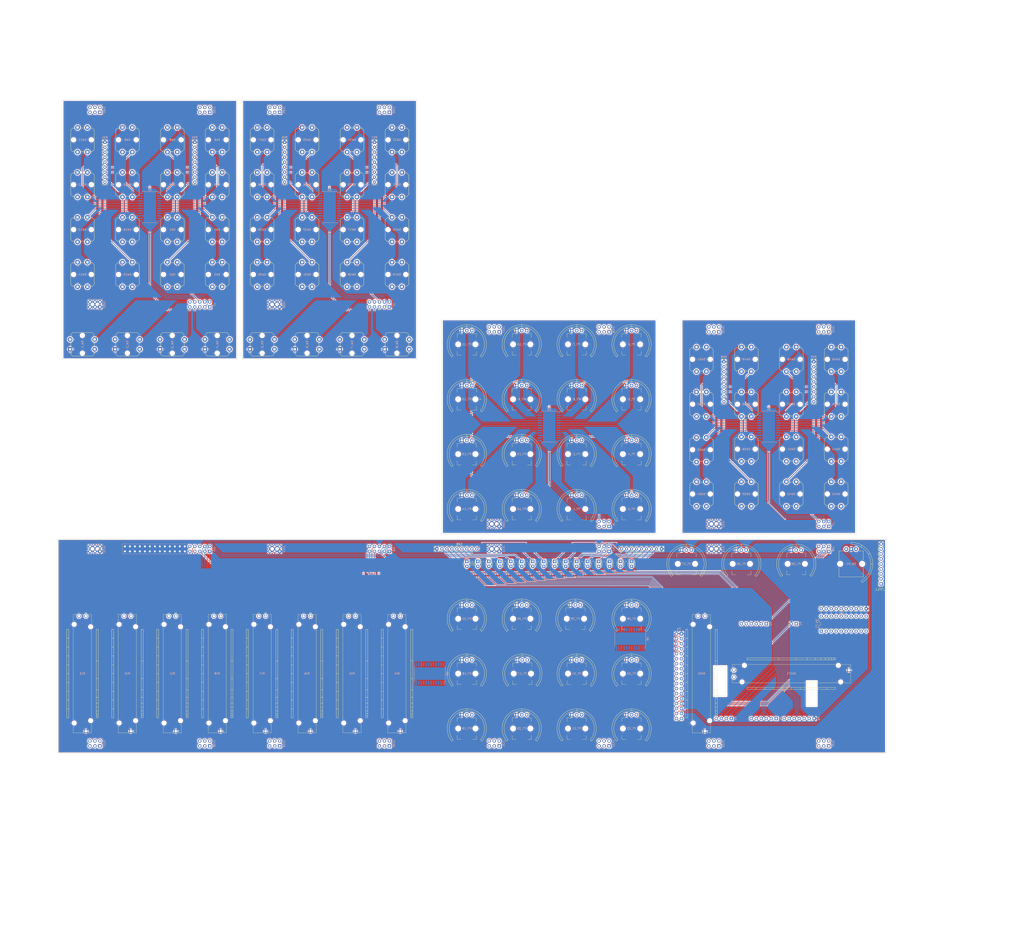
<source format=kicad_pcb>
(kicad_pcb (version 20171130) (host pcbnew "(5.0.2)-1")
  (title_block (title cp_midi_control_surface_002) (date 2019-02-19) (rev 3) (company "Cunabula Press"))
  (layers (0 F.Cu signal) (31 B.Cu signal) (34 B.Paste user) (35 F.Paste user) (36 B.SilkS user) (37 F.SilkS user) (38 B.Mask user) (39 F.Mask user) (44 Edge.Cuts user))
  (net 0 "")
  (net 1 GND)
  (net 2 +5V)
  (net 3 /A0)
  (net 4 /A1)
  (net 5 /A2)
  (net 6 /A3)
  (net 7 /A4)
  (net 8 /A5)
  (net 9 /17)
  (net 10 /16)
  (net 11 /15)
  (net 12 /14)
  (net 13 /2)
  (net 14 /3)
  (net 15 /4)
  (net 16 /5)
  (net 17 /6)
  (net 18 /7)
  (net 19 /8)
  (net 20 /9)
  (net 21 /10)
  (net 22 /11)
  (net 23 /12)
  (net 24 /13)
  (net 25 "Net-(D8-Pad1)")
  (net 26 "Net-(D7-Pad1)")
  (net 27 "Net-(D6-Pad1)")
  (net 28 "Net-(D5-Pad1)")
  (net 29 "Net-(D4-Pad1)")
  (net 30 "Net-(D3-Pad1)")
  (net 31 "Net-(D2-Pad1)")
  (net 32 "Net-(D1-Pad1)")
  (net 33 "Net-(D9-Pad1)")
  (net 34 "Net-(D10-Pad1)")
  (net 35 "Net-(D11-Pad1)")
  (net 36 "Net-(D12-Pad1)")
  (net 37 "Net-(D13-Pad1)")
  (net 38 "Net-(D14-Pad1)")
  (net 39 "Net-(D15-Pad1)")
  (net 40 "Net-(D16-Pad1)")
  (net 41 "Net-(RN1-Pad2)")
  (net 42 "Net-(RN1-Pad3)")
  (net 43 "Net-(RN1-Pad4)")
  (net 44 "Net-(RN1-Pad5)")
  (net 45 "Net-(RN1-Pad6)")
  (net 46 "Net-(RN1-Pad7)")
  (net 47 "Net-(RN1-Pad8)")
  (net 48 "Net-(RN1-Pad9)")
  (net 49 "Net-(RN1-Pad10)")
  (net 50 "Net-(SW_F1-Pad11)")
  (net 51 "Net-(SW_F1-Pad10)")
  (net 52 "Net-(PT_8-Pad2)")
  (net 53 "Net-(PT_7-Pad2)")
  (net 54 "Net-(PT_6-Pad2)")
  (net 55 "Net-(PT_5-Pad2)")
  (net 56 "Net-(PT_4-Pad2)")
  (net 57 "Net-(PT_3-Pad2)")
  (net 58 "Net-(PT_2-Pad2)")
  (net 59 "Net-(PT_1-Pad2)")
  (net 60 "Net-(PT_16-Pad2)")
  (net 61 "Net-(PT_15-Pad2)")
  (net 62 "Net-(PT_14-Pad2)")
  (net 63 "Net-(PT_13-Pad2)")
  (net 64 "Net-(PT_12-Pad2)")
  (net 65 "Net-(PT_11-Pad2)")
  (net 66 "Net-(PT_10-Pad2)")
  (net 67 "Net-(PT_9-Pad2)")
  (net 68 "Net-(PT_25-Pad2)")
  (net 69 "Net-(PT_26-Pad2)")
  (net 70 "Net-(PT_27-Pad2)")
  (net 71 "Net-(PT_28-Pad2)")
  (net 72 "Net-(PT_29-Pad2)")
  (net 73 "Net-(PT_30-Pad2)")
  (net 74 "Net-(PT_31-Pad2)")
  (net 75 "Net-(RVCF1-Pad2)")
  (net 76 "Net-(PT_17-Pad2)")
  (net 77 "Net-(PT_18-Pad2)")
  (net 78 "Net-(PT_19-Pad2)")
  (net 79 "Net-(PT_20-Pad2)")
  (net 80 "Net-(PT_21-Pad2)")
  (net 81 "Net-(PT_22-Pad2)")
  (net 82 "Net-(PT_23-Pad2)")
  (net 83 "Net-(PT_24-Pad2)")
  (net 84 "Net-(SW1-Pad1)")
  (net 85 "Net-(SW2-Pad1)")
  (net 86 "Net-(SW3-Pad1)")
  (net 87 "Net-(SW4-Pad1)")
  (net 88 "Net-(SW5-Pad2)")
  (net 89 "Net-(SW6-Pad2)")
  (net 90 "Net-(SW7-Pad4)")
  (net 91 "Net-(SW7-Pad2)")
  (net 92 "Net-(SW8-Pad2)")
  (net 93 "Net-(SW9-Pad1)")
  (net 94 "Net-(SW10-Pad1)")
  (net 95 "Net-(SW11-Pad4)")
  (net 96 "Net-(SW11-Pad1)")
  (net 97 "Net-(SW12-Pad1)")
  (net 98 "Net-(SW12-Pad4)")
  (net 99 "Net-(SW13-Pad4)")
  (net 100 "Net-(SW13-Pad2)")
  (net 101 "Net-(SW14-Pad4)")
  (net 102 "Net-(SW14-Pad2)")
  (net 103 "Net-(SW15-Pad2)")
  (net 104 "Net-(SW15-Pad4)")
  (net 105 "Net-(SW16-Pad2)")
  (net 106 "Net-(SW16-Pad4)")
  (net 107 "Net-(SW17-Pad1)")
  (net 108 "Net-(SW18-Pad1)")
  (net 109 "Net-(SW19-Pad1)")
  (net 110 "Net-(SW20-Pad1)")
  (net 111 "Net-(SW21-Pad2)")
  (net 112 "Net-(SW22-Pad2)")
  (net 113 "Net-(SW23-Pad2)")
  (net 114 "Net-(SW24-Pad2)")
  (net 115 "Net-(SW25-Pad1)")
  (net 116 "Net-(SW25-Pad4)")
  (net 117 "Net-(SW26-Pad1)")
  (net 118 "Net-(SW27-Pad4)")
  (net 119 "Net-(SW27-Pad1)")
  (net 120 "Net-(SW28-Pad1)")
  (net 121 "Net-(SW28-Pad4)")
  (net 122 "Net-(SW29-Pad4)")
  (net 123 "Net-(SW29-Pad2)")
  (net 124 "Net-(SW30-Pad2)")
  (net 125 "Net-(SW30-Pad4)")
  (net 126 "Net-(SW31-Pad2)")
  (net 127 "Net-(SW32-Pad2)")
  (net 128 "Net-(SW41-Pad1)")
  (net 129 "Net-(SW42-Pad1)")
  (net 130 "Net-(SW43-Pad1)")
  (net 131 "Net-(SW44-Pad1)")
  (net 132 "Net-(SW45-Pad2)")
  (net 133 "Net-(SW46-Pad2)")
  (net 134 "Net-(SW47-Pad2)")
  (net 135 "Net-(SW47-Pad4)")
  (net 136 "Net-(SW48-Pad2)")
  (net 137 "Net-(SW49-Pad1)")
  (net 138 "Net-(SW49-Pad4)")
  (net 139 "Net-(SW50-Pad1)")
  (net 140 "Net-(SW51-Pad4)")
  (net 141 "Net-(SW51-Pad1)")
  (net 142 "Net-(SW52-Pad1)")
  (net 143 "Net-(SW52-Pad4)")
  (net 144 "Net-(SW53-Pad4)")
  (net 145 "Net-(SW53-Pad2)")
  (net 146 "Net-(SW54-Pad2)")
  (net 147 "Net-(SW54-Pad4)")
  (net 148 "Net-(SW55-Pad4)")
  (net 149 "Net-(SW55-Pad2)")
  (net 150 "Net-(SW56-Pad2)")
  (net 151 "Net-(SW56-Pad4)")
  (net 152 /39)
  (net 153 /41)
  (net 154 /43)
  (net 155 /45)
  (net 156 /47)
  (net 157 /49)
  (net 158 /51)
  (net 159 /53)
  (net 160 S2)
  (net 161 S3)
  (net 162 S1)
  (net 163 S0)
  (net 164 /35)
  (net 165 /37)
  (net 166 "Net-(RV1-Pad2)")
  (net 167 "Net-(RV2-Pad2)")
  (net 168 "Net-(RV3-Pad2)")
  (net 169 "Net-(RV4-Pad2)")
  (net 170 "Net-(RV5-Pad2)")
  (net 171 "Net-(RV6-Pad2)")
  (net 172 "Net-(RV7-Pad2)")
  (net 173 "Net-(RV8-Pad2)")
  (net 174 "Net-(RVM1-Pad2)")
  (net 175 "Net-(J1-Pad1)")
  (net 176 "Net-(J1-Pad2)")
  (net 177 "Net-(J1-Pad3)")
  (net 178 "Net-(J1-Pad4)")
  (net 179 "Net-(J5-Pad5)")
  (net 180 "Net-(J5-Pad4)")
  (net 181 "Net-(J5-Pad3)")
  (net 182 "Net-(J5-Pad2)")
  (net 183 "Net-(J5-Pad1)")
  (net 184 "Net-(J7-Pad1)")
  (net 185 "Net-(J7-Pad2)")
  (net 186 "Net-(J7-Pad3)")
  (net 187 "Net-(J7-Pad4)")
  (net 188 "Net-(SW1-Pad3)")
  (net 189 "Net-(SW9-Pad4)")
  (net 190 "Net-(SW24-Pad3)")
  (net 191 "Net-(SW31-Pad4)")
  (net 192 "Net-(SW32-Pad4)")
  (net 193 "Net-(RN4-Pad2)")
  (net 194 "Net-(RN4-Pad3)")
  (net 195 "Net-(RN4-Pad4)")
  (net 196 "Net-(RN4-Pad5)")
  (net 197 "Net-(RN4-Pad6)")
  (net 198 "Net-(RN4-Pad7)")
  (net 199 "Net-(RN4-Pad8)")
  (net 200 "Net-(RN4-Pad9)")
  (net 201 "Net-(RN5-Pad9)")
  (net 202 "Net-(RN5-Pad8)")
  (net 203 "Net-(RN5-Pad7)")
  (net 204 "Net-(RN5-Pad6)")
  (net 205 "Net-(RN5-Pad5)")
  (net 206 "Net-(RN5-Pad4)")
  (net 207 "Net-(RN5-Pad3)")
  (net 208 "Net-(RN5-Pad2)")
  (net 209 "Net-(RN6-Pad2)")
  (net 210 "Net-(RN6-Pad3)")
  (net 211 "Net-(RN6-Pad4)")
  (net 212 "Net-(RN6-Pad5)")
  (net 213 "Net-(RN6-Pad6)")
  (net 214 "Net-(RN6-Pad7)")
  (net 215 "Net-(RN6-Pad8)")
  (net 216 "Net-(RN6-Pad9)")
  (net 217 "Net-(RN7-Pad9)")
  (net 218 "Net-(RN7-Pad8)")
  (net 219 "Net-(RN7-Pad7)")
  (net 220 "Net-(RN7-Pad6)")
  (net 221 "Net-(RN7-Pad5)")
  (net 222 "Net-(RN7-Pad4)")
  (net 223 "Net-(RN7-Pad3)")
  (net 224 "Net-(RN7-Pad2)")
  (net 225 "Net-(RN8-Pad2)")
  (net 226 "Net-(RN8-Pad3)")
  (net 227 "Net-(RN8-Pad4)")
  (net 228 "Net-(RN8-Pad5)")
  (net 229 "Net-(RN8-Pad6)")
  (net 230 "Net-(RN8-Pad7)")
  (net 231 "Net-(RN8-Pad8)")
  (net 232 "Net-(RN8-Pad9)")
  (net 233 "Net-(RN9-Pad9)")
  (net 234 "Net-(RN9-Pad8)")
  (net 235 "Net-(RN9-Pad7)")
  (net 236 "Net-(RN9-Pad6)")
  (net 237 "Net-(RN9-Pad5)")
  (net 238 "Net-(RN9-Pad4)")
  (net 239 "Net-(RN9-Pad3)")
  (net 240 "Net-(RN9-Pad2)")
  (net 241 "Net-(SW2-Pad3)")
  (net 242 "Net-(SW3-Pad3)")
  (net 243 "Net-(SW6-Pad3)")
  (net 244 "Net-(SW8-Pad3)")
  (net 245 "Net-(SW4-Pad3)")
  (net 246 "Net-(SW5-Pad3)")
  (net 247 "Net-(SW10-Pad3)")
  (net 248 "Net-(SW17-Pad3)")
  (net 249 "Net-(SW18-Pad3)")
  (net 250 "Net-(SW19-Pad3)")
  (net 251 "Net-(SW20-Pad3)")
  (net 252 "Net-(SW21-Pad3)")
  (net 253 "Net-(SW22-Pad3)")
  (net 254 "Net-(SW23-Pad4)")
  (net 255 "Net-(SW26-Pad3)")
  (net 256 "Net-(SW41-Pad3)")
  (net 257 "Net-(SW42-Pad3)")
  (net 258 "Net-(SW43-Pad3)")
  (net 259 "Net-(SW44-Pad3)")
  (net 260 "Net-(SW45-Pad3)")
  (net 261 "Net-(SW46-Pad3)")
  (net 262 "Net-(SW48-Pad3)")
  (net 263 "Net-(SW50-Pad3)")
  (net 264 "Net-(J1-Pad7)")
  (net 265 "Net-(J1-Pad8)")
  (net 266 "Net-(J1-Pad9)")
  (net 267 "Net-(J1-Pad10)")
  (net 268 "Net-(SW_1-Pad4)")
  (net 269 "Net-(SW_2-Pad4)")
  (net 270 "Net-(SW_3-Pad4)")
  (net 271 "Net-(SW_4-Pad4)")
  (net 272 "Net-(SW_4-Pad2)")
  (net 273 "Net-(SW_5-Pad4)")
  (net 274 "Net-(J2-Pad8)")
  (net 275 "Net-(SW_6-Pad4)")
  (net 276 "Net-(J2-Pad7)")
  (net 277 "Net-(SW_7-Pad4)")
  (net 278 "Net-(J2-Pad10)")
  (net 279 "Net-(SW_8-Pad4)")
  (net 280 "Net-(SW_8-Pad2)")
  (net 281 "Net-(J2-Pad9)")
  (net 282 "Net-(J2-Pad4)")
  (net 283 "Net-(J2-Pad3)")
  (net 284 "Net-(J2-Pad2)")
  (net 285 "Net-(J2-Pad1)")
  (net 286 "Net-(JX01-Pad1)")
  (net 287 "Net-(JX01-Pad2)")
  (net 288 "Net-(JX01-Pad3)")
  (net 289 "Net-(JX01-Pad4)")
  (net 290 "Net-(JX01-Pad5)")
  (net 291 "Net-(JX01-Pad6)")
  (net 292 "Net-(JX02-Pad1)")
  (net 293 "Net-(JX02-Pad2)")
  (net 294 "Net-(JX02-Pad3)")
  (net 295 "Net-(JX02-Pad4)")
  (net 296 "Net-(JX02-Pad5)")
  (net 297 "Net-(JX02-Pad6)")
  (net 298 "Net-(JX04-Pad6)")
  (net 299 "Net-(JX04-Pad5)")
  (net 300 "Net-(JX04-Pad4)")
  (net 301 "Net-(JX04-Pad3)")
  (net 302 "Net-(JX04-Pad2)")
  (net 303 "Net-(JX04-Pad1)")
  (net 304 "Net-(JX05-Pad6)")
  (net 305 "Net-(JX05-Pad5)")
  (net 306 "Net-(JX05-Pad4)")
  (net 307 "Net-(JX05-Pad3)")
  (net 308 "Net-(JX05-Pad2)")
  (net 309 "Net-(JX05-Pad1)")
  (net 310 "Net-(JX07-Pad6)")
  (net 311 "Net-(JX07-Pad5)")
  (net 312 "Net-(JX07-Pad4)")
  (net 313 "Net-(JX07-Pad3)")
  (net 314 "Net-(JX07-Pad2)")
  (net 315 "Net-(JX07-Pad1)")
  (net 316 "Net-(JX08-Pad6)")
  (net 317 "Net-(JX08-Pad5)")
  (net 318 "Net-(JX08-Pad4)")
  (net 319 "Net-(JX08-Pad3)")
  (net 320 "Net-(JX08-Pad2)")
  (net 321 "Net-(JX08-Pad1)")
  (net 322 "Net-(JX10-Pad1)")
  (net 323 "Net-(JX10-Pad2)")
  (net 324 "Net-(JX10-Pad3)")
  (net 325 "Net-(JX10-Pad4)")
  (net 326 "Net-(JX10-Pad5)")
  (net 327 "Net-(JX10-Pad6)")
  (net 328 "Net-(JX11-Pad1)")
  (net 329 "Net-(JX11-Pad2)")
  (net 330 "Net-(JX11-Pad3)")
  (net 331 "Net-(JX11-Pad4)")
  (net 332 "Net-(JX11-Pad5)")
  (net 333 "Net-(JX11-Pad6)")
  (net 334 "Net-(JX17-Pad1)")
  (net 335 "Net-(JX17-Pad2)")
  (net 336 "Net-(JX17-Pad3)")
  (net 337 "Net-(JX17-Pad4)")
  (net 338 "Net-(JX17-Pad5)")
  (net 339 "Net-(JX17-Pad6)")
  (net 340 "Net-(JX18-Pad1)")
  (net 341 "Net-(JX18-Pad2)")
  (net 342 "Net-(JX18-Pad3)")
  (net 343 "Net-(JX18-Pad4)")
  (net 344 "Net-(JX18-Pad5)")
  (net 345 "Net-(JX18-Pad6)")
  (net 346 "Net-(JX19-Pad6)")
  (net 347 "Net-(JX19-Pad5)")
  (net 348 "Net-(JX19-Pad4)")
  (net 349 "Net-(JX19-Pad3)")
  (net 350 "Net-(JX19-Pad2)")
  (net 351 "Net-(JX19-Pad1)")
  (net 352 "Net-(JX20-Pad6)")
  (net 353 "Net-(JX20-Pad5)")
  (net 354 "Net-(JX20-Pad4)")
  (net 355 "Net-(JX20-Pad3)")
  (net 356 "Net-(JX20-Pad2)")
  (net 357 "Net-(JX20-Pad1)")
  (net 358 "Net-(JX21-Pad1)")
  (net 359 "Net-(JX21-Pad2)")
  (net 360 "Net-(JX21-Pad3)")
  (net 361 "Net-(JX21-Pad4)")
  (net 362 "Net-(JX21-Pad5)")
  (net 363 "Net-(JX21-Pad6)")
  (net 364 "Net-(JX22-Pad1)")
  (net 365 "Net-(JX22-Pad2)")
  (net 366 "Net-(JX22-Pad3)")
  (net 367 "Net-(JX22-Pad4)")
  (net 368 "Net-(JX22-Pad5)")
  (net 369 "Net-(JX22-Pad6)")
  (net 370 "Net-(JX23-Pad6)")
  (net 371 "Net-(JX23-Pad5)")
  (net 372 "Net-(JX23-Pad4)")
  (net 373 "Net-(JX23-Pad3)")
  (net 374 "Net-(JX23-Pad2)")
  (net 375 "Net-(JX23-Pad1)")
  (net 376 "Net-(JX24-Pad6)")
  (net 377 "Net-(JX24-Pad5)")
  (net 378 "Net-(JX24-Pad4)")
  (net 379 "Net-(JX24-Pad3)")
  (net 380 "Net-(JX24-Pad2)")
  (net 381 "Net-(JX24-Pad1)")
  (net 382 "Net-(SW_1-Pad1)")
  (net 383 "Net-(SW_2-Pad1)")
  (net 384 "Net-(SW_3-Pad1)")
  (net 385 "Net-(SW_5-Pad1)")
  (net 386 "Net-(SW_6-Pad1)")
  (net 387 "Net-(SW_7-Pad1)")
  (net 388 "Net-(J1-Pad5)")
  (net 389 "Net-(J2-Pad5)")
  (net 390 "Net-(J7-Pad5)")
  (net 391 /48)
  (net 392 /46)
  (net 393 /50)
  (net 394 /52)
  (net 395 /44)
  (net 396 /42)
  (net 397 /40)
  (net 398 /38)
  (net 399 /36)
  (net 400 /34)
  (net 401 /32)
  (net 402 /33)
  (net 403 /30)
  (net 404 /31)
  (net 405 /28)
  (net 406 /26)
  (net 407 /24)
  (net 408 /22)
  (net 409 /faders/U5_8)
  (net 410 /faders/U5_9)
  (net 411 /faders/U5_10)
  (net 412 /faders/U5_11)
  (net 413 /faders/U5_12)
  (net 414 /faders/U5_13)
  (net 415 /faders/U5_14)
  (net 416 "Net-(JA4-Pad1)")
  (net 417 "Net-(JA4-Pad2)")
  (net 418 "Net-(JA4-Pad3)")
  (net 419 "Net-(JA4-Pad4)")
  (net 420 "Net-(JA4-Pad11)")
  (net 421 "Net-(JA4-Pad12)")
  (net 422 "Net-(JA4-Pad13)")
  (net 423 "Net-(JA4-Pad14)")
  (net 424 "Net-(JA4-Pad15)")
  (net 425 "Net-(JA4-Pad16)")
  (net 426 "Net-(JA4-Pad17)")
  (net 427 "Net-(JA4-Pad18)")
  (module cunabulapress-footprints:Potentiometer_Alps_RK09K_Single_Vertical_Edit (layer F.Cu) (at 317.5 370.84)
    (fp_text reference PT_22 (at 0 0) (layer B.SilkS) (effects (justify mirror)))
    (fp_text value 10k)
    (pad 3 thru_hole circle (at -2.5 -7) (size 1.8 1.8) (drill 1) (layers *.Cu *.Mask) (net 1 GND))
    (pad 2 thru_hole circle (at 0 -7) (size 1.8 1.8) (drill 1) (layers *.Cu *.Mask) (net 81 "Net-(PT_22-Pad2)"))
    (pad 1 thru_hole circle (at 2.5 -7) (size 1.8 1.8) (drill 1) (layers *.Cu *.Mask) (net 2 +5V))
    (pad "" np_thru_hole circle (at 4.4 0) (size 2.1 2.1) (drill 2.1) (layers *.Cu *.Mask))
    (pad "" np_thru_hole circle (at -4.4 0) (size 2.1 2.1) (drill 2.1) (layers *.Cu *.Mask))
  )
  (module cunabulapress-footprints:Omron_B3F-5050 (layer F.Cu) (at 106.68 139.7 90)
    (fp_text reference SW3 (at 0 0) (layer B.SilkS) (effects (font (size 1.016 1.016) (thickness 0.1524)) (justify mirror)))
    (fp_text value B3F-5050)
    (pad 1 thru_hole circle (at -6.25 -2.5 90) (size 2.4 2.4) (drill 1.2) (layers *.Cu *.Mask) (net 86 "Net-(SW3-Pad1)"))
    (pad 2 thru_hole circle (at 6.25 -2.5 90) (size 2.4 2.4) (drill 1.2) (layers *.Cu *.Mask) (net 205 "Net-(RN5-Pad5)"))
    (pad 3 thru_hole circle (at -6.25 2.5 90) (size 2.4 2.4) (drill 1.2) (layers *.Cu *.Mask) (net 242 "Net-(SW3-Pad3)"))
    (pad 4 thru_hole circle (at 6.25 2.5 90) (size 2.4 2.4) (drill 1.2) (layers *.Cu *.Mask) (net 2 +5V))
    (pad "" np_thru_hole circle (at 0 -4.5 90) (size 1.8 1.8) (drill 1.8) (layers *.Cu *.Mask))
    (pad "" np_thru_hole circle (at 0 4.5 90) (size 1.8 1.8) (drill 1.8) (layers *.Cu *.Mask))
  )
  (module Connector_PinHeader_2.54mm:PinHeader_2x05_P2.54mm_Vertical (layer B.Cu) (at 194.31 280.67 90)
    (fp_text reference JA6 (at 1.27 2.33 90) (layer B.SilkS) (effects (justify mirror)))
    (fp_text value ~)
    (pad 10 thru_hole oval (at 2.54 -10.16 90) (size 1.7 1.7) (drill 1) (layers *.Cu *.Mask) (net 158 /51))
    (pad 9 thru_hole oval (at 0 -10.16 90) (size 1.7 1.7) (drill 1) (layers *.Cu *.Mask) (net 393 /50))
    (pad 8 thru_hole oval (at 2.54 -7.62 90) (size 1.7 1.7) (drill 1) (layers *.Cu *.Mask) (net 159 /53))
    (pad 7 thru_hole oval (at 0 -7.62 90) (size 1.7 1.7) (drill 1) (layers *.Cu *.Mask) (net 394 /52))
    (pad 6 thru_hole oval (at 2.54 -5.08 90) (size 1.7 1.7) (drill 1) (layers *.Cu *.Mask) (net 2 +5V))
    (pad 5 thru_hole oval (at 0 -5.08 90) (size 1.7 1.7) (drill 1) (layers *.Cu *.Mask) (net 5 /A2))
    (pad 4 thru_hole oval (at 2.54 -2.54 90) (size 1.7 1.7) (drill 1) (layers *.Cu *.Mask) (net 161 S3))
    (pad 3 thru_hole oval (at 0 -2.54 90) (size 1.7 1.7) (drill 1) (layers *.Cu *.Mask) (net 160 S2))
    (pad 2 thru_hole oval (at 2.54 0 90) (size 1.7 1.7) (drill 1) (layers *.Cu *.Mask) (net 162 S1))
    (pad 1 thru_hole rect (at 0 0 90) (size 1.7 1.7) (drill 1) (layers *.Cu *.Mask) (net 163 S0))
  )
  (module Connector_PinHeader_2.54mm:PinHeader_2x03_P2.54mm_Vertical (layer B.Cu) (at 138.43 57.15 90)
    (fp_text reference JX04 (at 1.27 2.33 90) (layer B.SilkS) (effects (justify mirror)))
    (fp_text value Conn_02x03_Odd_Even)
    (pad 1 thru_hole rect (at 0 0 90) (size 1.7 1.7) (drill 1) (layers *.Cu *.Mask) (net 303 "Net-(JX04-Pad1)"))
    (pad 2 thru_hole oval (at 2.54 0 90) (size 1.7 1.7) (drill 1) (layers *.Cu *.Mask) (net 302 "Net-(JX04-Pad2)"))
    (pad 3 thru_hole oval (at 0 -2.54 90) (size 1.7 1.7) (drill 1) (layers *.Cu *.Mask) (net 301 "Net-(JX04-Pad3)"))
    (pad 4 thru_hole oval (at 2.54 -2.54 90) (size 1.7 1.7) (drill 1) (layers *.Cu *.Mask) (net 300 "Net-(JX04-Pad4)"))
    (pad 5 thru_hole oval (at 0 -5.08 90) (size 1.7 1.7) (drill 1) (layers *.Cu *.Mask) (net 299 "Net-(JX04-Pad5)"))
    (pad 6 thru_hole oval (at 2.54 -5.08 90) (size 1.7 1.7) (drill 1) (layers *.Cu *.Mask) (net 298 "Net-(JX04-Pad6)"))
  )
  (module Connector_PinHeader_2.54mm:PinHeader_2x03_P2.54mm_Vertical (layer B.Cu) (at 46.99 57.15 90)
    (fp_text reference JX01 (at 1.27 2.33 90) (layer B.SilkS) (effects (justify mirror)))
    (fp_text value Conn_02x03_Odd_Even)
    (pad 6 thru_hole oval (at 2.54 -5.08 90) (size 1.7 1.7) (drill 1) (layers *.Cu *.Mask) (net 291 "Net-(JX01-Pad6)"))
    (pad 5 thru_hole oval (at 0 -5.08 90) (size 1.7 1.7) (drill 1) (layers *.Cu *.Mask) (net 290 "Net-(JX01-Pad5)"))
    (pad 4 thru_hole oval (at 2.54 -2.54 90) (size 1.7 1.7) (drill 1) (layers *.Cu *.Mask) (net 289 "Net-(JX01-Pad4)"))
    (pad 3 thru_hole oval (at 0 -2.54 90) (size 1.7 1.7) (drill 1) (layers *.Cu *.Mask) (net 288 "Net-(JX01-Pad3)"))
    (pad 2 thru_hole oval (at 2.54 0 90) (size 1.7 1.7) (drill 1) (layers *.Cu *.Mask) (net 287 "Net-(JX01-Pad2)"))
    (pad 1 thru_hole rect (at 0 0 90) (size 1.7 1.7) (drill 1) (layers *.Cu *.Mask) (net 286 "Net-(JX01-Pad1)"))
  )
  (module Connector_PinHeader_2.54mm:PinHeader_2x03_P2.54mm_Vertical (layer B.Cu) (at 102.87 57.15 90)
    (fp_text reference JX02 (at 1.27 2.33 90) (layer B.SilkS) (effects (justify mirror)))
    (fp_text value Conn_02x03_Odd_Even)
    (pad 6 thru_hole oval (at 2.54 -5.08 90) (size 1.7 1.7) (drill 1) (layers *.Cu *.Mask) (net 297 "Net-(JX02-Pad6)"))
    (pad 5 thru_hole oval (at 0 -5.08 90) (size 1.7 1.7) (drill 1) (layers *.Cu *.Mask) (net 296 "Net-(JX02-Pad5)"))
    (pad 4 thru_hole oval (at 2.54 -2.54 90) (size 1.7 1.7) (drill 1) (layers *.Cu *.Mask) (net 295 "Net-(JX02-Pad4)"))
    (pad 3 thru_hole oval (at 0 -2.54 90) (size 1.7 1.7) (drill 1) (layers *.Cu *.Mask) (net 294 "Net-(JX02-Pad3)"))
    (pad 2 thru_hole oval (at 2.54 0 90) (size 1.7 1.7) (drill 1) (layers *.Cu *.Mask) (net 293 "Net-(JX02-Pad2)"))
    (pad 1 thru_hole rect (at 0 0 90) (size 1.7 1.7) (drill 1) (layers *.Cu *.Mask) (net 292 "Net-(JX02-Pad1)"))
  )
  (module Connector_PinHeader_2.54mm:PinHeader_2x05_P2.54mm_Vertical (layer B.Cu) (at 102.87 156.21 90)
    (fp_text reference J1 (at 1.27 2.33 90) (layer B.SilkS) (effects (justify mirror)))
    (fp_text value Conn_02x05_Odd_Even)
    (pad 10 thru_hole oval (at 2.54 -10.16 90) (size 1.7 1.7) (drill 1) (layers *.Cu *.Mask) (net 267 "Net-(J1-Pad10)"))
    (pad 9 thru_hole oval (at 0 -10.16 90) (size 1.7 1.7) (drill 1) (layers *.Cu *.Mask) (net 266 "Net-(J1-Pad9)"))
    (pad 8 thru_hole oval (at 2.54 -7.62 90) (size 1.7 1.7) (drill 1) (layers *.Cu *.Mask) (net 265 "Net-(J1-Pad8)"))
    (pad 7 thru_hole oval (at 0 -7.62 90) (size 1.7 1.7) (drill 1) (layers *.Cu *.Mask) (net 264 "Net-(J1-Pad7)"))
    (pad 6 thru_hole oval (at 2.54 -5.08 90) (size 1.7 1.7) (drill 1) (layers *.Cu *.Mask) (net 2 +5V))
    (pad 5 thru_hole oval (at 0 -5.08 90) (size 1.7 1.7) (drill 1) (layers *.Cu *.Mask) (net 388 "Net-(J1-Pad5)"))
    (pad 4 thru_hole oval (at 2.54 -2.54 90) (size 1.7 1.7) (drill 1) (layers *.Cu *.Mask) (net 178 "Net-(J1-Pad4)"))
    (pad 3 thru_hole oval (at 0 -2.54 90) (size 1.7 1.7) (drill 1) (layers *.Cu *.Mask) (net 177 "Net-(J1-Pad3)"))
    (pad 2 thru_hole oval (at 2.54 0 90) (size 1.7 1.7) (drill 1) (layers *.Cu *.Mask) (net 176 "Net-(J1-Pad2)"))
    (pad 1 thru_hole rect (at 0 0 90) (size 1.7 1.7) (drill 1) (layers *.Cu *.Mask) (net 175 "Net-(J1-Pad1)"))
  )
  (module Connector_PinHeader_2.54mm:PinHeader_2x03_P2.54mm_Vertical (layer B.Cu) (at 194.31 57.15 90)
    (fp_text reference JX05 (at 1.27 2.33 90) (layer B.SilkS) (effects (justify mirror)))
    (fp_text value Conn_02x03_Odd_Even)
    (pad 1 thru_hole rect (at 0 0 90) (size 1.7 1.7) (drill 1) (layers *.Cu *.Mask) (net 309 "Net-(JX05-Pad1)"))
    (pad 2 thru_hole oval (at 2.54 0 90) (size 1.7 1.7) (drill 1) (layers *.Cu *.Mask) (net 308 "Net-(JX05-Pad2)"))
    (pad 3 thru_hole oval (at 0 -2.54 90) (size 1.7 1.7) (drill 1) (layers *.Cu *.Mask) (net 307 "Net-(JX05-Pad3)"))
    (pad 4 thru_hole oval (at 2.54 -2.54 90) (size 1.7 1.7) (drill 1) (layers *.Cu *.Mask) (net 306 "Net-(JX05-Pad4)"))
    (pad 5 thru_hole oval (at 0 -5.08 90) (size 1.7 1.7) (drill 1) (layers *.Cu *.Mask) (net 305 "Net-(JX05-Pad5)"))
    (pad 6 thru_hole oval (at 2.54 -5.08 90) (size 1.7 1.7) (drill 1) (layers *.Cu *.Mask) (net 304 "Net-(JX05-Pad6)"))
  )
  (module Connector_PinHeader_2.54mm:PinHeader_2x05_P2.54mm_Vertical (layer B.Cu) (at 194.31 156.21 90)
    (fp_text reference J2 (at 1.27 2.33 90) (layer B.SilkS) (effects (justify mirror)))
    (fp_text value Conn_02x05_Odd_Even)
    (pad 10 thru_hole oval (at 2.54 -10.16 90) (size 1.7 1.7) (drill 1) (layers *.Cu *.Mask) (net 278 "Net-(J2-Pad10)"))
    (pad 9 thru_hole oval (at 0 -10.16 90) (size 1.7 1.7) (drill 1) (layers *.Cu *.Mask) (net 281 "Net-(J2-Pad9)"))
    (pad 8 thru_hole oval (at 2.54 -7.62 90) (size 1.7 1.7) (drill 1) (layers *.Cu *.Mask) (net 274 "Net-(J2-Pad8)"))
    (pad 7 thru_hole oval (at 0 -7.62 90) (size 1.7 1.7) (drill 1) (layers *.Cu *.Mask) (net 276 "Net-(J2-Pad7)"))
    (pad 6 thru_hole oval (at 2.54 -5.08 90) (size 1.7 1.7) (drill 1) (layers *.Cu *.Mask) (net 2 +5V))
    (pad 5 thru_hole oval (at 0 -5.08 90) (size 1.7 1.7) (drill 1) (layers *.Cu *.Mask) (net 389 "Net-(J2-Pad5)"))
    (pad 4 thru_hole oval (at 2.54 -2.54 90) (size 1.7 1.7) (drill 1) (layers *.Cu *.Mask) (net 282 "Net-(J2-Pad4)"))
    (pad 3 thru_hole oval (at 0 -2.54 90) (size 1.7 1.7) (drill 1) (layers *.Cu *.Mask) (net 283 "Net-(J2-Pad3)"))
    (pad 2 thru_hole oval (at 2.54 0 90) (size 1.7 1.7) (drill 1) (layers *.Cu *.Mask) (net 284 "Net-(J2-Pad2)"))
    (pad 1 thru_hole rect (at 0 0 90) (size 1.7 1.7) (drill 1) (layers *.Cu *.Mask) (net 285 "Net-(J2-Pad1)"))
  )
  (module Connector_PinHeader_2.54mm:PinHeader_2x03_P2.54mm_Vertical (layer B.Cu) (at 138.43 156.21 90)
    (fp_text reference JX06 (at 1.27 2.33 90) (layer B.SilkS) (effects (justify mirror)))
    (fp_text value Conn_02x03_Odd_Even)
    (pad 6 thru_hole oval (at 2.54 -5.08 90) (size 1.7 1.7) (drill 1) (layers *.Cu *.Mask) (net 1 GND))
    (pad 5 thru_hole oval (at 0 -5.08 90) (size 1.7 1.7) (drill 1) (layers *.Cu *.Mask) (net 1 GND))
    (pad 4 thru_hole oval (at 2.54 -2.54 90) (size 1.7 1.7) (drill 1) (layers *.Cu *.Mask) (net 1 GND))
    (pad 3 thru_hole oval (at 0 -2.54 90) (size 1.7 1.7) (drill 1) (layers *.Cu *.Mask) (net 1 GND))
    (pad 2 thru_hole oval (at 2.54 0 90) (size 1.7 1.7) (drill 1) (layers *.Cu *.Mask) (net 1 GND))
    (pad 1 thru_hole rect (at 0 0 90) (size 1.7 1.7) (drill 1) (layers *.Cu *.Mask) (net 1 GND))
  )
  (module Connector_PinHeader_2.54mm:PinHeader_2x03_P2.54mm_Vertical (layer B.Cu) (at 46.99 156.21 90)
    (fp_text reference JX03 (at 1.27 2.33 90) (layer B.SilkS) (effects (justify mirror)))
    (fp_text value Conn_02x03_Odd_Even)
    (pad 1 thru_hole rect (at 0 0 90) (size 1.7 1.7) (drill 1) (layers *.Cu *.Mask) (net 1 GND))
    (pad 2 thru_hole oval (at 2.54 0 90) (size 1.7 1.7) (drill 1) (layers *.Cu *.Mask) (net 1 GND))
    (pad 3 thru_hole oval (at 0 -2.54 90) (size 1.7 1.7) (drill 1) (layers *.Cu *.Mask) (net 1 GND))
    (pad 4 thru_hole oval (at 2.54 -2.54 90) (size 1.7 1.7) (drill 1) (layers *.Cu *.Mask) (net 1 GND))
    (pad 5 thru_hole oval (at 0 -5.08 90) (size 1.7 1.7) (drill 1) (layers *.Cu *.Mask) (net 1 GND))
    (pad 6 thru_hole oval (at 2.54 -5.08 90) (size 1.7 1.7) (drill 1) (layers *.Cu *.Mask) (net 1 GND))
  )
  (module cunabulapress-footprints:Omron_B3F-5050 (layer F.Cu) (at 83.82 71.12 90)
    (fp_text reference SW8 (at 0 0 180) (layer B.SilkS) (effects (font (size 1.016 1.016) (thickness 0.1524)) (justify mirror)))
    (fp_text value B3F-5050)
    (pad 1 thru_hole circle (at -6.25 -2.5 90) (size 2.4 2.4) (drill 1.2) (layers *.Cu *.Mask) (net 204 "Net-(RN5-Pad6)"))
    (pad 2 thru_hole circle (at 6.25 -2.5 90) (size 2.4 2.4) (drill 1.2) (layers *.Cu *.Mask) (net 92 "Net-(SW8-Pad2)"))
    (pad 3 thru_hole circle (at -6.25 2.5 90) (size 2.4 2.4) (drill 1.2) (layers *.Cu *.Mask) (net 244 "Net-(SW8-Pad3)"))
    (pad 4 thru_hole circle (at 6.25 2.5 90) (size 2.4 2.4) (drill 1.2) (layers *.Cu *.Mask) (net 2 +5V))
    (pad "" np_thru_hole circle (at 0 -4.5 90) (size 1.8 1.8) (drill 1.8) (layers *.Cu *.Mask))
    (pad "" np_thru_hole circle (at 0 4.5 90) (size 1.8 1.8) (drill 1.8) (layers *.Cu *.Mask))
  )
  (module cunabulapress-footprints:Omron_B3F-5050 (layer F.Cu) (at 175.26 116.84 90)
    (fp_text reference SW17 (at 0 0) (layer B.SilkS) (effects (font (size 1.016 1.016) (thickness 0.1524)) (justify mirror)))
    (fp_text value B3F-5050)
    (pad 1 thru_hole circle (at -6.25 -2.5 90) (size 2.4 2.4) (drill 1.2) (layers *.Cu *.Mask) (net 107 "Net-(SW17-Pad1)"))
    (pad 2 thru_hole circle (at 6.25 -2.5 90) (size 2.4 2.4) (drill 1.2) (layers *.Cu *.Mask) (net 218 "Net-(RN7-Pad8)"))
    (pad 3 thru_hole circle (at -6.25 2.5 90) (size 2.4 2.4) (drill 1.2) (layers *.Cu *.Mask) (net 248 "Net-(SW17-Pad3)"))
    (pad 4 thru_hole circle (at 6.25 2.5 90) (size 2.4 2.4) (drill 1.2) (layers *.Cu *.Mask) (net 2 +5V))
    (pad "" np_thru_hole circle (at 0 -4.5 90) (size 1.8 1.8) (drill 1.8) (layers *.Cu *.Mask))
    (pad "" np_thru_hole circle (at 0 4.5 90) (size 1.8 1.8) (drill 1.8) (layers *.Cu *.Mask))
  )
  (module cunabulapress-footprints:Omron_B3F-5050 (layer F.Cu) (at 175.26 139.7 90)
    (fp_text reference SW18 (at 0 0) (layer B.SilkS) (effects (font (size 1.016 1.016) (thickness 0.1524)) (justify mirror)))
    (fp_text value B3F-5050)
    (pad 1 thru_hole circle (at -6.25 -2.5 90) (size 2.4 2.4) (drill 1.2) (layers *.Cu *.Mask) (net 108 "Net-(SW18-Pad1)"))
    (pad 2 thru_hole circle (at 6.25 -2.5 90) (size 2.4 2.4) (drill 1.2) (layers *.Cu *.Mask) (net 217 "Net-(RN7-Pad9)"))
    (pad 3 thru_hole circle (at -6.25 2.5 90) (size 2.4 2.4) (drill 1.2) (layers *.Cu *.Mask) (net 249 "Net-(SW18-Pad3)"))
    (pad 4 thru_hole circle (at 6.25 2.5 90) (size 2.4 2.4) (drill 1.2) (layers *.Cu *.Mask) (net 2 +5V))
    (pad "" np_thru_hole circle (at 0 -4.5 90) (size 1.8 1.8) (drill 1.8) (layers *.Cu *.Mask))
    (pad "" np_thru_hole circle (at 0 4.5 90) (size 1.8 1.8) (drill 1.8) (layers *.Cu *.Mask))
  )
  (module cunabulapress-footprints:Omron_B3F-5050 (layer F.Cu) (at 60.96 93.98 270)
    (fp_text reference SW10 (at 0 0 180) (layer B.SilkS) (effects (font (size 1.016 1.016) (thickness 0.1524)) (justify mirror)))
    (fp_text value B3F-5050)
    (pad 1 thru_hole circle (at -6.25 -2.5 270) (size 2.4 2.4) (drill 1.2) (layers *.Cu *.Mask) (net 94 "Net-(SW10-Pad1)"))
    (pad 2 thru_hole circle (at 6.25 -2.5 270) (size 2.4 2.4) (drill 1.2) (layers *.Cu *.Mask) (net 198 "Net-(RN4-Pad7)"))
    (pad 3 thru_hole circle (at -6.25 2.5 270) (size 2.4 2.4) (drill 1.2) (layers *.Cu *.Mask) (net 247 "Net-(SW10-Pad3)"))
    (pad 4 thru_hole circle (at 6.25 2.5 270) (size 2.4 2.4) (drill 1.2) (layers *.Cu *.Mask) (net 2 +5V))
    (pad "" np_thru_hole circle (at 0 -4.5 270) (size 1.8 1.8) (drill 1.8) (layers *.Cu *.Mask))
    (pad "" np_thru_hole circle (at 0 4.5 270) (size 1.8 1.8) (drill 1.8) (layers *.Cu *.Mask))
  )
  (module cunabulapress-footprints:Omron_B3F-5050 (layer F.Cu) (at 152.4 175.26)
    (fp_text reference SW_6 (at 0 0 90) (layer B.SilkS) (effects (font (size 1.016 1.016) (thickness 0.1524)) (justify mirror)))
    (fp_text value B3F-5050)
    (pad 1 thru_hole circle (at -6.25 -2.5) (size 2.4 2.4) (drill 1.2) (layers *.Cu *.Mask) (net 386 "Net-(SW_6-Pad1)"))
    (pad 2 thru_hole circle (at 6.25 -2.5) (size 2.4 2.4) (drill 1.2) (layers *.Cu *.Mask) (net 278 "Net-(J2-Pad10)"))
    (pad 3 thru_hole circle (at -6.25 2.5) (size 2.4 2.4) (drill 1.2) (layers *.Cu *.Mask) (net 1 GND))
    (pad 4 thru_hole circle (at 6.25 2.5) (size 2.4 2.4) (drill 1.2) (layers *.Cu *.Mask) (net 275 "Net-(SW_6-Pad4)"))
    (pad "" np_thru_hole circle (at 0 -4.5) (size 1.8 1.8) (drill 1.8) (layers *.Cu *.Mask))
    (pad "" np_thru_hole circle (at 0 4.5) (size 1.8 1.8) (drill 1.8) (layers *.Cu *.Mask))
  )
  (module cunabulapress-footprints:Omron_B3F-5050 (layer F.Cu) (at 60.96 139.7 270)
    (fp_text reference SW15 (at 0 0 180) (layer B.SilkS) (effects (font (size 1.016 1.016) (thickness 0.1524)) (justify mirror)))
    (fp_text value B3F-5050)
    (pad 1 thru_hole circle (at -6.25 -2.5 270) (size 2.4 2.4) (drill 1.2) (layers *.Cu *.Mask) (net 200 "Net-(RN4-Pad9)"))
    (pad 2 thru_hole circle (at 6.25 -2.5 270) (size 2.4 2.4) (drill 1.2) (layers *.Cu *.Mask) (net 103 "Net-(SW15-Pad2)"))
    (pad 3 thru_hole circle (at -6.25 2.5 270) (size 2.4 2.4) (drill 1.2) (layers *.Cu *.Mask) (net 2 +5V))
    (pad 4 thru_hole circle (at 6.25 2.5 270) (size 2.4 2.4) (drill 1.2) (layers *.Cu *.Mask) (net 104 "Net-(SW15-Pad4)"))
    (pad "" np_thru_hole circle (at 0 -4.5 270) (size 1.8 1.8) (drill 1.8) (layers *.Cu *.Mask))
    (pad "" np_thru_hole circle (at 0 4.5 270) (size 1.8 1.8) (drill 1.8) (layers *.Cu *.Mask))
  )
  (module cunabulapress-footprints:Omron_B3F-5050 (layer F.Cu) (at 83.82 93.98 90)
    (fp_text reference SW7 (at 0 0 180) (layer B.SilkS) (effects (font (size 1.016 1.016) (thickness 0.1524)) (justify mirror)))
    (fp_text value B3F-5050)
    (pad 1 thru_hole circle (at -6.25 -2.5 90) (size 2.4 2.4) (drill 1.2) (layers *.Cu *.Mask) (net 203 "Net-(RN5-Pad7)"))
    (pad 2 thru_hole circle (at 6.25 -2.5 90) (size 2.4 2.4) (drill 1.2) (layers *.Cu *.Mask) (net 91 "Net-(SW7-Pad2)"))
    (pad 3 thru_hole circle (at -6.25 2.5 90) (size 2.4 2.4) (drill 1.2) (layers *.Cu *.Mask) (net 2 +5V))
    (pad 4 thru_hole circle (at 6.25 2.5 90) (size 2.4 2.4) (drill 1.2) (layers *.Cu *.Mask) (net 90 "Net-(SW7-Pad4)"))
    (pad "" np_thru_hole circle (at 0 -4.5 90) (size 1.8 1.8) (drill 1.8) (layers *.Cu *.Mask))
    (pad "" np_thru_hole circle (at 0 4.5 90) (size 1.8 1.8) (drill 1.8) (layers *.Cu *.Mask))
  )
  (module cunabulapress-footprints:Omron_B3F-5050 (layer F.Cu) (at 198.12 139.7 90)
    (fp_text reference SW19 (at 0 0) (layer B.SilkS) (effects (font (size 1.016 1.016) (thickness 0.1524)) (justify mirror)))
    (fp_text value B3F-5050)
    (pad 1 thru_hole circle (at -6.25 -2.5 90) (size 2.4 2.4) (drill 1.2) (layers *.Cu *.Mask) (net 109 "Net-(SW19-Pad1)"))
    (pad 2 thru_hole circle (at 6.25 -2.5 90) (size 2.4 2.4) (drill 1.2) (layers *.Cu *.Mask) (net 221 "Net-(RN7-Pad5)"))
    (pad 3 thru_hole circle (at -6.25 2.5 90) (size 2.4 2.4) (drill 1.2) (layers *.Cu *.Mask) (net 250 "Net-(SW19-Pad3)"))
    (pad 4 thru_hole circle (at 6.25 2.5 90) (size 2.4 2.4) (drill 1.2) (layers *.Cu *.Mask) (net 2 +5V))
    (pad "" np_thru_hole circle (at 0 -4.5 90) (size 1.8 1.8) (drill 1.8) (layers *.Cu *.Mask))
    (pad "" np_thru_hole circle (at 0 4.5 90) (size 1.8 1.8) (drill 1.8) (layers *.Cu *.Mask))
  )
  (module cunabulapress-footprints:Omron_B3F-5050 (layer F.Cu) (at 38.1 116.84 270)
    (fp_text reference SW13 (at 0 0 180) (layer B.SilkS) (effects (font (size 1.016 1.016) (thickness 0.1524)) (justify mirror)))
    (fp_text value B3F-5050)
    (pad 1 thru_hole circle (at -6.25 -2.5 270) (size 2.4 2.4) (drill 1.2) (layers *.Cu *.Mask) (net 195 "Net-(RN4-Pad4)"))
    (pad 2 thru_hole circle (at 6.25 -2.5 270) (size 2.4 2.4) (drill 1.2) (layers *.Cu *.Mask) (net 100 "Net-(SW13-Pad2)"))
    (pad 3 thru_hole circle (at -6.25 2.5 270) (size 2.4 2.4) (drill 1.2) (layers *.Cu *.Mask) (net 2 +5V))
    (pad 4 thru_hole circle (at 6.25 2.5 270) (size 2.4 2.4) (drill 1.2) (layers *.Cu *.Mask) (net 99 "Net-(SW13-Pad4)"))
    (pad "" np_thru_hole circle (at 0 -4.5 270) (size 1.8 1.8) (drill 1.8) (layers *.Cu *.Mask))
    (pad "" np_thru_hole circle (at 0 4.5 270) (size 1.8 1.8) (drill 1.8) (layers *.Cu *.Mask))
  )
  (module cunabulapress-footprints:Omron_B3F-5050 (layer F.Cu) (at 60.96 71.12 270)
    (fp_text reference SW9 (at 0 0) (layer B.SilkS) (effects (font (size 1.016 1.016) (thickness 0.1524)) (justify mirror)))
    (fp_text value B3F-5050)
    (pad 1 thru_hole circle (at -6.25 -2.5 270) (size 2.4 2.4) (drill 1.2) (layers *.Cu *.Mask) (net 93 "Net-(SW9-Pad1)"))
    (pad 2 thru_hole circle (at 6.25 -2.5 270) (size 2.4 2.4) (drill 1.2) (layers *.Cu *.Mask) (net 197 "Net-(RN4-Pad6)"))
    (pad 3 thru_hole circle (at -6.25 2.5 270) (size 2.4 2.4) (drill 1.2) (layers *.Cu *.Mask) (net 2 +5V))
    (pad 4 thru_hole circle (at 6.25 2.5 270) (size 2.4 2.4) (drill 1.2) (layers *.Cu *.Mask) (net 189 "Net-(SW9-Pad4)"))
    (pad "" np_thru_hole circle (at 0 -4.5 270) (size 1.8 1.8) (drill 1.8) (layers *.Cu *.Mask))
    (pad "" np_thru_hole circle (at 0 4.5 270) (size 1.8 1.8) (drill 1.8) (layers *.Cu *.Mask))
  )
  (module cunabulapress-footprints:Omron_B3F-5050 (layer F.Cu) (at 38.1 139.7 270)
    (fp_text reference SW14 (at 0 0 180) (layer B.SilkS) (effects (font (size 1.016 1.016) (thickness 0.1524)) (justify mirror)))
    (fp_text value B3F-5050)
    (pad 1 thru_hole circle (at -6.25 -2.5 270) (size 2.4 2.4) (drill 1.2) (layers *.Cu *.Mask) (net 196 "Net-(RN4-Pad5)"))
    (pad 2 thru_hole circle (at 6.25 -2.5 270) (size 2.4 2.4) (drill 1.2) (layers *.Cu *.Mask) (net 102 "Net-(SW14-Pad2)"))
    (pad 3 thru_hole circle (at -6.25 2.5 270) (size 2.4 2.4) (drill 1.2) (layers *.Cu *.Mask) (net 2 +5V))
    (pad 4 thru_hole circle (at 6.25 2.5 270) (size 2.4 2.4) (drill 1.2) (layers *.Cu *.Mask) (net 101 "Net-(SW14-Pad4)"))
    (pad "" np_thru_hole circle (at 0 -4.5 270) (size 1.8 1.8) (drill 1.8) (layers *.Cu *.Mask))
    (pad "" np_thru_hole circle (at 0 4.5 270) (size 1.8 1.8) (drill 1.8) (layers *.Cu *.Mask))
  )
  (module cunabulapress-footprints:Omron_B3F-5050 (layer F.Cu) (at 38.1 93.98 270)
    (fp_text reference SW12 (at 0 0 180) (layer B.SilkS) (effects (font (size 1.016 1.016) (thickness 0.1524)) (justify mirror)))
    (fp_text value B3F-5050)
    (pad 1 thru_hole circle (at -6.25 -2.5 270) (size 2.4 2.4) (drill 1.2) (layers *.Cu *.Mask) (net 97 "Net-(SW12-Pad1)"))
    (pad 2 thru_hole circle (at 6.25 -2.5 270) (size 2.4 2.4) (drill 1.2) (layers *.Cu *.Mask) (net 194 "Net-(RN4-Pad3)"))
    (pad 3 thru_hole circle (at -6.25 2.5 270) (size 2.4 2.4) (drill 1.2) (layers *.Cu *.Mask) (net 2 +5V))
    (pad 4 thru_hole circle (at 6.25 2.5 270) (size 2.4 2.4) (drill 1.2) (layers *.Cu *.Mask) (net 98 "Net-(SW12-Pad4)"))
    (pad "" np_thru_hole circle (at 0 -4.5 270) (size 1.8 1.8) (drill 1.8) (layers *.Cu *.Mask))
    (pad "" np_thru_hole circle (at 0 4.5 270) (size 1.8 1.8) (drill 1.8) (layers *.Cu *.Mask))
  )
  (module cunabulapress-footprints:Omron_B3F-5050 (layer F.Cu) (at 38.1 71.12 270)
    (fp_text reference SW11 (at 0 0) (layer B.SilkS) (effects (font (size 1.016 1.016) (thickness 0.1524)) (justify mirror)))
    (fp_text value B3F-5050)
    (pad 1 thru_hole circle (at -6.25 -2.5 270) (size 2.4 2.4) (drill 1.2) (layers *.Cu *.Mask) (net 96 "Net-(SW11-Pad1)"))
    (pad 2 thru_hole circle (at 6.25 -2.5 270) (size 2.4 2.4) (drill 1.2) (layers *.Cu *.Mask) (net 193 "Net-(RN4-Pad2)"))
    (pad 3 thru_hole circle (at -6.25 2.5 270) (size 2.4 2.4) (drill 1.2) (layers *.Cu *.Mask) (net 2 +5V))
    (pad 4 thru_hole circle (at 6.25 2.5 270) (size 2.4 2.4) (drill 1.2) (layers *.Cu *.Mask) (net 95 "Net-(SW11-Pad4)"))
    (pad "" np_thru_hole circle (at 0 -4.5 270) (size 1.8 1.8) (drill 1.8) (layers *.Cu *.Mask))
    (pad "" np_thru_hole circle (at 0 4.5 270) (size 1.8 1.8) (drill 1.8) (layers *.Cu *.Mask))
  )
  (module Package_SO:SOIC-24W_7.5x15.4mm_P1.27mm (layer B.Cu) (at 72.39 105.41 180)
    (fp_text reference U1 (at 0 8.8 180) (layer B.SilkS) (effects (justify mirror)))
    (fp_text value CD74HC4067M)
    (pad 1 smd rect (at -4.7 6.985 180) (size 2 0.6) (layers B.Cu B.Paste B.Mask) (net 388 "Net-(J1-Pad5)"))
    (pad 2 smd rect (at -4.7 5.715 180) (size 2 0.6) (layers B.Cu B.Paste B.Mask) (net 204 "Net-(RN5-Pad6)"))
    (pad 3 smd rect (at -4.7 4.445 180) (size 2 0.6) (layers B.Cu B.Paste B.Mask) (net 203 "Net-(RN5-Pad7)"))
    (pad 4 smd rect (at -4.7 3.175 180) (size 2 0.6) (layers B.Cu B.Paste B.Mask) (net 208 "Net-(RN5-Pad2)"))
    (pad 5 smd rect (at -4.7 1.905 180) (size 2 0.6) (layers B.Cu B.Paste B.Mask) (net 207 "Net-(RN5-Pad3)"))
    (pad 6 smd rect (at -4.7 0.635 180) (size 2 0.6) (layers B.Cu B.Paste B.Mask) (net 206 "Net-(RN5-Pad4)"))
    (pad 7 smd rect (at -4.7 -0.635 180) (size 2 0.6) (layers B.Cu B.Paste B.Mask) (net 205 "Net-(RN5-Pad5)"))
    (pad 8 smd rect (at -4.7 -1.905 180) (size 2 0.6) (layers B.Cu B.Paste B.Mask) (net 201 "Net-(RN5-Pad9)"))
    (pad 9 smd rect (at -4.7 -3.175 180) (size 2 0.6) (layers B.Cu B.Paste B.Mask) (net 202 "Net-(RN5-Pad8)"))
    (pad 10 smd rect (at -4.7 -4.445 180) (size 2 0.6) (layers B.Cu B.Paste B.Mask) (net 175 "Net-(J1-Pad1)"))
    (pad 11 smd rect (at -4.7 -5.715 180) (size 2 0.6) (layers B.Cu B.Paste B.Mask) (net 176 "Net-(J1-Pad2)"))
    (pad 12 smd rect (at -4.7 -6.985 180) (size 2 0.6) (layers B.Cu B.Paste B.Mask) (net 1 GND))
    (pad 13 smd rect (at 4.7 -6.985 180) (size 2 0.6) (layers B.Cu B.Paste B.Mask) (net 178 "Net-(J1-Pad4)"))
    (pad 14 smd rect (at 4.7 -5.715 180) (size 2 0.6) (layers B.Cu B.Paste B.Mask) (net 177 "Net-(J1-Pad3)"))
    (pad 15 smd rect (at 4.7 -4.445 180) (size 2 0.6) (layers B.Cu B.Paste B.Mask) (net 1 GND))
    (pad 16 smd rect (at 4.7 -3.175 180) (size 2 0.6) (layers B.Cu B.Paste B.Mask) (net 199 "Net-(RN4-Pad8)"))
    (pad 17 smd rect (at 4.7 -1.905 180) (size 2 0.6) (layers B.Cu B.Paste B.Mask) (net 200 "Net-(RN4-Pad9)"))
    (pad 18 smd rect (at 4.7 -0.635 180) (size 2 0.6) (layers B.Cu B.Paste B.Mask) (net 196 "Net-(RN4-Pad5)"))
    (pad 19 smd rect (at 4.7 0.635 180) (size 2 0.6) (layers B.Cu B.Paste B.Mask) (net 195 "Net-(RN4-Pad4)"))
    (pad 20 smd rect (at 4.7 1.905 180) (size 2 0.6) (layers B.Cu B.Paste B.Mask) (net 194 "Net-(RN4-Pad3)"))
    (pad 21 smd rect (at 4.7 3.175 180) (size 2 0.6) (layers B.Cu B.Paste B.Mask) (net 193 "Net-(RN4-Pad2)"))
    (pad 22 smd rect (at 4.7 4.445 180) (size 2 0.6) (layers B.Cu B.Paste B.Mask) (net 198 "Net-(RN4-Pad7)"))
    (pad 23 smd rect (at 4.7 5.715 180) (size 2 0.6) (layers B.Cu B.Paste B.Mask) (net 197 "Net-(RN4-Pad6)"))
    (pad 24 smd rect (at 4.7 6.985 180) (size 2 0.6) (layers B.Cu B.Paste B.Mask) (net 2 +5V))
  )
  (module cunabulapress-footprints:Omron_B3F-5050 (layer F.Cu) (at 198.12 175.26)
    (fp_text reference SW_8 (at 0 0 90) (layer B.SilkS) (effects (font (size 1.016 1.016) (thickness 0.1524)) (justify mirror)))
    (fp_text value B3F-5050)
    (pad 1 thru_hole circle (at -6.25 -2.5) (size 2.4 2.4) (drill 1.2) (layers *.Cu *.Mask) (net 276 "Net-(J2-Pad7)"))
    (pad 2 thru_hole circle (at 6.25 -2.5) (size 2.4 2.4) (drill 1.2) (layers *.Cu *.Mask) (net 280 "Net-(SW_8-Pad2)"))
    (pad 3 thru_hole circle (at -6.25 2.5) (size 2.4 2.4) (drill 1.2) (layers *.Cu *.Mask) (net 1 GND))
    (pad 4 thru_hole circle (at 6.25 2.5) (size 2.4 2.4) (drill 1.2) (layers *.Cu *.Mask) (net 279 "Net-(SW_8-Pad4)"))
    (pad "" np_thru_hole circle (at 0 -4.5) (size 1.8 1.8) (drill 1.8) (layers *.Cu *.Mask))
    (pad "" np_thru_hole circle (at 0 4.5) (size 1.8 1.8) (drill 1.8) (layers *.Cu *.Mask))
  )
  (module cunabulapress-footprints:Omron_B3F-5050 (layer F.Cu) (at 129.54 93.98 270)
    (fp_text reference SW28 (at 0 0 180) (layer B.SilkS) (effects (font (size 1.016 1.016) (thickness 0.1524)) (justify mirror)))
    (fp_text value B3F-5050)
    (pad 1 thru_hole circle (at -6.25 -2.5 270) (size 2.4 2.4) (drill 1.2) (layers *.Cu *.Mask) (net 120 "Net-(SW28-Pad1)"))
    (pad 2 thru_hole circle (at 6.25 -2.5 270) (size 2.4 2.4) (drill 1.2) (layers *.Cu *.Mask) (net 210 "Net-(RN6-Pad3)"))
    (pad 3 thru_hole circle (at -6.25 2.5 270) (size 2.4 2.4) (drill 1.2) (layers *.Cu *.Mask) (net 2 +5V))
    (pad 4 thru_hole circle (at 6.25 2.5 270) (size 2.4 2.4) (drill 1.2) (layers *.Cu *.Mask) (net 121 "Net-(SW28-Pad4)"))
    (pad "" np_thru_hole circle (at 0 -4.5 270) (size 1.8 1.8) (drill 1.8) (layers *.Cu *.Mask))
    (pad "" np_thru_hole circle (at 0 4.5 270) (size 1.8 1.8) (drill 1.8) (layers *.Cu *.Mask))
  )
  (module cunabulapress-footprints:Omron_B3F-5050 (layer F.Cu) (at 129.54 71.12 270)
    (fp_text reference SW27 (at 0 0 180) (layer B.SilkS) (effects (font (size 1.016 1.016) (thickness 0.1524)) (justify mirror)))
    (fp_text value B3F-5050)
    (pad 1 thru_hole circle (at -6.25 -2.5 270) (size 2.4 2.4) (drill 1.2) (layers *.Cu *.Mask) (net 119 "Net-(SW27-Pad1)"))
    (pad 2 thru_hole circle (at 6.25 -2.5 270) (size 2.4 2.4) (drill 1.2) (layers *.Cu *.Mask) (net 209 "Net-(RN6-Pad2)"))
    (pad 3 thru_hole circle (at -6.25 2.5 270) (size 2.4 2.4) (drill 1.2) (layers *.Cu *.Mask) (net 2 +5V))
    (pad 4 thru_hole circle (at 6.25 2.5 270) (size 2.4 2.4) (drill 1.2) (layers *.Cu *.Mask) (net 118 "Net-(SW27-Pad4)"))
    (pad "" np_thru_hole circle (at 0 -4.5 270) (size 1.8 1.8) (drill 1.8) (layers *.Cu *.Mask))
    (pad "" np_thru_hole circle (at 0 4.5 270) (size 1.8 1.8) (drill 1.8) (layers *.Cu *.Mask))
  )
  (module cunabulapress-footprints:Omron_B3F-5050 (layer F.Cu) (at 129.54 139.7 270)
    (fp_text reference SW30 (at 0 0 180) (layer B.SilkS) (effects (font (size 1.016 1.016) (thickness 0.1524)) (justify mirror)))
    (fp_text value B3F-5050)
    (pad 1 thru_hole circle (at -6.25 -2.5 270) (size 2.4 2.4) (drill 1.2) (layers *.Cu *.Mask) (net 212 "Net-(RN6-Pad5)"))
    (pad 2 thru_hole circle (at 6.25 -2.5 270) (size 2.4 2.4) (drill 1.2) (layers *.Cu *.Mask) (net 124 "Net-(SW30-Pad2)"))
    (pad 3 thru_hole circle (at -6.25 2.5 270) (size 2.4 2.4) (drill 1.2) (layers *.Cu *.Mask) (net 2 +5V))
    (pad 4 thru_hole circle (at 6.25 2.5 270) (size 2.4 2.4) (drill 1.2) (layers *.Cu *.Mask) (net 125 "Net-(SW30-Pad4)"))
    (pad "" np_thru_hole circle (at 0 -4.5 270) (size 1.8 1.8) (drill 1.8) (layers *.Cu *.Mask))
    (pad "" np_thru_hole circle (at 0 4.5 270) (size 1.8 1.8) (drill 1.8) (layers *.Cu *.Mask))
  )
  (module cunabulapress-footprints:Omron_B3F-5050 (layer F.Cu) (at 175.26 71.12 90)
    (fp_text reference SW24 (at 0 0) (layer B.SilkS) (effects (font (size 1.016 1.016) (thickness 0.1524)) (justify mirror)))
    (fp_text value B3F-5050)
    (pad 1 thru_hole circle (at -6.25 -2.5 90) (size 2.4 2.4) (drill 1.2) (layers *.Cu *.Mask) (net 220 "Net-(RN7-Pad6)"))
    (pad 2 thru_hole circle (at 6.25 -2.5 90) (size 2.4 2.4) (drill 1.2) (layers *.Cu *.Mask) (net 114 "Net-(SW24-Pad2)"))
    (pad 3 thru_hole circle (at -6.25 2.5 90) (size 2.4 2.4) (drill 1.2) (layers *.Cu *.Mask) (net 190 "Net-(SW24-Pad3)"))
    (pad 4 thru_hole circle (at 6.25 2.5 90) (size 2.4 2.4) (drill 1.2) (layers *.Cu *.Mask) (net 2 +5V))
    (pad "" np_thru_hole circle (at 0 -4.5 90) (size 1.8 1.8) (drill 1.8) (layers *.Cu *.Mask))
    (pad "" np_thru_hole circle (at 0 4.5 90) (size 1.8 1.8) (drill 1.8) (layers *.Cu *.Mask))
  )
  (module cunabulapress-footprints:Omron_B3F-5050 (layer F.Cu) (at 198.12 93.98 90)
    (fp_text reference SW21 (at 0 0) (layer B.SilkS) (effects (font (size 1.016 1.016) (thickness 0.1524)) (justify mirror)))
    (fp_text value B3F-5050)
    (pad 1 thru_hole circle (at -6.25 -2.5 90) (size 2.4 2.4) (drill 1.2) (layers *.Cu *.Mask) (net 223 "Net-(RN7-Pad3)"))
    (pad 2 thru_hole circle (at 6.25 -2.5 90) (size 2.4 2.4) (drill 1.2) (layers *.Cu *.Mask) (net 111 "Net-(SW21-Pad2)"))
    (pad 3 thru_hole circle (at -6.25 2.5 90) (size 2.4 2.4) (drill 1.2) (layers *.Cu *.Mask) (net 252 "Net-(SW21-Pad3)"))
    (pad 4 thru_hole circle (at 6.25 2.5 90) (size 2.4 2.4) (drill 1.2) (layers *.Cu *.Mask) (net 2 +5V))
    (pad "" np_thru_hole circle (at 0 -4.5 90) (size 1.8 1.8) (drill 1.8) (layers *.Cu *.Mask))
    (pad "" np_thru_hole circle (at 0 4.5 90) (size 1.8 1.8) (drill 1.8) (layers *.Cu *.Mask))
  )
  (module cunabulapress-footprints:Omron_B3F-5050 (layer F.Cu) (at 106.68 175.26)
    (fp_text reference SW_4 (at 0 0 90) (layer B.SilkS) (effects (font (size 1.016 1.016) (thickness 0.1524)) (justify mirror)))
    (fp_text value B3F-5050)
    (pad 1 thru_hole circle (at -6.25 -2.5) (size 2.4 2.4) (drill 1.2) (layers *.Cu *.Mask) (net 264 "Net-(J1-Pad7)"))
    (pad 2 thru_hole circle (at 6.25 -2.5) (size 2.4 2.4) (drill 1.2) (layers *.Cu *.Mask) (net 272 "Net-(SW_4-Pad2)"))
    (pad 3 thru_hole circle (at -6.25 2.5) (size 2.4 2.4) (drill 1.2) (layers *.Cu *.Mask) (net 1 GND))
    (pad 4 thru_hole circle (at 6.25 2.5) (size 2.4 2.4) (drill 1.2) (layers *.Cu *.Mask) (net 271 "Net-(SW_4-Pad4)"))
    (pad "" np_thru_hole circle (at 0 -4.5) (size 1.8 1.8) (drill 1.8) (layers *.Cu *.Mask))
    (pad "" np_thru_hole circle (at 0 4.5) (size 1.8 1.8) (drill 1.8) (layers *.Cu *.Mask))
  )
  (module cunabulapress-footprints:Omron_B3F-5050 (layer F.Cu) (at 175.26 175.26)
    (fp_text reference SW_7 (at 0 0 90) (layer B.SilkS) (effects (font (size 1.016 1.016) (thickness 0.1524)) (justify mirror)))
    (fp_text value B3F-5050)
    (pad 1 thru_hole circle (at -6.25 -2.5) (size 2.4 2.4) (drill 1.2) (layers *.Cu *.Mask) (net 387 "Net-(SW_7-Pad1)"))
    (pad 2 thru_hole circle (at 6.25 -2.5) (size 2.4 2.4) (drill 1.2) (layers *.Cu *.Mask) (net 281 "Net-(J2-Pad9)"))
    (pad 3 thru_hole circle (at -6.25 2.5) (size 2.4 2.4) (drill 1.2) (layers *.Cu *.Mask) (net 1 GND))
    (pad 4 thru_hole circle (at 6.25 2.5) (size 2.4 2.4) (drill 1.2) (layers *.Cu *.Mask) (net 277 "Net-(SW_7-Pad4)"))
    (pad "" np_thru_hole circle (at 0 -4.5) (size 1.8 1.8) (drill 1.8) (layers *.Cu *.Mask))
    (pad "" np_thru_hole circle (at 0 4.5) (size 1.8 1.8) (drill 1.8) (layers *.Cu *.Mask))
  )
  (module cunabulapress-footprints:Omron_B3F-5050 (layer F.Cu) (at 129.54 116.84 270)
    (fp_text reference SW29 (at 0 0 180) (layer B.SilkS) (effects (font (size 1.016 1.016) (thickness 0.1524)) (justify mirror)))
    (fp_text value B3F-5050)
    (pad 1 thru_hole circle (at -6.25 -2.5 270) (size 2.4 2.4) (drill 1.2) (layers *.Cu *.Mask) (net 211 "Net-(RN6-Pad4)"))
    (pad 2 thru_hole circle (at 6.25 -2.5 270) (size 2.4 2.4) (drill 1.2) (layers *.Cu *.Mask) (net 123 "Net-(SW29-Pad2)"))
    (pad 3 thru_hole circle (at -6.25 2.5 270) (size 2.4 2.4) (drill 1.2) (layers *.Cu *.Mask) (net 2 +5V))
    (pad 4 thru_hole circle (at 6.25 2.5 270) (size 2.4 2.4) (drill 1.2) (layers *.Cu *.Mask) (net 122 "Net-(SW29-Pad4)"))
    (pad "" np_thru_hole circle (at 0 -4.5 270) (size 1.8 1.8) (drill 1.8) (layers *.Cu *.Mask))
    (pad "" np_thru_hole circle (at 0 4.5 270) (size 1.8 1.8) (drill 1.8) (layers *.Cu *.Mask))
  )
  (module cunabulapress-footprints:Omron_B3F-5050 (layer F.Cu) (at 152.4 71.12 270)
    (fp_text reference SW25 (at 0 0 180) (layer B.SilkS) (effects (font (size 1.016 1.016) (thickness 0.1524)) (justify mirror)))
    (fp_text value B3F-5050)
    (pad 1 thru_hole circle (at -6.25 -2.5 270) (size 2.4 2.4) (drill 1.2) (layers *.Cu *.Mask) (net 115 "Net-(SW25-Pad1)"))
    (pad 2 thru_hole circle (at 6.25 -2.5 270) (size 2.4 2.4) (drill 1.2) (layers *.Cu *.Mask) (net 213 "Net-(RN6-Pad6)"))
    (pad 3 thru_hole circle (at -6.25 2.5 270) (size 2.4 2.4) (drill 1.2) (layers *.Cu *.Mask) (net 2 +5V))
    (pad 4 thru_hole circle (at 6.25 2.5 270) (size 2.4 2.4) (drill 1.2) (layers *.Cu *.Mask) (net 116 "Net-(SW25-Pad4)"))
    (pad "" np_thru_hole circle (at 0 -4.5 270) (size 1.8 1.8) (drill 1.8) (layers *.Cu *.Mask))
    (pad "" np_thru_hole circle (at 0 4.5 270) (size 1.8 1.8) (drill 1.8) (layers *.Cu *.Mask))
  )
  (module cunabulapress-footprints:Omron_B3F-5050 (layer F.Cu) (at 198.12 71.12 90)
    (fp_text reference SW22 (at 0 0) (layer B.SilkS) (effects (font (size 1.016 1.016) (thickness 0.1524)) (justify mirror)))
    (fp_text value B3F-5050)
    (pad 1 thru_hole circle (at -6.25 -2.5 90) (size 2.4 2.4) (drill 1.2) (layers *.Cu *.Mask) (net 224 "Net-(RN7-Pad2)"))
    (pad 2 thru_hole circle (at 6.25 -2.5 90) (size 2.4 2.4) (drill 1.2) (layers *.Cu *.Mask) (net 112 "Net-(SW22-Pad2)"))
    (pad 3 thru_hole circle (at -6.25 2.5 90) (size 2.4 2.4) (drill 1.2) (layers *.Cu *.Mask) (net 253 "Net-(SW22-Pad3)"))
    (pad 4 thru_hole circle (at 6.25 2.5 90) (size 2.4 2.4) (drill 1.2) (layers *.Cu *.Mask) (net 2 +5V))
    (pad "" np_thru_hole circle (at 0 -4.5 90) (size 1.8 1.8) (drill 1.8) (layers *.Cu *.Mask))
    (pad "" np_thru_hole circle (at 0 4.5 90) (size 1.8 1.8) (drill 1.8) (layers *.Cu *.Mask))
  )
  (module cunabulapress-footprints:Omron_B3F-5050 (layer F.Cu) (at 83.82 116.84 90)
    (fp_text reference SW1 (at 0 0) (layer B.SilkS) (effects (font (size 1.016 1.016) (thickness 0.1524)) (justify mirror)))
    (fp_text value B3F-5050)
    (pad 1 thru_hole circle (at -6.25 -2.5 90) (size 2.4 2.4) (drill 1.2) (layers *.Cu *.Mask) (net 84 "Net-(SW1-Pad1)"))
    (pad 2 thru_hole circle (at 6.25 -2.5 90) (size 2.4 2.4) (drill 1.2) (layers *.Cu *.Mask) (net 202 "Net-(RN5-Pad8)"))
    (pad 3 thru_hole circle (at -6.25 2.5 90) (size 2.4 2.4) (drill 1.2) (layers *.Cu *.Mask) (net 188 "Net-(SW1-Pad3)"))
    (pad 4 thru_hole circle (at 6.25 2.5 90) (size 2.4 2.4) (drill 1.2) (layers *.Cu *.Mask) (net 2 +5V))
    (pad "" np_thru_hole circle (at 0 -4.5 90) (size 1.8 1.8) (drill 1.8) (layers *.Cu *.Mask))
    (pad "" np_thru_hole circle (at 0 4.5 90) (size 1.8 1.8) (drill 1.8) (layers *.Cu *.Mask))
  )
  (module cunabulapress-footprints:Omron_B3F-5050 (layer F.Cu) (at 152.4 93.98 270)
    (fp_text reference SW26 (at 0 0 180) (layer B.SilkS) (effects (font (size 1.016 1.016) (thickness 0.1524)) (justify mirror)))
    (fp_text value B3F-5050)
    (pad 1 thru_hole circle (at -6.25 -2.5 270) (size 2.4 2.4) (drill 1.2) (layers *.Cu *.Mask) (net 117 "Net-(SW26-Pad1)"))
    (pad 2 thru_hole circle (at 6.25 -2.5 270) (size 2.4 2.4) (drill 1.2) (layers *.Cu *.Mask) (net 214 "Net-(RN6-Pad7)"))
    (pad 3 thru_hole circle (at -6.25 2.5 270) (size 2.4 2.4) (drill 1.2) (layers *.Cu *.Mask) (net 255 "Net-(SW26-Pad3)"))
    (pad 4 thru_hole circle (at 6.25 2.5 270) (size 2.4 2.4) (drill 1.2) (layers *.Cu *.Mask) (net 2 +5V))
    (pad "" np_thru_hole circle (at 0 -4.5 270) (size 1.8 1.8) (drill 1.8) (layers *.Cu *.Mask))
    (pad "" np_thru_hole circle (at 0 4.5 270) (size 1.8 1.8) (drill 1.8) (layers *.Cu *.Mask))
  )
  (module cunabulapress-footprints:Omron_B3F-5050 (layer F.Cu) (at 83.82 139.7 90)
    (fp_text reference SW2 (at 0 0) (layer B.SilkS) (effects (font (size 1.016 1.016) (thickness 0.1524)) (justify mirror)))
    (fp_text value B3F-5050)
    (pad 1 thru_hole circle (at -6.25 -2.5 90) (size 2.4 2.4) (drill 1.2) (layers *.Cu *.Mask) (net 85 "Net-(SW2-Pad1)"))
    (pad 2 thru_hole circle (at 6.25 -2.5 90) (size 2.4 2.4) (drill 1.2) (layers *.Cu *.Mask) (net 201 "Net-(RN5-Pad9)"))
    (pad 3 thru_hole circle (at -6.25 2.5 90) (size 2.4 2.4) (drill 1.2) (layers *.Cu *.Mask) (net 241 "Net-(SW2-Pad3)"))
    (pad 4 thru_hole circle (at 6.25 2.5 90) (size 2.4 2.4) (drill 1.2) (layers *.Cu *.Mask) (net 2 +5V))
    (pad "" np_thru_hole circle (at 0 -4.5 90) (size 1.8 1.8) (drill 1.8) (layers *.Cu *.Mask))
    (pad "" np_thru_hole circle (at 0 4.5 90) (size 1.8 1.8) (drill 1.8) (layers *.Cu *.Mask))
  )
  (module cunabulapress-footprints:Omron_B3F-5050 (layer F.Cu) (at 106.68 116.84 90)
    (fp_text reference SW4 (at 0 0) (layer B.SilkS) (effects (font (size 1.016 1.016) (thickness 0.1524)) (justify mirror)))
    (fp_text value B3F-5050)
    (pad 1 thru_hole circle (at -6.25 -2.5 90) (size 2.4 2.4) (drill 1.2) (layers *.Cu *.Mask) (net 87 "Net-(SW4-Pad1)"))
    (pad 2 thru_hole circle (at 6.25 -2.5 90) (size 2.4 2.4) (drill 1.2) (layers *.Cu *.Mask) (net 206 "Net-(RN5-Pad4)"))
    (pad 3 thru_hole circle (at -6.25 2.5 90) (size 2.4 2.4) (drill 1.2) (layers *.Cu *.Mask) (net 245 "Net-(SW4-Pad3)"))
    (pad 4 thru_hole circle (at 6.25 2.5 90) (size 2.4 2.4) (drill 1.2) (layers *.Cu *.Mask) (net 2 +5V))
    (pad "" np_thru_hole circle (at 0 -4.5 90) (size 1.8 1.8) (drill 1.8) (layers *.Cu *.Mask))
    (pad "" np_thru_hole circle (at 0 4.5 90) (size 1.8 1.8) (drill 1.8) (layers *.Cu *.Mask))
  )
  (module cunabulapress-footprints:Omron_B3F-5050 (layer F.Cu) (at 38.078 175.26)
    (fp_text reference SW_1 (at 0 0 90) (layer B.SilkS) (effects (font (size 1.016 1.016) (thickness 0.1524)) (justify mirror)))
    (fp_text value B3F-5050)
    (pad 1 thru_hole circle (at -6.25 -2.5) (size 2.4 2.4) (drill 1.2) (layers *.Cu *.Mask) (net 382 "Net-(SW_1-Pad1)"))
    (pad 2 thru_hole circle (at 6.25 -2.5) (size 2.4 2.4) (drill 1.2) (layers *.Cu *.Mask) (net 265 "Net-(J1-Pad8)"))
    (pad 3 thru_hole circle (at -6.25 2.5) (size 2.4 2.4) (drill 1.2) (layers *.Cu *.Mask) (net 1 GND))
    (pad 4 thru_hole circle (at 6.25 2.5) (size 2.4 2.4) (drill 1.2) (layers *.Cu *.Mask) (net 268 "Net-(SW_1-Pad4)"))
    (pad "" np_thru_hole circle (at 0 -4.5) (size 1.8 1.8) (drill 1.8) (layers *.Cu *.Mask))
    (pad "" np_thru_hole circle (at 0 4.5) (size 1.8 1.8) (drill 1.8) (layers *.Cu *.Mask))
  )
  (module cunabulapress-footprints:Omron_B3F-5050 (layer F.Cu) (at 83.82 175.26)
    (fp_text reference SW_3 (at 0 0 90) (layer B.SilkS) (effects (font (size 1.016 1.016) (thickness 0.1524)) (justify mirror)))
    (fp_text value B3F-5050)
    (pad "" np_thru_hole circle (at 0 4.5) (size 1.8 1.8) (drill 1.8) (layers *.Cu *.Mask))
    (pad "" np_thru_hole circle (at 0 -4.5) (size 1.8 1.8) (drill 1.8) (layers *.Cu *.Mask))
    (pad 4 thru_hole circle (at 6.25 2.5) (size 2.4 2.4) (drill 1.2) (layers *.Cu *.Mask) (net 270 "Net-(SW_3-Pad4)"))
    (pad 3 thru_hole circle (at -6.25 2.5) (size 2.4 2.4) (drill 1.2) (layers *.Cu *.Mask) (net 1 GND))
    (pad 2 thru_hole circle (at 6.25 -2.5) (size 2.4 2.4) (drill 1.2) (layers *.Cu *.Mask) (net 266 "Net-(J1-Pad9)"))
    (pad 1 thru_hole circle (at -6.25 -2.5) (size 2.4 2.4) (drill 1.2) (layers *.Cu *.Mask) (net 384 "Net-(SW_3-Pad1)"))
  )
  (module cunabulapress-footprints:Omron_B3F-5050 (layer F.Cu) (at 152.4 116.84 270)
    (fp_text reference SW32 (at 0 0 180) (layer B.SilkS) (effects (font (size 1.016 1.016) (thickness 0.1524)) (justify mirror)))
    (fp_text value B3F-5050)
    (pad 1 thru_hole circle (at -6.25 -2.5 270) (size 2.4 2.4) (drill 1.2) (layers *.Cu *.Mask) (net 215 "Net-(RN6-Pad8)"))
    (pad 2 thru_hole circle (at 6.25 -2.5 270) (size 2.4 2.4) (drill 1.2) (layers *.Cu *.Mask) (net 127 "Net-(SW32-Pad2)"))
    (pad 3 thru_hole circle (at -6.25 2.5 270) (size 2.4 2.4) (drill 1.2) (layers *.Cu *.Mask) (net 2 +5V))
    (pad 4 thru_hole circle (at 6.25 2.5 270) (size 2.4 2.4) (drill 1.2) (layers *.Cu *.Mask) (net 192 "Net-(SW32-Pad4)"))
    (pad "" np_thru_hole circle (at 0 -4.5 270) (size 1.8 1.8) (drill 1.8) (layers *.Cu *.Mask))
    (pad "" np_thru_hole circle (at 0 4.5 270) (size 1.8 1.8) (drill 1.8) (layers *.Cu *.Mask))
  )
  (module cunabulapress-footprints:Omron_B3F-5050 (layer F.Cu) (at 106.68 93.98 90)
    (fp_text reference SW5 (at 0 0) (layer B.SilkS) (effects (font (size 1.016 1.016) (thickness 0.1524)) (justify mirror)))
    (fp_text value B3F-5050)
    (pad 1 thru_hole circle (at -6.25 -2.5 90) (size 2.4 2.4) (drill 1.2) (layers *.Cu *.Mask) (net 207 "Net-(RN5-Pad3)"))
    (pad 2 thru_hole circle (at 6.25 -2.5 90) (size 2.4 2.4) (drill 1.2) (layers *.Cu *.Mask) (net 88 "Net-(SW5-Pad2)"))
    (pad 3 thru_hole circle (at -6.25 2.5 90) (size 2.4 2.4) (drill 1.2) (layers *.Cu *.Mask) (net 246 "Net-(SW5-Pad3)"))
    (pad 4 thru_hole circle (at 6.25 2.5 90) (size 2.4 2.4) (drill 1.2) (layers *.Cu *.Mask) (net 2 +5V))
    (pad "" np_thru_hole circle (at 0 -4.5 90) (size 1.8 1.8) (drill 1.8) (layers *.Cu *.Mask))
    (pad "" np_thru_hole circle (at 0 4.5 90) (size 1.8 1.8) (drill 1.8) (layers *.Cu *.Mask))
  )
  (module cunabulapress-footprints:Omron_B3F-5050 (layer F.Cu) (at 106.68 71.12 90)
    (fp_text reference SW6 (at 0 0) (layer B.SilkS) (effects (font (size 1.016 1.016) (thickness 0.1524)) (justify mirror)))
    (fp_text value B3F-5050)
    (pad 1 thru_hole circle (at -6.25 -2.5 90) (size 2.4 2.4) (drill 1.2) (layers *.Cu *.Mask) (net 208 "Net-(RN5-Pad2)"))
    (pad 2 thru_hole circle (at 6.25 -2.5 90) (size 2.4 2.4) (drill 1.2) (layers *.Cu *.Mask) (net 89 "Net-(SW6-Pad2)"))
    (pad 3 thru_hole circle (at -6.25 2.5 90) (size 2.4 2.4) (drill 1.2) (layers *.Cu *.Mask) (net 243 "Net-(SW6-Pad3)"))
    (pad 4 thru_hole circle (at 6.25 2.5 90) (size 2.4 2.4) (drill 1.2) (layers *.Cu *.Mask) (net 2 +5V))
    (pad "" np_thru_hole circle (at 0 -4.5 90) (size 1.8 1.8) (drill 1.8) (layers *.Cu *.Mask))
    (pad "" np_thru_hole circle (at 0 4.5 90) (size 1.8 1.8) (drill 1.8) (layers *.Cu *.Mask))
  )
  (module cunabulapress-footprints:Omron_B3F-5050 (layer F.Cu) (at 175.26 93.98 90)
    (fp_text reference SW23 (at 0 0) (layer B.SilkS) (effects (font (size 1.016 1.016) (thickness 0.1524)) (justify mirror)))
    (fp_text value B3F-5050)
    (pad 1 thru_hole circle (at -6.25 -2.5 90) (size 2.4 2.4) (drill 1.2) (layers *.Cu *.Mask) (net 219 "Net-(RN7-Pad7)"))
    (pad 2 thru_hole circle (at 6.25 -2.5 90) (size 2.4 2.4) (drill 1.2) (layers *.Cu *.Mask) (net 113 "Net-(SW23-Pad2)"))
    (pad 3 thru_hole circle (at -6.25 2.5 90) (size 2.4 2.4) (drill 1.2) (layers *.Cu *.Mask) (net 2 +5V))
    (pad 4 thru_hole circle (at 6.25 2.5 90) (size 2.4 2.4) (drill 1.2) (layers *.Cu *.Mask) (net 254 "Net-(SW23-Pad4)"))
    (pad "" np_thru_hole circle (at 0 -4.5 90) (size 1.8 1.8) (drill 1.8) (layers *.Cu *.Mask))
    (pad "" np_thru_hole circle (at 0 4.5 90) (size 1.8 1.8) (drill 1.8) (layers *.Cu *.Mask))
  )
  (module cunabulapress-footprints:Omron_B3F-5050 (layer F.Cu) (at 60.96 116.84 270)
    (fp_text reference SW16 (at 0 0 180) (layer B.SilkS) (effects (font (size 1.016 1.016) (thickness 0.1524)) (justify mirror)))
    (fp_text value B3F-5050)
    (pad 1 thru_hole circle (at -6.25 -2.5 270) (size 2.4 2.4) (drill 1.2) (layers *.Cu *.Mask) (net 199 "Net-(RN4-Pad8)"))
    (pad 2 thru_hole circle (at 6.25 -2.5 270) (size 2.4 2.4) (drill 1.2) (layers *.Cu *.Mask) (net 105 "Net-(SW16-Pad2)"))
    (pad 3 thru_hole circle (at -6.25 2.5 270) (size 2.4 2.4) (drill 1.2) (layers *.Cu *.Mask) (net 2 +5V))
    (pad 4 thru_hole circle (at 6.25 2.5 270) (size 2.4 2.4) (drill 1.2) (layers *.Cu *.Mask) (net 106 "Net-(SW16-Pad4)"))
    (pad "" np_thru_hole circle (at 0 -4.5 270) (size 1.8 1.8) (drill 1.8) (layers *.Cu *.Mask))
    (pad "" np_thru_hole circle (at 0 4.5 270) (size 1.8 1.8) (drill 1.8) (layers *.Cu *.Mask))
  )
  (module cunabulapress-footprints:Omron_B3F-5050 (layer F.Cu) (at 129.54 175.26)
    (fp_text reference SW_5 (at 0 0 90) (layer B.SilkS) (effects (font (size 1.016 1.016) (thickness 0.1524)) (justify mirror)))
    (fp_text value B3F-5050)
    (pad 1 thru_hole circle (at -6.25 -2.5) (size 2.4 2.4) (drill 1.2) (layers *.Cu *.Mask) (net 385 "Net-(SW_5-Pad1)"))
    (pad 2 thru_hole circle (at 6.25 -2.5) (size 2.4 2.4) (drill 1.2) (layers *.Cu *.Mask) (net 274 "Net-(J2-Pad8)"))
    (pad 3 thru_hole circle (at -6.25 2.5) (size 2.4 2.4) (drill 1.2) (layers *.Cu *.Mask) (net 1 GND))
    (pad 4 thru_hole circle (at 6.25 2.5) (size 2.4 2.4) (drill 1.2) (layers *.Cu *.Mask) (net 273 "Net-(SW_5-Pad4)"))
    (pad "" np_thru_hole circle (at 0 -4.5) (size 1.8 1.8) (drill 1.8) (layers *.Cu *.Mask))
    (pad "" np_thru_hole circle (at 0 4.5) (size 1.8 1.8) (drill 1.8) (layers *.Cu *.Mask))
  )
  (module Package_SO:SOIC-24W_7.5x15.4mm_P1.27mm (layer B.Cu) (at 163.83 105.41 180)
    (fp_text reference U2 (at 0 8.8 180) (layer B.SilkS) (effects (justify mirror)))
    (fp_text value CD74HC4067M)
    (pad 1 smd rect (at -4.7 6.985 180) (size 2 0.6) (layers B.Cu B.Paste B.Mask) (net 389 "Net-(J2-Pad5)"))
    (pad 2 smd rect (at -4.7 5.715 180) (size 2 0.6) (layers B.Cu B.Paste B.Mask) (net 220 "Net-(RN7-Pad6)"))
    (pad 3 smd rect (at -4.7 4.445 180) (size 2 0.6) (layers B.Cu B.Paste B.Mask) (net 219 "Net-(RN7-Pad7)"))
    (pad 4 smd rect (at -4.7 3.175 180) (size 2 0.6) (layers B.Cu B.Paste B.Mask) (net 224 "Net-(RN7-Pad2)"))
    (pad 5 smd rect (at -4.7 1.905 180) (size 2 0.6) (layers B.Cu B.Paste B.Mask) (net 223 "Net-(RN7-Pad3)"))
    (pad 6 smd rect (at -4.7 0.635 180) (size 2 0.6) (layers B.Cu B.Paste B.Mask) (net 222 "Net-(RN7-Pad4)"))
    (pad 7 smd rect (at -4.7 -0.635 180) (size 2 0.6) (layers B.Cu B.Paste B.Mask) (net 221 "Net-(RN7-Pad5)"))
    (pad 8 smd rect (at -4.7 -1.905 180) (size 2 0.6) (layers B.Cu B.Paste B.Mask) (net 217 "Net-(RN7-Pad9)"))
    (pad 9 smd rect (at -4.7 -3.175 180) (size 2 0.6) (layers B.Cu B.Paste B.Mask) (net 218 "Net-(RN7-Pad8)"))
    (pad 10 smd rect (at -4.7 -4.445 180) (size 2 0.6) (layers B.Cu B.Paste B.Mask) (net 285 "Net-(J2-Pad1)"))
    (pad 11 smd rect (at -4.7 -5.715 180) (size 2 0.6) (layers B.Cu B.Paste B.Mask) (net 284 "Net-(J2-Pad2)"))
    (pad 12 smd rect (at -4.7 -6.985 180) (size 2 0.6) (layers B.Cu B.Paste B.Mask) (net 1 GND))
    (pad 13 smd rect (at 4.7 -6.985 180) (size 2 0.6) (layers B.Cu B.Paste B.Mask) (net 282 "Net-(J2-Pad4)"))
    (pad 14 smd rect (at 4.7 -5.715 180) (size 2 0.6) (layers B.Cu B.Paste B.Mask) (net 283 "Net-(J2-Pad3)"))
    (pad 15 smd rect (at 4.7 -4.445 180) (size 2 0.6) (layers B.Cu B.Paste B.Mask) (net 1 GND))
    (pad 16 smd rect (at 4.7 -3.175 180) (size 2 0.6) (layers B.Cu B.Paste B.Mask) (net 215 "Net-(RN6-Pad8)"))
    (pad 17 smd rect (at 4.7 -1.905 180) (size 2 0.6) (layers B.Cu B.Paste B.Mask) (net 216 "Net-(RN6-Pad9)"))
    (pad 18 smd rect (at 4.7 -0.635 180) (size 2 0.6) (layers B.Cu B.Paste B.Mask) (net 212 "Net-(RN6-Pad5)"))
    (pad 19 smd rect (at 4.7 0.635 180) (size 2 0.6) (layers B.Cu B.Paste B.Mask) (net 211 "Net-(RN6-Pad4)"))
    (pad 20 smd rect (at 4.7 1.905 180) (size 2 0.6) (layers B.Cu B.Paste B.Mask) (net 210 "Net-(RN6-Pad3)"))
    (pad 21 smd rect (at 4.7 3.175 180) (size 2 0.6) (layers B.Cu B.Paste B.Mask) (net 209 "Net-(RN6-Pad2)"))
    (pad 22 smd rect (at 4.7 4.445 180) (size 2 0.6) (layers B.Cu B.Paste B.Mask) (net 214 "Net-(RN6-Pad7)"))
    (pad 23 smd rect (at 4.7 5.715 180) (size 2 0.6) (layers B.Cu B.Paste B.Mask) (net 213 "Net-(RN6-Pad6)"))
    (pad 24 smd rect (at 4.7 6.985 180) (size 2 0.6) (layers B.Cu B.Paste B.Mask) (net 2 +5V))
  )
  (module cunabulapress-footprints:Omron_B3F-5050 (layer F.Cu) (at 60.96 175.26)
    (fp_text reference SW_2 (at 0 0 90) (layer B.SilkS) (effects (font (size 1.016 1.016) (thickness 0.1524)) (justify mirror)))
    (fp_text value B3F-5050)
    (pad 1 thru_hole circle (at -6.25 -2.5) (size 2.4 2.4) (drill 1.2) (layers *.Cu *.Mask) (net 383 "Net-(SW_2-Pad1)"))
    (pad 2 thru_hole circle (at 6.25 -2.5) (size 2.4 2.4) (drill 1.2) (layers *.Cu *.Mask) (net 267 "Net-(J1-Pad10)"))
    (pad 3 thru_hole circle (at -6.25 2.5) (size 2.4 2.4) (drill 1.2) (layers *.Cu *.Mask) (net 1 GND))
    (pad 4 thru_hole circle (at 6.25 2.5) (size 2.4 2.4) (drill 1.2) (layers *.Cu *.Mask) (net 269 "Net-(SW_2-Pad4)"))
    (pad "" np_thru_hole circle (at 0 -4.5) (size 1.8 1.8) (drill 1.8) (layers *.Cu *.Mask))
    (pad "" np_thru_hole circle (at 0 4.5) (size 1.8 1.8) (drill 1.8) (layers *.Cu *.Mask))
  )
  (module Resistor_THT:R_Array_SIP9 (layer F.Cu) (at 186.69 72.375 270)
    (fp_text reference RN7 (at -2.5 0 180) (layer B.SilkS) (effects (justify mirror)))
    (fp_text value 10k)
    (pad 1 thru_hole rect (at 0 0 270) (size 1.6 1.6) (drill 0.8) (layers *.Cu *.Mask) (net 1 GND))
    (pad 2 thru_hole oval (at 2.54 0 270) (size 1.6 1.6) (drill 0.8) (layers *.Cu *.Mask) (net 224 "Net-(RN7-Pad2)"))
    (pad 3 thru_hole oval (at 5.08 0 270) (size 1.6 1.6) (drill 0.8) (layers *.Cu *.Mask) (net 223 "Net-(RN7-Pad3)"))
    (pad 4 thru_hole oval (at 7.62 0 270) (size 1.6 1.6) (drill 0.8) (layers *.Cu *.Mask) (net 222 "Net-(RN7-Pad4)"))
    (pad 5 thru_hole oval (at 10.16 0 270) (size 1.6 1.6) (drill 0.8) (layers *.Cu *.Mask) (net 221 "Net-(RN7-Pad5)"))
    (pad 6 thru_hole oval (at 12.7 0 270) (size 1.6 1.6) (drill 0.8) (layers *.Cu *.Mask) (net 220 "Net-(RN7-Pad6)"))
    (pad 7 thru_hole oval (at 15.24 0 270) (size 1.6 1.6) (drill 0.8) (layers *.Cu *.Mask) (net 219 "Net-(RN7-Pad7)"))
    (pad 8 thru_hole oval (at 17.78 0 270) (size 1.6 1.6) (drill 0.8) (layers *.Cu *.Mask) (net 218 "Net-(RN7-Pad8)"))
    (pad 9 thru_hole oval (at 20.32 0 270) (size 1.6 1.6) (drill 0.8) (layers *.Cu *.Mask) (net 217 "Net-(RN7-Pad9)"))
  )
  (module cunabulapress-footprints:Omron_B3F-5050 (layer F.Cu) (at 152.4 139.7 270)
    (fp_text reference SW31 (at 0 0 180) (layer B.SilkS) (effects (font (size 1.016 1.016) (thickness 0.1524)) (justify mirror)))
    (fp_text value B3F-5050)
    (pad 1 thru_hole circle (at -6.25 -2.5 270) (size 2.4 2.4) (drill 1.2) (layers *.Cu *.Mask) (net 216 "Net-(RN6-Pad9)"))
    (pad 2 thru_hole circle (at 6.25 -2.5 270) (size 2.4 2.4) (drill 1.2) (layers *.Cu *.Mask) (net 126 "Net-(SW31-Pad2)"))
    (pad 3 thru_hole circle (at -6.25 2.5 270) (size 2.4 2.4) (drill 1.2) (layers *.Cu *.Mask) (net 2 +5V))
    (pad 4 thru_hole circle (at 6.25 2.5 270) (size 2.4 2.4) (drill 1.2) (layers *.Cu *.Mask) (net 191 "Net-(SW31-Pad4)"))
    (pad "" np_thru_hole circle (at 0 -4.5 270) (size 1.8 1.8) (drill 1.8) (layers *.Cu *.Mask))
    (pad "" np_thru_hole circle (at 0 4.5 270) (size 1.8 1.8) (drill 1.8) (layers *.Cu *.Mask))
  )
  (module Resistor_THT:R_Array_SIP9 (layer F.Cu) (at 140.97 72.375 270)
    (fp_text reference RN6 (at -2.5 0 180) (layer B.SilkS) (effects (justify mirror)))
    (fp_text value 10k)
    (pad 9 thru_hole oval (at 20.32 0 270) (size 1.6 1.6) (drill 0.8) (layers *.Cu *.Mask) (net 216 "Net-(RN6-Pad9)"))
    (pad 8 thru_hole oval (at 17.78 0 270) (size 1.6 1.6) (drill 0.8) (layers *.Cu *.Mask) (net 215 "Net-(RN6-Pad8)"))
    (pad 7 thru_hole oval (at 15.24 0 270) (size 1.6 1.6) (drill 0.8) (layers *.Cu *.Mask) (net 214 "Net-(RN6-Pad7)"))
    (pad 6 thru_hole oval (at 12.7 0 270) (size 1.6 1.6) (drill 0.8) (layers *.Cu *.Mask) (net 213 "Net-(RN6-Pad6)"))
    (pad 5 thru_hole oval (at 10.16 0 270) (size 1.6 1.6) (drill 0.8) (layers *.Cu *.Mask) (net 212 "Net-(RN6-Pad5)"))
    (pad 4 thru_hole oval (at 7.62 0 270) (size 1.6 1.6) (drill 0.8) (layers *.Cu *.Mask) (net 211 "Net-(RN6-Pad4)"))
    (pad 3 thru_hole oval (at 5.08 0 270) (size 1.6 1.6) (drill 0.8) (layers *.Cu *.Mask) (net 210 "Net-(RN6-Pad3)"))
    (pad 2 thru_hole oval (at 2.54 0 270) (size 1.6 1.6) (drill 0.8) (layers *.Cu *.Mask) (net 209 "Net-(RN6-Pad2)"))
    (pad 1 thru_hole rect (at 0 0 270) (size 1.6 1.6) (drill 0.8) (layers *.Cu *.Mask) (net 1 GND))
  )
  (module cunabulapress-footprints:Omron_B3F-5050 (layer F.Cu) (at 198.12 116.84 90)
    (fp_text reference SW20 (at 0 0) (layer B.SilkS) (effects (font (size 1.016 1.016) (thickness 0.1524)) (justify mirror)))
    (fp_text value B3F-5050)
    (pad 1 thru_hole circle (at -6.25 -2.5 90) (size 2.4 2.4) (drill 1.2) (layers *.Cu *.Mask) (net 110 "Net-(SW20-Pad1)"))
    (pad 2 thru_hole circle (at 6.25 -2.5 90) (size 2.4 2.4) (drill 1.2) (layers *.Cu *.Mask) (net 222 "Net-(RN7-Pad4)"))
    (pad 3 thru_hole circle (at -6.25 2.5 90) (size 2.4 2.4) (drill 1.2) (layers *.Cu *.Mask) (net 251 "Net-(SW20-Pad3)"))
    (pad 4 thru_hole circle (at 6.25 2.5 90) (size 2.4 2.4) (drill 1.2) (layers *.Cu *.Mask) (net 2 +5V))
    (pad "" np_thru_hole circle (at 0 -4.5 90) (size 1.8 1.8) (drill 1.8) (layers *.Cu *.Mask))
    (pad "" np_thru_hole circle (at 0 4.5 90) (size 1.8 1.8) (drill 1.8) (layers *.Cu *.Mask))
  )
  (module Resistor_THT:R_Array_SIP9 (layer F.Cu) (at 95.25 72.375 270)
    (fp_text reference RN5 (at -2.5 0 180) (layer B.SilkS) (effects (justify mirror)))
    (fp_text value 10k)
    (pad 1 thru_hole rect (at 0 0 270) (size 1.6 1.6) (drill 0.8) (layers *.Cu *.Mask) (net 1 GND))
    (pad 2 thru_hole oval (at 2.54 0 270) (size 1.6 1.6) (drill 0.8) (layers *.Cu *.Mask) (net 208 "Net-(RN5-Pad2)"))
    (pad 3 thru_hole oval (at 5.08 0 270) (size 1.6 1.6) (drill 0.8) (layers *.Cu *.Mask) (net 207 "Net-(RN5-Pad3)"))
    (pad 4 thru_hole oval (at 7.62 0 270) (size 1.6 1.6) (drill 0.8) (layers *.Cu *.Mask) (net 206 "Net-(RN5-Pad4)"))
    (pad 5 thru_hole oval (at 10.16 0 270) (size 1.6 1.6) (drill 0.8) (layers *.Cu *.Mask) (net 205 "Net-(RN5-Pad5)"))
    (pad 6 thru_hole oval (at 12.7 0 270) (size 1.6 1.6) (drill 0.8) (layers *.Cu *.Mask) (net 204 "Net-(RN5-Pad6)"))
    (pad 7 thru_hole oval (at 15.24 0 270) (size 1.6 1.6) (drill 0.8) (layers *.Cu *.Mask) (net 203 "Net-(RN5-Pad7)"))
    (pad 8 thru_hole oval (at 17.78 0 270) (size 1.6 1.6) (drill 0.8) (layers *.Cu *.Mask) (net 202 "Net-(RN5-Pad8)"))
    (pad 9 thru_hole oval (at 20.32 0 270) (size 1.6 1.6) (drill 0.8) (layers *.Cu *.Mask) (net 201 "Net-(RN5-Pad9)"))
  )
  (module Resistor_THT:R_Array_SIP9 (layer F.Cu) (at 49.53 72.375 270)
    (fp_text reference RN4 (at -2.5 0 180) (layer B.SilkS) (effects (justify mirror)))
    (fp_text value 10k)
    (pad 9 thru_hole oval (at 20.32 0 270) (size 1.6 1.6) (drill 0.8) (layers *.Cu *.Mask) (net 200 "Net-(RN4-Pad9)"))
    (pad 8 thru_hole oval (at 17.78 0 270) (size 1.6 1.6) (drill 0.8) (layers *.Cu *.Mask) (net 199 "Net-(RN4-Pad8)"))
    (pad 7 thru_hole oval (at 15.24 0 270) (size 1.6 1.6) (drill 0.8) (layers *.Cu *.Mask) (net 198 "Net-(RN4-Pad7)"))
    (pad 6 thru_hole oval (at 12.7 0 270) (size 1.6 1.6) (drill 0.8) (layers *.Cu *.Mask) (net 197 "Net-(RN4-Pad6)"))
    (pad 5 thru_hole oval (at 10.16 0 270) (size 1.6 1.6) (drill 0.8) (layers *.Cu *.Mask) (net 196 "Net-(RN4-Pad5)"))
    (pad 4 thru_hole oval (at 7.62 0 270) (size 1.6 1.6) (drill 0.8) (layers *.Cu *.Mask) (net 195 "Net-(RN4-Pad4)"))
    (pad 3 thru_hole oval (at 5.08 0 270) (size 1.6 1.6) (drill 0.8) (layers *.Cu *.Mask) (net 194 "Net-(RN4-Pad3)"))
    (pad 2 thru_hole oval (at 2.54 0 270) (size 1.6 1.6) (drill 0.8) (layers *.Cu *.Mask) (net 193 "Net-(RN4-Pad2)"))
    (pad 1 thru_hole rect (at 0 0 270) (size 1.6 1.6) (drill 0.8) (layers *.Cu *.Mask) (net 1 GND))
  )
  (module Resistor_THT:R_Array_SIP9 (layer F.Cu) (at 332.74 279.4 180)
    (fp_text reference RN3 (at 11.43 -2.4 180) (layer F.SilkS))
    (fp_text value "680Ω (Bussed)")
    (pad 1 thru_hole rect (at 0 0 180) (size 1.6 1.6) (drill 0.8) (layers *.Cu *.Mask) (net 1 GND))
    (pad 2 thru_hole oval (at 2.54 0 180) (size 1.6 1.6) (drill 0.8) (layers *.Cu *.Mask) (net 40 "Net-(D16-Pad1)"))
    (pad 3 thru_hole oval (at 5.08 0 180) (size 1.6 1.6) (drill 0.8) (layers *.Cu *.Mask) (net 39 "Net-(D15-Pad1)"))
    (pad 4 thru_hole oval (at 7.62 0 180) (size 1.6 1.6) (drill 0.8) (layers *.Cu *.Mask) (net 38 "Net-(D14-Pad1)"))
    (pad 5 thru_hole oval (at 10.16 0 180) (size 1.6 1.6) (drill 0.8) (layers *.Cu *.Mask) (net 37 "Net-(D13-Pad1)"))
    (pad 6 thru_hole oval (at 12.7 0 180) (size 1.6 1.6) (drill 0.8) (layers *.Cu *.Mask) (net 36 "Net-(D12-Pad1)"))
    (pad 7 thru_hole oval (at 15.24 0 180) (size 1.6 1.6) (drill 0.8) (layers *.Cu *.Mask) (net 35 "Net-(D11-Pad1)"))
    (pad 8 thru_hole oval (at 17.78 0 180) (size 1.6 1.6) (drill 0.8) (layers *.Cu *.Mask) (net 34 "Net-(D10-Pad1)"))
    (pad 9 thru_hole oval (at 20.32 0 180) (size 1.6 1.6) (drill 0.8) (layers *.Cu *.Mask) (net 33 "Net-(D9-Pad1)"))
  )
  (module Connector_PinHeader_2.54mm:PinHeader_2x03_P2.54mm_Vertical (layer B.Cu) (at 417.83 280.67 90)
    (fp_text reference JA8 (at 1.27 2.33 90) (layer B.SilkS) (effects (justify mirror)))
    (fp_text value ~)
    (pad 1 thru_hole rect (at 0 0 90) (size 1.7 1.7) (drill 1) (layers *.Cu *.Mask) (net 163 S0))
    (pad 2 thru_hole oval (at 2.54 0 90) (size 1.7 1.7) (drill 1) (layers *.Cu *.Mask) (net 162 S1))
    (pad 3 thru_hole oval (at 0 -2.54 90) (size 1.7 1.7) (drill 1) (layers *.Cu *.Mask) (net 160 S2))
    (pad 4 thru_hole oval (at 2.54 -2.54 90) (size 1.7 1.7) (drill 1) (layers *.Cu *.Mask) (net 161 S3))
    (pad 5 thru_hole oval (at 0 -5.08 90) (size 1.7 1.7) (drill 1) (layers *.Cu *.Mask) (net 3 /A0))
    (pad 6 thru_hole oval (at 2.54 -5.08 90) (size 1.7 1.7) (drill 1) (layers *.Cu *.Mask) (net 2 +5V))
  )
  (module cunabulapress-footprints:RotaryEncoder_Alps_EC12E_Vertical_H20mm_6_Preset_Silk_EDIT (layer F.Cu) (at 429.26 287.02)
    (fp_text reference SW_M1 (at 0 0) (layer B.SilkS) (effects (justify mirror)))
    (fp_text value EC12E)
    (pad A thru_hole circle (at 2.5 -7.5) (size 2 2) (drill 1) (layers *.Cu *.Mask) (net 407 /24))
    (pad C thru_hole circle (at 0 -7.5) (size 2 2) (drill 1) (layers *.Cu *.Mask) (net 1 GND))
    (pad B thru_hole circle (at -2.5 -7.5) (size 2 2) (drill 1) (layers *.Cu *.Mask) (net 408 /22))
    (pad "" np_thru_hole circle (at 5.6 0) (size 2.2 2.2) (drill 2.2) (layers *.Cu *.Mask))
    (pad "" np_thru_hole circle (at -5.6 0) (size 2.2 2.2) (drill 2.2) (layers *.Cu *.Mask))
  )
  (module cunabulapress-footprints:Potentiometer_Alps_RK09K_Single_Vertical_Edit (layer F.Cu) (at 261.62 175.26)
    (fp_text reference PT_10 (at 0 0) (layer B.SilkS) (effects (justify mirror)))
    (fp_text value 10k)
    (pad 3 thru_hole circle (at -2.5 -7) (size 1.8 1.8) (drill 1) (layers *.Cu *.Mask) (net 1 GND))
    (pad 2 thru_hole circle (at 0 -7) (size 1.8 1.8) (drill 1) (layers *.Cu *.Mask) (net 66 "Net-(PT_10-Pad2)"))
    (pad 1 thru_hole circle (at 2.5 -7) (size 1.8 1.8) (drill 1) (layers *.Cu *.Mask) (net 2 +5V))
    (pad "" np_thru_hole circle (at 4.4 0) (size 2.1 2.1) (drill 2.1) (layers *.Cu *.Mask))
    (pad "" np_thru_hole circle (at -4.4 0) (size 2.1 2.1) (drill 2.1) (layers *.Cu *.Mask))
  )
  (module cunabulapress-footprints:Potentiometer_Alps_RK09K_Single_Vertical_Edit (layer F.Cu) (at 289.56 259.08)
    (fp_text reference PT_1 (at 0 0) (layer B.SilkS) (effects (justify mirror)))
    (fp_text value 10k)
    (pad 3 thru_hole circle (at -2.5 -7) (size 1.8 1.8) (drill 1) (layers *.Cu *.Mask) (net 1 GND))
    (pad 2 thru_hole circle (at 0 -7) (size 1.8 1.8) (drill 1) (layers *.Cu *.Mask) (net 59 "Net-(PT_1-Pad2)"))
    (pad 1 thru_hole circle (at 2.5 -7) (size 1.8 1.8) (drill 1) (layers *.Cu *.Mask) (net 2 +5V))
    (pad "" np_thru_hole circle (at 4.4 0) (size 2.1 2.1) (drill 2.1) (layers *.Cu *.Mask))
    (pad "" np_thru_hole circle (at -4.4 0) (size 2.1 2.1) (drill 2.1) (layers *.Cu *.Mask))
  )
  (module cunabulapress-footprints:Potentiometer_Alps_RK09K_Single_Vertical_Edit (layer F.Cu) (at 289.56 231.14)
    (fp_text reference PT_2 (at 0 0) (layer B.SilkS) (effects (justify mirror)))
    (fp_text value 10k)
    (pad 3 thru_hole circle (at -2.5 -7) (size 1.8 1.8) (drill 1) (layers *.Cu *.Mask) (net 1 GND))
    (pad 2 thru_hole circle (at 0 -7) (size 1.8 1.8) (drill 1) (layers *.Cu *.Mask) (net 58 "Net-(PT_2-Pad2)"))
    (pad 1 thru_hole circle (at 2.5 -7) (size 1.8 1.8) (drill 1) (layers *.Cu *.Mask) (net 2 +5V))
    (pad "" np_thru_hole circle (at 4.4 0) (size 2.1 2.1) (drill 2.1) (layers *.Cu *.Mask))
    (pad "" np_thru_hole circle (at -4.4 0) (size 2.1 2.1) (drill 2.1) (layers *.Cu *.Mask))
  )
  (module cunabulapress-footprints:Potentiometer_Alps_RK09K_Single_Vertical_Edit (layer F.Cu) (at 261.62 259.08)
    (fp_text reference PT_16 (at 0 0) (layer B.SilkS) (effects (justify mirror)))
    (fp_text value 10k)
    (pad 3 thru_hole circle (at -2.5 -7) (size 1.8 1.8) (drill 1) (layers *.Cu *.Mask) (net 1 GND))
    (pad 2 thru_hole circle (at 0 -7) (size 1.8 1.8) (drill 1) (layers *.Cu *.Mask) (net 60 "Net-(PT_16-Pad2)"))
    (pad 1 thru_hole circle (at 2.5 -7) (size 1.8 1.8) (drill 1) (layers *.Cu *.Mask) (net 2 +5V))
    (pad "" np_thru_hole circle (at 4.4 0) (size 2.1 2.1) (drill 2.1) (layers *.Cu *.Mask))
    (pad "" np_thru_hole circle (at -4.4 0) (size 2.1 2.1) (drill 2.1) (layers *.Cu *.Mask))
  )
  (module cunabulapress-footprints:Potentiometer_Alps_RK09K_Single_Vertical_Edit (layer F.Cu) (at 261.62 231.14)
    (fp_text reference PT_15 (at 0 0) (layer B.SilkS) (effects (justify mirror)))
    (fp_text value 10k)
    (pad 3 thru_hole circle (at -2.5 -7) (size 1.8 1.8) (drill 1) (layers *.Cu *.Mask) (net 1 GND))
    (pad 2 thru_hole circle (at 0 -7) (size 1.8 1.8) (drill 1) (layers *.Cu *.Mask) (net 61 "Net-(PT_15-Pad2)"))
    (pad 1 thru_hole circle (at 2.5 -7) (size 1.8 1.8) (drill 1) (layers *.Cu *.Mask) (net 2 +5V))
    (pad "" np_thru_hole circle (at 4.4 0) (size 2.1 2.1) (drill 2.1) (layers *.Cu *.Mask))
    (pad "" np_thru_hole circle (at -4.4 0) (size 2.1 2.1) (drill 2.1) (layers *.Cu *.Mask))
  )
  (module cunabulapress-footprints:Potentiometer_Alps_RK09K_Single_Vertical_Edit (layer F.Cu) (at 261.62 203.2)
    (fp_text reference PT_9 (at 0 0) (layer B.SilkS) (effects (justify mirror)))
    (fp_text value 10k)
    (pad 3 thru_hole circle (at -2.5 -7) (size 1.8 1.8) (drill 1) (layers *.Cu *.Mask) (net 1 GND))
    (pad 2 thru_hole circle (at 0 -7) (size 1.8 1.8) (drill 1) (layers *.Cu *.Mask) (net 67 "Net-(PT_9-Pad2)"))
    (pad 1 thru_hole circle (at 2.5 -7) (size 1.8 1.8) (drill 1) (layers *.Cu *.Mask) (net 2 +5V))
    (pad "" np_thru_hole circle (at 4.4 0) (size 2.1 2.1) (drill 2.1) (layers *.Cu *.Mask))
    (pad "" np_thru_hole circle (at -4.4 0) (size 2.1 2.1) (drill 2.1) (layers *.Cu *.Mask))
  )
  (module cunabulapress-footprints:Potentiometer_Alps_RK09K_Single_Vertical_Edit (layer F.Cu) (at 317.5 175.26)
    (fp_text reference PT_6 (at 0 0) (layer B.SilkS) (effects (justify mirror)))
    (fp_text value 10k)
    (pad 3 thru_hole circle (at -2.5 -7) (size 1.8 1.8) (drill 1) (layers *.Cu *.Mask) (net 1 GND))
    (pad 2 thru_hole circle (at 0 -7) (size 1.8 1.8) (drill 1) (layers *.Cu *.Mask) (net 54 "Net-(PT_6-Pad2)"))
    (pad 1 thru_hole circle (at 2.5 -7) (size 1.8 1.8) (drill 1) (layers *.Cu *.Mask) (net 2 +5V))
    (pad "" np_thru_hole circle (at 4.4 0) (size 2.1 2.1) (drill 2.1) (layers *.Cu *.Mask))
    (pad "" np_thru_hole circle (at -4.4 0) (size 2.1 2.1) (drill 2.1) (layers *.Cu *.Mask))
  )
  (module cunabulapress-footprints:Potentiometer_Alps_RK09K_Single_Vertical_Edit (layer F.Cu) (at 233.68 259.08)
    (fp_text reference PT_14 (at 0 0) (layer B.SilkS) (effects (justify mirror)))
    (fp_text value 10k)
    (pad 3 thru_hole circle (at -2.5 -7) (size 1.8 1.8) (drill 1) (layers *.Cu *.Mask) (net 1 GND))
    (pad 2 thru_hole circle (at 0 -7) (size 1.8 1.8) (drill 1) (layers *.Cu *.Mask) (net 62 "Net-(PT_14-Pad2)"))
    (pad 1 thru_hole circle (at 2.5 -7) (size 1.8 1.8) (drill 1) (layers *.Cu *.Mask) (net 2 +5V))
    (pad "" np_thru_hole circle (at 4.4 0) (size 2.1 2.1) (drill 2.1) (layers *.Cu *.Mask))
    (pad "" np_thru_hole circle (at -4.4 0) (size 2.1 2.1) (drill 2.1) (layers *.Cu *.Mask))
  )
  (module cunabulapress-footprints:Potentiometer_Alps_RK09K_Single_Vertical_Edit (layer F.Cu) (at 317.5 203.2)
    (fp_text reference PT_5 (at 0 0) (layer B.SilkS) (effects (justify mirror)))
    (fp_text value 10k)
    (pad 3 thru_hole circle (at -2.5 -7) (size 1.8 1.8) (drill 1) (layers *.Cu *.Mask) (net 1 GND))
    (pad 2 thru_hole circle (at 0 -7) (size 1.8 1.8) (drill 1) (layers *.Cu *.Mask) (net 55 "Net-(PT_5-Pad2)"))
    (pad 1 thru_hole circle (at 2.5 -7) (size 1.8 1.8) (drill 1) (layers *.Cu *.Mask) (net 2 +5V))
    (pad "" np_thru_hole circle (at 4.4 0) (size 2.1 2.1) (drill 2.1) (layers *.Cu *.Mask))
    (pad "" np_thru_hole circle (at -4.4 0) (size 2.1 2.1) (drill 2.1) (layers *.Cu *.Mask))
  )
  (module cunabulapress-footprints:Potentiometer_Alps_RK09K_Single_Vertical_Edit (layer F.Cu) (at 289.56 175.26)
    (fp_text reference PT_7 (at 0 0) (layer B.SilkS) (effects (justify mirror)))
    (fp_text value 10k)
    (pad 3 thru_hole circle (at -2.5 -7) (size 1.8 1.8) (drill 1) (layers *.Cu *.Mask) (net 1 GND))
    (pad 2 thru_hole circle (at 0 -7) (size 1.8 1.8) (drill 1) (layers *.Cu *.Mask) (net 53 "Net-(PT_7-Pad2)"))
    (pad 1 thru_hole circle (at 2.5 -7) (size 1.8 1.8) (drill 1) (layers *.Cu *.Mask) (net 2 +5V))
    (pad "" np_thru_hole circle (at 4.4 0) (size 2.1 2.1) (drill 2.1) (layers *.Cu *.Mask))
    (pad "" np_thru_hole circle (at -4.4 0) (size 2.1 2.1) (drill 2.1) (layers *.Cu *.Mask))
  )
  (module cunabulapress-footprints:Potentiometer_Alps_RK09K_Single_Vertical_Edit (layer F.Cu) (at 317.5 231.14)
    (fp_text reference PT_4 (at 0 0) (layer B.SilkS) (effects (justify mirror)))
    (fp_text value 10k)
    (pad 3 thru_hole circle (at -2.5 -7) (size 1.8 1.8) (drill 1) (layers *.Cu *.Mask) (net 1 GND))
    (pad 2 thru_hole circle (at 0 -7) (size 1.8 1.8) (drill 1) (layers *.Cu *.Mask) (net 56 "Net-(PT_4-Pad2)"))
    (pad 1 thru_hole circle (at 2.5 -7) (size 1.8 1.8) (drill 1) (layers *.Cu *.Mask) (net 2 +5V))
    (pad "" np_thru_hole circle (at 4.4 0) (size 2.1 2.1) (drill 2.1) (layers *.Cu *.Mask))
    (pad "" np_thru_hole circle (at -4.4 0) (size 2.1 2.1) (drill 2.1) (layers *.Cu *.Mask))
  )
  (module cunabulapress-footprints:Potentiometer_Alps_RK09K_Single_Vertical_Edit (layer F.Cu) (at 289.56 203.2)
    (fp_text reference PT_8 (at 0 0) (layer B.SilkS) (effects (justify mirror)))
    (fp_text value 10k)
    (pad 3 thru_hole circle (at -2.5 -7) (size 1.8 1.8) (drill 1) (layers *.Cu *.Mask) (net 1 GND))
    (pad 2 thru_hole circle (at 0 -7) (size 1.8 1.8) (drill 1) (layers *.Cu *.Mask) (net 52 "Net-(PT_8-Pad2)"))
    (pad 1 thru_hole circle (at 2.5 -7) (size 1.8 1.8) (drill 1) (layers *.Cu *.Mask) (net 2 +5V))
    (pad "" np_thru_hole circle (at 4.4 0) (size 2.1 2.1) (drill 2.1) (layers *.Cu *.Mask))
    (pad "" np_thru_hole circle (at -4.4 0) (size 2.1 2.1) (drill 2.1) (layers *.Cu *.Mask))
  )
  (module cunabulapress-footprints:Potentiometer_Alps_RK09K_Single_Vertical_Edit (layer F.Cu) (at 233.68 203.2)
    (fp_text reference PT_12 (at 0 0) (layer B.SilkS) (effects (justify mirror)))
    (fp_text value 10k)
    (pad 3 thru_hole circle (at -2.5 -7) (size 1.8 1.8) (drill 1) (layers *.Cu *.Mask) (net 1 GND))
    (pad 2 thru_hole circle (at 0 -7) (size 1.8 1.8) (drill 1) (layers *.Cu *.Mask) (net 64 "Net-(PT_12-Pad2)"))
    (pad 1 thru_hole circle (at 2.5 -7) (size 1.8 1.8) (drill 1) (layers *.Cu *.Mask) (net 2 +5V))
    (pad "" np_thru_hole circle (at 4.4 0) (size 2.1 2.1) (drill 2.1) (layers *.Cu *.Mask))
    (pad "" np_thru_hole circle (at -4.4 0) (size 2.1 2.1) (drill 2.1) (layers *.Cu *.Mask))
  )
  (module cunabulapress-footprints:Potentiometer_Alps_RK09K_Single_Vertical_Edit (layer F.Cu) (at 317.5 259.08)
    (fp_text reference PT_3 (at 0 0) (layer B.SilkS) (effects (justify mirror)))
    (fp_text value 10k)
    (pad 3 thru_hole circle (at -2.5 -7) (size 1.8 1.8) (drill 1) (layers *.Cu *.Mask) (net 1 GND))
    (pad 2 thru_hole circle (at 0 -7) (size 1.8 1.8) (drill 1) (layers *.Cu *.Mask) (net 57 "Net-(PT_3-Pad2)"))
    (pad 1 thru_hole circle (at 2.5 -7) (size 1.8 1.8) (drill 1) (layers *.Cu *.Mask) (net 2 +5V))
    (pad "" np_thru_hole circle (at 4.4 0) (size 2.1 2.1) (drill 2.1) (layers *.Cu *.Mask))
    (pad "" np_thru_hole circle (at -4.4 0) (size 2.1 2.1) (drill 2.1) (layers *.Cu *.Mask))
  )
  (module cunabulapress-footprints:Potentiometer_Alps_RK09K_Single_Vertical_Edit (layer F.Cu) (at 233.68 175.26)
    (fp_text reference PT_11 (at 0 0) (layer B.SilkS) (effects (justify mirror)))
    (fp_text value 10k)
    (pad 3 thru_hole circle (at -2.5 -7) (size 1.8 1.8) (drill 1) (layers *.Cu *.Mask) (net 1 GND))
    (pad 2 thru_hole circle (at 0 -7) (size 1.8 1.8) (drill 1) (layers *.Cu *.Mask) (net 65 "Net-(PT_11-Pad2)"))
    (pad 1 thru_hole circle (at 2.5 -7) (size 1.8 1.8) (drill 1) (layers *.Cu *.Mask) (net 2 +5V))
    (pad "" np_thru_hole circle (at 4.4 0) (size 2.1 2.1) (drill 2.1) (layers *.Cu *.Mask))
    (pad "" np_thru_hole circle (at -4.4 0) (size 2.1 2.1) (drill 2.1) (layers *.Cu *.Mask))
  )
  (module cunabulapress-footprints:Potentiometer_Alps_RK09K_Single_Vertical_Edit (layer F.Cu) (at 233.68 231.14)
    (fp_text reference PT_13 (at 0 0) (layer B.SilkS) (effects (justify mirror)))
    (fp_text value 10k)
    (pad 3 thru_hole circle (at -2.5 -7) (size 1.8 1.8) (drill 1) (layers *.Cu *.Mask) (net 1 GND))
    (pad 2 thru_hole circle (at 0 -7) (size 1.8 1.8) (drill 1) (layers *.Cu *.Mask) (net 63 "Net-(PT_13-Pad2)"))
    (pad 1 thru_hole circle (at 2.5 -7) (size 1.8 1.8) (drill 1) (layers *.Cu *.Mask) (net 2 +5V))
    (pad "" np_thru_hole circle (at 4.4 0) (size 2.1 2.1) (drill 2.1) (layers *.Cu *.Mask))
    (pad "" np_thru_hole circle (at -4.4 0) (size 2.1 2.1) (drill 2.1) (layers *.Cu *.Mask))
  )
  (module cunabulapress-footprints:Potentiometer_Alps_RK09K_Single_Vertical_Edit (layer F.Cu) (at 261.948 342.9)
    (fp_text reference PT_17 (at 0 0) (layer B.SilkS) (effects (justify mirror)))
    (fp_text value 10k)
    (pad 3 thru_hole circle (at -2.5 -7) (size 1.8 1.8) (drill 1) (layers *.Cu *.Mask) (net 1 GND))
    (pad 2 thru_hole circle (at 0 -7) (size 1.8 1.8) (drill 1) (layers *.Cu *.Mask) (net 76 "Net-(PT_17-Pad2)"))
    (pad 1 thru_hole circle (at 2.5 -7) (size 1.8 1.8) (drill 1) (layers *.Cu *.Mask) (net 2 +5V))
    (pad "" np_thru_hole circle (at 4.4 0) (size 2.1 2.1) (drill 2.1) (layers *.Cu *.Mask))
    (pad "" np_thru_hole circle (at -4.4 0) (size 2.1 2.1) (drill 2.1) (layers *.Cu *.Mask))
  )
  (module cunabulapress-footprints:Potentiometer_Alps_RK09K_Single_Vertical_Edit (layer F.Cu) (at 233.68 342.9)
    (fp_text reference PT_18 (at 0 0) (layer B.SilkS) (effects (justify mirror)))
    (fp_text value 10k)
    (pad 3 thru_hole circle (at -2.5 -7) (size 1.8 1.8) (drill 1) (layers *.Cu *.Mask) (net 1 GND))
    (pad 2 thru_hole circle (at 0 -7) (size 1.8 1.8) (drill 1) (layers *.Cu *.Mask) (net 77 "Net-(PT_18-Pad2)"))
    (pad 1 thru_hole circle (at 2.5 -7) (size 1.8 1.8) (drill 1) (layers *.Cu *.Mask) (net 2 +5V))
    (pad "" np_thru_hole circle (at 4.4 0) (size 2.1 2.1) (drill 2.1) (layers *.Cu *.Mask))
    (pad "" np_thru_hole circle (at -4.4 0) (size 2.1 2.1) (drill 2.1) (layers *.Cu *.Mask))
  )
  (module cunabulapress-footprints:Potentiometer_Alps_RK09K_Single_Vertical_Edit (layer F.Cu) (at 233.68 370.84)
    (fp_text reference PT_19 (at 0 0) (layer B.SilkS) (effects (justify mirror)))
    (fp_text value 10k)
    (pad 3 thru_hole circle (at -2.5 -7) (size 1.8 1.8) (drill 1) (layers *.Cu *.Mask) (net 1 GND))
    (pad 2 thru_hole circle (at 0 -7) (size 1.8 1.8) (drill 1) (layers *.Cu *.Mask) (net 78 "Net-(PT_19-Pad2)"))
    (pad 1 thru_hole circle (at 2.5 -7) (size 1.8 1.8) (drill 1) (layers *.Cu *.Mask) (net 2 +5V))
    (pad "" np_thru_hole circle (at 4.4 0) (size 2.1 2.1) (drill 2.1) (layers *.Cu *.Mask))
    (pad "" np_thru_hole circle (at -4.4 0) (size 2.1 2.1) (drill 2.1) (layers *.Cu *.Mask))
  )
  (module cunabulapress-footprints:Potentiometer_Alps_RK09K_Single_Vertical_Edit (layer F.Cu) (at 261.62 370.84)
    (fp_text reference PT_20 (at 0 0) (layer B.SilkS) (effects (justify mirror)))
    (fp_text value 10k)
    (pad 3 thru_hole circle (at -2.5 -7) (size 1.8 1.8) (drill 1) (layers *.Cu *.Mask) (net 1 GND))
    (pad 2 thru_hole circle (at 0 -7) (size 1.8 1.8) (drill 1) (layers *.Cu *.Mask) (net 79 "Net-(PT_20-Pad2)"))
    (pad 1 thru_hole circle (at 2.5 -7) (size 1.8 1.8) (drill 1) (layers *.Cu *.Mask) (net 2 +5V))
    (pad "" np_thru_hole circle (at 4.4 0) (size 2.1 2.1) (drill 2.1) (layers *.Cu *.Mask))
    (pad "" np_thru_hole circle (at -4.4 0) (size 2.1 2.1) (drill 2.1) (layers *.Cu *.Mask))
  )
  (module cunabulapress-footprints:Potentiometer_Alps_RK09K_Single_Vertical_Edit (layer F.Cu) (at 289.56 370.84)
    (fp_text reference PT_21 (at 0 0) (layer B.SilkS) (effects (justify mirror)))
    (fp_text value 10k)
    (pad 3 thru_hole circle (at -2.5 -7) (size 1.8 1.8) (drill 1) (layers *.Cu *.Mask) (net 1 GND))
    (pad 2 thru_hole circle (at 0 -7) (size 1.8 1.8) (drill 1) (layers *.Cu *.Mask) (net 80 "Net-(PT_21-Pad2)"))
    (pad 1 thru_hole circle (at 2.5 -7) (size 1.8 1.8) (drill 1) (layers *.Cu *.Mask) (net 2 +5V))
    (pad "" np_thru_hole circle (at 4.4 0) (size 2.1 2.1) (drill 2.1) (layers *.Cu *.Mask))
    (pad "" np_thru_hole circle (at -4.4 0) (size 2.1 2.1) (drill 2.1) (layers *.Cu *.Mask))
  )
  (module cunabulapress-footprints:Potentiometer_Alps_RK09K_Single_Vertical_Edit (layer F.Cu) (at 289.56 342.9)
    (fp_text reference PT_24 (at 0 0) (layer B.SilkS) (effects (justify mirror)))
    (fp_text value 10k)
    (pad 3 thru_hole circle (at -2.5 -7) (size 1.8 1.8) (drill 1) (layers *.Cu *.Mask) (net 1 GND))
    (pad 2 thru_hole circle (at 0 -7) (size 1.8 1.8) (drill 1) (layers *.Cu *.Mask) (net 83 "Net-(PT_24-Pad2)"))
    (pad 1 thru_hole circle (at 2.5 -7) (size 1.8 1.8) (drill 1) (layers *.Cu *.Mask) (net 2 +5V))
    (pad "" np_thru_hole circle (at 4.4 0) (size 2.1 2.1) (drill 2.1) (layers *.Cu *.Mask))
    (pad "" np_thru_hole circle (at -4.4 0) (size 2.1 2.1) (drill 2.1) (layers *.Cu *.Mask))
  )
  (module cunabulapress-footprints:Potentiometer_Alps_RK09K_Single_Vertical_Edit (layer F.Cu) (at 401.32 287.02)
    (fp_text reference PT_25 (at 0 0) (layer B.SilkS) (effects (justify mirror)))
    (fp_text value 10k)
    (pad 3 thru_hole circle (at -2.5 -7) (size 1.8 1.8) (drill 1) (layers *.Cu *.Mask) (net 1 GND))
    (pad 2 thru_hole circle (at 0 -7) (size 1.8 1.8) (drill 1) (layers *.Cu *.Mask) (net 68 "Net-(PT_25-Pad2)"))
    (pad 1 thru_hole circle (at 2.5 -7) (size 1.8 1.8) (drill 1) (layers *.Cu *.Mask) (net 2 +5V))
    (pad "" np_thru_hole circle (at 4.4 0) (size 2.1 2.1) (drill 2.1) (layers *.Cu *.Mask))
    (pad "" np_thru_hole circle (at -4.4 0) (size 2.1 2.1) (drill 2.1) (layers *.Cu *.Mask))
  )
  (module cunabulapress-footprints:Potentiometer_Alps_RK09K_Single_Vertical_Edit (layer F.Cu) (at 373.38 287.02)
    (fp_text reference PT_26 (at 0 0) (layer B.SilkS) (effects (justify mirror)))
    (fp_text value 10k)
    (pad 3 thru_hole circle (at -2.5 -7) (size 1.8 1.8) (drill 1) (layers *.Cu *.Mask) (net 1 GND))
    (pad 2 thru_hole circle (at 0 -7) (size 1.8 1.8) (drill 1) (layers *.Cu *.Mask) (net 69 "Net-(PT_26-Pad2)"))
    (pad 1 thru_hole circle (at 2.5 -7) (size 1.8 1.8) (drill 1) (layers *.Cu *.Mask) (net 2 +5V))
    (pad "" np_thru_hole circle (at 4.4 0) (size 2.1 2.1) (drill 2.1) (layers *.Cu *.Mask))
    (pad "" np_thru_hole circle (at -4.4 0) (size 2.1 2.1) (drill 2.1) (layers *.Cu *.Mask))
  )
  (module cunabulapress-footprints:Potentiometer_Alps_RK09K_Single_Vertical_Edit (layer F.Cu) (at 345.44 287.02)
    (fp_text reference PT_27 (at 0 0) (layer B.SilkS) (effects (justify mirror)))
    (fp_text value 10k)
    (pad 3 thru_hole circle (at -2.5 -7) (size 1.8 1.8) (drill 1) (layers *.Cu *.Mask) (net 1 GND))
    (pad 2 thru_hole circle (at 0 -7) (size 1.8 1.8) (drill 1) (layers *.Cu *.Mask) (net 70 "Net-(PT_27-Pad2)"))
    (pad 1 thru_hole circle (at 2.5 -7) (size 1.8 1.8) (drill 1) (layers *.Cu *.Mask) (net 2 +5V))
    (pad "" np_thru_hole circle (at 4.4 0) (size 2.1 2.1) (drill 2.1) (layers *.Cu *.Mask))
    (pad "" np_thru_hole circle (at -4.4 0) (size 2.1 2.1) (drill 2.1) (layers *.Cu *.Mask))
  )
  (module cunabulapress-footprints:Potentiometer_Alps_RK09K_Single_Vertical_Edit (layer F.Cu) (at 317.5 314.96)
    (fp_text reference PT_28 (at 0 0) (layer B.SilkS) (effects (justify mirror)))
    (fp_text value 10k)
    (pad 3 thru_hole circle (at -2.5 -7) (size 1.8 1.8) (drill 1) (layers *.Cu *.Mask) (net 1 GND))
    (pad 2 thru_hole circle (at 0 -7) (size 1.8 1.8) (drill 1) (layers *.Cu *.Mask) (net 71 "Net-(PT_28-Pad2)"))
    (pad 1 thru_hole circle (at 2.5 -7) (size 1.8 1.8) (drill 1) (layers *.Cu *.Mask) (net 2 +5V))
    (pad "" np_thru_hole circle (at 4.4 0) (size 2.1 2.1) (drill 2.1) (layers *.Cu *.Mask))
    (pad "" np_thru_hole circle (at -4.4 0) (size 2.1 2.1) (drill 2.1) (layers *.Cu *.Mask))
  )
  (module cunabulapress-footprints:Potentiometer_Alps_RK09K_Single_Vertical_Edit (layer F.Cu) (at 288.948 314.96)
    (fp_text reference PT_29 (at 0 0) (layer B.SilkS) (effects (justify mirror)))
    (fp_text value 10k)
    (pad 3 thru_hole circle (at -2.5 -7) (size 1.8 1.8) (drill 1) (layers *.Cu *.Mask) (net 1 GND))
    (pad 2 thru_hole circle (at 0 -7) (size 1.8 1.8) (drill 1) (layers *.Cu *.Mask) (net 72 "Net-(PT_29-Pad2)"))
    (pad 1 thru_hole circle (at 2.5 -7) (size 1.8 1.8) (drill 1) (layers *.Cu *.Mask) (net 2 +5V))
    (pad "" np_thru_hole circle (at 4.4 0) (size 2.1 2.1) (drill 2.1) (layers *.Cu *.Mask))
    (pad "" np_thru_hole circle (at -4.4 0) (size 2.1 2.1) (drill 2.1) (layers *.Cu *.Mask))
  )
  (module cunabulapress-footprints:Potentiometer_Alps_RK09K_Single_Vertical_Edit (layer F.Cu) (at 261.62 314.96)
    (fp_text reference PT_30 (at 0 0) (layer B.SilkS) (effects (justify mirror)))
    (fp_text value 10k)
    (pad 3 thru_hole circle (at -2.5 -7) (size 1.8 1.8) (drill 1) (layers *.Cu *.Mask) (net 1 GND))
    (pad 2 thru_hole circle (at 0 -7) (size 1.8 1.8) (drill 1) (layers *.Cu *.Mask) (net 73 "Net-(PT_30-Pad2)"))
    (pad 1 thru_hole circle (at 2.5 -7) (size 1.8 1.8) (drill 1) (layers *.Cu *.Mask) (net 2 +5V))
    (pad "" np_thru_hole circle (at 4.4 0) (size 2.1 2.1) (drill 2.1) (layers *.Cu *.Mask))
    (pad "" np_thru_hole circle (at -4.4 0) (size 2.1 2.1) (drill 2.1) (layers *.Cu *.Mask))
  )
  (module cunabulapress-footprints:Potentiometer_Alps_RK09K_Single_Vertical_Edit (layer F.Cu) (at 233.68 314.96)
    (fp_text reference PT_31 (at 0 0) (layer B.SilkS) (effects (justify mirror)))
    (fp_text value 10k)
    (pad 3 thru_hole circle (at -2.5 -7) (size 1.8 1.8) (drill 1) (layers *.Cu *.Mask) (net 1 GND))
    (pad 2 thru_hole circle (at 0 -7) (size 1.8 1.8) (drill 1) (layers *.Cu *.Mask) (net 74 "Net-(PT_31-Pad2)"))
    (pad 1 thru_hole circle (at 2.5 -7) (size 1.8 1.8) (drill 1) (layers *.Cu *.Mask) (net 2 +5V))
    (pad "" np_thru_hole circle (at 4.4 0) (size 2.1 2.1) (drill 2.1) (layers *.Cu *.Mask))
    (pad "" np_thru_hole circle (at -4.4 0) (size 2.1 2.1) (drill 2.1) (layers *.Cu *.Mask))
  )
  (module cunabulapress-footprints:Omron_B3F-5050 (layer F.Cu) (at 353.06 228.914 270)
    (fp_text reference SW53 (at 0 0 180) (layer B.SilkS) (effects (font (size 1.016 1.016) (thickness 0.1524)) (justify mirror)))
    (fp_text value B3F-5050)
    (pad "" np_thru_hole circle (at 0 4.5 270) (size 1.8 1.8) (drill 1.8) (layers *.Cu *.Mask))
    (pad "" np_thru_hole circle (at 0 -4.5 270) (size 1.8 1.8) (drill 1.8) (layers *.Cu *.Mask))
    (pad 4 thru_hole circle (at 6.25 2.5 270) (size 2.4 2.4) (drill 1.2) (layers *.Cu *.Mask) (net 144 "Net-(SW53-Pad4)"))
    (pad 3 thru_hole circle (at -6.25 2.5 270) (size 2.4 2.4) (drill 1.2) (layers *.Cu *.Mask) (net 2 +5V))
    (pad 2 thru_hole circle (at 6.25 -2.5 270) (size 2.4 2.4) (drill 1.2) (layers *.Cu *.Mask) (net 145 "Net-(SW53-Pad2)"))
    (pad 1 thru_hole circle (at -6.25 -2.5 270) (size 2.4 2.4) (drill 1.2) (layers *.Cu *.Mask) (net 227 "Net-(RN8-Pad4)"))
  )
  (module cunabulapress-footprints:Omron_B3F-5050 (layer F.Cu) (at 375.92 205.74 270)
    (fp_text reference SW50 (at 0 0 180) (layer B.SilkS) (effects (font (size 1.016 1.016) (thickness 0.1524)) (justify mirror)))
    (fp_text value B3F-5050)
    (pad "" np_thru_hole circle (at 0 4.5 270) (size 1.8 1.8) (drill 1.8) (layers *.Cu *.Mask))
    (pad "" np_thru_hole circle (at 0 -4.5 270) (size 1.8 1.8) (drill 1.8) (layers *.Cu *.Mask))
    (pad 4 thru_hole circle (at 6.25 2.5 270) (size 2.4 2.4) (drill 1.2) (layers *.Cu *.Mask) (net 2 +5V))
    (pad 3 thru_hole circle (at -6.25 2.5 270) (size 2.4 2.4) (drill 1.2) (layers *.Cu *.Mask) (net 263 "Net-(SW50-Pad3)"))
    (pad 2 thru_hole circle (at 6.25 -2.5 270) (size 2.4 2.4) (drill 1.2) (layers *.Cu *.Mask) (net 230 "Net-(RN8-Pad7)"))
    (pad 1 thru_hole circle (at -6.25 -2.5 270) (size 2.4 2.4) (drill 1.2) (layers *.Cu *.Mask) (net 139 "Net-(SW50-Pad1)"))
  )
  (module cunabulapress-footprints:Omron_B3F-5050 (layer F.Cu) (at 375.92 228.6 270)
    (fp_text reference SW56 (at 0 0 180) (layer B.SilkS) (effects (font (size 1.016 1.016) (thickness 0.1524)) (justify mirror)))
    (fp_text value B3F-5050)
    (pad "" np_thru_hole circle (at 0 4.5 270) (size 1.8 1.8) (drill 1.8) (layers *.Cu *.Mask))
    (pad "" np_thru_hole circle (at 0 -4.5 270) (size 1.8 1.8) (drill 1.8) (layers *.Cu *.Mask))
    (pad 4 thru_hole circle (at 6.25 2.5 270) (size 2.4 2.4) (drill 1.2) (layers *.Cu *.Mask) (net 151 "Net-(SW56-Pad4)"))
    (pad 3 thru_hole circle (at -6.25 2.5 270) (size 2.4 2.4) (drill 1.2) (layers *.Cu *.Mask) (net 2 +5V))
    (pad 2 thru_hole circle (at 6.25 -2.5 270) (size 2.4 2.4) (drill 1.2) (layers *.Cu *.Mask) (net 150 "Net-(SW56-Pad2)"))
    (pad 1 thru_hole circle (at -6.25 -2.5 270) (size 2.4 2.4) (drill 1.2) (layers *.Cu *.Mask) (net 231 "Net-(RN8-Pad8)"))
  )
  (module cunabulapress-footprints:Omron_B3F-5050 (layer F.Cu) (at 398.78 182.88 90)
    (fp_text reference SW48 (at 0 0) (layer B.SilkS) (effects (font (size 1.016 1.016) (thickness 0.1524)) (justify mirror)))
    (fp_text value B3F-5050)
    (pad "" np_thru_hole circle (at 0 4.5 90) (size 1.8 1.8) (drill 1.8) (layers *.Cu *.Mask))
    (pad "" np_thru_hole circle (at 0 -4.5 90) (size 1.8 1.8) (drill 1.8) (layers *.Cu *.Mask))
    (pad 4 thru_hole circle (at 6.25 2.5 90) (size 2.4 2.4) (drill 1.2) (layers *.Cu *.Mask) (net 2 +5V))
    (pad 3 thru_hole circle (at -6.25 2.5 90) (size 2.4 2.4) (drill 1.2) (layers *.Cu *.Mask) (net 262 "Net-(SW48-Pad3)"))
    (pad 2 thru_hole circle (at 6.25 -2.5 90) (size 2.4 2.4) (drill 1.2) (layers *.Cu *.Mask) (net 136 "Net-(SW48-Pad2)"))
    (pad 1 thru_hole circle (at -6.25 -2.5 90) (size 2.4 2.4) (drill 1.2) (layers *.Cu *.Mask) (net 236 "Net-(RN9-Pad6)"))
  )
  (module cunabulapress-footprints:LED_D3.0mm_EDIT (layer F.Cu) (at 311.912 287.02 270)
    (fp_text reference D15 hide)
    (fp_text value LED)
    (pad 2 thru_hole circle (at 1.27 0 270) (size 1.8 1.8) (drill 0.9) (layers *.Cu *.Mask) (net 23 /12))
    (pad 1 thru_hole rect (at -1.27 0 270) (size 1.8 1.8) (drill 0.9) (layers *.Cu *.Mask) (net 39 "Net-(D15-Pad1)"))
  )
  (module cunabulapress-footprints:LED_D3.0mm_EDIT (layer F.Cu) (at 289.56 287.02 270)
    (fp_text reference D11 hide)
    (fp_text value LED)
    (pad 2 thru_hole circle (at 1.27 0 270) (size 1.8 1.8) (drill 0.9) (layers *.Cu *.Mask) (net 19 /8))
    (pad 1 thru_hole rect (at -1.27 0 270) (size 1.8 1.8) (drill 0.9) (layers *.Cu *.Mask) (net 35 "Net-(D11-Pad1)"))
  )
  (module cunabulapress-footprints:LED_D3.0mm_EDIT (layer F.Cu) (at 283.972 287.02 270)
    (fp_text reference D10 hide)
    (fp_text value LED)
    (pad 2 thru_hole circle (at 1.27 0 270) (size 1.8 1.8) (drill 0.9) (layers *.Cu *.Mask) (net 18 /7))
    (pad 1 thru_hole rect (at -1.27 0 270) (size 1.8 1.8) (drill 0.9) (layers *.Cu *.Mask) (net 34 "Net-(D10-Pad1)"))
  )
  (module cunabulapress-footprints:LED_D3.0mm_EDIT (layer F.Cu) (at 306.324 287.02 270)
    (fp_text reference D14 hide)
    (fp_text value LED)
    (pad 2 thru_hole circle (at 1.27 0 270) (size 1.8 1.8) (drill 0.9) (layers *.Cu *.Mask) (net 22 /11))
    (pad 1 thru_hole rect (at -1.27 0 270) (size 1.8 1.8) (drill 0.9) (layers *.Cu *.Mask) (net 38 "Net-(D14-Pad1)"))
  )
  (module cunabulapress-footprints:LED_D3.0mm_EDIT (layer F.Cu) (at 295.148 287.02 270)
    (fp_text reference D12 hide)
    (fp_text value LED)
    (pad 2 thru_hole circle (at 1.27 0 270) (size 1.8 1.8) (drill 0.9) (layers *.Cu *.Mask) (net 20 /9))
    (pad 1 thru_hole rect (at -1.27 0 270) (size 1.8 1.8) (drill 0.9) (layers *.Cu *.Mask) (net 36 "Net-(D12-Pad1)"))
  )
  (module cunabulapress-footprints:LED_D3.0mm_EDIT (layer F.Cu) (at 317.5 287.02 270)
    (fp_text reference D16 hide)
    (fp_text value LED)
    (pad 2 thru_hole circle (at 1.27 0 270) (size 1.8 1.8) (drill 0.9) (layers *.Cu *.Mask) (net 24 /13))
    (pad 1 thru_hole rect (at -1.27 0 270) (size 1.8 1.8) (drill 0.9) (layers *.Cu *.Mask) (net 40 "Net-(D16-Pad1)"))
  )
  (module cunabulapress-footprints:LED_D3.0mm_EDIT (layer F.Cu) (at 256.032 287.02 270)
    (fp_text reference D5 hide)
    (fp_text value LED)
    (pad 2 thru_hole circle (at 1.27 0 270) (size 1.8 1.8) (drill 0.9) (layers *.Cu *.Mask) (net 13 /2))
    (pad 1 thru_hole rect (at -1.27 0 270) (size 1.8 1.8) (drill 0.9) (layers *.Cu *.Mask) (net 28 "Net-(D5-Pad1)"))
  )
  (module cunabulapress-footprints:LED_D3.0mm_EDIT (layer F.Cu) (at 267.208 287.02 270)
    (fp_text reference D7 hide)
    (fp_text value LED)
    (pad 2 thru_hole circle (at 1.27 0 270) (size 1.8 1.8) (drill 0.9) (layers *.Cu *.Mask) (net 15 /4))
    (pad 1 thru_hole rect (at -1.27 0 270) (size 1.8 1.8) (drill 0.9) (layers *.Cu *.Mask) (net 26 "Net-(D7-Pad1)"))
  )
  (module cunabulapress-footprints:LED_D3.0mm_EDIT (layer F.Cu) (at 261.62 287.02 270)
    (fp_text reference D6 hide)
    (fp_text value LED)
    (pad 2 thru_hole circle (at 1.27 0 270) (size 1.8 1.8) (drill 0.9) (layers *.Cu *.Mask) (net 14 /3))
    (pad 1 thru_hole rect (at -1.27 0 270) (size 1.8 1.8) (drill 0.9) (layers *.Cu *.Mask) (net 27 "Net-(D6-Pad1)"))
  )
  (module cunabulapress-footprints:LED_D3.0mm_EDIT (layer F.Cu) (at 278.384 287.02 270)
    (fp_text reference D9 hide)
    (fp_text value LED)
    (pad 2 thru_hole circle (at 1.27 0 270) (size 1.8 1.8) (drill 0.9) (layers *.Cu *.Mask) (net 17 /6))
    (pad 1 thru_hole rect (at -1.27 0 270) (size 1.8 1.8) (drill 0.9) (layers *.Cu *.Mask) (net 33 "Net-(D9-Pad1)"))
  )
  (module cunabulapress-footprints:LED_D3.0mm_EDIT (layer F.Cu) (at 250.444 287.02 270)
    (fp_text reference D4 hide)
    (fp_text value LED)
    (pad 2 thru_hole circle (at 1.27 0 270) (size 1.8 1.8) (drill 0.9) (layers *.Cu *.Mask) (net 12 /14))
    (pad 1 thru_hole rect (at -1.27 0 270) (size 1.8 1.8) (drill 0.9) (layers *.Cu *.Mask) (net 29 "Net-(D4-Pad1)"))
  )
  (module cunabulapress-footprints:LED_D3.0mm_EDIT (layer F.Cu) (at 300.736 287.02 270)
    (fp_text reference D13 hide)
    (fp_text value LED)
    (pad 2 thru_hole circle (at 1.27 0 270) (size 1.8 1.8) (drill 0.9) (layers *.Cu *.Mask) (net 21 /10))
    (pad 1 thru_hole rect (at -1.27 0 270) (size 1.8 1.8) (drill 0.9) (layers *.Cu *.Mask) (net 37 "Net-(D13-Pad1)"))
  )
  (module cunabulapress-footprints:LED_D3.0mm_EDIT (layer F.Cu) (at 272.796 287.02 270)
    (fp_text reference D8 hide)
    (fp_text value LED)
    (pad 2 thru_hole circle (at 1.27 0 270) (size 1.8 1.8) (drill 0.9) (layers *.Cu *.Mask) (net 16 /5))
    (pad 1 thru_hole rect (at -1.27 0 270) (size 1.8 1.8) (drill 0.9) (layers *.Cu *.Mask) (net 25 "Net-(D8-Pad1)"))
  )
  (module cunabulapress-footprints:Omron_B3F-5050 (layer F.Cu) (at 421.64 251.46 90)
    (fp_text reference SW43 (at 0 0) (layer B.SilkS) (effects (font (size 1.016 1.016) (thickness 0.1524)) (justify mirror)))
    (fp_text value B3F-5050)
    (pad "" np_thru_hole circle (at 0 4.5 90) (size 1.8 1.8) (drill 1.8) (layers *.Cu *.Mask))
    (pad "" np_thru_hole circle (at 0 -4.5 90) (size 1.8 1.8) (drill 1.8) (layers *.Cu *.Mask))
    (pad 4 thru_hole circle (at 6.25 2.5 90) (size 2.4 2.4) (drill 1.2) (layers *.Cu *.Mask) (net 2 +5V))
    (pad 3 thru_hole circle (at -6.25 2.5 90) (size 2.4 2.4) (drill 1.2) (layers *.Cu *.Mask) (net 258 "Net-(SW43-Pad3)"))
    (pad 2 thru_hole circle (at 6.25 -2.5 90) (size 2.4 2.4) (drill 1.2) (layers *.Cu *.Mask) (net 237 "Net-(RN9-Pad5)"))
    (pad 1 thru_hole circle (at -6.25 -2.5 90) (size 2.4 2.4) (drill 1.2) (layers *.Cu *.Mask) (net 130 "Net-(SW43-Pad1)"))
  )
  (module cunabulapress-footprints:Omron_B3F-5050 (layer F.Cu) (at 421.64 182.88 90)
    (fp_text reference SW46 (at 0 0) (layer B.SilkS) (effects (font (size 1.016 1.016) (thickness 0.1524)) (justify mirror)))
    (fp_text value B3F-5050)
    (pad "" np_thru_hole circle (at 0 4.5 90) (size 1.8 1.8) (drill 1.8) (layers *.Cu *.Mask))
    (pad "" np_thru_hole circle (at 0 -4.5 90) (size 1.8 1.8) (drill 1.8) (layers *.Cu *.Mask))
    (pad 4 thru_hole circle (at 6.25 2.5 90) (size 2.4 2.4) (drill 1.2) (layers *.Cu *.Mask) (net 2 +5V))
    (pad 3 thru_hole circle (at -6.25 2.5 90) (size 2.4 2.4) (drill 1.2) (layers *.Cu *.Mask) (net 261 "Net-(SW46-Pad3)"))
    (pad 2 thru_hole circle (at 6.25 -2.5 90) (size 2.4 2.4) (drill 1.2) (layers *.Cu *.Mask) (net 133 "Net-(SW46-Pad2)"))
    (pad 1 thru_hole circle (at -6.25 -2.5 90) (size 2.4 2.4) (drill 1.2) (layers *.Cu *.Mask) (net 240 "Net-(RN9-Pad2)"))
  )
  (module cunabulapress-footprints:Omron_B3F-5050 (layer F.Cu) (at 398.78 205.74 90)
    (fp_text reference SW47 (at 0 0) (layer B.SilkS) (effects (font (size 1.016 1.016) (thickness 0.1524)) (justify mirror)))
    (fp_text value B3F-5050)
    (pad "" np_thru_hole circle (at 0 4.5 90) (size 1.8 1.8) (drill 1.8) (layers *.Cu *.Mask))
    (pad "" np_thru_hole circle (at 0 -4.5 90) (size 1.8 1.8) (drill 1.8) (layers *.Cu *.Mask))
    (pad 4 thru_hole circle (at 6.25 2.5 90) (size 2.4 2.4) (drill 1.2) (layers *.Cu *.Mask) (net 135 "Net-(SW47-Pad4)"))
    (pad 3 thru_hole circle (at -6.25 2.5 90) (size 2.4 2.4) (drill 1.2) (layers *.Cu *.Mask) (net 2 +5V))
    (pad 2 thru_hole circle (at 6.25 -2.5 90) (size 2.4 2.4) (drill 1.2) (layers *.Cu *.Mask) (net 134 "Net-(SW47-Pad2)"))
    (pad 1 thru_hole circle (at -6.25 -2.5 90) (size 2.4 2.4) (drill 1.2) (layers *.Cu *.Mask) (net 235 "Net-(RN9-Pad7)"))
  )
  (module cunabulapress-footprints:Omron_B3F-5050 (layer F.Cu) (at 375.92 182.88 270)
    (fp_text reference SW49 (at 0 0 180) (layer B.SilkS) (effects (font (size 1.016 1.016) (thickness 0.1524)) (justify mirror)))
    (fp_text value B3F-5050)
    (pad "" np_thru_hole circle (at 0 4.5 270) (size 1.8 1.8) (drill 1.8) (layers *.Cu *.Mask))
    (pad "" np_thru_hole circle (at 0 -4.5 270) (size 1.8 1.8) (drill 1.8) (layers *.Cu *.Mask))
    (pad 4 thru_hole circle (at 6.25 2.5 270) (size 2.4 2.4) (drill 1.2) (layers *.Cu *.Mask) (net 138 "Net-(SW49-Pad4)"))
    (pad 3 thru_hole circle (at -6.25 2.5 270) (size 2.4 2.4) (drill 1.2) (layers *.Cu *.Mask) (net 2 +5V))
    (pad 2 thru_hole circle (at 6.25 -2.5 270) (size 2.4 2.4) (drill 1.2) (layers *.Cu *.Mask) (net 229 "Net-(RN8-Pad6)"))
    (pad 1 thru_hole circle (at -6.25 -2.5 270) (size 2.4 2.4) (drill 1.2) (layers *.Cu *.Mask) (net 137 "Net-(SW49-Pad1)"))
  )
  (module cunabulapress-footprints:Omron_B3F-5050 (layer F.Cu) (at 421.64 228.6 90)
    (fp_text reference SW44 (at 0 0) (layer B.SilkS) (effects (font (size 1.016 1.016) (thickness 0.1524)) (justify mirror)))
    (fp_text value B3F-5050)
    (pad "" np_thru_hole circle (at 0 4.5 90) (size 1.8 1.8) (drill 1.8) (layers *.Cu *.Mask))
    (pad "" np_thru_hole circle (at 0 -4.5 90) (size 1.8 1.8) (drill 1.8) (layers *.Cu *.Mask))
    (pad 4 thru_hole circle (at 6.25 2.5 90) (size 2.4 2.4) (drill 1.2) (layers *.Cu *.Mask) (net 2 +5V))
    (pad 3 thru_hole circle (at -6.25 2.5 90) (size 2.4 2.4) (drill 1.2) (layers *.Cu *.Mask) (net 259 "Net-(SW44-Pad3)"))
    (pad 2 thru_hole circle (at 6.25 -2.5 90) (size 2.4 2.4) (drill 1.2) (layers *.Cu *.Mask) (net 238 "Net-(RN9-Pad4)"))
    (pad 1 thru_hole circle (at -6.25 -2.5 90) (size 2.4 2.4) (drill 1.2) (layers *.Cu *.Mask) (net 131 "Net-(SW44-Pad1)"))
  )
  (module cunabulapress-footprints:Omron_B3F-5050 (layer F.Cu) (at 398.78 251.46 90)
    (fp_text reference SW42 (at 0 0) (layer B.SilkS) (effects (font (size 1.016 1.016) (thickness 0.1524)) (justify mirror)))
    (fp_text value B3F-5050)
    (pad "" np_thru_hole circle (at 0 4.5 90) (size 1.8 1.8) (drill 1.8) (layers *.Cu *.Mask))
    (pad "" np_thru_hole circle (at 0 -4.5 90) (size 1.8 1.8) (drill 1.8) (layers *.Cu *.Mask))
    (pad 4 thru_hole circle (at 6.25 2.5 90) (size 2.4 2.4) (drill 1.2) (layers *.Cu *.Mask) (net 2 +5V))
    (pad 3 thru_hole circle (at -6.25 2.5 90) (size 2.4 2.4) (drill 1.2) (layers *.Cu *.Mask) (net 257 "Net-(SW42-Pad3)"))
    (pad 2 thru_hole circle (at 6.25 -2.5 90) (size 2.4 2.4) (drill 1.2) (layers *.Cu *.Mask) (net 233 "Net-(RN9-Pad9)"))
    (pad 1 thru_hole circle (at -6.25 -2.5 90) (size 2.4 2.4) (drill 1.2) (layers *.Cu *.Mask) (net 129 "Net-(SW42-Pad1)"))
  )
  (module cunabulapress-footprints:Omron_B3F-5050 (layer F.Cu) (at 353.06 182.88 270)
    (fp_text reference SW51 (at 0 0 180) (layer B.SilkS) (effects (font (size 1.016 1.016) (thickness 0.1524)) (justify mirror)))
    (fp_text value B3F-5050)
    (pad "" np_thru_hole circle (at 0 4.5 270) (size 1.8 1.8) (drill 1.8) (layers *.Cu *.Mask))
    (pad "" np_thru_hole circle (at 0 -4.5 270) (size 1.8 1.8) (drill 1.8) (layers *.Cu *.Mask))
    (pad 4 thru_hole circle (at 6.25 2.5 270) (size 2.4 2.4) (drill 1.2) (layers *.Cu *.Mask) (net 140 "Net-(SW51-Pad4)"))
    (pad 3 thru_hole circle (at -6.25 2.5 270) (size 2.4 2.4) (drill 1.2) (layers *.Cu *.Mask) (net 2 +5V))
    (pad 2 thru_hole circle (at 6.25 -2.5 270) (size 2.4 2.4) (drill 1.2) (layers *.Cu *.Mask) (net 225 "Net-(RN8-Pad2)"))
    (pad 1 thru_hole circle (at -6.25 -2.5 270) (size 2.4 2.4) (drill 1.2) (layers *.Cu *.Mask) (net 141 "Net-(SW51-Pad1)"))
  )
  (module cunabulapress-footprints:Omron_B3F-5050 (layer F.Cu) (at 353.06 205.74 270)
    (fp_text reference SW52 (at 0 0 180) (layer B.SilkS) (effects (font (size 1.016 1.016) (thickness 0.1524)) (justify mirror)))
    (fp_text value B3F-5050)
    (pad "" np_thru_hole circle (at 0 4.5 270) (size 1.8 1.8) (drill 1.8) (layers *.Cu *.Mask))
    (pad "" np_thru_hole circle (at 0 -4.5 270) (size 1.8 1.8) (drill 1.8) (layers *.Cu *.Mask))
    (pad 4 thru_hole circle (at 6.25 2.5 270) (size 2.4 2.4) (drill 1.2) (layers *.Cu *.Mask) (net 143 "Net-(SW52-Pad4)"))
    (pad 3 thru_hole circle (at -6.25 2.5 270) (size 2.4 2.4) (drill 1.2) (layers *.Cu *.Mask) (net 2 +5V))
    (pad 2 thru_hole circle (at 6.25 -2.5 270) (size 2.4 2.4) (drill 1.2) (layers *.Cu *.Mask) (net 226 "Net-(RN8-Pad3)"))
    (pad 1 thru_hole circle (at -6.25 -2.5 270) (size 2.4 2.4) (drill 1.2) (layers *.Cu *.Mask) (net 142 "Net-(SW52-Pad1)"))
  )
  (module cunabulapress-footprints:Omron_B3F-5050 (layer F.Cu) (at 353.06 251.46 270)
    (fp_text reference SW54 (at 0 0 180) (layer B.SilkS) (effects (font (size 1.016 1.016) (thickness 0.1524)) (justify mirror)))
    (fp_text value B3F-5050)
    (pad "" np_thru_hole circle (at 0 4.5 270) (size 1.8 1.8) (drill 1.8) (layers *.Cu *.Mask))
    (pad "" np_thru_hole circle (at 0 -4.5 270) (size 1.8 1.8) (drill 1.8) (layers *.Cu *.Mask))
    (pad 4 thru_hole circle (at 6.25 2.5 270) (size 2.4 2.4) (drill 1.2) (layers *.Cu *.Mask) (net 147 "Net-(SW54-Pad4)"))
    (pad 3 thru_hole circle (at -6.25 2.5 270) (size 2.4 2.4) (drill 1.2) (layers *.Cu *.Mask) (net 2 +5V))
    (pad 2 thru_hole circle (at 6.25 -2.5 270) (size 2.4 2.4) (drill 1.2) (layers *.Cu *.Mask) (net 146 "Net-(SW54-Pad2)"))
    (pad 1 thru_hole circle (at -6.25 -2.5 270) (size 2.4 2.4) (drill 1.2) (layers *.Cu *.Mask) (net 228 "Net-(RN8-Pad5)"))
  )
  (module cunabulapress-footprints:Omron_B3F-5050 (layer F.Cu) (at 375.92 251.46 270)
    (fp_text reference SW55 (at 0 0 180) (layer B.SilkS) (effects (font (size 1.016 1.016) (thickness 0.1524)) (justify mirror)))
    (fp_text value B3F-5050)
    (pad "" np_thru_hole circle (at 0 4.5 270) (size 1.8 1.8) (drill 1.8) (layers *.Cu *.Mask))
    (pad "" np_thru_hole circle (at 0 -4.5 270) (size 1.8 1.8) (drill 1.8) (layers *.Cu *.Mask))
    (pad 4 thru_hole circle (at 6.25 2.5 270) (size 2.4 2.4) (drill 1.2) (layers *.Cu *.Mask) (net 148 "Net-(SW55-Pad4)"))
    (pad 3 thru_hole circle (at -6.25 2.5 270) (size 2.4 2.4) (drill 1.2) (layers *.Cu *.Mask) (net 2 +5V))
    (pad 2 thru_hole circle (at 6.25 -2.5 270) (size 2.4 2.4) (drill 1.2) (layers *.Cu *.Mask) (net 149 "Net-(SW55-Pad2)"))
    (pad 1 thru_hole circle (at -6.25 -2.5 270) (size 2.4 2.4) (drill 1.2) (layers *.Cu *.Mask) (net 232 "Net-(RN8-Pad9)"))
  )
  (module cunabulapress-footprints:Omron_B3F-5050 (layer F.Cu) (at 421.64 205.74 90)
    (fp_text reference SW45 (at 0 0) (layer B.SilkS) (effects (font (size 1.016 1.016) (thickness 0.1524)) (justify mirror)))
    (fp_text value B3F-5050)
    (pad "" np_thru_hole circle (at 0 4.5 90) (size 1.8 1.8) (drill 1.8) (layers *.Cu *.Mask))
    (pad "" np_thru_hole circle (at 0 -4.5 90) (size 1.8 1.8) (drill 1.8) (layers *.Cu *.Mask))
    (pad 4 thru_hole circle (at 6.25 2.5 90) (size 2.4 2.4) (drill 1.2) (layers *.Cu *.Mask) (net 2 +5V))
    (pad 3 thru_hole circle (at -6.25 2.5 90) (size 2.4 2.4) (drill 1.2) (layers *.Cu *.Mask) (net 260 "Net-(SW45-Pad3)"))
    (pad 2 thru_hole circle (at 6.25 -2.5 90) (size 2.4 2.4) (drill 1.2) (layers *.Cu *.Mask) (net 132 "Net-(SW45-Pad2)"))
    (pad 1 thru_hole circle (at -6.25 -2.5 90) (size 2.4 2.4) (drill 1.2) (layers *.Cu *.Mask) (net 239 "Net-(RN9-Pad3)"))
  )
  (module cunabulapress-footprints:Omron_B3F-5050 (layer F.Cu) (at 398.78 228.6 90)
    (fp_text reference SW41 (at 0 0) (layer B.SilkS) (effects (font (size 1.016 1.016) (thickness 0.1524)) (justify mirror)))
    (fp_text value B3F-5050)
    (pad "" np_thru_hole circle (at 0 4.5 90) (size 1.8 1.8) (drill 1.8) (layers *.Cu *.Mask))
    (pad "" np_thru_hole circle (at 0 -4.5 90) (size 1.8 1.8) (drill 1.8) (layers *.Cu *.Mask))
    (pad 4 thru_hole circle (at 6.25 2.5 90) (size 2.4 2.4) (drill 1.2) (layers *.Cu *.Mask) (net 2 +5V))
    (pad 3 thru_hole circle (at -6.25 2.5 90) (size 2.4 2.4) (drill 1.2) (layers *.Cu *.Mask) (net 256 "Net-(SW41-Pad3)"))
    (pad 2 thru_hole circle (at 6.25 -2.5 90) (size 2.4 2.4) (drill 1.2) (layers *.Cu *.Mask) (net 234 "Net-(RN9-Pad8)"))
    (pad 1 thru_hole circle (at -6.25 -2.5 90) (size 2.4 2.4) (drill 1.2) (layers *.Cu *.Mask) (net 128 "Net-(SW41-Pad1)"))
  )
  (module Resistor_THT:R_Array_SIP9 (layer F.Cu) (at 410.21 184.135 270)
    (fp_text reference RN9 (at -2.5 0 180) (layer B.SilkS) (effects (justify mirror)))
    (fp_text value 10k)
    (pad 9 thru_hole oval (at 20.32 0 270) (size 1.6 1.6) (drill 0.8) (layers *.Cu *.Mask) (net 233 "Net-(RN9-Pad9)"))
    (pad 8 thru_hole oval (at 17.78 0 270) (size 1.6 1.6) (drill 0.8) (layers *.Cu *.Mask) (net 234 "Net-(RN9-Pad8)"))
    (pad 7 thru_hole oval (at 15.24 0 270) (size 1.6 1.6) (drill 0.8) (layers *.Cu *.Mask) (net 235 "Net-(RN9-Pad7)"))
    (pad 6 thru_hole oval (at 12.7 0 270) (size 1.6 1.6) (drill 0.8) (layers *.Cu *.Mask) (net 236 "Net-(RN9-Pad6)"))
    (pad 5 thru_hole oval (at 10.16 0 270) (size 1.6 1.6) (drill 0.8) (layers *.Cu *.Mask) (net 237 "Net-(RN9-Pad5)"))
    (pad 4 thru_hole oval (at 7.62 0 270) (size 1.6 1.6) (drill 0.8) (layers *.Cu *.Mask) (net 238 "Net-(RN9-Pad4)"))
    (pad 3 thru_hole oval (at 5.08 0 270) (size 1.6 1.6) (drill 0.8) (layers *.Cu *.Mask) (net 239 "Net-(RN9-Pad3)"))
    (pad 2 thru_hole oval (at 2.54 0 270) (size 1.6 1.6) (drill 0.8) (layers *.Cu *.Mask) (net 240 "Net-(RN9-Pad2)"))
    (pad 1 thru_hole rect (at 0 0 270) (size 1.6 1.6) (drill 0.8) (layers *.Cu *.Mask) (net 1 GND))
  )
  (module Resistor_THT:R_Array_SIP9 (layer F.Cu) (at 364.49 184.135 270)
    (fp_text reference RN8 (at -2.5 0 180) (layer B.SilkS) (effects (justify mirror)))
    (fp_text value 10k)
    (pad 1 thru_hole rect (at 0 0 270) (size 1.6 1.6) (drill 0.8) (layers *.Cu *.Mask) (net 1 GND))
    (pad 2 thru_hole oval (at 2.54 0 270) (size 1.6 1.6) (drill 0.8) (layers *.Cu *.Mask) (net 225 "Net-(RN8-Pad2)"))
    (pad 3 thru_hole oval (at 5.08 0 270) (size 1.6 1.6) (drill 0.8) (layers *.Cu *.Mask) (net 226 "Net-(RN8-Pad3)"))
    (pad 4 thru_hole oval (at 7.62 0 270) (size 1.6 1.6) (drill 0.8) (layers *.Cu *.Mask) (net 227 "Net-(RN8-Pad4)"))
    (pad 5 thru_hole oval (at 10.16 0 270) (size 1.6 1.6) (drill 0.8) (layers *.Cu *.Mask) (net 228 "Net-(RN8-Pad5)"))
    (pad 6 thru_hole oval (at 12.7 0 270) (size 1.6 1.6) (drill 0.8) (layers *.Cu *.Mask) (net 229 "Net-(RN8-Pad6)"))
    (pad 7 thru_hole oval (at 15.24 0 270) (size 1.6 1.6) (drill 0.8) (layers *.Cu *.Mask) (net 230 "Net-(RN8-Pad7)"))
    (pad 8 thru_hole oval (at 17.78 0 270) (size 1.6 1.6) (drill 0.8) (layers *.Cu *.Mask) (net 231 "Net-(RN8-Pad8)"))
    (pad 9 thru_hole oval (at 20.32 0 270) (size 1.6 1.6) (drill 0.8) (layers *.Cu *.Mask) (net 232 "Net-(RN8-Pad9)"))
  )
  (module Package_SO:SOIC-24W_7.5x15.4mm_P1.27mm (layer B.Cu) (at 387.35 217.17 180)
    (fp_text reference U4 (at 0 8.8 180) (layer B.SilkS) (effects (justify mirror)))
    (fp_text value CD74HC4067M)
    (pad 24 smd rect (at 4.7 6.985 180) (size 2 0.6) (layers B.Cu B.Paste B.Mask) (net 2 +5V))
    (pad 23 smd rect (at 4.7 5.715 180) (size 2 0.6) (layers B.Cu B.Paste B.Mask) (net 229 "Net-(RN8-Pad6)"))
    (pad 22 smd rect (at 4.7 4.445 180) (size 2 0.6) (layers B.Cu B.Paste B.Mask) (net 230 "Net-(RN8-Pad7)"))
    (pad 21 smd rect (at 4.7 3.175 180) (size 2 0.6) (layers B.Cu B.Paste B.Mask) (net 225 "Net-(RN8-Pad2)"))
    (pad 20 smd rect (at 4.7 1.905 180) (size 2 0.6) (layers B.Cu B.Paste B.Mask) (net 226 "Net-(RN8-Pad3)"))
    (pad 19 smd rect (at 4.7 0.635 180) (size 2 0.6) (layers B.Cu B.Paste B.Mask) (net 227 "Net-(RN8-Pad4)"))
    (pad 18 smd rect (at 4.7 -0.635 180) (size 2 0.6) (layers B.Cu B.Paste B.Mask) (net 228 "Net-(RN8-Pad5)"))
    (pad 17 smd rect (at 4.7 -1.905 180) (size 2 0.6) (layers B.Cu B.Paste B.Mask) (net 232 "Net-(RN8-Pad9)"))
    (pad 16 smd rect (at 4.7 -3.175 180) (size 2 0.6) (layers B.Cu B.Paste B.Mask) (net 231 "Net-(RN8-Pad8)"))
    (pad 15 smd rect (at 4.7 -4.445 180) (size 2 0.6) (layers B.Cu B.Paste B.Mask) (net 1 GND))
    (pad 14 smd rect (at 4.7 -5.715 180) (size 2 0.6) (layers B.Cu B.Paste B.Mask) (net 186 "Net-(J7-Pad3)"))
    (pad 13 smd rect (at 4.7 -6.985 180) (size 2 0.6) (layers B.Cu B.Paste B.Mask) (net 187 "Net-(J7-Pad4)"))
    (pad 12 smd rect (at -4.7 -6.985 180) (size 2 0.6) (layers B.Cu B.Paste B.Mask) (net 1 GND))
    (pad 11 smd rect (at -4.7 -5.715 180) (size 2 0.6) (layers B.Cu B.Paste B.Mask) (net 185 "Net-(J7-Pad2)"))
    (pad 10 smd rect (at -4.7 -4.445 180) (size 2 0.6) (layers B.Cu B.Paste B.Mask) (net 184 "Net-(J7-Pad1)"))
    (pad 9 smd rect (at -4.7 -3.175 180) (size 2 0.6) (layers B.Cu B.Paste B.Mask) (net 234 "Net-(RN9-Pad8)"))
    (pad 8 smd rect (at -4.7 -1.905 180) (size 2 0.6) (layers B.Cu B.Paste B.Mask) (net 233 "Net-(RN9-Pad9)"))
    (pad 7 smd rect (at -4.7 -0.635 180) (size 2 0.6) (layers B.Cu B.Paste B.Mask) (net 237 "Net-(RN9-Pad5)"))
    (pad 6 smd rect (at -4.7 0.635 180) (size 2 0.6) (layers B.Cu B.Paste B.Mask) (net 238 "Net-(RN9-Pad4)"))
    (pad 5 smd rect (at -4.7 1.905 180) (size 2 0.6) (layers B.Cu B.Paste B.Mask) (net 239 "Net-(RN9-Pad3)"))
    (pad 4 smd rect (at -4.7 3.175 180) (size 2 0.6) (layers B.Cu B.Paste B.Mask) (net 240 "Net-(RN9-Pad2)"))
    (pad 3 smd rect (at -4.7 4.445 180) (size 2 0.6) (layers B.Cu B.Paste B.Mask) (net 235 "Net-(RN9-Pad7)"))
    (pad 2 smd rect (at -4.7 5.715 180) (size 2 0.6) (layers B.Cu B.Paste B.Mask) (net 236 "Net-(RN9-Pad6)"))
    (pad 1 smd rect (at -4.7 6.985 180) (size 2 0.6) (layers B.Cu B.Paste B.Mask) (net 390 "Net-(J7-Pad5)"))
  )
  (module cunabulapress-footprints:LED_D3.0mm_EDIT (layer F.Cu) (at 233.68 287.02 270)
    (fp_text reference D1 (at 0 -2.96 270) (layer B.SilkS) (effects (justify mirror)))
    (fp_text value LED)
    (pad 2 thru_hole circle (at 1.27 0 270) (size 1.8 1.8) (drill 0.9) (layers *.Cu *.Mask) (net 9 /17))
    (pad 1 thru_hole rect (at -1.27 0 270) (size 1.8 1.8) (drill 0.9) (layers *.Cu *.Mask) (net 32 "Net-(D1-Pad1)"))
  )
  (module cunabulapress-footprints:LED_D3.0mm_EDIT (layer F.Cu) (at 244.856 287.02 270)
    (fp_text reference D3 hide)
    (fp_text value LED)
    (pad 2 thru_hole circle (at 1.27 0 270) (size 1.8 1.8) (drill 0.9) (layers *.Cu *.Mask) (net 11 /15))
    (pad 1 thru_hole rect (at -1.27 0 270) (size 1.8 1.8) (drill 0.9) (layers *.Cu *.Mask) (net 30 "Net-(D3-Pad1)"))
  )
  (module Package_SO:SOIC-24W_7.5x15.4mm_P1.27mm (layer B.Cu) (at 275.59 217.17 180)
    (fp_text reference U3 (at 0 8.8 180) (layer B.SilkS) (effects (justify mirror)))
    (fp_text value CD74HC4067M)
    (pad 24 smd rect (at 4.7 6.985 180) (size 2 0.6) (layers B.Cu B.Paste B.Mask) (net 2 +5V))
    (pad 23 smd rect (at 4.7 5.715 180) (size 2 0.6) (layers B.Cu B.Paste B.Mask) (net 67 "Net-(PT_9-Pad2)"))
    (pad 22 smd rect (at 4.7 4.445 180) (size 2 0.6) (layers B.Cu B.Paste B.Mask) (net 66 "Net-(PT_10-Pad2)"))
    (pad 21 smd rect (at 4.7 3.175 180) (size 2 0.6) (layers B.Cu B.Paste B.Mask) (net 65 "Net-(PT_11-Pad2)"))
    (pad 20 smd rect (at 4.7 1.905 180) (size 2 0.6) (layers B.Cu B.Paste B.Mask) (net 64 "Net-(PT_12-Pad2)"))
    (pad 19 smd rect (at 4.7 0.635 180) (size 2 0.6) (layers B.Cu B.Paste B.Mask) (net 63 "Net-(PT_13-Pad2)"))
    (pad 18 smd rect (at 4.7 -0.635 180) (size 2 0.6) (layers B.Cu B.Paste B.Mask) (net 62 "Net-(PT_14-Pad2)"))
    (pad 17 smd rect (at 4.7 -1.905 180) (size 2 0.6) (layers B.Cu B.Paste B.Mask) (net 61 "Net-(PT_15-Pad2)"))
    (pad 16 smd rect (at 4.7 -3.175 180) (size 2 0.6) (layers B.Cu B.Paste B.Mask) (net 60 "Net-(PT_16-Pad2)"))
    (pad 15 smd rect (at 4.7 -4.445 180) (size 2 0.6) (layers B.Cu B.Paste B.Mask) (net 1 GND))
    (pad 14 smd rect (at 4.7 -5.715 180) (size 2 0.6) (layers B.Cu B.Paste B.Mask) (net 181 "Net-(J5-Pad3)"))
    (pad 13 smd rect (at 4.7 -6.985 180) (size 2 0.6) (layers B.Cu B.Paste B.Mask) (net 180 "Net-(J5-Pad4)"))
    (pad 12 smd rect (at -4.7 -6.985 180) (size 2 0.6) (layers B.Cu B.Paste B.Mask) (net 1 GND))
    (pad 11 smd rect (at -4.7 -5.715 180) (size 2 0.6) (layers B.Cu B.Paste B.Mask) (net 182 "Net-(J5-Pad2)"))
    (pad 10 smd rect (at -4.7 -4.445 180) (size 2 0.6) (layers B.Cu B.Paste B.Mask) (net 183 "Net-(J5-Pad1)"))
    (pad 9 smd rect (at -4.7 -3.175 180) (size 2 0.6) (layers B.Cu B.Paste B.Mask) (net 59 "Net-(PT_1-Pad2)"))
    (pad 8 smd rect (at -4.7 -1.905 180) (size 2 0.6) (layers B.Cu B.Paste B.Mask) (net 58 "Net-(PT_2-Pad2)"))
    (pad 7 smd rect (at -4.7 -0.635 180) (size 2 0.6) (layers B.Cu B.Paste B.Mask) (net 57 "Net-(PT_3-Pad2)"))
    (pad 6 smd rect (at -4.7 0.635 180) (size 2 0.6) (layers B.Cu B.Paste B.Mask) (net 56 "Net-(PT_4-Pad2)"))
    (pad 5 smd rect (at -4.7 1.905 180) (size 2 0.6) (layers B.Cu B.Paste B.Mask) (net 55 "Net-(PT_5-Pad2)"))
    (pad 4 smd rect (at -4.7 3.175 180) (size 2 0.6) (layers B.Cu B.Paste B.Mask) (net 54 "Net-(PT_6-Pad2)"))
    (pad 3 smd rect (at -4.7 4.445 180) (size 2 0.6) (layers B.Cu B.Paste B.Mask) (net 53 "Net-(PT_7-Pad2)"))
    (pad 2 smd rect (at -4.7 5.715 180) (size 2 0.6) (layers B.Cu B.Paste B.Mask) (net 52 "Net-(PT_8-Pad2)"))
    (pad 1 smd rect (at -4.7 6.985 180) (size 2 0.6) (layers B.Cu B.Paste B.Mask) (net 179 "Net-(J5-Pad5)"))
  )
  (module cunabulapress-footprints:LED_D3.0mm_EDIT (layer F.Cu) (at 239.268 287.02 270)
    (fp_text reference D2 hide)
    (fp_text value LED)
    (pad 2 thru_hole circle (at 1.27 0 270) (size 1.8 1.8) (drill 0.9) (layers *.Cu *.Mask) (net 10 /16))
    (pad 1 thru_hole rect (at -1.27 0 270) (size 1.8 1.8) (drill 0.9) (layers *.Cu *.Mask) (net 31 "Net-(D2-Pad1)"))
  )
  (module cunabulapress-footprints:Potentiometer_Bourns_PTA4543_Single_Slide_CP_EDIT (layer F.Cu) (at 198.12 342.9 270)
    (fp_text reference RV4 (at 0 0 180) (layer B.SilkS) (effects (justify mirror)))
    (fp_text value PTA4543)
    (pad "" np_thru_hole circle (at 25.14 4.2101 270) (size 1.7 1.7) (drill 1.7) (layers *.Cu *.Mask))
    (pad "" np_thru_hole circle (at -25.06 4.2101 270) (size 1.7 1.7) (drill 1.7) (layers *.Cu *.Mask))
    (pad "" np_thru_hole circle (at 23.94 -4.1899 270) (size 1.7 1.7) (drill 1.7) (layers *.Cu *.Mask))
    (pad "" np_thru_hole circle (at -23.86 -4.1899 270) (size 1.7 1.7) (drill 1.7) (layers *.Cu *.Mask))
    (pad 3 thru_hole circle (at 29.29 -1.7399 270) (size 1.75 1.75) (drill 1.2) (layers *.Cu *.Mask) (net 1 GND))
    (pad 2 thru_hole circle (at -29.21 1.7601 270) (size 1.75 1.75) (drill 1.2) (layers *.Cu *.Mask) (net 169 "Net-(RV4-Pad2)"))
    (pad 1 thru_hole circle (at -29.21 -1.7399 270) (size 1.75 1.75) (drill 1.2) (layers *.Cu *.Mask) (net 2 +5V))
  )
  (module Package_SO:SOIC-24W_7.5x15.4mm_P1.27mm (layer B.Cu) (at 214.884 342.9 90)
    (fp_text reference U5 (at 0 8.8 90) (layer B.SilkS) (effects (justify mirror)))
    (fp_text value CD74HC4067M)
    (pad 24 smd rect (at 4.7 6.985 90) (size 2 0.6) (layers B.Cu B.Paste B.Mask) (net 2 +5V))
    (pad 23 smd rect (at 4.7 5.715 90) (size 2 0.6) (layers B.Cu B.Paste B.Mask) (net 409 /faders/U5_8))
    (pad 22 smd rect (at 4.7 4.445 90) (size 2 0.6) (layers B.Cu B.Paste B.Mask) (net 410 /faders/U5_9))
    (pad 21 smd rect (at 4.7 3.175 90) (size 2 0.6) (layers B.Cu B.Paste B.Mask) (net 411 /faders/U5_10))
    (pad 20 smd rect (at 4.7 1.905 90) (size 2 0.6) (layers B.Cu B.Paste B.Mask) (net 412 /faders/U5_11))
    (pad 19 smd rect (at 4.7 0.635 90) (size 2 0.6) (layers B.Cu B.Paste B.Mask) (net 413 /faders/U5_12))
    (pad 18 smd rect (at 4.7 -0.635 90) (size 2 0.6) (layers B.Cu B.Paste B.Mask) (net 414 /faders/U5_13))
    (pad 17 smd rect (at 4.7 -1.905 90) (size 2 0.6) (layers B.Cu B.Paste B.Mask) (net 415 /faders/U5_14))
    (pad 16 smd rect (at 4.7 -3.175 90) (size 2 0.6) (layers B.Cu B.Paste B.Mask) (net 174 "Net-(RVM1-Pad2)"))
    (pad 15 smd rect (at 4.7 -4.445 90) (size 2 0.6) (layers B.Cu B.Paste B.Mask) (net 1 GND))
    (pad 14 smd rect (at 4.7 -5.715 90) (size 2 0.6) (layers B.Cu B.Paste B.Mask) (net 160 S2))
    (pad 13 smd rect (at 4.7 -6.985 90) (size 2 0.6) (layers B.Cu B.Paste B.Mask) (net 161 S3))
    (pad 12 smd rect (at -4.7 -6.985 90) (size 2 0.6) (layers B.Cu B.Paste B.Mask) (net 1 GND))
    (pad 11 smd rect (at -4.7 -5.715 90) (size 2 0.6) (layers B.Cu B.Paste B.Mask) (net 162 S1))
    (pad 10 smd rect (at -4.7 -4.445 90) (size 2 0.6) (layers B.Cu B.Paste B.Mask) (net 163 S0))
    (pad 9 smd rect (at -4.7 -3.175 90) (size 2 0.6) (layers B.Cu B.Paste B.Mask) (net 166 "Net-(RV1-Pad2)"))
    (pad 8 smd rect (at -4.7 -1.905 90) (size 2 0.6) (layers B.Cu B.Paste B.Mask) (net 167 "Net-(RV2-Pad2)"))
    (pad 7 smd rect (at -4.7 -0.635 90) (size 2 0.6) (layers B.Cu B.Paste B.Mask) (net 168 "Net-(RV3-Pad2)"))
    (pad 6 smd rect (at -4.7 0.635 90) (size 2 0.6) (layers B.Cu B.Paste B.Mask) (net 169 "Net-(RV4-Pad2)"))
    (pad 5 smd rect (at -4.7 1.905 90) (size 2 0.6) (layers B.Cu B.Paste B.Mask) (net 170 "Net-(RV5-Pad2)"))
    (pad 4 smd rect (at -4.7 3.175 90) (size 2 0.6) (layers B.Cu B.Paste B.Mask) (net 171 "Net-(RV6-Pad2)"))
    (pad 3 smd rect (at -4.7 4.445 90) (size 2 0.6) (layers B.Cu B.Paste B.Mask) (net 172 "Net-(RV7-Pad2)"))
    (pad 2 smd rect (at -4.7 5.715 90) (size 2 0.6) (layers B.Cu B.Paste B.Mask) (net 173 "Net-(RV8-Pad2)"))
    (pad 1 smd rect (at -4.7 6.985 90) (size 2 0.6) (layers B.Cu B.Paste B.Mask) (net 7 /A4))
  )
  (module cunabulapress-footprints:Potentiometer_Bourns_PTA4543_Single_Slide_CP_EDIT (layer F.Cu) (at 38.1 342.9 270)
    (fp_text reference RV3 (at 0 0 180) (layer B.SilkS) (effects (justify mirror)))
    (fp_text value PTA4543)
    (pad "" np_thru_hole circle (at 25.14 4.2101 270) (size 1.7 1.7) (drill 1.7) (layers *.Cu *.Mask))
    (pad "" np_thru_hole circle (at -25.06 4.2101 270) (size 1.7 1.7) (drill 1.7) (layers *.Cu *.Mask))
    (pad "" np_thru_hole circle (at 23.94 -4.1899 270) (size 1.7 1.7) (drill 1.7) (layers *.Cu *.Mask))
    (pad "" np_thru_hole circle (at -23.86 -4.1899 270) (size 1.7 1.7) (drill 1.7) (layers *.Cu *.Mask))
    (pad 3 thru_hole circle (at 29.29 -1.7399 270) (size 1.75 1.75) (drill 1.2) (layers *.Cu *.Mask) (net 1 GND))
    (pad 2 thru_hole circle (at -29.21 1.7601 270) (size 1.75 1.75) (drill 1.2) (layers *.Cu *.Mask) (net 168 "Net-(RV3-Pad2)"))
    (pad 1 thru_hole circle (at -29.21 -1.7399 270) (size 1.75 1.75) (drill 1.2) (layers *.Cu *.Mask) (net 2 +5V))
  )
  (module Connector_PinHeader_2.54mm:PinHeader_1x04_P2.54mm_Vertical (layer B.Cu) (at 368.3 365.76 90)
    (fp_text reference P4 (at 0 2.33 90) (layer B.SilkS) (effects (justify mirror)))
    (fp_text value Communication)
    (pad 4 thru_hole oval (at 0 -7.62 90) (size 1.7 1.7) (drill 1) (layers *.Cu *.Mask) (net 9 /17))
    (pad 3 thru_hole oval (at 0 -5.08 90) (size 1.7 1.7) (drill 1) (layers *.Cu *.Mask) (net 10 /16))
    (pad 2 thru_hole oval (at 0 -2.54 90) (size 1.7 1.7) (drill 1) (layers *.Cu *.Mask) (net 11 /15))
    (pad 1 thru_hole rect (at 0 0 90) (size 1.7 1.7) (drill 1) (layers *.Cu *.Mask) (net 12 /14))
  )
  (module cunabulapress-footprints:Potentiometer_Bourns_PTA4543_Single_Slide_CP_EDIT (layer F.Cu) (at 175.26 342.9 270)
    (fp_text reference RV5 (at 0 0 180) (layer B.SilkS) (effects (justify mirror)))
    (fp_text value PTA4543)
    (pad "" np_thru_hole circle (at 25.14 4.2101 270) (size 1.7 1.7) (drill 1.7) (layers *.Cu *.Mask))
    (pad "" np_thru_hole circle (at -25.06 4.2101 270) (size 1.7 1.7) (drill 1.7) (layers *.Cu *.Mask))
    (pad "" np_thru_hole circle (at 23.94 -4.1899 270) (size 1.7 1.7) (drill 1.7) (layers *.Cu *.Mask))
    (pad "" np_thru_hole circle (at -23.86 -4.1899 270) (size 1.7 1.7) (drill 1.7) (layers *.Cu *.Mask))
    (pad 3 thru_hole circle (at 29.29 -1.7399 270) (size 1.75 1.75) (drill 1.2) (layers *.Cu *.Mask) (net 1 GND))
    (pad 2 thru_hole circle (at -29.21 1.7601 270) (size 1.75 1.75) (drill 1.2) (layers *.Cu *.Mask) (net 170 "Net-(RV5-Pad2)"))
    (pad 1 thru_hole circle (at -29.21 -1.7399 270) (size 1.75 1.75) (drill 1.2) (layers *.Cu *.Mask) (net 2 +5V))
  )
  (module cunabulapress-footprints:Mounting_Hole_M3_Target_Only (layer F.Cu) (at 422.91 317.5 180)
    (fp_text reference P8)
    (fp_text value Guide)
  )
  (module cunabulapress-footprints:Mounting_Hole_M3_Target_Only (layer F.Cu) (at 370.84 322.58 180)
    (fp_text reference P9)
    (fp_text value Guide)
  )
  (module cunabulapress-footprints:Mounting_Hole_M3_Target_Only (layer F.Cu) (at 421.64 365.76 180)
    (fp_text reference P11)
    (fp_text value Guide)
  )
  (module cunabulapress-footprints:Mounting_Hole_M3_Target_Only (layer F.Cu) (at 370.84 350.52 180)
    (fp_text reference P12)
    (fp_text value Guide)
  )
  (module cunabulapress-footprints:Mounting_Hole_M3_Target_Only (layer F.Cu) (at 346.71 365.76 180)
    (fp_text reference P13)
    (fp_text value Guide)
  )
  (module Resistor_THT:R_Array_SIP10 (layer F.Cu) (at 436.903732 309.84792 180)
    (fp_text reference RN1 (at 12.7 -2.4 180) (layer B.SilkS) (effects (justify mirror)))
    (fp_text value "2.2K (Bussed)")
    (pad 10 thru_hole oval (at 22.86 0 180) (size 1.6 1.6) (drill 0.8) (layers *.Cu *.Mask) (net 49 "Net-(RN1-Pad10)"))
    (pad 9 thru_hole oval (at 20.32 0 180) (size 1.6 1.6) (drill 0.8) (layers *.Cu *.Mask) (net 48 "Net-(RN1-Pad9)"))
    (pad 8 thru_hole oval (at 17.78 0 180) (size 1.6 1.6) (drill 0.8) (layers *.Cu *.Mask) (net 47 "Net-(RN1-Pad8)"))
    (pad 7 thru_hole oval (at 15.24 0 180) (size 1.6 1.6) (drill 0.8) (layers *.Cu *.Mask) (net 46 "Net-(RN1-Pad7)"))
    (pad 6 thru_hole oval (at 12.7 0 180) (size 1.6 1.6) (drill 0.8) (layers *.Cu *.Mask) (net 45 "Net-(RN1-Pad6)"))
    (pad 5 thru_hole oval (at 10.16 0 180) (size 1.6 1.6) (drill 0.8) (layers *.Cu *.Mask) (net 44 "Net-(RN1-Pad5)"))
    (pad 4 thru_hole oval (at 7.62 0 180) (size 1.6 1.6) (drill 0.8) (layers *.Cu *.Mask) (net 43 "Net-(RN1-Pad4)"))
    (pad 3 thru_hole oval (at 5.08 0 180) (size 1.6 1.6) (drill 0.8) (layers *.Cu *.Mask) (net 42 "Net-(RN1-Pad3)"))
    (pad 2 thru_hole oval (at 2.54 0 180) (size 1.6 1.6) (drill 0.8) (layers *.Cu *.Mask) (net 41 "Net-(RN1-Pad2)"))
    (pad 1 thru_hole rect (at 0 0 180) (size 1.6 1.6) (drill 0.8) (layers *.Cu *.Mask) (net 1 GND))
  )
  (module Package_DIP:DIP-20_W7.62mm (layer F.Cu) (at 414.043732 321.27792 90)
    (fp_text reference SW_F1 (at 3.81 -2.33 90) (layer B.SilkS) (effects (justify mirror)))
    (fp_text value SW_DIP_x10)
    (pad 20 thru_hole oval (at 7.62 0 90) (size 1.6 1.6) (drill 0.8) (layers *.Cu *.Mask) (net 49 "Net-(RN1-Pad10)"))
    (pad 10 thru_hole oval (at 0 22.86 90) (size 1.6 1.6) (drill 0.8) (layers *.Cu *.Mask) (net 51 "Net-(SW_F1-Pad10)"))
    (pad 19 thru_hole oval (at 7.62 2.54 90) (size 1.6 1.6) (drill 0.8) (layers *.Cu *.Mask) (net 48 "Net-(RN1-Pad9)"))
    (pad 9 thru_hole oval (at 0 20.32 90) (size 1.6 1.6) (drill 0.8) (layers *.Cu *.Mask) (net 174 "Net-(RVM1-Pad2)"))
    (pad 18 thru_hole oval (at 7.62 5.08 90) (size 1.6 1.6) (drill 0.8) (layers *.Cu *.Mask) (net 47 "Net-(RN1-Pad8)"))
    (pad 8 thru_hole oval (at 0 17.78 90) (size 1.6 1.6) (drill 0.8) (layers *.Cu *.Mask) (net 173 "Net-(RV8-Pad2)"))
    (pad 17 thru_hole oval (at 7.62 7.62 90) (size 1.6 1.6) (drill 0.8) (layers *.Cu *.Mask) (net 46 "Net-(RN1-Pad7)"))
    (pad 7 thru_hole oval (at 0 15.24 90) (size 1.6 1.6) (drill 0.8) (layers *.Cu *.Mask) (net 172 "Net-(RV7-Pad2)"))
    (pad 16 thru_hole oval (at 7.62 10.16 90) (size 1.6 1.6) (drill 0.8) (layers *.Cu *.Mask) (net 45 "Net-(RN1-Pad6)"))
    (pad 6 thru_hole oval (at 0 12.7 90) (size 1.6 1.6) (drill 0.8) (layers *.Cu *.Mask) (net 171 "Net-(RV6-Pad2)"))
    (pad 15 thru_hole oval (at 7.62 12.7 90) (size 1.6 1.6) (drill 0.8) (layers *.Cu *.Mask) (net 44 "Net-(RN1-Pad5)"))
    (pad 5 thru_hole oval (at 0 10.16 90) (size 1.6 1.6) (drill 0.8) (layers *.Cu *.Mask) (net 170 "Net-(RV5-Pad2)"))
    (pad 14 thru_hole oval (at 7.62 15.24 90) (size 1.6 1.6) (drill 0.8) (layers *.Cu *.Mask) (net 43 "Net-(RN1-Pad4)"))
    (pad 4 thru_hole oval (at 0 7.62 90) (size 1.6 1.6) (drill 0.8) (layers *.Cu *.Mask) (net 169 "Net-(RV4-Pad2)"))
    (pad 13 thru_hole oval (at 7.62 17.78 90) (size 1.6 1.6) (drill 0.8) (layers *.Cu *.Mask) (net 42 "Net-(RN1-Pad3)"))
    (pad 3 thru_hole oval (at 0 5.08 90) (size 1.6 1.6) (drill 0.8) (layers *.Cu *.Mask) (net 168 "Net-(RV3-Pad2)"))
    (pad 12 thru_hole oval (at 7.62 20.32 90) (size 1.6 1.6) (drill 0.8) (layers *.Cu *.Mask) (net 41 "Net-(RN1-Pad2)"))
    (pad 2 thru_hole oval (at 0 2.54 90) (size 1.6 1.6) (drill 0.8) (layers *.Cu *.Mask) (net 167 "Net-(RV2-Pad2)"))
    (pad 11 thru_hole oval (at 7.62 22.86 90) (size 1.6 1.6) (drill 0.8) (layers *.Cu *.Mask) (net 50 "Net-(SW_F1-Pad11)"))
    (pad 1 thru_hole rect (at 0 0 90) (size 1.6 1.6) (drill 0.8) (layers *.Cu *.Mask) (net 166 "Net-(RV1-Pad2)"))
  )
  (module cunabulapress-footprints:Potentiometer_Bourns_PTA4543_Single_Slide_CP_EDIT (layer F.Cu) (at 83.82 342.9 270)
    (fp_text reference RV1 (at 0 0 180) (layer B.SilkS) (effects (justify mirror)))
    (fp_text value PTA4543)
    (pad "" np_thru_hole circle (at 25.14 4.2101 270) (size 1.7 1.7) (drill 1.7) (layers *.Cu *.Mask))
    (pad "" np_thru_hole circle (at -25.06 4.2101 270) (size 1.7 1.7) (drill 1.7) (layers *.Cu *.Mask))
    (pad "" np_thru_hole circle (at 23.94 -4.1899 270) (size 1.7 1.7) (drill 1.7) (layers *.Cu *.Mask))
    (pad "" np_thru_hole circle (at -23.86 -4.1899 270) (size 1.7 1.7) (drill 1.7) (layers *.Cu *.Mask))
    (pad 3 thru_hole circle (at 29.29 -1.7399 270) (size 1.75 1.75) (drill 1.2) (layers *.Cu *.Mask) (net 1 GND))
    (pad 2 thru_hole circle (at -29.21 1.7601 270) (size 1.75 1.75) (drill 1.2) (layers *.Cu *.Mask) (net 166 "Net-(RV1-Pad2)"))
    (pad 1 thru_hole circle (at -29.21 -1.7399 270) (size 1.75 1.75) (drill 1.2) (layers *.Cu *.Mask) (net 2 +5V))
  )
  (module cunabulapress-footprints:Potentiometer_Bourns_PTA4543_Single_Slide_CP_EDIT (layer F.Cu) (at 60.96 342.9 270)
    (fp_text reference RV2 (at 0 0 180) (layer B.SilkS) (effects (justify mirror)))
    (fp_text value PTA4543)
    (pad "" np_thru_hole circle (at 25.14 4.2101 270) (size 1.7 1.7) (drill 1.7) (layers *.Cu *.Mask))
    (pad "" np_thru_hole circle (at -25.06 4.2101 270) (size 1.7 1.7) (drill 1.7) (layers *.Cu *.Mask))
    (pad "" np_thru_hole circle (at 23.94 -4.1899 270) (size 1.7 1.7) (drill 1.7) (layers *.Cu *.Mask))
    (pad "" np_thru_hole circle (at -23.86 -4.1899 270) (size 1.7 1.7) (drill 1.7) (layers *.Cu *.Mask))
    (pad 3 thru_hole circle (at 29.29 -1.7399 270) (size 1.75 1.75) (drill 1.2) (layers *.Cu *.Mask) (net 1 GND))
    (pad 2 thru_hole circle (at -29.21 1.7601 270) (size 1.75 1.75) (drill 1.2) (layers *.Cu *.Mask) (net 167 "Net-(RV2-Pad2)"))
    (pad 1 thru_hole circle (at -29.21 -1.7399 270) (size 1.75 1.75) (drill 1.2) (layers *.Cu *.Mask) (net 2 +5V))
  )
  (module cunabulapress-footprints:Potentiometer_Bourns_PTA4543_Single_Slide_CP_EDIT (layer F.Cu) (at 152.4 342.9 270)
    (fp_text reference RV6 (at 0 0 180) (layer B.SilkS) (effects (justify mirror)))
    (fp_text value PTA4543)
    (pad "" np_thru_hole circle (at 25.14 4.2101 270) (size 1.7 1.7) (drill 1.7) (layers *.Cu *.Mask))
    (pad "" np_thru_hole circle (at -25.06 4.2101 270) (size 1.7 1.7) (drill 1.7) (layers *.Cu *.Mask))
    (pad "" np_thru_hole circle (at 23.94 -4.1899 270) (size 1.7 1.7) (drill 1.7) (layers *.Cu *.Mask))
    (pad "" np_thru_hole circle (at -23.86 -4.1899 270) (size 1.7 1.7) (drill 1.7) (layers *.Cu *.Mask))
    (pad 3 thru_hole circle (at 29.29 -1.7399 270) (size 1.75 1.75) (drill 1.2) (layers *.Cu *.Mask) (net 1 GND))
    (pad 2 thru_hole circle (at -29.21 1.7601 270) (size 1.75 1.75) (drill 1.2) (layers *.Cu *.Mask) (net 171 "Net-(RV6-Pad2)"))
    (pad 1 thru_hole circle (at -29.21 -1.7399 270) (size 1.75 1.75) (drill 1.2) (layers *.Cu *.Mask) (net 2 +5V))
  )
  (module cunabulapress-footprints:Potentiometer_Bourns_PTA4543_Single_Slide_CP_EDIT (layer F.Cu) (at 129.54 342.9 270)
    (fp_text reference RV7 (at 0 0) (layer B.SilkS) (effects (justify mirror)))
    (fp_text value PTA4543)
    (pad "" np_thru_hole circle (at 25.14 4.2101 270) (size 1.7 1.7) (drill 1.7) (layers *.Cu *.Mask))
    (pad "" np_thru_hole circle (at -25.06 4.2101 270) (size 1.7 1.7) (drill 1.7) (layers *.Cu *.Mask))
    (pad "" np_thru_hole circle (at 23.94 -4.1899 270) (size 1.7 1.7) (drill 1.7) (layers *.Cu *.Mask))
    (pad "" np_thru_hole circle (at -23.86 -4.1899 270) (size 1.7 1.7) (drill 1.7) (layers *.Cu *.Mask))
    (pad 3 thru_hole circle (at 29.29 -1.7399 270) (size 1.75 1.75) (drill 1.2) (layers *.Cu *.Mask) (net 1 GND))
    (pad 2 thru_hole circle (at -29.21 1.7601 270) (size 1.75 1.75) (drill 1.2) (layers *.Cu *.Mask) (net 172 "Net-(RV7-Pad2)"))
    (pad 1 thru_hole circle (at -29.21 -1.7399 270) (size 1.75 1.75) (drill 1.2) (layers *.Cu *.Mask) (net 2 +5V))
  )
  (module cunabulapress-footprints:Potentiometer_Bourns_PTA4543_Single_Slide_CP_EDIT (layer F.Cu) (at 106.68 342.9 270)
    (fp_text reference RV8 (at 0 0 180) (layer B.SilkS) (effects (justify mirror)))
    (fp_text value PTA4543)
    (pad "" np_thru_hole circle (at 25.14 4.2101 270) (size 1.7 1.7) (drill 1.7) (layers *.Cu *.Mask))
    (pad "" np_thru_hole circle (at -25.06 4.2101 270) (size 1.7 1.7) (drill 1.7) (layers *.Cu *.Mask))
    (pad "" np_thru_hole circle (at 23.94 -4.1899 270) (size 1.7 1.7) (drill 1.7) (layers *.Cu *.Mask))
    (pad "" np_thru_hole circle (at -23.86 -4.1899 270) (size 1.7 1.7) (drill 1.7) (layers *.Cu *.Mask))
    (pad 3 thru_hole circle (at 29.29 -1.7399 270) (size 1.75 1.75) (drill 1.2) (layers *.Cu *.Mask) (net 1 GND))
    (pad 2 thru_hole circle (at -29.21 1.7601 270) (size 1.75 1.75) (drill 1.2) (layers *.Cu *.Mask) (net 173 "Net-(RV8-Pad2)"))
    (pad 1 thru_hole circle (at -29.21 -1.7399 270) (size 1.75 1.75) (drill 1.2) (layers *.Cu *.Mask) (net 2 +5V))
  )
  (module cunabulapress-footprints:Potentiometer_Bourns_PTA4543_Single_Slide_CP_EDIT (layer F.Cu) (at 398.78 342.9)
    (fp_text reference RVCF1 (at 0 0) (layer B.SilkS) (effects (justify mirror)))
    (fp_text value PTA4543)
    (pad "" np_thru_hole circle (at 25.14 4.2101) (size 1.7 1.7) (drill 1.7) (layers *.Cu *.Mask))
    (pad "" np_thru_hole circle (at -25.06 4.2101) (size 1.7 1.7) (drill 1.7) (layers *.Cu *.Mask))
    (pad "" np_thru_hole circle (at 23.94 -4.1899) (size 1.7 1.7) (drill 1.7) (layers *.Cu *.Mask))
    (pad "" np_thru_hole circle (at -23.86 -4.1899) (size 1.7 1.7) (drill 1.7) (layers *.Cu *.Mask))
    (pad 3 thru_hole circle (at 29.29 -1.7399) (size 1.75 1.75) (drill 1.2) (layers *.Cu *.Mask) (net 1 GND))
    (pad 2 thru_hole circle (at -29.21 1.7601) (size 1.75 1.75) (drill 1.2) (layers *.Cu *.Mask) (net 75 "Net-(RVCF1-Pad2)"))
    (pad 1 thru_hole circle (at -29.21 -1.7399) (size 1.75 1.75) (drill 1.2) (layers *.Cu *.Mask) (net 2 +5V))
  )
  (module cunabulapress-footprints:Potentiometer_Bourns_PTA4543_Single_Slide_CP_EDIT (layer F.Cu) (at 353.06 342.9 270)
    (fp_text reference RVM1 (at 0 0 180) (layer B.SilkS) (effects (justify mirror)))
    (fp_text value PTA4543)
    (pad "" np_thru_hole circle (at 25.14 4.2101 270) (size 1.7 1.7) (drill 1.7) (layers *.Cu *.Mask))
    (pad "" np_thru_hole circle (at -25.06 4.2101 270) (size 1.7 1.7) (drill 1.7) (layers *.Cu *.Mask))
    (pad "" np_thru_hole circle (at 23.94 -4.1899 270) (size 1.7 1.7) (drill 1.7) (layers *.Cu *.Mask))
    (pad "" np_thru_hole circle (at -23.86 -4.1899 270) (size 1.7 1.7) (drill 1.7) (layers *.Cu *.Mask))
    (pad 3 thru_hole circle (at 29.29 -1.7399 270) (size 1.75 1.75) (drill 1.2) (layers *.Cu *.Mask) (net 1 GND))
    (pad 2 thru_hole circle (at -29.21 1.7601 270) (size 1.75 1.75) (drill 1.2) (layers *.Cu *.Mask) (net 174 "Net-(RVM1-Pad2)"))
    (pad 1 thru_hole circle (at -29.21 -1.7399 270) (size 1.75 1.75) (drill 1.2) (layers *.Cu *.Mask) (net 2 +5V))
  )
  (module Package_SO:SOIC-24W_7.5x15.4mm_P1.27mm (layer B.Cu) (at 316.865 325.12 90)
    (fp_text reference U6 (at 0 8.8 90) (layer B.SilkS) (effects (justify mirror)))
    (fp_text value CD74HC4067M)
    (pad 1 smd rect (at -4.7 6.985 90) (size 2 0.6) (layers B.Cu B.Paste B.Mask) (net 8 /A5))
    (pad 2 smd rect (at -4.7 5.715 90) (size 2 0.6) (layers B.Cu B.Paste B.Mask) (net 83 "Net-(PT_24-Pad2)"))
    (pad 3 smd rect (at -4.7 4.445 90) (size 2 0.6) (layers B.Cu B.Paste B.Mask) (net 82 "Net-(PT_23-Pad2)"))
    (pad 4 smd rect (at -4.7 3.175 90) (size 2 0.6) (layers B.Cu B.Paste B.Mask) (net 81 "Net-(PT_22-Pad2)"))
    (pad 5 smd rect (at -4.7 1.905 90) (size 2 0.6) (layers B.Cu B.Paste B.Mask) (net 80 "Net-(PT_21-Pad2)"))
    (pad 6 smd rect (at -4.7 0.635 90) (size 2 0.6) (layers B.Cu B.Paste B.Mask) (net 79 "Net-(PT_20-Pad2)"))
    (pad 7 smd rect (at -4.7 -0.635 90) (size 2 0.6) (layers B.Cu B.Paste B.Mask) (net 78 "Net-(PT_19-Pad2)"))
    (pad 8 smd rect (at -4.7 -1.905 90) (size 2 0.6) (layers B.Cu B.Paste B.Mask) (net 77 "Net-(PT_18-Pad2)"))
    (pad 9 smd rect (at -4.7 -3.175 90) (size 2 0.6) (layers B.Cu B.Paste B.Mask) (net 76 "Net-(PT_17-Pad2)"))
    (pad 10 smd rect (at -4.7 -4.445 90) (size 2 0.6) (layers B.Cu B.Paste B.Mask) (net 163 S0))
    (pad 11 smd rect (at -4.7 -5.715 90) (size 2 0.6) (layers B.Cu B.Paste B.Mask) (net 162 S1))
    (pad 12 smd rect (at -4.7 -6.985 90) (size 2 0.6) (layers B.Cu B.Paste B.Mask) (net 1 GND))
    (pad 13 smd rect (at 4.7 -6.985 90) (size 2 0.6) (layers B.Cu B.Paste B.Mask) (net 161 S3))
    (pad 14 smd rect (at 4.7 -5.715 90) (size 2 0.6) (layers B.Cu B.Paste B.Mask) (net 160 S2))
    (pad 15 smd rect (at 4.7 -4.445 90) (size 2 0.6) (layers B.Cu B.Paste B.Mask) (net 1 GND))
    (pad 16 smd rect (at 4.7 -3.175 90) (size 2 0.6) (layers B.Cu B.Paste B.Mask) (net 74 "Net-(PT_31-Pad2)"))
    (pad 17 smd rect (at 4.7 -1.905 90) (size 2 0.6) (layers B.Cu B.Paste B.Mask) (net 73 "Net-(PT_30-Pad2)"))
    (pad 18 smd rect (at 4.7 -0.635 90) (size 2 0.6) (layers B.Cu B.Paste B.Mask) (net 72 "Net-(PT_29-Pad2)"))
    (pad 19 smd rect (at 4.7 0.635 90) (size 2 0.6) (layers B.Cu B.Paste B.Mask) (net 71 "Net-(PT_28-Pad2)"))
    (pad 20 smd rect (at 4.7 1.905 90) (size 2 0.6) (layers B.Cu B.Paste B.Mask) (net 70 "Net-(PT_27-Pad2)"))
    (pad 21 smd rect (at 4.7 3.175 90) (size 2 0.6) (layers B.Cu B.Paste B.Mask) (net 69 "Net-(PT_26-Pad2)"))
    (pad 22 smd rect (at 4.7 4.445 90) (size 2 0.6) (layers B.Cu B.Paste B.Mask) (net 68 "Net-(PT_25-Pad2)"))
    (pad 23 smd rect (at 4.7 5.715 90) (size 2 0.6) (layers B.Cu B.Paste B.Mask) (net 75 "Net-(RVCF1-Pad2)"))
    (pad 24 smd rect (at 4.7 6.985 90) (size 2 0.6) (layers B.Cu B.Paste B.Mask) (net 2 +5V))
  )
  (module Resistor_THT:R_Array_SIP9 (layer F.Cu) (at 218.44 279.4)
    (fp_text reference RN2 (at 11.43 -2.4) (layer F.SilkS))
    (fp_text value "680Ω (Bussed)")
    (pad 9 thru_hole oval (at 20.32 0) (size 1.6 1.6) (drill 0.8) (layers *.Cu *.Mask) (net 25 "Net-(D8-Pad1)"))
    (pad 8 thru_hole oval (at 17.78 0) (size 1.6 1.6) (drill 0.8) (layers *.Cu *.Mask) (net 26 "Net-(D7-Pad1)"))
    (pad 7 thru_hole oval (at 15.24 0) (size 1.6 1.6) (drill 0.8) (layers *.Cu *.Mask) (net 27 "Net-(D6-Pad1)"))
    (pad 6 thru_hole oval (at 12.7 0) (size 1.6 1.6) (drill 0.8) (layers *.Cu *.Mask) (net 28 "Net-(D5-Pad1)"))
    (pad 5 thru_hole oval (at 10.16 0) (size 1.6 1.6) (drill 0.8) (layers *.Cu *.Mask) (net 29 "Net-(D4-Pad1)"))
    (pad 4 thru_hole oval (at 7.62 0) (size 1.6 1.6) (drill 0.8) (layers *.Cu *.Mask) (net 30 "Net-(D3-Pad1)"))
    (pad 3 thru_hole oval (at 5.08 0) (size 1.6 1.6) (drill 0.8) (layers *.Cu *.Mask) (net 31 "Net-(D2-Pad1)"))
    (pad 2 thru_hole oval (at 2.54 0) (size 1.6 1.6) (drill 0.8) (layers *.Cu *.Mask) (net 32 "Net-(D1-Pad1)"))
    (pad 1 thru_hole rect (at 0 0) (size 1.6 1.6) (drill 0.8) (layers *.Cu *.Mask) (net 1 GND))
  )
  (module Connector_PinHeader_2.54mm:PinHeader_2x03_P2.54mm_Vertical (layer B.Cu) (at 306.07 280.67 90)
    (fp_text reference JA2 (at 1.27 2.33 90) (layer B.SilkS) (effects (justify mirror)))
    (fp_text value ~)
    (pad 1 thru_hole rect (at 0 0 90) (size 1.7 1.7) (drill 1) (layers *.Cu *.Mask) (net 163 S0))
    (pad 2 thru_hole oval (at 2.54 0 90) (size 1.7 1.7) (drill 1) (layers *.Cu *.Mask) (net 162 S1))
    (pad 3 thru_hole oval (at 0 -2.54 90) (size 1.7 1.7) (drill 1) (layers *.Cu *.Mask) (net 160 S2))
    (pad 4 thru_hole oval (at 2.54 -2.54 90) (size 1.7 1.7) (drill 1) (layers *.Cu *.Mask) (net 161 S3))
    (pad 5 thru_hole oval (at 0 -5.08 90) (size 1.7 1.7) (drill 1) (layers *.Cu *.Mask) (net 4 /A1))
    (pad 6 thru_hole oval (at 2.54 -5.08 90) (size 1.7 1.7) (drill 1) (layers *.Cu *.Mask) (net 2 +5V))
  )
  (module Connector_PinHeader_2.54mm:PinHeader_2x18_P2.54mm_Vertical (layer B.Cu) (at 342.9 322.58 180)
    (fp_text reference P3 (at 1.27 2.33 180) (layer B.SilkS) (effects (justify mirror)))
    (fp_text value Digital)
    (pad 1 thru_hole rect (at 0 0 180) (size 1.7 1.7) (drill 1) (layers *.Cu *.Mask) (net 1 GND))
    (pad 2 thru_hole oval (at 2.54 0 180) (size 1.7 1.7) (drill 1) (layers *.Cu *.Mask) (net 1 GND))
    (pad 3 thru_hole oval (at 0 -2.54 180) (size 1.7 1.7) (drill 1) (layers *.Cu *.Mask) (net 394 /52))
    (pad 4 thru_hole oval (at 2.54 -2.54 180) (size 1.7 1.7) (drill 1) (layers *.Cu *.Mask) (net 159 /53))
    (pad 5 thru_hole oval (at 0 -5.08 180) (size 1.7 1.7) (drill 1) (layers *.Cu *.Mask) (net 393 /50))
    (pad 6 thru_hole oval (at 2.54 -5.08 180) (size 1.7 1.7) (drill 1) (layers *.Cu *.Mask) (net 158 /51))
    (pad 7 thru_hole oval (at 0 -7.62 180) (size 1.7 1.7) (drill 1) (layers *.Cu *.Mask) (net 391 /48))
    (pad 8 thru_hole oval (at 2.54 -7.62 180) (size 1.7 1.7) (drill 1) (layers *.Cu *.Mask) (net 157 /49))
    (pad 9 thru_hole oval (at 0 -10.16 180) (size 1.7 1.7) (drill 1) (layers *.Cu *.Mask) (net 392 /46))
    (pad 10 thru_hole oval (at 2.54 -10.16 180) (size 1.7 1.7) (drill 1) (layers *.Cu *.Mask) (net 156 /47))
    (pad 11 thru_hole oval (at 0 -12.7 180) (size 1.7 1.7) (drill 1) (layers *.Cu *.Mask) (net 395 /44))
    (pad 12 thru_hole oval (at 2.54 -12.7 180) (size 1.7 1.7) (drill 1) (layers *.Cu *.Mask) (net 155 /45))
    (pad 13 thru_hole oval (at 0 -15.24 180) (size 1.7 1.7) (drill 1) (layers *.Cu *.Mask) (net 396 /42))
    (pad 14 thru_hole oval (at 2.54 -15.24 180) (size 1.7 1.7) (drill 1) (layers *.Cu *.Mask) (net 154 /43))
    (pad 15 thru_hole oval (at 0 -17.78 180) (size 1.7 1.7) (drill 1) (layers *.Cu *.Mask) (net 397 /40))
    (pad 16 thru_hole oval (at 2.54 -17.78 180) (size 1.7 1.7) (drill 1) (layers *.Cu *.Mask) (net 153 /41))
    (pad 17 thru_hole oval (at 0 -20.32 180) (size 1.7 1.7) (drill 1) (layers *.Cu *.Mask) (net 398 /38))
    (pad 18 thru_hole oval (at 2.54 -20.32 180) (size 1.7 1.7) (drill 1) (layers *.Cu *.Mask) (net 152 /39))
    (pad 19 thru_hole oval (at 0 -22.86 180) (size 1.7 1.7) (drill 1) (layers *.Cu *.Mask) (net 399 /36))
    (pad 20 thru_hole oval (at 2.54 -22.86 180) (size 1.7 1.7) (drill 1) (layers *.Cu *.Mask) (net 165 /37))
    (pad 21 thru_hole oval (at 0 -25.4 180) (size 1.7 1.7) (drill 1) (layers *.Cu *.Mask) (net 400 /34))
    (pad 22 thru_hole oval (at 2.54 -25.4 180) (size 1.7 1.7) (drill 1) (layers *.Cu *.Mask) (net 164 /35))
    (pad 23 thru_hole oval (at 0 -27.94 180) (size 1.7 1.7) (drill 1) (layers *.Cu *.Mask) (net 401 /32))
    (pad 24 thru_hole oval (at 2.54 -27.94 180) (size 1.7 1.7) (drill 1) (layers *.Cu *.Mask) (net 402 /33))
    (pad 25 thru_hole oval (at 0 -30.48 180) (size 1.7 1.7) (drill 1) (layers *.Cu *.Mask) (net 403 /30))
    (pad 26 thru_hole oval (at 2.54 -30.48 180) (size 1.7 1.7) (drill 1) (layers *.Cu *.Mask) (net 404 /31))
    (pad 27 thru_hole oval (at 0 -33.02 180) (size 1.7 1.7) (drill 1) (layers *.Cu *.Mask) (net 405 /28))
    (pad 28 thru_hole oval (at 2.54 -33.02 180) (size 1.7 1.7) (drill 1) (layers *.Cu *.Mask) (net 161 S3))
    (pad 29 thru_hole oval (at 0 -35.56 180) (size 1.7 1.7) (drill 1) (layers *.Cu *.Mask) (net 406 /26))
    (pad 30 thru_hole oval (at 2.54 -35.56 180) (size 1.7 1.7) (drill 1) (layers *.Cu *.Mask) (net 160 S2))
    (pad 31 thru_hole oval (at 0 -38.1 180) (size 1.7 1.7) (drill 1) (layers *.Cu *.Mask) (net 407 /24))
    (pad 32 thru_hole oval (at 2.54 -38.1 180) (size 1.7 1.7) (drill 1) (layers *.Cu *.Mask) (net 162 S1))
    (pad 33 thru_hole oval (at 0 -40.64 180) (size 1.7 1.7) (drill 1) (layers *.Cu *.Mask) (net 408 /22))
    (pad 34 thru_hole oval (at 2.54 -40.64 180) (size 1.7 1.7) (drill 1) (layers *.Cu *.Mask) (net 163 S0))
    (pad 35 thru_hole oval (at 0 -43.18 180) (size 1.7 1.7) (drill 1) (layers *.Cu *.Mask) (net 2 +5V))
    (pad 36 thru_hole oval (at 2.54 -43.18 180) (size 1.7 1.7) (drill 1) (layers *.Cu *.Mask) (net 2 +5V))
  )
  (module Connector_PinHeader_2.54mm:PinHeader_2x03_P2.54mm_Vertical (layer B.Cu) (at 250.19 168.91 90)
    (fp_text reference JX07 (at 1.27 2.33 90) (layer B.SilkS) (effects (justify mirror)))
    (fp_text value Conn_02x03_Odd_Even)
    (pad 6 thru_hole oval (at 2.54 -5.08 90) (size 1.7 1.7) (drill 1) (layers *.Cu *.Mask) (net 310 "Net-(JX07-Pad6)"))
    (pad 5 thru_hole oval (at 0 -5.08 90) (size 1.7 1.7) (drill 1) (layers *.Cu *.Mask) (net 311 "Net-(JX07-Pad5)"))
    (pad 4 thru_hole oval (at 2.54 -2.54 90) (size 1.7 1.7) (drill 1) (layers *.Cu *.Mask) (net 312 "Net-(JX07-Pad4)"))
    (pad 3 thru_hole oval (at 0 -2.54 90) (size 1.7 1.7) (drill 1) (layers *.Cu *.Mask) (net 313 "Net-(JX07-Pad3)"))
    (pad 2 thru_hole oval (at 2.54 0 90) (size 1.7 1.7) (drill 1) (layers *.Cu *.Mask) (net 314 "Net-(JX07-Pad2)"))
    (pad 1 thru_hole rect (at 0 0 90) (size 1.7 1.7) (drill 1) (layers *.Cu *.Mask) (net 315 "Net-(JX07-Pad1)"))
  )
  (module Connector_PinHeader_2.54mm:PinHeader_2x03_P2.54mm_Vertical (layer B.Cu) (at 306.07 168.91 90)
    (fp_text reference JX08 (at 1.27 2.33 90) (layer B.SilkS) (effects (justify mirror)))
    (fp_text value Conn_02x03_Odd_Even)
    (pad 6 thru_hole oval (at 2.54 -5.08 90) (size 1.7 1.7) (drill 1) (layers *.Cu *.Mask) (net 316 "Net-(JX08-Pad6)"))
    (pad 5 thru_hole oval (at 0 -5.08 90) (size 1.7 1.7) (drill 1) (layers *.Cu *.Mask) (net 317 "Net-(JX08-Pad5)"))
    (pad 4 thru_hole oval (at 2.54 -2.54 90) (size 1.7 1.7) (drill 1) (layers *.Cu *.Mask) (net 318 "Net-(JX08-Pad4)"))
    (pad 3 thru_hole oval (at 0 -2.54 90) (size 1.7 1.7) (drill 1) (layers *.Cu *.Mask) (net 319 "Net-(JX08-Pad3)"))
    (pad 2 thru_hole oval (at 2.54 0 90) (size 1.7 1.7) (drill 1) (layers *.Cu *.Mask) (net 320 "Net-(JX08-Pad2)"))
    (pad 1 thru_hole rect (at 0 0 90) (size 1.7 1.7) (drill 1) (layers *.Cu *.Mask) (net 321 "Net-(JX08-Pad1)"))
  )
  (module Connector_PinHeader_2.54mm:PinHeader_2x03_P2.54mm_Vertical (layer B.Cu) (at 250.19 267.97 90)
    (fp_text reference JX09 (at 1.27 2.33 90) (layer B.SilkS) (effects (justify mirror)))
    (fp_text value Conn_02x03_Odd_Even)
    (pad 1 thru_hole rect (at 0 0 90) (size 1.7 1.7) (drill 1) (layers *.Cu *.Mask) (net 1 GND))
    (pad 2 thru_hole oval (at 2.54 0 90) (size 1.7 1.7) (drill 1) (layers *.Cu *.Mask) (net 1 GND))
    (pad 3 thru_hole oval (at 0 -2.54 90) (size 1.7 1.7) (drill 1) (layers *.Cu *.Mask) (net 1 GND))
    (pad 4 thru_hole oval (at 2.54 -2.54 90) (size 1.7 1.7) (drill 1) (layers *.Cu *.Mask) (net 1 GND))
    (pad 5 thru_hole oval (at 0 -5.08 90) (size 1.7 1.7) (drill 1) (layers *.Cu *.Mask) (net 1 GND))
    (pad 6 thru_hole oval (at 2.54 -5.08 90) (size 1.7 1.7) (drill 1) (layers *.Cu *.Mask) (net 1 GND))
  )
  (module Connector_PinHeader_2.54mm:PinHeader_2x03_P2.54mm_Vertical (layer B.Cu) (at 361.95 168.91 90)
    (fp_text reference JX10 (at 1.27 2.33 90) (layer B.SilkS) (effects (justify mirror)))
    (fp_text value Conn_02x03_Odd_Even)
    (pad 1 thru_hole rect (at 0 0 90) (size 1.7 1.7) (drill 1) (layers *.Cu *.Mask) (net 322 "Net-(JX10-Pad1)"))
    (pad 2 thru_hole oval (at 2.54 0 90) (size 1.7 1.7) (drill 1) (layers *.Cu *.Mask) (net 323 "Net-(JX10-Pad2)"))
    (pad 3 thru_hole oval (at 0 -2.54 90) (size 1.7 1.7) (drill 1) (layers *.Cu *.Mask) (net 324 "Net-(JX10-Pad3)"))
    (pad 4 thru_hole oval (at 2.54 -2.54 90) (size 1.7 1.7) (drill 1) (layers *.Cu *.Mask) (net 325 "Net-(JX10-Pad4)"))
    (pad 5 thru_hole oval (at 0 -5.08 90) (size 1.7 1.7) (drill 1) (layers *.Cu *.Mask) (net 326 "Net-(JX10-Pad5)"))
    (pad 6 thru_hole oval (at 2.54 -5.08 90) (size 1.7 1.7) (drill 1) (layers *.Cu *.Mask) (net 327 "Net-(JX10-Pad6)"))
  )
  (module Connector_PinHeader_2.54mm:PinHeader_2x03_P2.54mm_Vertical (layer B.Cu) (at 417.83 168.91 90)
    (fp_text reference JX11 (at 1.27 2.33 90) (layer B.SilkS) (effects (justify mirror)))
    (fp_text value Conn_02x03_Odd_Even)
    (pad 1 thru_hole rect (at 0 0 90) (size 1.7 1.7) (drill 1) (layers *.Cu *.Mask) (net 328 "Net-(JX11-Pad1)"))
    (pad 2 thru_hole oval (at 2.54 0 90) (size 1.7 1.7) (drill 1) (layers *.Cu *.Mask) (net 329 "Net-(JX11-Pad2)"))
    (pad 3 thru_hole oval (at 0 -2.54 90) (size 1.7 1.7) (drill 1) (layers *.Cu *.Mask) (net 330 "Net-(JX11-Pad3)"))
    (pad 4 thru_hole oval (at 2.54 -2.54 90) (size 1.7 1.7) (drill 1) (layers *.Cu *.Mask) (net 331 "Net-(JX11-Pad4)"))
    (pad 5 thru_hole oval (at 0 -5.08 90) (size 1.7 1.7) (drill 1) (layers *.Cu *.Mask) (net 332 "Net-(JX11-Pad5)"))
    (pad 6 thru_hole oval (at 2.54 -5.08 90) (size 1.7 1.7) (drill 1) (layers *.Cu *.Mask) (net 333 "Net-(JX11-Pad6)"))
  )
  (module Connector_PinHeader_2.54mm:PinHeader_2x03_P2.54mm_Vertical (layer B.Cu) (at 361.95 267.97 90)
    (fp_text reference JX12 (at 1.27 2.33 90) (layer B.SilkS) (effects (justify mirror)))
    (fp_text value Conn_02x03_Odd_Even)
    (pad 6 thru_hole oval (at 2.54 -5.08 90) (size 1.7 1.7) (drill 1) (layers *.Cu *.Mask) (net 1 GND))
    (pad 5 thru_hole oval (at 0 -5.08 90) (size 1.7 1.7) (drill 1) (layers *.Cu *.Mask) (net 1 GND))
    (pad 4 thru_hole oval (at 2.54 -2.54 90) (size 1.7 1.7) (drill 1) (layers *.Cu *.Mask) (net 1 GND))
    (pad 3 thru_hole oval (at 0 -2.54 90) (size 1.7 1.7) (drill 1) (layers *.Cu *.Mask) (net 1 GND))
    (pad 2 thru_hole oval (at 2.54 0 90) (size 1.7 1.7) (drill 1) (layers *.Cu *.Mask) (net 1 GND))
    (pad 1 thru_hole rect (at 0 0 90) (size 1.7 1.7) (drill 1) (layers *.Cu *.Mask) (net 1 GND))
  )
  (module Connector_PinHeader_2.54mm:PinHeader_2x03_P2.54mm_Vertical (layer B.Cu) (at 46.99 280.67 90)
    (fp_text reference JX13 (at 1.27 2.33 90) (layer B.SilkS) (effects (justify mirror)))
    (fp_text value Conn_02x03_Odd_Even)
    (pad 6 thru_hole oval (at 2.54 -5.08 90) (size 1.7 1.7) (drill 1) (layers *.Cu *.Mask) (net 1 GND))
    (pad 5 thru_hole oval (at 0 -5.08 90) (size 1.7 1.7) (drill 1) (layers *.Cu *.Mask) (net 1 GND))
    (pad 4 thru_hole oval (at 2.54 -2.54 90) (size 1.7 1.7) (drill 1) (layers *.Cu *.Mask) (net 1 GND))
    (pad 3 thru_hole oval (at 0 -2.54 90) (size 1.7 1.7) (drill 1) (layers *.Cu *.Mask) (net 1 GND))
    (pad 2 thru_hole oval (at 2.54 0 90) (size 1.7 1.7) (drill 1) (layers *.Cu *.Mask) (net 1 GND))
    (pad 1 thru_hole rect (at 0 0 90) (size 1.7 1.7) (drill 1) (layers *.Cu *.Mask) (net 1 GND))
  )
  (module Connector_PinHeader_2.54mm:PinHeader_2x03_P2.54mm_Vertical (layer B.Cu) (at 138.43 280.67 90)
    (fp_text reference JX14 (at 1.27 2.33 90) (layer B.SilkS) (effects (justify mirror)))
    (fp_text value Conn_02x03_Odd_Even)
    (pad 1 thru_hole rect (at 0 0 90) (size 1.7 1.7) (drill 1) (layers *.Cu *.Mask) (net 1 GND))
    (pad 2 thru_hole oval (at 2.54 0 90) (size 1.7 1.7) (drill 1) (layers *.Cu *.Mask) (net 1 GND))
    (pad 3 thru_hole oval (at 0 -2.54 90) (size 1.7 1.7) (drill 1) (layers *.Cu *.Mask) (net 1 GND))
    (pad 4 thru_hole oval (at 2.54 -2.54 90) (size 1.7 1.7) (drill 1) (layers *.Cu *.Mask) (net 1 GND))
    (pad 5 thru_hole oval (at 0 -5.08 90) (size 1.7 1.7) (drill 1) (layers *.Cu *.Mask) (net 1 GND))
    (pad 6 thru_hole oval (at 2.54 -5.08 90) (size 1.7 1.7) (drill 1) (layers *.Cu *.Mask) (net 1 GND))
  )
  (module Connector_PinHeader_2.54mm:PinHeader_2x03_P2.54mm_Vertical (layer B.Cu) (at 250.19 280.67 90)
    (fp_text reference JX15 (at 1.27 2.33 90) (layer B.SilkS) (effects (justify mirror)))
    (fp_text value Conn_02x03_Odd_Even)
    (pad 1 thru_hole rect (at 0 0 90) (size 1.7 1.7) (drill 1) (layers *.Cu *.Mask) (net 1 GND))
    (pad 2 thru_hole oval (at 2.54 0 90) (size 1.7 1.7) (drill 1) (layers *.Cu *.Mask) (net 1 GND))
    (pad 3 thru_hole oval (at 0 -2.54 90) (size 1.7 1.7) (drill 1) (layers *.Cu *.Mask) (net 1 GND))
    (pad 4 thru_hole oval (at 2.54 -2.54 90) (size 1.7 1.7) (drill 1) (layers *.Cu *.Mask) (net 1 GND))
    (pad 5 thru_hole oval (at 0 -5.08 90) (size 1.7 1.7) (drill 1) (layers *.Cu *.Mask) (net 1 GND))
    (pad 6 thru_hole oval (at 2.54 -5.08 90) (size 1.7 1.7) (drill 1) (layers *.Cu *.Mask) (net 1 GND))
  )
  (module Connector_PinHeader_2.54mm:PinHeader_2x03_P2.54mm_Vertical (layer B.Cu) (at 361.95 280.67 90)
    (fp_text reference JX16 (at 1.27 2.33 90) (layer B.SilkS) (effects (justify mirror)))
    (fp_text value Conn_02x03_Odd_Even)
    (pad 6 thru_hole oval (at 2.54 -5.08 90) (size 1.7 1.7) (drill 1) (layers *.Cu *.Mask) (net 1 GND))
    (pad 5 thru_hole oval (at 0 -5.08 90) (size 1.7 1.7) (drill 1) (layers *.Cu *.Mask) (net 1 GND))
    (pad 4 thru_hole oval (at 2.54 -2.54 90) (size 1.7 1.7) (drill 1) (layers *.Cu *.Mask) (net 1 GND))
    (pad 3 thru_hole oval (at 0 -2.54 90) (size 1.7 1.7) (drill 1) (layers *.Cu *.Mask) (net 1 GND))
    (pad 2 thru_hole oval (at 2.54 0 90) (size 1.7 1.7) (drill 1) (layers *.Cu *.Mask) (net 1 GND))
    (pad 1 thru_hole rect (at 0 0 90) (size 1.7 1.7) (drill 1) (layers *.Cu *.Mask) (net 1 GND))
  )
  (module Connector_PinHeader_2.54mm:PinHeader_2x03_P2.54mm_Vertical (layer B.Cu) (at 46.99 379.73 90)
    (fp_text reference JX17 (at 1.27 2.33 90) (layer B.SilkS) (effects (justify mirror)))
    (fp_text value Conn_02x03_Odd_Even)
    (pad 1 thru_hole rect (at 0 0 90) (size 1.7 1.7) (drill 1) (layers *.Cu *.Mask) (net 334 "Net-(JX17-Pad1)"))
    (pad 2 thru_hole oval (at 2.54 0 90) (size 1.7 1.7) (drill 1) (layers *.Cu *.Mask) (net 335 "Net-(JX17-Pad2)"))
    (pad 3 thru_hole oval (at 0 -2.54 90) (size 1.7 1.7) (drill 1) (layers *.Cu *.Mask) (net 336 "Net-(JX17-Pad3)"))
    (pad 4 thru_hole oval (at 2.54 -2.54 90) (size 1.7 1.7) (drill 1) (layers *.Cu *.Mask) (net 337 "Net-(JX17-Pad4)"))
    (pad 5 thru_hole oval (at 0 -5.08 90) (size 1.7 1.7) (drill 1) (layers *.Cu *.Mask) (net 338 "Net-(JX17-Pad5)"))
    (pad 6 thru_hole oval (at 2.54 -5.08 90) (size 1.7 1.7) (drill 1) (layers *.Cu *.Mask) (net 339 "Net-(JX17-Pad6)"))
  )
  (module Connector_PinHeader_2.54mm:PinHeader_2x03_P2.54mm_Vertical (layer B.Cu) (at 102.87 379.73 90)
    (fp_text reference JX18 (at 1.27 2.33 90) (layer B.SilkS) (effects (justify mirror)))
    (fp_text value Conn_02x03_Odd_Even)
    (pad 1 thru_hole rect (at 0 0 90) (size 1.7 1.7) (drill 1) (layers *.Cu *.Mask) (net 340 "Net-(JX18-Pad1)"))
    (pad 2 thru_hole oval (at 2.54 0 90) (size 1.7 1.7) (drill 1) (layers *.Cu *.Mask) (net 341 "Net-(JX18-Pad2)"))
    (pad 3 thru_hole oval (at 0 -2.54 90) (size 1.7 1.7) (drill 1) (layers *.Cu *.Mask) (net 342 "Net-(JX18-Pad3)"))
    (pad 4 thru_hole oval (at 2.54 -2.54 90) (size 1.7 1.7) (drill 1) (layers *.Cu *.Mask) (net 343 "Net-(JX18-Pad4)"))
    (pad 5 thru_hole oval (at 0 -5.08 90) (size 1.7 1.7) (drill 1) (layers *.Cu *.Mask) (net 344 "Net-(JX18-Pad5)"))
    (pad 6 thru_hole oval (at 2.54 -5.08 90) (size 1.7 1.7) (drill 1) (layers *.Cu *.Mask) (net 345 "Net-(JX18-Pad6)"))
  )
  (module Connector_PinHeader_2.54mm:PinHeader_2x03_P2.54mm_Vertical (layer B.Cu) (at 138.43 379.73 90)
    (fp_text reference JX19 (at 1.27 2.33 90) (layer B.SilkS) (effects (justify mirror)))
    (fp_text value Conn_02x03_Odd_Even)
    (pad 6 thru_hole oval (at 2.54 -5.08 90) (size 1.7 1.7) (drill 1) (layers *.Cu *.Mask) (net 346 "Net-(JX19-Pad6)"))
    (pad 5 thru_hole oval (at 0 -5.08 90) (size 1.7 1.7) (drill 1) (layers *.Cu *.Mask) (net 347 "Net-(JX19-Pad5)"))
    (pad 4 thru_hole oval (at 2.54 -2.54 90) (size 1.7 1.7) (drill 1) (layers *.Cu *.Mask) (net 348 "Net-(JX19-Pad4)"))
    (pad 3 thru_hole oval (at 0 -2.54 90) (size 1.7 1.7) (drill 1) (layers *.Cu *.Mask) (net 349 "Net-(JX19-Pad3)"))
    (pad 2 thru_hole oval (at 2.54 0 90) (size 1.7 1.7) (drill 1) (layers *.Cu *.Mask) (net 350 "Net-(JX19-Pad2)"))
    (pad 1 thru_hole rect (at 0 0 90) (size 1.7 1.7) (drill 1) (layers *.Cu *.Mask) (net 351 "Net-(JX19-Pad1)"))
  )
  (module Connector_PinHeader_2.54mm:PinHeader_2x03_P2.54mm_Vertical (layer B.Cu) (at 194.31 379.73 90)
    (fp_text reference JX20 (at 1.27 2.33 90) (layer B.SilkS) (effects (justify mirror)))
    (fp_text value Conn_02x03_Odd_Even)
    (pad 6 thru_hole oval (at 2.54 -5.08 90) (size 1.7 1.7) (drill 1) (layers *.Cu *.Mask) (net 352 "Net-(JX20-Pad6)"))
    (pad 5 thru_hole oval (at 0 -5.08 90) (size 1.7 1.7) (drill 1) (layers *.Cu *.Mask) (net 353 "Net-(JX20-Pad5)"))
    (pad 4 thru_hole oval (at 2.54 -2.54 90) (size 1.7 1.7) (drill 1) (layers *.Cu *.Mask) (net 354 "Net-(JX20-Pad4)"))
    (pad 3 thru_hole oval (at 0 -2.54 90) (size 1.7 1.7) (drill 1) (layers *.Cu *.Mask) (net 355 "Net-(JX20-Pad3)"))
    (pad 2 thru_hole oval (at 2.54 0 90) (size 1.7 1.7) (drill 1) (layers *.Cu *.Mask) (net 356 "Net-(JX20-Pad2)"))
    (pad 1 thru_hole rect (at 0 0 90) (size 1.7 1.7) (drill 1) (layers *.Cu *.Mask) (net 357 "Net-(JX20-Pad1)"))
  )
  (module Connector_PinHeader_2.54mm:PinHeader_2x03_P2.54mm_Vertical (layer B.Cu) (at 250.19 379.73 90)
    (fp_text reference JX21 (at 1.27 2.33 90) (layer B.SilkS) (effects (justify mirror)))
    (fp_text value Conn_02x03_Odd_Even)
    (pad 1 thru_hole rect (at 0 0 90) (size 1.7 1.7) (drill 1) (layers *.Cu *.Mask) (net 358 "Net-(JX21-Pad1)"))
    (pad 2 thru_hole oval (at 2.54 0 90) (size 1.7 1.7) (drill 1) (layers *.Cu *.Mask) (net 359 "Net-(JX21-Pad2)"))
    (pad 3 thru_hole oval (at 0 -2.54 90) (size 1.7 1.7) (drill 1) (layers *.Cu *.Mask) (net 360 "Net-(JX21-Pad3)"))
    (pad 4 thru_hole oval (at 2.54 -2.54 90) (size 1.7 1.7) (drill 1) (layers *.Cu *.Mask) (net 361 "Net-(JX21-Pad4)"))
    (pad 5 thru_hole oval (at 0 -5.08 90) (size 1.7 1.7) (drill 1) (layers *.Cu *.Mask) (net 362 "Net-(JX21-Pad5)"))
    (pad 6 thru_hole oval (at 2.54 -5.08 90) (size 1.7 1.7) (drill 1) (layers *.Cu *.Mask) (net 363 "Net-(JX21-Pad6)"))
  )
  (module Connector_PinHeader_2.54mm:PinHeader_2x03_P2.54mm_Vertical (layer B.Cu) (at 306.07 379.73 90)
    (fp_text reference JX22 (at 1.27 2.33 90) (layer B.SilkS) (effects (justify mirror)))
    (fp_text value Conn_02x03_Odd_Even)
    (pad 1 thru_hole rect (at 0 0 90) (size 1.7 1.7) (drill 1) (layers *.Cu *.Mask) (net 364 "Net-(JX22-Pad1)"))
    (pad 2 thru_hole oval (at 2.54 0 90) (size 1.7 1.7) (drill 1) (layers *.Cu *.Mask) (net 365 "Net-(JX22-Pad2)"))
    (pad 3 thru_hole oval (at 0 -2.54 90) (size 1.7 1.7) (drill 1) (layers *.Cu *.Mask) (net 366 "Net-(JX22-Pad3)"))
    (pad 4 thru_hole oval (at 2.54 -2.54 90) (size 1.7 1.7) (drill 1) (layers *.Cu *.Mask) (net 367 "Net-(JX22-Pad4)"))
    (pad 5 thru_hole oval (at 0 -5.08 90) (size 1.7 1.7) (drill 1) (layers *.Cu *.Mask) (net 368 "Net-(JX22-Pad5)"))
    (pad 6 thru_hole oval (at 2.54 -5.08 90) (size 1.7 1.7) (drill 1) (layers *.Cu *.Mask) (net 369 "Net-(JX22-Pad6)"))
  )
  (module Connector_PinHeader_2.54mm:PinHeader_2x03_P2.54mm_Vertical (layer B.Cu) (at 361.95 379.73 90)
    (fp_text reference JX23 (at 1.27 2.33 90) (layer B.SilkS) (effects (justify mirror)))
    (fp_text value Conn_02x03_Odd_Even)
    (pad 6 thru_hole oval (at 2.54 -5.08 90) (size 1.7 1.7) (drill 1) (layers *.Cu *.Mask) (net 370 "Net-(JX23-Pad6)"))
    (pad 5 thru_hole oval (at 0 -5.08 90) (size 1.7 1.7) (drill 1) (layers *.Cu *.Mask) (net 371 "Net-(JX23-Pad5)"))
    (pad 4 thru_hole oval (at 2.54 -2.54 90) (size 1.7 1.7) (drill 1) (layers *.Cu *.Mask) (net 372 "Net-(JX23-Pad4)"))
    (pad 3 thru_hole oval (at 0 -2.54 90) (size 1.7 1.7) (drill 1) (layers *.Cu *.Mask) (net 373 "Net-(JX23-Pad3)"))
    (pad 2 thru_hole oval (at 2.54 0 90) (size 1.7 1.7) (drill 1) (layers *.Cu *.Mask) (net 374 "Net-(JX23-Pad2)"))
    (pad 1 thru_hole rect (at 0 0 90) (size 1.7 1.7) (drill 1) (layers *.Cu *.Mask) (net 375 "Net-(JX23-Pad1)"))
  )
  (module Connector_PinHeader_2.54mm:PinHeader_2x03_P2.54mm_Vertical (layer B.Cu) (at 417.83 379.73 90)
    (fp_text reference JX24 (at 1.27 2.33 90) (layer B.SilkS) (effects (justify mirror)))
    (fp_text value Conn_02x03_Odd_Even)
    (pad 6 thru_hole oval (at 2.54 -5.08 90) (size 1.7 1.7) (drill 1) (layers *.Cu *.Mask) (net 376 "Net-(JX24-Pad6)"))
    (pad 5 thru_hole oval (at 0 -5.08 90) (size 1.7 1.7) (drill 1) (layers *.Cu *.Mask) (net 377 "Net-(JX24-Pad5)"))
    (pad 4 thru_hole oval (at 2.54 -2.54 90) (size 1.7 1.7) (drill 1) (layers *.Cu *.Mask) (net 378 "Net-(JX24-Pad4)"))
    (pad 3 thru_hole oval (at 0 -2.54 90) (size 1.7 1.7) (drill 1) (layers *.Cu *.Mask) (net 379 "Net-(JX24-Pad3)"))
    (pad 2 thru_hole oval (at 2.54 0 90) (size 1.7 1.7) (drill 1) (layers *.Cu *.Mask) (net 380 "Net-(JX24-Pad2)"))
    (pad 1 thru_hole rect (at 0 0 90) (size 1.7 1.7) (drill 1) (layers *.Cu *.Mask) (net 381 "Net-(JX24-Pad1)"))
  )
  (module Connector_PinHeader_2.54mm:PinHeader_2x03_P2.54mm_Vertical (layer B.Cu) (at 306.07 267.97 90)
    (fp_text reference J5 (at 1.27 2.33 90) (layer B.SilkS) (effects (justify mirror)))
    (fp_text value ~)
    (pad 1 thru_hole rect (at 0 0 90) (size 1.7 1.7) (drill 1) (layers *.Cu *.Mask) (net 183 "Net-(J5-Pad1)"))
    (pad 2 thru_hole oval (at 2.54 0 90) (size 1.7 1.7) (drill 1) (layers *.Cu *.Mask) (net 182 "Net-(J5-Pad2)"))
    (pad 3 thru_hole oval (at 0 -2.54 90) (size 1.7 1.7) (drill 1) (layers *.Cu *.Mask) (net 181 "Net-(J5-Pad3)"))
    (pad 4 thru_hole oval (at 2.54 -2.54 90) (size 1.7 1.7) (drill 1) (layers *.Cu *.Mask) (net 180 "Net-(J5-Pad4)"))
    (pad 5 thru_hole oval (at 0 -5.08 90) (size 1.7 1.7) (drill 1) (layers *.Cu *.Mask) (net 179 "Net-(J5-Pad5)"))
    (pad 6 thru_hole oval (at 2.54 -5.08 90) (size 1.7 1.7) (drill 1) (layers *.Cu *.Mask) (net 2 +5V))
  )
  (module Connector_PinSocket_2.54mm:PinSocket_1x09_P2.54mm_Vertical (layer F.Cu) (at 444.5 297.18 180)
    (fp_text reference J_EXT_1 (at 0 -2.77 180) (layer F.SilkS))
    (fp_text value Conn_01x10)
    (pad 1 thru_hole rect (at 0 0 180) (size 1.7 1.7) (drill 1) (layers *.Cu *.Mask) (net 2 +5V))
    (pad 2 thru_hole oval (at 0 2.54 180) (size 1.7 1.7) (drill 1) (layers *.Cu *.Mask) (net 409 /faders/U5_8))
    (pad 3 thru_hole oval (at 0 5.08 180) (size 1.7 1.7) (drill 1) (layers *.Cu *.Mask) (net 410 /faders/U5_9))
    (pad 4 thru_hole oval (at 0 7.62 180) (size 1.7 1.7) (drill 1) (layers *.Cu *.Mask) (net 411 /faders/U5_10))
    (pad 5 thru_hole oval (at 0 10.16 180) (size 1.7 1.7) (drill 1) (layers *.Cu *.Mask) (net 412 /faders/U5_11))
    (pad 6 thru_hole oval (at 0 12.7 180) (size 1.7 1.7) (drill 1) (layers *.Cu *.Mask) (net 413 /faders/U5_12))
    (pad 7 thru_hole oval (at 0 15.24 180) (size 1.7 1.7) (drill 1) (layers *.Cu *.Mask) (net 414 /faders/U5_13))
    (pad 8 thru_hole oval (at 0 17.78 180) (size 1.7 1.7) (drill 1) (layers *.Cu *.Mask) (net 415 /faders/U5_14))
    (pad 9 thru_hole oval (at 0 20.32 180) (size 1.7 1.7) (drill 1) (layers *.Cu *.Mask) (net 1 GND))
  )
  (module Connector_PinHeader_2.54mm:PinHeader_2x03_P2.54mm_Vertical (layer B.Cu) (at 417.83 267.97 90)
    (fp_text reference J7 (at 1.27 2.33 90) (layer B.SilkS) (effects (justify mirror)))
    (fp_text value Conn_02x05_Odd_Even)
    (pad 1 thru_hole rect (at 0 0 90) (size 1.7 1.7) (drill 1) (layers *.Cu *.Mask) (net 184 "Net-(J7-Pad1)"))
    (pad 2 thru_hole oval (at 2.54 0 90) (size 1.7 1.7) (drill 1) (layers *.Cu *.Mask) (net 185 "Net-(J7-Pad2)"))
    (pad 3 thru_hole oval (at 0 -2.54 90) (size 1.7 1.7) (drill 1) (layers *.Cu *.Mask) (net 186 "Net-(J7-Pad3)"))
    (pad 4 thru_hole oval (at 2.54 -2.54 90) (size 1.7 1.7) (drill 1) (layers *.Cu *.Mask) (net 187 "Net-(J7-Pad4)"))
    (pad 5 thru_hole oval (at 0 -5.08 90) (size 1.7 1.7) (drill 1) (layers *.Cu *.Mask) (net 390 "Net-(J7-Pad5)"))
    (pad 6 thru_hole oval (at 2.54 -5.08 90) (size 1.7 1.7) (drill 1) (layers *.Cu *.Mask) (net 2 +5V))
  )
  (module Connector_PinHeader_2.54mm:PinHeader_1x02_P2.54mm_Vertical (layer B.Cu) (at 401.32 317.5 90)
    (fp_text reference P1 (at 0 2.33 90) (layer B.SilkS) (effects (justify mirror)))
    (fp_text value Power)
    (pad 1 thru_hole rect (at 0 0 90) (size 1.7 1.7) (drill 1) (layers *.Cu *.Mask) (net 2 +5V))
    (pad 2 thru_hole oval (at 0 -2.54 90) (size 1.7 1.7) (drill 1) (layers *.Cu *.Mask) (net 1 GND))
  )
  (module Connector_PinHeader_2.54mm:PinHeader_1x06_P2.54mm_Vertical (layer B.Cu) (at 386.08 317.5 90)
    (fp_text reference P2 (at 0 2.33 90) (layer B.SilkS) (effects (justify mirror)))
    (fp_text value Analogue)
    (pad 6 thru_hole oval (at 0 -12.7 90) (size 1.7 1.7) (drill 1) (layers *.Cu *.Mask) (net 8 /A5))
    (pad 5 thru_hole oval (at 0 -10.16 90) (size 1.7 1.7) (drill 1) (layers *.Cu *.Mask) (net 7 /A4))
    (pad 4 thru_hole oval (at 0 -7.62 90) (size 1.7 1.7) (drill 1) (layers *.Cu *.Mask) (net 6 /A3))
    (pad 3 thru_hole oval (at 0 -5.08 90) (size 1.7 1.7) (drill 1) (layers *.Cu *.Mask) (net 5 /A2))
    (pad 2 thru_hole oval (at 0 -2.54 90) (size 1.7 1.7) (drill 1) (layers *.Cu *.Mask) (net 4 /A1))
    (pad 1 thru_hole rect (at 0 0 90) (size 1.7 1.7) (drill 1) (layers *.Cu *.Mask) (net 3 /A0))
  )
  (module Connector_PinHeader_2.54mm:PinHeader_1x06_P2.54mm_Vertical (layer B.Cu) (at 391.16 365.76 90)
    (fp_text reference P5 (at 0 2.33 90) (layer B.SilkS) (effects (justify mirror)))
    (fp_text value PWM)
    (pad 1 thru_hole rect (at 0 0 90) (size 1.7 1.7) (drill 1) (layers *.Cu *.Mask) (net 18 /7))
    (pad 2 thru_hole oval (at 0 -2.54 90) (size 1.7 1.7) (drill 1) (layers *.Cu *.Mask) (net 17 /6))
    (pad 3 thru_hole oval (at 0 -5.08 90) (size 1.7 1.7) (drill 1) (layers *.Cu *.Mask) (net 16 /5))
    (pad 4 thru_hole oval (at 0 -7.62 90) (size 1.7 1.7) (drill 1) (layers *.Cu *.Mask) (net 15 /4))
    (pad 5 thru_hole oval (at 0 -10.16 90) (size 1.7 1.7) (drill 1) (layers *.Cu *.Mask) (net 14 /3))
    (pad 6 thru_hole oval (at 0 -12.7 90) (size 1.7 1.7) (drill 1) (layers *.Cu *.Mask) (net 13 /2))
  )
  (module Connector_PinHeader_2.54mm:PinHeader_1x07_P2.54mm_Vertical (layer B.Cu) (at 410.464 365.76 90)
    (fp_text reference P6 (at 0 2.33 90) (layer B.SilkS) (effects (justify mirror)))
    (fp_text value PWM)
    (pad 1 thru_hole rect (at 0 0 90) (size 1.7 1.7) (drill 1) (layers *.Cu *.Mask) (net 1 GND))
    (pad 2 thru_hole oval (at 0 -2.54 90) (size 1.7 1.7) (drill 1) (layers *.Cu *.Mask) (net 24 /13))
    (pad 3 thru_hole oval (at 0 -5.08 90) (size 1.7 1.7) (drill 1) (layers *.Cu *.Mask) (net 23 /12))
    (pad 4 thru_hole oval (at 0 -7.62 90) (size 1.7 1.7) (drill 1) (layers *.Cu *.Mask) (net 22 /11))
    (pad 5 thru_hole oval (at 0 -10.16 90) (size 1.7 1.7) (drill 1) (layers *.Cu *.Mask) (net 21 /10))
    (pad 6 thru_hole oval (at 0 -12.7 90) (size 1.7 1.7) (drill 1) (layers *.Cu *.Mask) (net 20 /9))
    (pad 7 thru_hole oval (at 0 -15.24 90) (size 1.7 1.7) (drill 1) (layers *.Cu *.Mask) (net 19 /8))
  )
  (module Connector_PinHeader_2.54mm:PinHeader_2x18_P2.54mm_Vertical (layer B.Cu) (at 102.87 280.67 90)
    (fp_text reference JA4 (at 1.27 2.33 90) (layer B.SilkS) (effects (justify mirror)))
    (fp_text value ~)
    (pad 1 thru_hole rect (at 0 0 90) (size 1.7 1.7) (drill 1) (layers *.Cu *.Mask) (net 416 "Net-(JA4-Pad1)"))
    (pad 2 thru_hole oval (at 2.54 0 90) (size 1.7 1.7) (drill 1) (layers *.Cu *.Mask) (net 417 "Net-(JA4-Pad2)"))
    (pad 3 thru_hole oval (at 0 -2.54 90) (size 1.7 1.7) (drill 1) (layers *.Cu *.Mask) (net 418 "Net-(JA4-Pad3)"))
    (pad 4 thru_hole oval (at 2.54 -2.54 90) (size 1.7 1.7) (drill 1) (layers *.Cu *.Mask) (net 419 "Net-(JA4-Pad4)"))
    (pad 5 thru_hole oval (at 0 -5.08 90) (size 1.7 1.7) (drill 1) (layers *.Cu *.Mask) (net 6 /A3))
    (pad 6 thru_hole oval (at 2.54 -5.08 90) (size 1.7 1.7) (drill 1) (layers *.Cu *.Mask) (net 2 +5V))
    (pad 7 thru_hole oval (at 0 -7.62 90) (size 1.7 1.7) (drill 1) (layers *.Cu *.Mask) (net 391 /48))
    (pad 8 thru_hole oval (at 2.54 -7.62 90) (size 1.7 1.7) (drill 1) (layers *.Cu *.Mask) (net 157 /49))
    (pad 9 thru_hole oval (at 0 -10.16 90) (size 1.7 1.7) (drill 1) (layers *.Cu *.Mask) (net 392 /46))
    (pad 10 thru_hole oval (at 2.54 -10.16 90) (size 1.7 1.7) (drill 1) (layers *.Cu *.Mask) (net 156 /47))
    (pad 11 thru_hole oval (at 0 -12.7 90) (size 1.7 1.7) (drill 1) (layers *.Cu *.Mask) (net 420 "Net-(JA4-Pad11)"))
    (pad 12 thru_hole oval (at 2.54 -12.7 90) (size 1.7 1.7) (drill 1) (layers *.Cu *.Mask) (net 421 "Net-(JA4-Pad12)"))
    (pad 13 thru_hole oval (at 0 -15.24 90) (size 1.7 1.7) (drill 1) (layers *.Cu *.Mask) (net 422 "Net-(JA4-Pad13)"))
    (pad 14 thru_hole oval (at 2.54 -15.24 90) (size 1.7 1.7) (drill 1) (layers *.Cu *.Mask) (net 423 "Net-(JA4-Pad14)"))
    (pad 15 thru_hole oval (at 0 -17.78 90) (size 1.7 1.7) (drill 1) (layers *.Cu *.Mask) (net 424 "Net-(JA4-Pad15)"))
    (pad 16 thru_hole oval (at 2.54 -17.78 90) (size 1.7 1.7) (drill 1) (layers *.Cu *.Mask) (net 425 "Net-(JA4-Pad16)"))
    (pad 17 thru_hole oval (at 0 -20.32 90) (size 1.7 1.7) (drill 1) (layers *.Cu *.Mask) (net 426 "Net-(JA4-Pad17)"))
    (pad 18 thru_hole oval (at 2.54 -20.32 90) (size 1.7 1.7) (drill 1) (layers *.Cu *.Mask) (net 427 "Net-(JA4-Pad18)"))
    (pad 19 thru_hole oval (at 0 -22.86 90) (size 1.7 1.7) (drill 1) (layers *.Cu *.Mask) (net 155 /45))
    (pad 20 thru_hole oval (at 2.54 -22.86 90) (size 1.7 1.7) (drill 1) (layers *.Cu *.Mask) (net 395 /44))
    (pad 21 thru_hole oval (at 0 -25.4 90) (size 1.7 1.7) (drill 1) (layers *.Cu *.Mask) (net 154 /43))
    (pad 22 thru_hole oval (at 2.54 -25.4 90) (size 1.7 1.7) (drill 1) (layers *.Cu *.Mask) (net 396 /42))
    (pad 23 thru_hole oval (at 0 -27.94 90) (size 1.7 1.7) (drill 1) (layers *.Cu *.Mask) (net 153 /41))
    (pad 24 thru_hole oval (at 2.54 -27.94 90) (size 1.7 1.7) (drill 1) (layers *.Cu *.Mask) (net 397 /40))
    (pad 25 thru_hole oval (at 0 -30.48 90) (size 1.7 1.7) (drill 1) (layers *.Cu *.Mask) (net 152 /39))
    (pad 26 thru_hole oval (at 2.54 -30.48 90) (size 1.7 1.7) (drill 1) (layers *.Cu *.Mask) (net 398 /38))
    (pad 27 thru_hole oval (at 0 -33.02 90) (size 1.7 1.7) (drill 1) (layers *.Cu *.Mask) (net 165 /37))
    (pad 28 thru_hole oval (at 2.54 -33.02 90) (size 1.7 1.7) (drill 1) (layers *.Cu *.Mask) (net 399 /36))
    (pad 29 thru_hole oval (at 0 -35.56 90) (size 1.7 1.7) (drill 1) (layers *.Cu *.Mask) (net 164 /35))
    (pad 30 thru_hole oval (at 2.54 -35.56 90) (size 1.7 1.7) (drill 1) (layers *.Cu *.Mask) (net 400 /34))
    (pad 31 thru_hole oval (at 0 -38.1 90) (size 1.7 1.7) (drill 1) (layers *.Cu *.Mask) (net 402 /33))
    (pad 32 thru_hole oval (at 2.54 -38.1 90) (size 1.7 1.7) (drill 1) (layers *.Cu *.Mask) (net 401 /32))
    (pad 33 thru_hole oval (at 0 -40.64 90) (size 1.7 1.7) (drill 1) (layers *.Cu *.Mask) (net 404 /31))
    (pad 34 thru_hole oval (at 2.54 -40.64 90) (size 1.7 1.7) (drill 1) (layers *.Cu *.Mask) (net 403 /30))
    (pad 35 thru_hole oval (at 0 -43.18 90) (size 1.7 1.7) (drill 1) (layers *.Cu *.Mask) (net 405 /28))
    (pad 36 thru_hole oval (at 2.54 -43.18 90) (size 1.7 1.7) (drill 1) (layers *.Cu *.Mask) (net 406 /26))
  )
  (module cunabulapress-footprints:Potentiometer_Alps_RK09K_Single_Vertical_Edit (layer F.Cu) (at 317.5 342.9)
    (fp_text reference PT_23 (at 0 0) (layer B.SilkS) (effects (justify mirror)))
    (fp_text value 10k)
    (pad "" np_thru_hole circle (at -4.4 0) (size 2.1 2.1) (drill 2.1) (layers *.Cu *.Mask))
    (pad "" np_thru_hole circle (at 4.4 0) (size 2.1 2.1) (drill 2.1) (layers *.Cu *.Mask))
    (pad 1 thru_hole circle (at 2.5 -7) (size 1.8 1.8) (drill 1) (layers *.Cu *.Mask) (net 2 +5V))
    (pad 2 thru_hole circle (at 0 -7) (size 1.8 1.8) (drill 1) (layers *.Cu *.Mask) (net 82 "Net-(PT_23-Pad2)"))
    (pad 3 thru_hole circle (at -2.5 -7) (size 1.8 1.8) (drill 1) (layers *.Cu *.Mask) (net 1 GND))
  )
  (gr_line (start 359.41 354.33) (end 359.41 339.09) (layer Edge.Cuts) (width 0.15))
  (gr_line (start 365.76 354.33) (end 359.41 354.33) (layer Edge.Cuts) (width 0.15))
  (gr_line (start 365.76 339.09) (end 365.76 354.33) (layer Edge.Cuts) (width 0.15))
  (gr_line (start 359.41 339.09) (end 365.76 339.09) (layer Edge.Cuts) (width 0.15))
  (gr_line (start 411.734 346.71) (end 406.654 346.71) (layer Edge.Cuts) (width 0.15))
  (gr_line (start 411.734 359.41) (end 411.734 346.71) (layer Edge.Cuts) (width 0.15))
  (gr_line (start 406.654 359.41) (end 411.734 359.41) (layer Edge.Cuts) (width 0.15))
  (gr_line (start 406.654 346.71) (end 406.654 359.41) (layer Edge.Cuts) (width 0.15))
  (gr_line (start 208.28 50.8) (end 208.28 182.88) (layer Edge.Cuts) (width 0.15))
  (gr_line (start 119.38 182.88) (end 119.38 50.8) (layer Edge.Cuts) (width 0.15))
  (gr_line (start 116.84 50.8) (end 116.84 182.88) (layer Edge.Cuts) (width 0.15))
  (gr_line (start 208.28 182.88) (end 119.38 182.88) (layer Edge.Cuts) (width 0.15))
  (gr_line (start 27.94 50.8) (end 116.84 50.8) (layer Edge.Cuts) (width 0.15))
  (gr_line (start 116.84 182.88) (end 27.94 182.88) (layer Edge.Cuts) (width 0.15))
  (gr_line (start 119.38 50.8) (end 208.28 50.8) (layer Edge.Cuts) (width 0.15))
  (gr_line (start 27.94 182.88) (end 27.94 50.8) (layer Edge.Cuts) (width 0.15))
  (gr_line (start 342.9 162.56) (end 342.9 271.78) (layer Edge.Cuts) (width 0.15))
  (gr_line (start 431.8 162.56) (end 342.9 162.56) (layer Edge.Cuts) (width 0.15))
  (gr_line (start 431.8 271.78) (end 431.8 162.56) (layer Edge.Cuts) (width 0.15))
  (gr_line (start 342.9 271.78) (end 431.8 271.78) (layer Edge.Cuts) (width 0.15))
  (gr_line (start 220.98 162.56) (end 220.98 271.78) (layer Edge.Cuts) (width 0.15))
  (gr_line (start 330.2 162.56) (end 220.98 162.56) (layer Edge.Cuts) (width 0.15))
  (gr_line (start 330.2 271.78) (end 330.2 162.56) (layer Edge.Cuts) (width 0.15))
  (gr_line (start 220.98 271.78) (end 330.2 271.78) (layer Edge.Cuts) (width 0.15))
  (gr_line (start 25.4 274.32) (end 447.04 274.32) (layer Edge.Cuts) (width 0.15))
  (gr_line (start 25.4 383.54) (end 25.4 274.32) (layer Edge.Cuts) (width 0.15))
  (gr_line (start 447.04 383.54) (end 25.4 383.54) (layer Edge.Cuts) (width 0.15))
  (gr_line (start 447.04 274.32) (end 447.04 383.54) (layer Edge.Cuts) (width 0.15))
  (via (at 266.065 221.615) (size 0.6) (drill 0.4) (layers F.Cu B.Cu) (net 1))
  (via (at 263.525 203.2) (size 0.6) (drill 0.4) (layers F.Cu B.Cu) (net 1))
  (via (at 291.465 203.2) (size 0.6) (drill 0.4) (layers F.Cu B.Cu) (net 1))
  (via (at 240.665 203.2) (size 0.6) (drill 0.4) (layers F.Cu B.Cu) (net 1))
  (via (at 303.53 285.75) (size 0.6) (drill 0.4) (layers F.Cu B.Cu) (net 1))
  (via (at 236.474 285.75) (size 0.6) (drill 0.4) (layers F.Cu B.Cu) (net 1))
  (via (at 242.062 285.75) (size 0.6) (drill 0.4) (layers F.Cu B.Cu) (net 1))
  (via (at 247.65 285.75) (size 0.6) (drill 0.4) (layers F.Cu B.Cu) (net 1))
  (via (at 253.238 285.75) (size 0.6) (drill 0.4) (layers F.Cu B.Cu) (net 1))
  (via (at 258.826 285.75) (size 0.6) (drill 0.4) (layers F.Cu B.Cu) (net 1))
  (via (at 264.414 285.75) (size 0.6) (drill 0.4) (layers F.Cu B.Cu) (net 1))
  (via (at 270.002 285.75) (size 0.6) (drill 0.4) (layers F.Cu B.Cu) (net 1))
  (via (at 275.59 285.75) (size 0.6) (drill 0.4) (layers F.Cu B.Cu) (net 1))
  (via (at 281.178 285.75) (size 0.6) (drill 0.4) (layers F.Cu B.Cu) (net 1))
  (via (at 292.354 285.75) (size 0.6) (drill 0.4) (layers F.Cu B.Cu) (net 1))
  (via (at 314.706 285.75) (size 0.6) (drill 0.4) (layers F.Cu B.Cu) (net 1))
  (via (at 297.942 285.75) (size 0.6) (drill 0.4) (layers F.Cu B.Cu) (net 1))
  (via (at 307.848 281.178) (size 0.6) (drill 0.4) (layers F.Cu B.Cu) (net 1))
  (via (at 286.766 285.75) (size 0.6) (drill 0.4) (layers F.Cu B.Cu) (net 1))
  (segment (start 374.619999 175.430001) (end 373.42 176.63) (width 0.25) (layer F.Cu) (net 2))
  (segment (start 424.14 222.35) (end 428.625 226.835) (width 0.25) (layer F.Cu) (net 2))
  (segment (start 370.78 173.99) (end 372.220001 175.430001) (width 0.25) (layer F.Cu) (net 2))
  (segment (start 428.625 226.835) (end 428.625 240.725) (width 0.25) (layer F.Cu) (net 2))
  (segment (start 350.56 176.63) (end 353.2 173.99) (width 0.25) (layer F.Cu) (net 2))
  (segment (start 376.06 173.99) (end 374.619999 175.430001) (width 0.25) (layer F.Cu) (net 2))
  (segment (start 346.075 217.865) (end 350.56 222.35) (width 0.25) (layer F.Cu) (net 2))
  (segment (start 350.56 199.49) (end 346.075 203.975) (width 0.25) (layer F.Cu) (net 2))
  (segment (start 346.075 195.005) (end 350.56 199.49) (width 0.25) (layer F.Cu) (net 2))
  (segment (start 346.075 203.975) (end 346.075 217.865) (width 0.25) (layer F.Cu) (net 2))
  (segment (start 346.075 240.725) (end 350.56 245.21) (width 0.25) (layer F.Cu) (net 2))
  (segment (start 346.075 226.835) (end 346.075 240.725) (width 0.25) (layer F.Cu) (net 2))
  (segment (start 422.940001 175.430001) (end 424.14 176.63) (width 0.25) (layer F.Cu) (net 2))
  (segment (start 346.075 181.115) (end 346.075 195.005) (width 0.25) (layer F.Cu) (net 2))
  (segment (start 401.28 176.63) (end 398.64 173.99) (width 0.25) (layer F.Cu) (net 2))
  (segment (start 372.220001 175.430001) (end 373.42 176.63) (width 0.25) (layer F.Cu) (net 2))
  (segment (start 353.2 173.99) (end 370.78 173.99) (width 0.25) (layer F.Cu) (net 2))
  (segment (start 398.64 173.99) (end 376.06 173.99) (width 0.25) (layer F.Cu) (net 2))
  (segment (start 350.56 222.35) (end 346.075 226.835) (width 0.25) (layer F.Cu) (net 2))
  (segment (start 401.28 176.63) (end 403.92 173.99) (width 0.25) (layer F.Cu) (net 2))
  (segment (start 403.92 173.99) (end 421.5 173.99) (width 0.25) (layer F.Cu) (net 2))
  (segment (start 428.625 240.725) (end 424.14 245.21) (width 0.25) (layer F.Cu) (net 2))
  (segment (start 350.56 176.63) (end 346.075 181.115) (width 0.25) (layer F.Cu) (net 2))
  (segment (start 421.5 173.99) (end 422.940001 175.430001) (width 0.25) (layer F.Cu) (net 2))
  (segment (start 421.065 248.285) (end 404.355 248.285) (width 0.25) (layer F.Cu) (net 2))
  (segment (start 373.42 211.99) (end 373.38 212.03) (width 0.25) (layer F.Cu) (net 2))
  (segment (start 373.42 176.63) (end 371.722944 176.63) (width 0.25) (layer B.Cu) (net 2))
  (segment (start 382.65 198.375) (end 401.28 179.745) (width 0.25) (layer B.Cu) (net 2))
  (segment (start 353.635 248.285) (end 370.345 248.285) (width 0.25) (layer F.Cu) (net 2))
  (segment (start 373.38 212.03) (end 373.38 222.31) (width 0.25) (layer F.Cu) (net 2))
  (segment (start 367.665 206.235) (end 373.42 211.99) (width 0.25) (layer B.Cu) (net 2))
  (segment (start 382.65 210.185) (end 382.65 198.375) (width 0.25) (layer B.Cu) (net 2))
  (segment (start 350.56 245.21) (end 353.635 248.285) (width 0.25) (layer F.Cu) (net 2))
  (segment (start 428.625 181.115) (end 428.625 195.005) (width 0.25) (layer F.Cu) (net 2))
  (segment (start 424.14 176.63) (end 428.625 181.115) (width 0.25) (layer F.Cu) (net 2))
  (segment (start 428.625 217.805) (end 428.685 217.805) (width 0.25) (layer F.Cu) (net 2))
  (segment (start 404.355 248.285) (end 401.28 245.21) (width 0.25) (layer F.Cu) (net 2))
  (segment (start 371.722944 176.63) (end 367.665 180.687944) (width 0.25) (layer B.Cu) (net 2))
  (segment (start 401.28 179.745) (end 401.28 176.63) (width 0.25) (layer B.Cu) (net 2))
  (segment (start 424.14 245.21) (end 421.065 248.285) (width 0.25) (layer F.Cu) (net 2))
  (segment (start 424.14 199.49) (end 428.625 203.975) (width 0.25) (layer F.Cu) (net 2))
  (segment (start 428.625 203.975) (end 428.625 217.805) (width 0.25) (layer F.Cu) (net 2))
  (segment (start 367.665 180.687944) (end 367.665 206.235) (width 0.25) (layer B.Cu) (net 2))
  (segment (start 401.28 211.99) (end 401.28 222.35) (width 0.25) (layer F.Cu) (net 2))
  (segment (start 428.625 195.005) (end 424.14 199.49) (width 0.25) (layer F.Cu) (net 2))
  (segment (start 370.345 248.285) (end 373.42 245.21) (width 0.25) (layer F.Cu) (net 2))
  (segment (start 373.38 222.31) (end 373.42 222.35) (width 0.25) (layer F.Cu) (net 2))
  (segment (start 428.685 217.805) (end 424.14 222.35) (width 0.25) (layer F.Cu) (net 2))
  (segment (start 406.4 181.75) (end 401.28 176.63) (width 0.25) (layer B.Cu) (net 2))
  (segment (start 401.28 211.99) (end 406.4 206.87) (width 0.25) (layer B.Cu) (net 2))
  (segment (start 406.4 206.87) (end 406.4 181.75) (width 0.25) (layer B.Cu) (net 2))
  (segment (start 320 224.14) (end 320 252.08) (width 0.25) (layer F.Cu) (net 2))
  (segment (start 320 196.2) (end 320 224.14) (width 0.25) (layer F.Cu) (net 2))
  (segment (start 320 168.26) (end 320 196.2) (width 0.25) (layer F.Cu) (net 2))
  (segment (start 236.18 224.14) (end 236.18 196.2) (width 0.25) (layer F.Cu) (net 2))
  (segment (start 236.18 196.2) (end 236.18 168.26) (width 0.25) (layer F.Cu) (net 2))
  (segment (start 236.18 252.08) (end 236.18 224.14) (width 0.25) (layer F.Cu) (net 2))
  (segment (start 260.325 164.465) (end 264.12 168.26) (width 0.25) (layer F.Cu) (net 2))
  (segment (start 236.18 168.26) (end 239.975 164.465) (width 0.25) (layer F.Cu) (net 2))
  (segment (start 239.975 164.465) (end 260.325 164.465) (width 0.25) (layer F.Cu) (net 2))
  (segment (start 288.265 164.465) (end 292.06 168.26) (width 0.25) (layer F.Cu) (net 2))
  (segment (start 264.12 168.26) (end 267.915 164.465) (width 0.25) (layer F.Cu) (net 2))
  (segment (start 267.915 164.465) (end 288.265 164.465) (width 0.25) (layer F.Cu) (net 2))
  (segment (start 316.205 164.465) (end 320 168.26) (width 0.25) (layer F.Cu) (net 2))
  (segment (start 292.06 168.26) (end 295.855 164.465) (width 0.25) (layer F.Cu) (net 2))
  (segment (start 295.855 164.465) (end 316.205 164.465) (width 0.25) (layer F.Cu) (net 2))
  (segment (start 262.23 194.31) (end 264.12 196.2) (width 0.25) (layer F.Cu) (net 2))
  (segment (start 236.18 196.2) (end 238.07 194.31) (width 0.25) (layer F.Cu) (net 2))
  (segment (start 238.07 194.31) (end 262.23 194.31) (width 0.25) (layer F.Cu) (net 2))
  (segment (start 318.11 194.31) (end 320 196.2) (width 0.25) (layer F.Cu) (net 2))
  (segment (start 292.06 196.2) (end 293.95 194.31) (width 0.25) (layer F.Cu) (net 2))
  (segment (start 293.95 194.31) (end 318.11 194.31) (width 0.25) (layer F.Cu) (net 2))
  (segment (start 318.11 222.25) (end 320 224.14) (width 0.25) (layer F.Cu) (net 2))
  (segment (start 292.06 224.14) (end 293.95 222.25) (width 0.25) (layer F.Cu) (net 2))
  (segment (start 293.95 222.25) (end 318.11 222.25) (width 0.25) (layer F.Cu) (net 2))
  (segment (start 262.23 222.25) (end 264.12 224.14) (width 0.25) (layer F.Cu) (net 2))
  (segment (start 236.18 224.14) (end 238.07 222.25) (width 0.25) (layer F.Cu) (net 2))
  (segment (start 238.07 222.25) (end 262.23 222.25) (width 0.25) (layer F.Cu) (net 2))
  (segment (start 270.89 202.97) (end 264.12 196.2) (width 0.25) (layer B.Cu) (net 2))
  (segment (start 270.89 210.185) (end 270.89 202.97) (width 0.25) (layer B.Cu) (net 2))
  (segment (start 86.32 100.23) (end 86.32 110.59) (width 0.25) (layer F.Cu) (net 2))
  (segment (start 58.46 101.927056) (end 58.46 110.59) (width 0.25) (layer F.Cu) (net 2))
  (segment (start 58.46 100.23) (end 58.46 101.927056) (width 0.25) (layer F.Cu) (net 2))
  (segment (start 86.32 66.567056) (end 86.32 64.87) (width 0.25) (layer B.Cu) (net 2))
  (segment (start 86.32 67.985) (end 86.32 66.567056) (width 0.25) (layer B.Cu) (net 2))
  (segment (start 67.69 98.425) (end 67.69 86.615) (width 0.25) (layer B.Cu) (net 2))
  (segment (start 67.69 86.615) (end 86.32 67.985) (width 0.25) (layer B.Cu) (net 2))
  (segment (start 36.799999 134.649999) (end 35.6 133.45) (width 0.25) (layer F.Cu) (net 2))
  (segment (start 38.675 136.525) (end 36.799999 134.649999) (width 0.25) (layer F.Cu) (net 2))
  (segment (start 58.46 133.45) (end 55.385 136.525) (width 0.25) (layer F.Cu) (net 2))
  (segment (start 55.385 136.525) (end 38.675 136.525) (width 0.25) (layer F.Cu) (net 2))
  (segment (start 36.799999 63.670001) (end 35.6 64.87) (width 0.25) (layer F.Cu) (net 2))
  (segment (start 38.24 62.23) (end 36.799999 63.670001) (width 0.25) (layer F.Cu) (net 2))
  (segment (start 58.46 64.87) (end 55.82 62.23) (width 0.25) (layer F.Cu) (net 2))
  (segment (start 55.82 62.23) (end 38.24 62.23) (width 0.25) (layer F.Cu) (net 2))
  (segment (start 59.659999 63.670001) (end 58.46 64.87) (width 0.25) (layer F.Cu) (net 2))
  (segment (start 61.1 62.23) (end 59.659999 63.670001) (width 0.25) (layer F.Cu) (net 2))
  (segment (start 86.32 64.87) (end 83.68 62.23) (width 0.25) (layer F.Cu) (net 2))
  (segment (start 83.68 62.23) (end 61.1 62.23) (width 0.25) (layer F.Cu) (net 2))
  (segment (start 87.519999 63.670001) (end 86.32 64.87) (width 0.25) (layer F.Cu) (net 2))
  (segment (start 88.96 62.23) (end 87.519999 63.670001) (width 0.25) (layer F.Cu) (net 2))
  (segment (start 109.18 64.87) (end 106.54 62.23) (width 0.25) (layer F.Cu) (net 2))
  (segment (start 106.54 62.23) (end 88.96 62.23) (width 0.25) (layer F.Cu) (net 2))
  (segment (start 110.379999 66.069999) (end 109.18 64.87) (width 0.25) (layer F.Cu) (net 2))
  (segment (start 113.665 69.355) (end 110.379999 66.069999) (width 0.25) (layer F.Cu) (net 2))
  (segment (start 109.18 87.73) (end 113.665 83.245) (width 0.25) (layer F.Cu) (net 2))
  (segment (start 113.665 83.245) (end 113.665 69.355) (width 0.25) (layer F.Cu) (net 2))
  (segment (start 110.379999 88.929999) (end 109.18 87.73) (width 0.25) (layer F.Cu) (net 2))
  (segment (start 113.665 92.215) (end 110.379999 88.929999) (width 0.25) (layer F.Cu) (net 2))
  (segment (start 109.18 110.59) (end 113.665 106.105) (width 0.25) (layer F.Cu) (net 2))
  (segment (start 113.665 106.105) (end 113.665 92.215) (width 0.25) (layer F.Cu) (net 2))
  (segment (start 110.379999 111.789999) (end 109.18 110.59) (width 0.25) (layer F.Cu) (net 2))
  (segment (start 113.665 115.075) (end 110.379999 111.789999) (width 0.25) (layer F.Cu) (net 2))
  (segment (start 109.18 133.45) (end 113.665 128.965) (width 0.25) (layer F.Cu) (net 2))
  (segment (start 113.665 128.965) (end 113.665 115.075) (width 0.25) (layer F.Cu) (net 2))
  (segment (start 107.980001 134.649999) (end 109.18 133.45) (width 0.25) (layer F.Cu) (net 2))
  (segment (start 106.105 136.525) (end 107.980001 134.649999) (width 0.25) (layer F.Cu) (net 2))
  (segment (start 86.32 133.45) (end 89.395 136.525) (width 0.25) (layer F.Cu) (net 2))
  (segment (start 89.395 136.525) (end 106.105 136.525) (width 0.25) (layer F.Cu) (net 2))
  (segment (start 34.400001 132.250001) (end 35.6 133.45) (width 0.25) (layer F.Cu) (net 2))
  (segment (start 31.115 128.965) (end 34.400001 132.250001) (width 0.25) (layer F.Cu) (net 2))
  (segment (start 35.6 110.59) (end 31.115 115.075) (width 0.25) (layer F.Cu) (net 2))
  (segment (start 31.115 115.075) (end 31.115 128.965) (width 0.25) (layer F.Cu) (net 2))
  (segment (start 34.400001 109.390001) (end 35.6 110.59) (width 0.25) (layer F.Cu) (net 2))
  (segment (start 31.115 106.105) (end 34.400001 109.390001) (width 0.25) (layer F.Cu) (net 2))
  (segment (start 35.6 87.73) (end 31.115 92.215) (width 0.25) (layer F.Cu) (net 2))
  (segment (start 31.115 92.215) (end 31.115 106.105) (width 0.25) (layer F.Cu) (net 2))
  (segment (start 34.400001 86.530001) (end 35.6 87.73) (width 0.25) (layer F.Cu) (net 2))
  (segment (start 31.115 83.245) (end 34.400001 86.530001) (width 0.25) (layer F.Cu) (net 2))
  (segment (start 35.6 64.87) (end 31.115 69.355) (width 0.25) (layer F.Cu) (net 2))
  (segment (start 31.115 69.355) (end 31.115 83.245) (width 0.25) (layer F.Cu) (net 2))
  (segment (start 293.95 250.19) (end 318.11 250.19) (width 0.25) (layer F.Cu) (net 2))
  (segment (start 292.06 252.08) (end 293.95 250.19) (width 0.25) (layer F.Cu) (net 2))
  (segment (start 318.11 250.19) (end 320 252.08) (width 0.25) (layer F.Cu) (net 2))
  (segment (start 238.07 250.19) (end 262.23 250.19) (width 0.25) (layer F.Cu) (net 2))
  (segment (start 236.18 252.08) (end 238.07 250.19) (width 0.25) (layer F.Cu) (net 2))
  (segment (start 262.23 250.19) (end 264.12 252.08) (width 0.25) (layer F.Cu) (net 2))
  (segment (start 300.99 265.43) (end 300.99 261.01) (width 0.25) (layer F.Cu) (net 2))
  (segment (start 300.99 261.01) (end 292.06 252.08) (width 0.25) (layer F.Cu) (net 2))
  (segment (start 148.700001 63.670001) (end 149.9 64.87) (width 0.25) (layer F.Cu) (net 2))
  (segment (start 147.26 62.23) (end 148.700001 63.670001) (width 0.25) (layer F.Cu) (net 2))
  (segment (start 127.04 64.87) (end 129.68 62.23) (width 0.25) (layer F.Cu) (net 2))
  (segment (start 129.68 62.23) (end 147.26 62.23) (width 0.25) (layer F.Cu) (net 2))
  (segment (start 151.099999 63.670001) (end 149.9 64.87) (width 0.25) (layer F.Cu) (net 2))
  (segment (start 152.54 62.23) (end 151.099999 63.670001) (width 0.25) (layer F.Cu) (net 2))
  (segment (start 177.76 64.87) (end 175.12 62.23) (width 0.25) (layer F.Cu) (net 2))
  (segment (start 175.12 62.23) (end 152.54 62.23) (width 0.25) (layer F.Cu) (net 2))
  (segment (start 127.04 64.87) (end 122.555 69.355) (width 0.25) (layer F.Cu) (net 2))
  (segment (start 122.555 83.245) (end 127.04 87.73) (width 0.25) (layer F.Cu) (net 2))
  (segment (start 122.555 69.355) (end 122.555 83.245) (width 0.25) (layer F.Cu) (net 2))
  (segment (start 122.555 106.105) (end 127.04 110.59) (width 0.25) (layer F.Cu) (net 2))
  (segment (start 127.04 87.73) (end 122.555 92.215) (width 0.25) (layer F.Cu) (net 2))
  (segment (start 122.555 92.215) (end 122.555 106.105) (width 0.25) (layer F.Cu) (net 2))
  (segment (start 122.555 128.965) (end 127.04 133.45) (width 0.25) (layer F.Cu) (net 2))
  (segment (start 127.04 110.59) (end 122.555 115.075) (width 0.25) (layer F.Cu) (net 2))
  (segment (start 122.555 115.075) (end 122.555 128.965) (width 0.25) (layer F.Cu) (net 2))
  (segment (start 199.420001 63.670001) (end 200.62 64.87) (width 0.25) (layer F.Cu) (net 2))
  (segment (start 197.98 62.23) (end 199.420001 63.670001) (width 0.25) (layer F.Cu) (net 2))
  (segment (start 177.76 64.87) (end 180.4 62.23) (width 0.25) (layer F.Cu) (net 2))
  (segment (start 180.4 62.23) (end 197.98 62.23) (width 0.25) (layer F.Cu) (net 2))
  (segment (start 205.105 128.965) (end 200.62 133.45) (width 0.25) (layer F.Cu) (net 2))
  (segment (start 200.62 110.59) (end 205.105 115.075) (width 0.25) (layer F.Cu) (net 2))
  (segment (start 205.105 115.075) (end 205.105 128.965) (width 0.25) (layer F.Cu) (net 2))
  (segment (start 205.165 106.045) (end 200.62 110.59) (width 0.25) (layer F.Cu) (net 2))
  (segment (start 205.105 106.045) (end 205.165 106.045) (width 0.25) (layer F.Cu) (net 2))
  (segment (start 200.62 87.73) (end 205.105 92.215) (width 0.25) (layer F.Cu) (net 2))
  (segment (start 205.105 92.215) (end 205.105 106.045) (width 0.25) (layer F.Cu) (net 2))
  (segment (start 205.105 83.245) (end 200.62 87.73) (width 0.25) (layer F.Cu) (net 2))
  (segment (start 200.62 64.87) (end 205.105 69.355) (width 0.25) (layer F.Cu) (net 2))
  (segment (start 205.105 69.355) (end 205.105 83.245) (width 0.25) (layer F.Cu) (net 2))
  (segment (start 146.825 136.525) (end 149.9 133.45) (width 0.25) (layer F.Cu) (net 2))
  (segment (start 127.04 133.45) (end 130.115 136.525) (width 0.25) (layer F.Cu) (net 2))
  (segment (start 130.115 136.525) (end 146.825 136.525) (width 0.25) (layer F.Cu) (net 2))
  (segment (start 180.835 136.525) (end 177.76 133.45) (width 0.25) (layer F.Cu) (net 2))
  (segment (start 200.62 133.45) (end 197.545 136.525) (width 0.25) (layer F.Cu) (net 2))
  (segment (start 197.545 136.525) (end 180.835 136.525) (width 0.25) (layer F.Cu) (net 2))
  (segment (start 149.86 110.55) (end 149.9 110.59) (width 0.25) (layer F.Cu) (net 2))
  (segment (start 149.9 100.23) (end 149.86 100.27) (width 0.25) (layer F.Cu) (net 2))
  (segment (start 149.86 100.27) (end 149.86 110.55) (width 0.25) (layer F.Cu) (net 2))
  (segment (start 177.76 100.23) (end 177.76 110.59) (width 0.25) (layer F.Cu) (net 2))
  (segment (start 148.202944 64.87) (end 144.145 68.927944) (width 0.25) (layer B.Cu) (net 2))
  (segment (start 149.9 64.87) (end 148.202944 64.87) (width 0.25) (layer B.Cu) (net 2))
  (segment (start 144.145 94.475) (end 149.9 100.23) (width 0.25) (layer B.Cu) (net 2))
  (segment (start 144.145 68.927944) (end 144.145 94.475) (width 0.25) (layer B.Cu) (net 2))
  (segment (start 177.76 67.985) (end 177.76 64.87) (width 0.25) (layer B.Cu) (net 2))
  (segment (start 159.13 98.425) (end 159.13 86.615) (width 0.25) (layer B.Cu) (net 2))
  (segment (start 159.13 86.615) (end 177.76 67.985) (width 0.25) (layer B.Cu) (net 2))
  (segment (start 57.260001 66.069999) (end 58.46 64.87) (width 0.25) (layer B.Cu) (net 2))
  (segment (start 53.34 69.99) (end 57.260001 66.069999) (width 0.25) (layer B.Cu) (net 2))
  (segment (start 58.46 100.23) (end 53.34 95.11) (width 0.25) (layer B.Cu) (net 2))
  (segment (start 53.34 95.11) (end 53.34 69.99) (width 0.25) (layer B.Cu) (net 2))
  (segment (start 87.519999 66.069999) (end 86.32 64.87) (width 0.25) (layer B.Cu) (net 2))
  (segment (start 91.44 69.99) (end 87.519999 66.069999) (width 0.25) (layer B.Cu) (net 2))
  (segment (start 86.32 100.23) (end 91.44 95.11) (width 0.25) (layer B.Cu) (net 2))
  (segment (start 91.44 95.11) (end 91.44 69.99) (width 0.25) (layer B.Cu) (net 2))
  (segment (start 182.88 69.99) (end 177.76 64.87) (width 0.25) (layer B.Cu) (net 2))
  (segment (start 177.76 100.23) (end 182.88 95.11) (width 0.25) (layer B.Cu) (net 2))
  (segment (start 182.88 95.11) (end 182.88 69.99) (width 0.25) (layer B.Cu) (net 2))
  (segment (start 401.28 253.96) (end 412.75 265.43) (width 0.254) (layer F.Cu) (net 2))
  (segment (start 401.28 245.21) (end 401.28 253.96) (width 0.254) (layer F.Cu) (net 2))
  (segment (start 86.32 142.2) (end 97.79 153.67) (width 0.254) (layer F.Cu) (net 2))
  (segment (start 86.32 133.45) (end 86.32 142.2) (width 0.254) (layer F.Cu) (net 2))
  (segment (start 177.76 142.2) (end 189.23 153.67) (width 0.254) (layer F.Cu) (net 2))
  (segment (start 177.76 133.45) (end 177.76 142.2) (width 0.254) (layer F.Cu) (net 2))
  (segment (start 190.079999 277.280001) (end 189.23 278.13) (width 0.254) (layer B.Cu) (net 2))
  (segment (start 191.516 275.844) (end 190.079999 277.280001) (width 0.254) (layer B.Cu) (net 2))
  (segment (start 300.99 278.13) (end 298.704 275.844) (width 0.254) (layer B.Cu) (net 2))
  (segment (start 298.704 275.844) (end 191.516 275.844) (width 0.254) (layer B.Cu) (net 2))
  (segment (start 348.839999 279.120001) (end 347.94 280.02) (width 0.254) (layer B.Cu) (net 2))
  (segment (start 352.116 275.844) (end 348.839999 279.120001) (width 0.254) (layer B.Cu) (net 2))
  (segment (start 375.88 280.02) (end 371.704 275.844) (width 0.254) (layer B.Cu) (net 2))
  (segment (start 371.704 275.844) (end 352.116 275.844) (width 0.254) (layer B.Cu) (net 2))
  (segment (start 301.839999 277.280001) (end 300.99 278.13) (width 0.254) (layer B.Cu) (net 2))
  (segment (start 303.276021 275.843979) (end 301.839999 277.280001) (width 0.254) (layer B.Cu) (net 2))
  (segment (start 347.94 280.02) (end 343.763979 275.843979) (width 0.254) (layer B.Cu) (net 2))
  (segment (start 343.763979 275.843979) (end 303.276021 275.843979) (width 0.254) (layer B.Cu) (net 2))
  (segment (start 405.232 281.432) (end 403.82 280.02) (width 0.254) (layer B.Cu) (net 2))
  (segment (start 412.75 278.13) (end 409.448 281.432) (width 0.254) (layer B.Cu) (net 2))
  (segment (start 409.448 281.432) (end 405.232 281.432) (width 0.254) (layer B.Cu) (net 2))
  (segment (start 375.1199 341.1601) (end 398.78 317.5) (width 0.254) (layer F.Cu) (net 2))
  (segment (start 369.57 341.1601) (end 375.1199 341.1601) (width 0.254) (layer F.Cu) (net 2))
  (segment (start 186.944 275.844) (end 189.23 278.13) (width 0.254) (layer B.Cu) (net 2))
  (segment (start 97.79 278.13) (end 100.076 275.844) (width 0.254) (layer B.Cu) (net 2))
  (segment (start 100.076 275.844) (end 186.944 275.844) (width 0.254) (layer B.Cu) (net 2))
  (segment (start 376.779999 279.120001) (end 375.88 280.02) (width 0.254) (layer B.Cu) (net 2))
  (segment (start 380.056 275.844) (end 376.779999 279.120001) (width 0.254) (layer B.Cu) (net 2))
  (segment (start 403.82 280.02) (end 399.644 275.844) (width 0.254) (layer B.Cu) (net 2))
  (segment (start 399.644 275.844) (end 380.056 275.844) (width 0.254) (layer B.Cu) (net 2))
  (segment (start 410.209956 293.370044) (end 386.08 317.5) (width 0.254) (layer F.Cu) (net 3))
  (segment (start 410.209956 285.242044) (end 410.209956 293.370044) (width 0.254) (layer F.Cu) (net 3))
  (segment (start 412.75 280.67) (end 412.75 282.702) (width 0.254) (layer F.Cu) (net 3))
  (segment (start 412.75 282.702) (end 410.209956 285.242044) (width 0.254) (layer F.Cu) (net 3))
  (segment (start 381.508 309.713128) (end 381.508 315.468) (width 0.254) (layer F.Cu) (net 4))
  (segment (start 290.068002 290.830002) (end 362.624874 290.830002) (width 0.254) (layer F.Cu) (net 4))
  (segment (start 288.036 288.798) (end 290.068002 290.830002) (width 0.254) (layer F.Cu) (net 4))
  (segment (start 381.508 315.468) (end 383.54 317.5) (width 0.254) (layer F.Cu) (net 4))
  (segment (start 299.72 281.94) (end 292.608 281.94) (width 0.254) (layer F.Cu) (net 4))
  (segment (start 300.99 280.67) (end 299.72 281.94) (width 0.254) (layer F.Cu) (net 4))
  (segment (start 292.608 281.94) (end 290.322 284.226) (width 0.254) (layer F.Cu) (net 4))
  (segment (start 362.624874 290.830002) (end 381.508 309.713128) (width 0.254) (layer F.Cu) (net 4))
  (segment (start 290.322 284.226) (end 288.544 284.226) (width 0.254) (layer F.Cu) (net 4))
  (segment (start 288.544 284.226) (end 288.036 284.734) (width 0.254) (layer F.Cu) (net 4))
  (segment (start 288.036 284.734) (end 288.036 288.798) (width 0.254) (layer F.Cu) (net 4))
  (segment (start 381 316.297919) (end 381 317.5) (width 0.254) (layer F.Cu) (net 5))
  (segment (start 381 309.923564) (end 381 316.297919) (width 0.254) (layer F.Cu) (net 5))
  (segment (start 362.414448 291.338012) (end 381 309.923564) (width 0.254) (layer F.Cu) (net 5))
  (segment (start 189.23 280.67) (end 199.898011 291.338011) (width 0.254) (layer F.Cu) (net 5))
  (segment (start 199.898011 291.338011) (end 362.414448 291.338012) (width 0.254) (layer F.Cu) (net 5))
  (via (at 181.102 291.846) (size 0.6) (drill 0.4) (layers F.Cu B.Cu) (net 6))
  (segment (start 180.677736 291.846) (end 181.102 291.846) (width 0.254) (layer F.Cu) (net 6))
  (segment (start 108.966 291.846) (end 180.677736 291.846) (width 0.254) (layer F.Cu) (net 6))
  (segment (start 97.79 280.67) (end 108.966 291.846) (width 0.254) (layer F.Cu) (net 6))
  (via (at 188.892262 291.846022) (size 0.6) (drill 0.4) (layers F.Cu B.Cu) (net 6))
  (segment (start 181.102 291.846) (end 188.89224 291.846) (width 0.254) (layer B.Cu) (net 6))
  (segment (start 188.89224 291.846) (end 188.892262 291.846022) (width 0.254) (layer B.Cu) (net 6))
  (segment (start 189.316526 291.846022) (end 188.892262 291.846022) (width 0.254) (layer F.Cu) (net 6))
  (segment (start 362.204022 291.846022) (end 189.316526 291.846022) (width 0.254) (layer F.Cu) (net 6))
  (segment (start 380.492 310.134) (end 362.204022 291.846022) (width 0.254) (layer F.Cu) (net 6))
  (segment (start 378.46 317.5) (end 380.492 315.468) (width 0.254) (layer F.Cu) (net 6))
  (segment (start 380.492 315.468) (end 380.492 310.134) (width 0.254) (layer F.Cu) (net 6))
  (segment (start 243.840052 298.450052) (end 378.968052 298.450052) (width 0.254) (layer B.Cu) (net 9))
  (segment (start 233.68 288.29) (end 243.840052 298.450052) (width 0.254) (layer B.Cu) (net 9))
  (segment (start 378.968052 298.450052) (end 389.636 309.118) (width 0.254) (layer B.Cu) (net 9))
  (segment (start 389.636 309.118) (end 389.636 336.804) (width 0.254) (layer B.Cu) (net 9))
  (segment (start 389.636 336.804) (end 360.68 365.76) (width 0.254) (layer B.Cu) (net 9))
  (segment (start 379.222041 297.942041) (end 390.144 308.864) (width 0.254) (layer B.Cu) (net 10))
  (segment (start 239.268 288.29) (end 248.920041 297.942041) (width 0.254) (layer B.Cu) (net 10))
  (segment (start 390.144 308.864) (end 390.144 338.836) (width 0.254) (layer B.Cu) (net 10))
  (segment (start 390.144 338.836) (end 364.069999 364.910001) (width 0.254) (layer B.Cu) (net 10))
  (segment (start 248.920041 297.942041) (end 379.222041 297.942041) (width 0.254) (layer B.Cu) (net 10))
  (segment (start 364.069999 364.910001) (end 363.22 365.76) (width 0.254) (layer B.Cu) (net 10))
  (segment (start 366.609999 364.910001) (end 365.76 365.76) (width 0.254) (layer B.Cu) (net 11))
  (segment (start 390.652 340.868) (end 366.609999 364.910001) (width 0.254) (layer B.Cu) (net 11))
  (segment (start 390.652 308.61) (end 390.652 340.868) (width 0.254) (layer B.Cu) (net 11))
  (segment (start 379.47603 297.43403) (end 390.652 308.61) (width 0.254) (layer B.Cu) (net 11))
  (segment (start 254.00003 297.43403) (end 379.47603 297.43403) (width 0.254) (layer B.Cu) (net 11))
  (segment (start 244.856 288.29) (end 254.00003 297.43403) (width 0.254) (layer B.Cu) (net 11))
  (segment (start 259.080019 296.926019) (end 379.730019 296.926019) (width 0.254) (layer B.Cu) (net 12))
  (segment (start 379.730019 296.926019) (end 391.16 308.356) (width 0.254) (layer B.Cu) (net 12))
  (segment (start 250.444 288.29) (end 259.080019 296.926019) (width 0.254) (layer B.Cu) (net 12))
  (segment (start 391.16 308.356) (end 391.16 342.9) (width 0.254) (layer B.Cu) (net 12))
  (segment (start 391.16 342.9) (end 368.3 365.76) (width 0.254) (layer B.Cu) (net 12))
  (segment (start 264.16 296.418) (end 273.951736 296.418) (width 0.254) (layer B.Cu) (net 13))
  (segment (start 256.032 288.29) (end 264.16 296.418) (width 0.254) (layer B.Cu) (net 13))
  (segment (start 383.54 357.632) (end 383.54 360.68) (width 0.254) (layer B.Cu) (net 13))
  (segment (start 273.951736 296.418) (end 307.986084 296.418008) (width 0.254) (layer B.Cu) (net 13))
  (segment (start 307.986084 296.418008) (end 379.984008 296.418008) (width 0.254) (layer B.Cu) (net 13))
  (segment (start 379.984008 296.418008) (end 391.668 308.102) (width 0.254) (layer B.Cu) (net 13))
  (segment (start 391.668 308.102) (end 391.668 349.504) (width 0.254) (layer B.Cu) (net 13))
  (segment (start 378.968 365.252) (end 378.46 365.76) (width 0.254) (layer B.Cu) (net 13))
  (segment (start 391.668 349.504) (end 383.54 357.632) (width 0.254) (layer B.Cu) (net 13))
  (segment (start 383.54 360.68) (end 378.968 365.252) (width 0.254) (layer B.Cu) (net 13))
  (segment (start 380.237997 295.909997) (end 392.176 307.848) (width 0.254) (layer B.Cu) (net 14))
  (segment (start 392.176 349.758) (end 384.048 357.886) (width 0.254) (layer B.Cu) (net 14))
  (segment (start 381.849999 364.910001) (end 381 365.76) (width 0.254) (layer B.Cu) (net 14))
  (segment (start 392.176 307.848) (end 392.176 349.758) (width 0.254) (layer B.Cu) (net 14))
  (segment (start 261.62 288.29) (end 269.239989 295.909989) (width 0.254) (layer B.Cu) (net 14))
  (segment (start 269.239989 295.909989) (end 308.196509 295.909997) (width 0.254) (layer B.Cu) (net 14))
  (segment (start 308.196509 295.909997) (end 380.237997 295.909997) (width 0.254) (layer B.Cu) (net 14))
  (segment (start 384.048 357.886) (end 384.048 362.712) (width 0.254) (layer B.Cu) (net 14))
  (segment (start 384.048 362.712) (end 381.849999 364.910001) (width 0.254) (layer B.Cu) (net 14))
  (segment (start 384.389999 364.910001) (end 383.54 365.76) (width 0.254) (layer B.Cu) (net 15))
  (segment (start 384.556 364.744) (end 384.389999 364.910001) (width 0.254) (layer B.Cu) (net 15))
  (segment (start 384.556 358.14) (end 384.556 364.744) (width 0.254) (layer B.Cu) (net 15))
  (segment (start 392.684 350.012) (end 384.556 358.14) (width 0.254) (layer B.Cu) (net 15))
  (segment (start 392.684 307.594) (end 392.684 350.012) (width 0.254) (layer B.Cu) (net 15))
  (segment (start 380.491986 295.401986) (end 392.684 307.594) (width 0.254) (layer B.Cu) (net 15))
  (segment (start 308.406934 295.401986) (end 380.491986 295.401986) (width 0.254) (layer B.Cu) (net 15))
  (segment (start 274.319979 295.401979) (end 308.406934 295.401986) (width 0.254) (layer B.Cu) (net 15))
  (segment (start 267.208 288.29) (end 274.319979 295.401979) (width 0.254) (layer B.Cu) (net 15))
  (segment (start 385.064 364.744) (end 386.08 365.76) (width 0.254) (layer B.Cu) (net 16))
  (segment (start 385.064 358.394) (end 385.064 364.744) (width 0.254) (layer B.Cu) (net 16))
  (segment (start 393.192 350.266) (end 385.064 358.394) (width 0.254) (layer B.Cu) (net 16))
  (segment (start 393.192 307.34) (end 393.192 350.266) (width 0.254) (layer B.Cu) (net 16))
  (segment (start 380.745975 294.893975) (end 393.192 307.34) (width 0.254) (layer B.Cu) (net 16))
  (segment (start 308.617359 294.893975) (end 380.745975 294.893975) (width 0.254) (layer B.Cu) (net 16))
  (segment (start 279.399969 294.893969) (end 308.617359 294.893975) (width 0.254) (layer B.Cu) (net 16))
  (segment (start 272.796 288.29) (end 279.399969 294.893969) (width 0.254) (layer B.Cu) (net 16))
  (segment (start 385.572 362.712) (end 388.62 365.76) (width 0.254) (layer B.Cu) (net 17))
  (segment (start 385.572 358.648) (end 385.572 362.712) (width 0.254) (layer B.Cu) (net 17))
  (segment (start 393.7 350.52) (end 385.572 358.648) (width 0.254) (layer B.Cu) (net 17))
  (segment (start 393.7 307.086) (end 393.7 350.52) (width 0.254) (layer B.Cu) (net 17))
  (segment (start 380.999964 294.385964) (end 393.7 307.086) (width 0.254) (layer B.Cu) (net 17))
  (segment (start 308.827784 294.385964) (end 380.999964 294.385964) (width 0.254) (layer B.Cu) (net 17))
  (segment (start 284.479959 294.385959) (end 308.827784 294.385964) (width 0.254) (layer B.Cu) (net 17))
  (segment (start 278.384 288.29) (end 284.479959 294.385959) (width 0.254) (layer B.Cu) (net 17))
  (segment (start 394.208 306.832) (end 394.208 350.774) (width 0.254) (layer B.Cu) (net 18))
  (segment (start 381.253953 293.877953) (end 394.208 306.832) (width 0.254) (layer B.Cu) (net 18))
  (segment (start 386.08 358.902) (end 386.08 360.68) (width 0.254) (layer B.Cu) (net 18))
  (segment (start 289.55995 293.87795) (end 308.617359 293.877953) (width 0.254) (layer B.Cu) (net 18))
  (segment (start 386.08 360.68) (end 391.16 365.76) (width 0.254) (layer B.Cu) (net 18))
  (segment (start 283.972 288.29) (end 289.55995 293.87795) (width 0.254) (layer B.Cu) (net 18))
  (segment (start 394.208 350.774) (end 386.08 358.902) (width 0.254) (layer B.Cu) (net 18))
  (segment (start 308.617359 293.877953) (end 381.253953 293.877953) (width 0.254) (layer B.Cu) (net 18))
  (segment (start 400.304 356.362) (end 400.304 360.68) (width 0.254) (layer B.Cu) (net 19))
  (segment (start 394.716 350.774) (end 400.304 356.362) (width 0.254) (layer B.Cu) (net 19))
  (segment (start 381.507942 293.369942) (end 394.716 306.578) (width 0.254) (layer B.Cu) (net 19))
  (segment (start 302.33503 293.369942) (end 381.507942 293.369942) (width 0.254) (layer B.Cu) (net 19))
  (segment (start 400.304 360.68) (end 395.224 365.76) (width 0.254) (layer B.Cu) (net 19))
  (segment (start 294.63994 293.36994) (end 302.33503 293.369942) (width 0.254) (layer B.Cu) (net 19))
  (segment (start 394.716 306.578) (end 394.716 350.774) (width 0.254) (layer B.Cu) (net 19))
  (segment (start 289.56 288.29) (end 294.63994 293.36994) (width 0.254) (layer B.Cu) (net 19))
  (segment (start 295.148 288.29) (end 299.719931 292.861931) (width 0.254) (layer B.Cu) (net 20))
  (segment (start 299.719931 292.861931) (end 381.761931 292.861931) (width 0.254) (layer B.Cu) (net 20))
  (segment (start 381.761931 292.861931) (end 395.224 306.324) (width 0.254) (layer B.Cu) (net 20))
  (segment (start 395.224 306.324) (end 395.224 350.52) (width 0.254) (layer B.Cu) (net 20))
  (segment (start 395.224 350.52) (end 400.812 356.108) (width 0.254) (layer B.Cu) (net 20))
  (segment (start 400.812 356.108) (end 400.812 362.712) (width 0.254) (layer B.Cu) (net 20))
  (segment (start 400.812 362.712) (end 397.764 365.76) (width 0.254) (layer B.Cu) (net 20))
  (segment (start 300.736 288.29) (end 304.799919 292.353919) (width 0.254) (layer B.Cu) (net 21))
  (segment (start 304.799919 292.353919) (end 309.669484 292.35392) (width 0.254) (layer B.Cu) (net 21))
  (segment (start 309.669484 292.35392) (end 382.01592 292.35392) (width 0.254) (layer B.Cu) (net 21))
  (segment (start 382.01592 292.35392) (end 395.732 306.07) (width 0.254) (layer B.Cu) (net 21))
  (segment (start 395.732 306.07) (end 395.732 350.266) (width 0.254) (layer B.Cu) (net 21))
  (segment (start 395.732 350.266) (end 401.32 355.854) (width 0.254) (layer B.Cu) (net 21))
  (segment (start 401.32 355.854) (end 401.32 364.744) (width 0.254) (layer B.Cu) (net 21))
  (segment (start 401.32 364.744) (end 400.304 365.76) (width 0.254) (layer B.Cu) (net 21))
  (segment (start 402.844 365.76) (end 401.828 364.744) (width 0.254) (layer B.Cu) (net 22))
  (segment (start 401.828 364.744) (end 401.828 355.6) (width 0.254) (layer B.Cu) (net 22))
  (segment (start 401.828 355.6) (end 396.24 350.012) (width 0.254) (layer B.Cu) (net 22))
  (segment (start 396.24 350.012) (end 396.24 305.816) (width 0.254) (layer B.Cu) (net 22))
  (segment (start 396.24 305.816) (end 382.269909 291.845909) (width 0.254) (layer B.Cu) (net 22))
  (segment (start 382.269909 291.845909) (end 309.879909 291.845909) (width 0.254) (layer B.Cu) (net 22))
  (segment (start 309.879909 291.845909) (end 307.223999 289.189999) (width 0.254) (layer B.Cu) (net 22))
  (segment (start 307.223999 289.189999) (end 306.324 288.29) (width 0.254) (layer B.Cu) (net 22))
  (segment (start 311.912 288.29) (end 314.9599 291.3379) (width 0.254) (layer B.Cu) (net 23))
  (segment (start 314.9599 291.3379) (end 382.5239 291.3379) (width 0.254) (layer B.Cu) (net 23))
  (segment (start 382.5239 291.3379) (end 396.748 305.562) (width 0.254) (layer B.Cu) (net 23))
  (segment (start 396.748 305.562) (end 396.748 349.801564) (width 0.254) (layer B.Cu) (net 23))
  (segment (start 396.748 349.801564) (end 402.336 355.389564) (width 0.254) (layer B.Cu) (net 23))
  (segment (start 402.336 355.389564) (end 402.336 362.712) (width 0.254) (layer B.Cu) (net 23))
  (segment (start 402.336 362.712) (end 405.384 365.76) (width 0.254) (layer B.Cu) (net 23))
  (segment (start 317.5 288.29) (end 320.039887 290.829887) (width 0.254) (layer B.Cu) (net 24))
  (segment (start 320.039887 290.829887) (end 382.777887 290.829887) (width 0.254) (layer B.Cu) (net 24))
  (segment (start 382.777887 290.829887) (end 397.256 305.308) (width 0.254) (layer B.Cu) (net 24))
  (segment (start 397.256 305.308) (end 397.256 349.504) (width 0.254) (layer B.Cu) (net 24))
  (segment (start 397.256 349.504) (end 402.844011 355.092011) (width 0.254) (layer B.Cu) (net 24))
  (segment (start 402.844011 355.092011) (end 402.844011 360.680011) (width 0.254) (layer B.Cu) (net 24))
  (segment (start 402.844011 360.680011) (end 407.074001 364.910001) (width 0.254) (layer B.Cu) (net 24))
  (segment (start 407.074001 364.910001) (end 407.924 365.76) (width 0.254) (layer B.Cu) (net 24))
  (segment (start 263.398 276.352) (end 272.796 285.75) (width 0.254) (layer F.Cu) (net 25))
  (segment (start 238.76 279.4) (end 241.808 276.352) (width 0.254) (layer F.Cu) (net 25))
  (segment (start 241.808 276.352) (end 263.398 276.352) (width 0.254) (layer F.Cu) (net 25))
  (segment (start 258.318 276.86) (end 267.208 285.75) (width 0.254) (layer F.Cu) (net 26))
  (segment (start 243.078 276.86) (end 258.318 276.86) (width 0.254) (layer F.Cu) (net 26))
  (segment (start 239.268 280.67) (end 243.078 276.86) (width 0.254) (layer F.Cu) (net 26))
  (segment (start 236.22 279.4) (end 237.49 280.67) (width 0.254) (layer F.Cu) (net 26))
  (segment (start 237.49 280.67) (end 239.268 280.67) (width 0.254) (layer F.Cu) (net 26))
  (segment (start 258.306958 282.436958) (end 261.62 285.75) (width 0.254) (layer F.Cu) (net 27))
  (segment (start 233.68 279.4) (end 236.716958 282.436958) (width 0.254) (layer F.Cu) (net 27))
  (segment (start 236.716958 282.436958) (end 258.306958 282.436958) (width 0.254) (layer F.Cu) (net 27))
  (segment (start 253.226968 282.944968) (end 256.032 285.75) (width 0.254) (layer F.Cu) (net 28))
  (segment (start 231.14 279.4) (end 234.684968 282.944968) (width 0.254) (layer F.Cu) (net 28))
  (segment (start 234.684968 282.944968) (end 253.226968 282.944968) (width 0.254) (layer F.Cu) (net 28))
  (segment (start 248.146978 283.452978) (end 250.444 285.75) (width 0.254) (layer F.Cu) (net 29))
  (segment (start 228.6 279.4) (end 232.652978 283.452978) (width 0.254) (layer F.Cu) (net 29))
  (segment (start 232.652978 283.452978) (end 248.146978 283.452978) (width 0.254) (layer F.Cu) (net 29))
  (segment (start 243.066988 283.960988) (end 244.856 285.75) (width 0.254) (layer F.Cu) (net 30))
  (segment (start 226.06 279.4) (end 230.620988 283.960988) (width 0.254) (layer F.Cu) (net 30))
  (segment (start 230.620988 283.960988) (end 243.066988 283.960988) (width 0.254) (layer F.Cu) (net 30))
  (segment (start 237.986999 284.468999) (end 239.268 285.75) (width 0.254) (layer F.Cu) (net 31))
  (segment (start 223.52 279.4) (end 228.588999 284.468999) (width 0.254) (layer F.Cu) (net 31))
  (segment (start 228.588999 284.468999) (end 237.986999 284.468999) (width 0.254) (layer F.Cu) (net 31))
  (segment (start 232.918 284.988) (end 233.68 285.75) (width 0.254) (layer F.Cu) (net 32))
  (segment (start 220.98 279.4) (end 226.568 284.988) (width 0.254) (layer F.Cu) (net 32))
  (segment (start 226.568 284.988) (end 232.918 284.988) (width 0.254) (layer F.Cu) (net 32))
  (segment (start 309.372 276.352) (end 312.42 279.4) (width 0.254) (layer F.Cu) (net 33))
  (segment (start 278.384 285.75) (end 287.782 276.352) (width 0.254) (layer F.Cu) (net 33))
  (segment (start 287.782 276.352) (end 309.372 276.352) (width 0.254) (layer F.Cu) (net 33))
  (segment (start 313.69 280.67) (end 314.96 279.4) (width 0.254) (layer F.Cu) (net 34))
  (segment (start 311.912 280.67) (end 313.69 280.67) (width 0.254) (layer F.Cu) (net 34))
  (segment (start 308.102 276.86) (end 311.912 280.67) (width 0.254) (layer F.Cu) (net 34))
  (segment (start 283.972 285.75) (end 292.862 276.86) (width 0.254) (layer F.Cu) (net 34))
  (segment (start 292.862 276.86) (end 308.102 276.86) (width 0.254) (layer F.Cu) (net 34))
  (segment (start 316.700001 280.199999) (end 317.5 279.4) (width 0.254) (layer F.Cu) (net 35))
  (segment (start 314.452 282.448) (end 316.700001 280.199999) (width 0.254) (layer F.Cu) (net 35))
  (segment (start 289.56 285.75) (end 292.862 282.448) (width 0.254) (layer F.Cu) (net 35))
  (segment (start 292.862 282.448) (end 314.452 282.448) (width 0.254) (layer F.Cu) (net 35))
  (segment (start 319.240001 280.199999) (end 320.04 279.4) (width 0.254) (layer F.Cu) (net 36))
  (segment (start 316.495034 282.944966) (end 319.240001 280.199999) (width 0.254) (layer F.Cu) (net 36))
  (segment (start 314.67347 282.944966) (end 316.495034 282.944966) (width 0.254) (layer F.Cu) (net 36))
  (segment (start 314.662426 282.95601) (end 314.67347 282.944966) (width 0.254) (layer F.Cu) (net 36))
  (segment (start 295.148 285.75) (end 297.94199 282.95601) (width 0.254) (layer F.Cu) (net 36))
  (segment (start 297.94199 282.95601) (end 314.662426 282.95601) (width 0.254) (layer F.Cu) (net 36))
  (segment (start 321.780001 280.199999) (end 322.58 279.4) (width 0.254) (layer F.Cu) (net 37))
  (segment (start 318.527023 283.452977) (end 321.780001 280.199999) (width 0.254) (layer F.Cu) (net 37))
  (segment (start 314.883895 283.452977) (end 318.527023 283.452977) (width 0.254) (layer F.Cu) (net 37))
  (segment (start 314.872852 283.46402) (end 314.883895 283.452977) (width 0.254) (layer F.Cu) (net 37))
  (segment (start 300.736 285.75) (end 303.02198 283.46402) (width 0.254) (layer F.Cu) (net 37))
  (segment (start 303.02198 283.46402) (end 314.872852 283.46402) (width 0.254) (layer F.Cu) (net 37))
  (segment (start 324.320001 280.199999) (end 325.12 279.4) (width 0.254) (layer F.Cu) (net 38))
  (segment (start 320.559012 283.960988) (end 324.320001 280.199999) (width 0.254) (layer F.Cu) (net 38))
  (segment (start 315.09432 283.960988) (end 320.559012 283.960988) (width 0.254) (layer F.Cu) (net 38))
  (segment (start 315.083278 283.97203) (end 315.09432 283.960988) (width 0.254) (layer F.Cu) (net 38))
  (segment (start 306.324 285.75) (end 308.10197 283.97203) (width 0.254) (layer F.Cu) (net 38))
  (segment (start 308.10197 283.97203) (end 315.083278 283.97203) (width 0.254) (layer F.Cu) (net 38))
  (segment (start 322.58001 284.47999) (end 326.860001 280.199999) (width 0.254) (layer F.Cu) (net 39))
  (segment (start 313.18196 284.48004) (end 315.293704 284.48004) (width 0.254) (layer F.Cu) (net 39))
  (segment (start 311.912 285.75) (end 313.18196 284.48004) (width 0.254) (layer F.Cu) (net 39))
  (segment (start 326.860001 280.199999) (end 327.66 279.4) (width 0.254) (layer F.Cu) (net 39))
  (segment (start 315.293704 284.48004) (end 315.304745 284.468999) (width 0.254) (layer F.Cu) (net 39))
  (segment (start 315.304745 284.468999) (end 318.704801 284.468999) (width 0.254) (layer F.Cu) (net 39))
  (segment (start 318.704801 284.468999) (end 318.715792 284.47999) (width 0.254) (layer F.Cu) (net 39))
  (segment (start 318.715792 284.47999) (end 322.58001 284.47999) (width 0.254) (layer F.Cu) (net 39))
  (segment (start 324.612 284.988) (end 330.2 279.4) (width 0.254) (layer F.Cu) (net 40))
  (segment (start 317.5 285.75) (end 318.262 284.988) (width 0.254) (layer F.Cu) (net 40))
  (segment (start 318.262 284.988) (end 324.612 284.988) (width 0.254) (layer F.Cu) (net 40))
  (segment (start 289.56 203.835) (end 289.56 196.2) (width 0.25) (layer B.Cu) (net 52))
  (segment (start 280.29 211.455) (end 281.94 211.455) (width 0.25) (layer B.Cu) (net 52))
  (segment (start 281.94 211.455) (end 289.56 203.835) (width 0.25) (layer B.Cu) (net 52))
  (segment (start 289.56 191.135) (end 289.56 168.26) (width 0.25) (layer B.Cu) (net 53))
  (segment (start 295.91 197.485) (end 289.56 191.135) (width 0.25) (layer B.Cu) (net 53))
  (segment (start 295.91 204.47) (end 295.91 197.485) (width 0.25) (layer B.Cu) (net 53))
  (segment (start 280.29 212.725) (end 287.655 212.725) (width 0.25) (layer B.Cu) (net 53))
  (segment (start 287.655 212.725) (end 295.91 204.47) (width 0.25) (layer B.Cu) (net 53))
  (segment (start 317.5 191.135) (end 317.5 168.26) (width 0.25) (layer B.Cu) (net 54))
  (segment (start 280.29 213.995) (end 294.64 213.995) (width 0.25) (layer B.Cu) (net 54))
  (segment (start 294.64 213.995) (end 317.5 191.135) (width 0.25) (layer B.Cu) (net 54))
  (segment (start 317.5 207.645) (end 317.5 196.2) (width 0.25) (layer B.Cu) (net 55))
  (segment (start 280.29 215.265) (end 309.88 215.265) (width 0.25) (layer B.Cu) (net 55))
  (segment (start 309.88 215.265) (end 317.5 207.645) (width 0.25) (layer B.Cu) (net 55))
  (segment (start 309.895 216.535) (end 317.5 224.14) (width 0.25) (layer B.Cu) (net 56))
  (segment (start 280.29 216.535) (end 309.895 216.535) (width 0.25) (layer B.Cu) (net 56))
  (segment (start 317.5 242.57) (end 317.5 252.08) (width 0.25) (layer B.Cu) (net 57))
  (segment (start 280.29 217.805) (end 292.735 217.805) (width 0.25) (layer B.Cu) (net 57))
  (segment (start 292.735 217.805) (end 317.5 242.57) (width 0.25) (layer B.Cu) (net 57))
  (segment (start 284.495 219.075) (end 289.56 224.14) (width 0.25) (layer B.Cu) (net 58))
  (segment (start 280.29 219.075) (end 284.495 219.075) (width 0.25) (layer B.Cu) (net 58))
  (segment (start 288.660001 251.180001) (end 289.56 252.08) (width 0.25) (layer B.Cu) (net 59))
  (segment (start 282.702 245.222) (end 288.660001 251.180001) (width 0.25) (layer B.Cu) (net 59))
  (segment (start 282.702 221.742) (end 282.702 245.222) (width 0.25) (layer B.Cu) (net 59))
  (segment (start 280.29 220.345) (end 281.305 220.345) (width 0.25) (layer B.Cu) (net 59))
  (segment (start 281.305 220.345) (end 282.702 221.742) (width 0.25) (layer B.Cu) (net 59))
  (segment (start 269.875 220.345) (end 267.97 222.25) (width 0.25) (layer B.Cu) (net 60))
  (segment (start 270.89 220.345) (end 269.875 220.345) (width 0.25) (layer B.Cu) (net 60))
  (segment (start 267.97 222.25) (end 267.97 245.73) (width 0.25) (layer B.Cu) (net 60))
  (segment (start 267.97 245.73) (end 261.62 252.08) (width 0.25) (layer B.Cu) (net 60))
  (segment (start 266.685 219.075) (end 261.62 224.14) (width 0.25) (layer B.Cu) (net 61))
  (segment (start 270.89 219.075) (end 266.685 219.075) (width 0.25) (layer B.Cu) (net 61))
  (segment (start 233.68 243.84) (end 233.68 252.08) (width 0.25) (layer B.Cu) (net 62))
  (segment (start 270.89 217.805) (end 259.715 217.805) (width 0.25) (layer B.Cu) (net 62))
  (segment (start 259.715 217.805) (end 233.68 243.84) (width 0.25) (layer B.Cu) (net 62))
  (segment (start 241.285 216.535) (end 233.68 224.14) (width 0.25) (layer B.Cu) (net 63))
  (segment (start 270.89 216.535) (end 241.285 216.535) (width 0.25) (layer B.Cu) (net 63))
  (segment (start 233.68 207.772) (end 233.68 196.2) (width 0.25) (layer B.Cu) (net 64))
  (segment (start 270.89 215.265) (end 241.173 215.265) (width 0.25) (layer B.Cu) (net 64))
  (segment (start 241.173 215.265) (end 233.68 207.772) (width 0.25) (layer B.Cu) (net 64))
  (segment (start 233.68 191.135) (end 233.68 168.26) (width 0.25) (layer B.Cu) (net 65))
  (segment (start 270.89 213.995) (end 256.54 213.995) (width 0.25) (layer B.Cu) (net 65))
  (segment (start 256.54 213.995) (end 233.68 191.135) (width 0.25) (layer B.Cu) (net 65))
  (segment (start 261.62 191.135) (end 261.62 168.26) (width 0.25) (layer B.Cu) (net 66))
  (segment (start 255.27 197.485) (end 261.62 191.135) (width 0.25) (layer B.Cu) (net 66))
  (segment (start 255.27 204.47) (end 255.27 197.485) (width 0.25) (layer B.Cu) (net 66))
  (segment (start 270.89 212.725) (end 263.525 212.725) (width 0.25) (layer B.Cu) (net 66))
  (segment (start 263.525 212.725) (end 255.27 204.47) (width 0.25) (layer B.Cu) (net 66))
  (segment (start 261.62 203.835) (end 261.62 196.2) (width 0.25) (layer B.Cu) (net 67))
  (segment (start 270.89 211.455) (end 269.24 211.455) (width 0.25) (layer B.Cu) (net 67))
  (segment (start 269.24 211.455) (end 261.62 203.835) (width 0.25) (layer B.Cu) (net 67))
  (segment (start 335.28 327.66) (end 340.36 332.74) (width 0.254) (layer F.Cu) (net 156))
  (segment (start 91.44 279.4) (end 91.44 287.528) (width 0.254) (layer F.Cu) (net 156))
  (segment (start 92.71 278.13) (end 91.44 279.4) (width 0.254) (layer F.Cu) (net 156))
  (segment (start 91.44 287.528) (end 101.6 297.688) (width 0.254) (layer F.Cu) (net 156))
  (segment (start 101.6 297.688) (end 326.136 297.688) (width 0.254) (layer F.Cu) (net 156))
  (segment (start 326.136 297.688) (end 335.28 306.832) (width 0.254) (layer F.Cu) (net 156))
  (segment (start 335.28 306.832) (end 335.28 327.66) (width 0.254) (layer F.Cu) (net 156))
  (segment (start 336.296 326.136) (end 340.36 330.2) (width 0.254) (layer F.Cu) (net 157))
  (segment (start 93.98 279.4) (end 93.98 288.544) (width 0.254) (layer F.Cu) (net 157))
  (segment (start 95.25 278.13) (end 93.98 279.4) (width 0.254) (layer F.Cu) (net 157))
  (segment (start 93.98 288.544) (end 102.108 296.672) (width 0.254) (layer F.Cu) (net 157))
  (segment (start 102.108 296.672) (end 326.644 296.672) (width 0.254) (layer F.Cu) (net 157))
  (segment (start 326.644 296.672) (end 336.296 306.324) (width 0.254) (layer F.Cu) (net 157))
  (segment (start 336.296 306.324) (end 336.296 326.136) (width 0.254) (layer F.Cu) (net 157))
  (segment (start 337.312 324.612) (end 340.36 327.66) (width 0.254) (layer F.Cu) (net 158))
  (segment (start 182.88 279.4) (end 182.88 290.83) (width 0.254) (layer F.Cu) (net 158))
  (segment (start 182.88 290.83) (end 187.706 295.656) (width 0.254) (layer F.Cu) (net 158))
  (segment (start 184.15 278.13) (end 182.88 279.4) (width 0.254) (layer F.Cu) (net 158))
  (segment (start 187.706 295.656) (end 327.152 295.656) (width 0.254) (layer F.Cu) (net 158))
  (segment (start 327.152 295.656) (end 337.312 305.816) (width 0.254) (layer F.Cu) (net 158))
  (segment (start 337.312 305.816) (end 337.312 324.612) (width 0.254) (layer F.Cu) (net 158))
  (segment (start 338.328 323.088) (end 340.36 325.12) (width 0.254) (layer F.Cu) (net 159))
  (segment (start 185.381001 279.438999) (end 185.381001 291.807001) (width 0.254) (layer F.Cu) (net 159))
  (segment (start 186.69 278.13) (end 185.381001 279.438999) (width 0.254) (layer F.Cu) (net 159))
  (segment (start 185.381001 291.807001) (end 188.214 294.64) (width 0.254) (layer F.Cu) (net 159))
  (segment (start 188.214 294.64) (end 327.66 294.64) (width 0.254) (layer F.Cu) (net 159))
  (segment (start 327.66 294.64) (end 338.328 305.308) (width 0.254) (layer F.Cu) (net 159))
  (segment (start 338.328 305.308) (end 338.328 323.088) (width 0.254) (layer F.Cu) (net 159))
  (segment (start 302.680001 281.519999) (end 303.53 280.67) (width 0.254) (layer B.Cu) (net 160))
  (segment (start 301.752 282.448) (end 302.680001 281.519999) (width 0.254) (layer B.Cu) (net 160))
  (segment (start 200.449882 282.448) (end 301.752 282.448) (width 0.254) (layer B.Cu) (net 160))
  (segment (start 191.77 280.67) (end 191.77 279.951882) (width 0.254) (layer B.Cu) (net 160))
  (segment (start 193.04 278.681882) (end 193.04 277.622) (width 0.254) (layer B.Cu) (net 160))
  (segment (start 191.77 279.951882) (end 193.04 278.681882) (width 0.254) (layer B.Cu) (net 160))
  (segment (start 193.04 277.622) (end 193.801989 276.860011) (width 0.254) (layer B.Cu) (net 160))
  (segment (start 193.801989 276.860011) (end 194.861893 276.860011) (width 0.254) (layer B.Cu) (net 160))
  (segment (start 194.861893 276.860011) (end 200.449882 282.448) (width 0.254) (layer B.Cu) (net 160))
  (segment (start 414.440001 281.519999) (end 415.29 280.67) (width 0.254) (layer B.Cu) (net 160))
  (segment (start 413.512 282.448) (end 414.440001 281.519999) (width 0.254) (layer B.Cu) (net 160))
  (segment (start 312.209882 282.448) (end 413.512 282.448) (width 0.254) (layer B.Cu) (net 160))
  (segment (start 303.53 280.02988) (end 304.838999 278.720881) (width 0.254) (layer B.Cu) (net 160))
  (segment (start 303.53 280.67) (end 303.53 280.02988) (width 0.254) (layer B.Cu) (net 160))
  (segment (start 304.838999 278.720881) (end 304.838999 277.539119) (width 0.254) (layer B.Cu) (net 160))
  (segment (start 304.838999 277.539119) (end 305.479119 276.898999) (width 0.254) (layer B.Cu) (net 160))
  (segment (start 305.479119 276.898999) (end 306.660881 276.898999) (width 0.254) (layer B.Cu) (net 160))
  (segment (start 306.660881 276.898999) (end 312.209882 282.448) (width 0.254) (layer B.Cu) (net 160))
  (segment (start 341.209999 357.290001) (end 340.36 358.14) (width 0.254) (layer F.Cu) (net 160))
  (segment (start 341.63 356.87) (end 341.209999 357.290001) (width 0.254) (layer F.Cu) (net 160))
  (segment (start 343.408 356.87) (end 341.63 356.87) (width 0.254) (layer F.Cu) (net 160))
  (segment (start 415.29 281.686) (end 411.225978 285.750022) (width 0.254) (layer F.Cu) (net 160))
  (segment (start 415.29 280.67) (end 415.29 281.686) (width 0.254) (layer F.Cu) (net 160))
  (segment (start 411.225978 285.750022) (end 411.225978 333.756022) (width 0.254) (layer F.Cu) (net 160))
  (segment (start 411.225978 333.756022) (end 387.096 357.886) (width 0.254) (layer F.Cu) (net 160))
  (segment (start 387.096 357.886) (end 344.424 357.886) (width 0.254) (layer F.Cu) (net 160))
  (segment (start 344.424 357.886) (end 343.408 356.87) (width 0.254) (layer F.Cu) (net 160))
  (segment (start 100.33 280.67) (end 100.33 281.872081) (width 0.254) (layer B.Cu) (net 160))
  (segment (start 100.33 281.872081) (end 100.33 288.798) (width 0.254) (layer B.Cu) (net 160))
  (segment (start 100.33 279.951564) (end 100.33 280.67) (width 0.254) (layer B.Cu) (net 160))
  (segment (start 189.992 282.448) (end 108.966 282.448) (width 0.254) (layer B.Cu) (net 160))
  (segment (start 191.77 280.67) (end 189.992 282.448) (width 0.254) (layer B.Cu) (net 160))
  (segment (start 101.6 278.681564) (end 100.33 279.951564) (width 0.254) (layer B.Cu) (net 160))
  (segment (start 108.966 282.448) (end 103.416999 276.898999) (width 0.254) (layer B.Cu) (net 160))
  (segment (start 102.279119 276.898999) (end 101.6 277.578118) (width 0.254) (layer B.Cu) (net 160))
  (segment (start 103.416999 276.898999) (end 102.279119 276.898999) (width 0.254) (layer B.Cu) (net 160))
  (segment (start 101.6 277.578118) (end 101.6 278.681564) (width 0.254) (layer B.Cu) (net 160))
  (segment (start 190.920001 278.979999) (end 191.77 278.13) (width 0.25) (layer B.Cu) (net 161))
  (segment (start 190.5 279.4) (end 190.920001 278.979999) (width 0.25) (layer B.Cu) (net 161))
  (segment (start 102.108 276.352) (end 103.632 276.352) (width 0.25) (layer B.Cu) (net 161))
  (segment (start 103.632 276.352) (end 109.22 281.94) (width 0.25) (layer B.Cu) (net 161))
  (segment (start 100.33 278.13) (end 102.108 276.352) (width 0.25) (layer B.Cu) (net 161))
  (segment (start 189.738 281.94) (end 190.5 281.178) (width 0.25) (layer B.Cu) (net 161))
  (segment (start 109.22 281.94) (end 189.738 281.94) (width 0.25) (layer B.Cu) (net 161))
  (segment (start 190.5 281.178) (end 190.5 279.4) (width 0.25) (layer B.Cu) (net 161))
  (segment (start 302.26 279.4) (end 303.53 278.13) (width 0.254) (layer B.Cu) (net 161))
  (segment (start 193.548 276.352) (end 195.072318 276.352) (width 0.254) (layer B.Cu) (net 161))
  (segment (start 195.072318 276.352) (end 200.660318 281.94) (width 0.254) (layer B.Cu) (net 161))
  (segment (start 191.77 278.13) (end 193.548 276.352) (width 0.254) (layer B.Cu) (net 161))
  (segment (start 200.660318 281.94) (end 301.498 281.94) (width 0.254) (layer B.Cu) (net 161))
  (segment (start 301.498 281.94) (end 302.26 281.178) (width 0.254) (layer B.Cu) (net 161))
  (segment (start 302.26 281.178) (end 302.26 279.4) (width 0.254) (layer B.Cu) (net 161))
  (segment (start 414.440001 278.979999) (end 415.29 278.13) (width 0.254) (layer B.Cu) (net 161))
  (segment (start 414.02 279.4) (end 414.440001 278.979999) (width 0.254) (layer B.Cu) (net 161))
  (segment (start 414.02 281.221564) (end 414.02 279.4) (width 0.254) (layer B.Cu) (net 161))
  (segment (start 312.420318 281.94) (end 413.301564 281.94) (width 0.254) (layer B.Cu) (net 161))
  (segment (start 303.53 276.927919) (end 304.330988 277.728907) (width 0.254) (layer B.Cu) (net 161))
  (segment (start 303.53 278.13) (end 303.53 276.927919) (width 0.254) (layer B.Cu) (net 161))
  (segment (start 304.330988 277.728907) (end 304.330989 277.328693) (width 0.254) (layer B.Cu) (net 161))
  (segment (start 304.330989 277.328693) (end 305.268694 276.390988) (width 0.254) (layer B.Cu) (net 161))
  (segment (start 413.301564 281.94) (end 414.02 281.221564) (width 0.254) (layer B.Cu) (net 161))
  (segment (start 305.268694 276.390988) (end 306.871307 276.390989) (width 0.254) (layer B.Cu) (net 161))
  (segment (start 306.871307 276.390989) (end 312.420318 281.94) (width 0.254) (layer B.Cu) (net 161))
  (segment (start 341.668999 354.291001) (end 340.36 355.6) (width 0.254) (layer F.Cu) (net 161))
  (segment (start 415.29 278.13) (end 414.019967 279.400033) (width 0.254) (layer F.Cu) (net 161))
  (segment (start 346.499882 357.378) (end 343.412883 354.291001) (width 0.254) (layer F.Cu) (net 161))
  (segment (start 414.019967 282.194033) (end 410.717967 285.496033) (width 0.254) (layer F.Cu) (net 161))
  (segment (start 410.717967 285.496033) (end 410.717967 333.502033) (width 0.254) (layer F.Cu) (net 161))
  (segment (start 414.019967 279.400033) (end 414.019967 282.194033) (width 0.254) (layer F.Cu) (net 161))
  (segment (start 410.717967 333.502033) (end 386.842 357.378) (width 0.254) (layer F.Cu) (net 161))
  (segment (start 343.412883 354.291001) (end 341.668999 354.291001) (width 0.254) (layer F.Cu) (net 161))
  (segment (start 386.842 357.378) (end 346.499882 357.378) (width 0.254) (layer F.Cu) (net 161))
  (segment (start 99.06 279.4) (end 99.06 288.798) (width 0.254) (layer B.Cu) (net 161))
  (segment (start 100.33 278.13) (end 99.06 279.4) (width 0.254) (layer B.Cu) (net 161))
  (segment (start 193.460001 278.979999) (end 194.31 278.13) (width 0.25) (layer B.Cu) (net 162))
  (segment (start 103.886 278.13) (end 108.712 282.956) (width 0.25) (layer B.Cu) (net 162))
  (segment (start 108.712 282.956) (end 191.262 282.956) (width 0.25) (layer B.Cu) (net 162))
  (segment (start 102.87 278.13) (end 103.886 278.13) (width 0.25) (layer B.Cu) (net 162))
  (segment (start 191.262 282.956) (end 193.04 281.178) (width 0.25) (layer B.Cu) (net 162))
  (segment (start 193.04 281.178) (end 193.04 279.4) (width 0.25) (layer B.Cu) (net 162))
  (segment (start 193.04 279.4) (end 193.460001 278.979999) (width 0.25) (layer B.Cu) (net 162))
  (segment (start 306.07 278.384) (end 306.07 278.13) (width 0.254) (layer B.Cu) (net 162))
  (segment (start 195.326 278.13) (end 200.152 282.956) (width 0.254) (layer B.Cu) (net 162))
  (segment (start 200.152 282.956) (end 303.276 282.956) (width 0.254) (layer B.Cu) (net 162))
  (segment (start 303.276 282.956) (end 304.8 281.432) (width 0.254) (layer B.Cu) (net 162))
  (segment (start 194.31 278.13) (end 195.326 278.13) (width 0.254) (layer B.Cu) (net 162))
  (segment (start 304.8 281.432) (end 304.8 279.654) (width 0.254) (layer B.Cu) (net 162))
  (segment (start 304.8 279.654) (end 306.07 278.384) (width 0.254) (layer B.Cu) (net 162))
  (segment (start 416.980001 278.979999) (end 417.83 278.13) (width 0.254) (layer B.Cu) (net 162))
  (segment (start 306.07 278.13) (end 307.086 278.13) (width 0.254) (layer B.Cu) (net 162))
  (segment (start 311.912 282.956) (end 414.782 282.956) (width 0.254) (layer B.Cu) (net 162))
  (segment (start 307.086 278.13) (end 311.912 282.956) (width 0.254) (layer B.Cu) (net 162))
  (segment (start 414.782 282.956) (end 416.56 281.178) (width 0.254) (layer B.Cu) (net 162))
  (segment (start 416.56 281.178) (end 416.56 279.4) (width 0.254) (layer B.Cu) (net 162))
  (segment (start 416.56 279.4) (end 416.980001 278.979999) (width 0.254) (layer B.Cu) (net 162))
  (segment (start 341.63 359.41) (end 341.209999 359.830001) (width 0.254) (layer F.Cu) (net 162))
  (segment (start 343.408 359.41) (end 341.63 359.41) (width 0.254) (layer F.Cu) (net 162))
  (segment (start 341.209999 359.830001) (end 340.36 360.68) (width 0.254) (layer F.Cu) (net 162))
  (segment (start 344.424 358.394) (end 343.408 359.41) (width 0.254) (layer F.Cu) (net 162))
  (segment (start 416.521001 279.438999) (end 416.521001 281.216999) (width 0.254) (layer F.Cu) (net 162))
  (segment (start 417.83 278.13) (end 416.521001 279.438999) (width 0.254) (layer F.Cu) (net 162))
  (segment (start 416.521001 281.216999) (end 411.733989 286.004011) (width 0.254) (layer F.Cu) (net 162))
  (segment (start 411.733989 286.004011) (end 411.733989 333.966447) (width 0.254) (layer F.Cu) (net 162))
  (segment (start 411.733989 333.966447) (end 387.306436 358.394) (width 0.254) (layer F.Cu) (net 162))
  (segment (start 387.306436 358.394) (end 344.424 358.394) (width 0.254) (layer F.Cu) (net 162))
  (segment (start 101.6 288.544) (end 101.6 288.798) (width 0.254) (layer B.Cu) (net 162))
  (segment (start 101.6 279.4) (end 101.6 288.544) (width 0.254) (layer B.Cu) (net 162))
  (segment (start 102.87 278.13) (end 101.6 279.4) (width 0.254) (layer B.Cu) (net 162))
  (segment (start 191.516 283.464) (end 194.31 280.67) (width 0.25) (layer B.Cu) (net 163))
  (segment (start 108.458 283.464) (end 191.516 283.464) (width 0.25) (layer B.Cu) (net 163))
  (segment (start 102.87 280.67) (end 105.664 280.67) (width 0.25) (layer B.Cu) (net 163))
  (segment (start 105.664 280.67) (end 108.458 283.464) (width 0.25) (layer B.Cu) (net 163))
  (segment (start 306.07 281.774) (end 306.07 280.67) (width 0.254) (layer B.Cu) (net 163))
  (segment (start 304.38 283.464) (end 306.07 281.774) (width 0.254) (layer B.Cu) (net 163))
  (segment (start 199.898 283.464) (end 304.38 283.464) (width 0.254) (layer B.Cu) (net 163))
  (segment (start 194.31 280.67) (end 197.104 280.67) (width 0.254) (layer B.Cu) (net 163))
  (segment (start 197.104 280.67) (end 199.898 283.464) (width 0.254) (layer B.Cu) (net 163))
  (segment (start 307.086 279.654) (end 306.07 280.67) (width 0.254) (layer B.Cu) (net 163))
  (segment (start 307.848 279.654) (end 307.086 279.654) (width 0.254) (layer B.Cu) (net 163))
  (segment (start 311.658 283.464) (end 307.848 279.654) (width 0.254) (layer B.Cu) (net 163))
  (segment (start 416.14 283.464) (end 311.658 283.464) (width 0.254) (layer B.Cu) (net 163))
  (segment (start 417.83 280.67) (end 417.83 281.774) (width 0.254) (layer B.Cu) (net 163))
  (segment (start 417.83 281.774) (end 416.14 283.464) (width 0.254) (layer B.Cu) (net 163))
  (segment (start 341.209999 362.370001) (end 340.36 363.22) (width 0.254) (layer F.Cu) (net 163))
  (segment (start 412.242 286.258) (end 412.242 334.264) (width 0.254) (layer F.Cu) (net 163))
  (segment (start 417.83 280.67) (end 412.242 286.258) (width 0.254) (layer F.Cu) (net 163))
  (segment (start 412.242 334.264) (end 387.604 358.902) (width 0.254) (layer F.Cu) (net 163))
  (segment (start 387.604 358.902) (end 346.499882 358.902) (width 0.254) (layer F.Cu) (net 163))
  (segment (start 346.499882 358.902) (end 343.451882 361.95) (width 0.254) (layer F.Cu) (net 163))
  (segment (start 341.63 361.95) (end 341.209999 362.370001) (width 0.254) (layer F.Cu) (net 163))
  (segment (start 343.451882 361.95) (end 341.63 361.95) (width 0.254) (layer F.Cu) (net 163))
  (segment (start 102.87 280.67) (end 102.87 281.774) (width 0.254) (layer B.Cu) (net 163))
  (segment (start 102.87 281.774) (end 102.87 288.798) (width 0.254) (layer B.Cu) (net 163))
  (segment (start 104.14 154.94) (end 102.87 156.21) (width 0.25) (layer B.Cu) (net 175))
  (segment (start 104.14 153.162) (end 104.14 154.94) (width 0.25) (layer B.Cu) (net 175))
  (segment (start 80.772 150.114) (end 101.092 150.114) (width 0.25) (layer B.Cu) (net 175))
  (segment (start 101.092 150.114) (end 104.14 153.162) (width 0.25) (layer B.Cu) (net 175))
  (segment (start 77.79 109.855) (end 78.994 111.059) (width 0.25) (layer B.Cu) (net 175))
  (segment (start 77.09 109.855) (end 77.79 109.855) (width 0.25) (layer B.Cu) (net 175))
  (segment (start 78.994 111.059) (end 78.994 113.284) (width 0.25) (layer B.Cu) (net 175))
  (segment (start 73.152 119.126) (end 73.152 142.494) (width 0.25) (layer B.Cu) (net 175))
  (segment (start 78.994 113.284) (end 73.152 119.126) (width 0.25) (layer B.Cu) (net 175))
  (segment (start 73.152 142.494) (end 80.772 150.114) (width 0.25) (layer B.Cu) (net 175))
  (segment (start 102.020001 152.820001) (end 102.87 153.67) (width 0.25) (layer B.Cu) (net 176))
  (segment (start 99.822 150.622) (end 102.020001 152.820001) (width 0.25) (layer B.Cu) (net 176))
  (segment (start 80.518 150.622) (end 99.822 150.622) (width 0.25) (layer B.Cu) (net 176))
  (segment (start 77.79 111.125) (end 78.486 111.821) (width 0.25) (layer B.Cu) (net 176))
  (segment (start 77.09 111.125) (end 77.79 111.125) (width 0.25) (layer B.Cu) (net 176))
  (segment (start 78.486 111.821) (end 78.486 113.03) (width 0.25) (layer B.Cu) (net 176))
  (segment (start 78.486 113.03) (end 72.644 118.872) (width 0.25) (layer B.Cu) (net 176))
  (segment (start 72.644 118.872) (end 72.644 142.748) (width 0.25) (layer B.Cu) (net 176))
  (segment (start 72.644 142.748) (end 80.518 150.622) (width 0.25) (layer B.Cu) (net 176))
  (segment (start 101.179999 155.360001) (end 100.33 156.21) (width 0.25) (layer B.Cu) (net 177))
  (segment (start 101.6 153.162) (end 101.6 154.94) (width 0.25) (layer B.Cu) (net 177))
  (segment (start 101.6 154.94) (end 101.179999 155.360001) (width 0.25) (layer B.Cu) (net 177))
  (segment (start 67.69 114.426) (end 72.136 118.872) (width 0.25) (layer B.Cu) (net 177))
  (segment (start 72.136 143.002) (end 80.264 151.13) (width 0.25) (layer B.Cu) (net 177))
  (segment (start 67.69 112.395) (end 67.69 114.426) (width 0.25) (layer B.Cu) (net 177))
  (segment (start 72.136 118.872) (end 72.136 143.002) (width 0.25) (layer B.Cu) (net 177))
  (segment (start 80.264 151.13) (end 99.568 151.13) (width 0.25) (layer B.Cu) (net 177))
  (segment (start 99.568 151.13) (end 101.6 153.162) (width 0.25) (layer B.Cu) (net 177))
  (segment (start 80.01 151.638) (end 98.298 151.638) (width 0.25) (layer B.Cu) (net 178))
  (segment (start 66.99 111.125) (end 66.294 111.821) (width 0.25) (layer B.Cu) (net 178))
  (segment (start 98.298 151.638) (end 100.33 153.67) (width 0.25) (layer B.Cu) (net 178))
  (segment (start 67.69 111.125) (end 66.99 111.125) (width 0.25) (layer B.Cu) (net 178))
  (segment (start 66.294 111.821) (end 66.294 113.792) (width 0.25) (layer B.Cu) (net 178))
  (segment (start 66.294 113.792) (end 71.628 119.126) (width 0.25) (layer B.Cu) (net 178))
  (segment (start 71.628 119.126) (end 71.628 143.256) (width 0.25) (layer B.Cu) (net 178))
  (segment (start 71.628 143.256) (end 80.01 151.638) (width 0.25) (layer B.Cu) (net 178))
  (via (at 275.59 207.01) (size 0.6) (drill 0.4) (layers F.Cu B.Cu) (net 179))
  (segment (start 278.892 207.01) (end 275.59 207.01) (width 0.25) (layer B.Cu) (net 179))
  (segment (start 280.29 210.185) (end 280.29 208.408) (width 0.25) (layer B.Cu) (net 179))
  (segment (start 280.29 208.408) (end 278.892 207.01) (width 0.25) (layer B.Cu) (net 179))
  (segment (start 275.59 252.73) (end 275.59 207.01) (width 0.25) (layer F.Cu) (net 179))
  (segment (start 300.99 267.97) (end 290.83 267.97) (width 0.25) (layer F.Cu) (net 179))
  (segment (start 290.83 267.97) (end 275.59 252.73) (width 0.25) (layer F.Cu) (net 179))
  (segment (start 302.006 263.906) (end 303.53 265.43) (width 0.25) (layer B.Cu) (net 180))
  (segment (start 293.116 263.906) (end 302.006 263.906) (width 0.25) (layer B.Cu) (net 180))
  (segment (start 270.129 222.885) (end 269.494 223.52) (width 0.25) (layer B.Cu) (net 180))
  (segment (start 270.89 222.885) (end 270.129 222.885) (width 0.25) (layer B.Cu) (net 180))
  (segment (start 269.494 223.52) (end 269.494 225.552) (width 0.25) (layer B.Cu) (net 180))
  (segment (start 269.494 225.552) (end 274.828 230.886) (width 0.25) (layer B.Cu) (net 180))
  (segment (start 274.828 230.886) (end 274.828 245.618) (width 0.25) (layer B.Cu) (net 180))
  (segment (start 274.828 245.618) (end 293.116 263.906) (width 0.25) (layer B.Cu) (net 180))
  (segment (start 304.379999 267.120001) (end 303.53 267.97) (width 0.25) (layer B.Cu) (net 181))
  (segment (start 304.8 264.922) (end 304.8 266.7) (width 0.25) (layer B.Cu) (net 181))
  (segment (start 270.89 226.186) (end 275.336 230.632) (width 0.25) (layer B.Cu) (net 181))
  (segment (start 270.89 224.155) (end 270.89 226.186) (width 0.25) (layer B.Cu) (net 181))
  (segment (start 275.336 230.632) (end 275.336 245.364) (width 0.25) (layer B.Cu) (net 181))
  (segment (start 275.336 245.364) (end 293.37 263.398) (width 0.25) (layer B.Cu) (net 181))
  (segment (start 293.37 263.398) (end 303.276 263.398) (width 0.25) (layer B.Cu) (net 181))
  (segment (start 304.8 266.7) (end 304.379999 267.120001) (width 0.25) (layer B.Cu) (net 181))
  (segment (start 303.276 263.398) (end 304.8 264.922) (width 0.25) (layer B.Cu) (net 181))
  (segment (start 303.53 262.89) (end 306.07 265.43) (width 0.25) (layer B.Cu) (net 182))
  (segment (start 275.844 244.856) (end 293.878 262.89) (width 0.25) (layer B.Cu) (net 182))
  (segment (start 281.641999 224.834001) (end 275.844 230.632) (width 0.25) (layer B.Cu) (net 182))
  (segment (start 275.844 230.632) (end 275.844 244.856) (width 0.25) (layer B.Cu) (net 182))
  (segment (start 280.417 223.012) (end 281.178 223.012) (width 0.25) (layer B.Cu) (net 182))
  (segment (start 280.29 222.885) (end 280.417 223.012) (width 0.25) (layer B.Cu) (net 182))
  (segment (start 281.178 223.012) (end 281.178 223.060798) (width 0.25) (layer B.Cu) (net 182))
  (segment (start 293.878 262.89) (end 303.53 262.89) (width 0.25) (layer B.Cu) (net 182))
  (segment (start 281.593201 224.834001) (end 281.641999 224.834001) (width 0.25) (layer B.Cu) (net 182))
  (segment (start 281.178 223.060798) (end 281.669001 223.551799) (width 0.25) (layer B.Cu) (net 182))
  (segment (start 281.669001 223.551799) (end 281.669001 224.758201) (width 0.25) (layer B.Cu) (net 182))
  (segment (start 281.669001 224.758201) (end 281.593201 224.834001) (width 0.25) (layer B.Cu) (net 182))
  (segment (start 307.34 266.7) (end 306.07 267.97) (width 0.25) (layer B.Cu) (net 183))
  (segment (start 307.34 264.922) (end 307.34 266.7) (width 0.25) (layer B.Cu) (net 183))
  (segment (start 304.8 262.382) (end 307.34 264.922) (width 0.25) (layer B.Cu) (net 183))
  (segment (start 294.132 262.382) (end 304.8 262.382) (width 0.25) (layer B.Cu) (net 183))
  (segment (start 281.051 221.615) (end 282.194 222.758) (width 0.25) (layer B.Cu) (net 183))
  (segment (start 280.29 221.615) (end 281.051 221.615) (width 0.25) (layer B.Cu) (net 183))
  (segment (start 282.194 222.758) (end 282.194 225.044) (width 0.25) (layer B.Cu) (net 183))
  (segment (start 282.194 225.044) (end 276.352 230.886) (width 0.25) (layer B.Cu) (net 183))
  (segment (start 276.352 230.886) (end 276.352 244.602) (width 0.25) (layer B.Cu) (net 183))
  (segment (start 276.352 244.602) (end 294.132 262.382) (width 0.25) (layer B.Cu) (net 183))
  (segment (start 416.56 262.382) (end 419.061001 264.883001) (width 0.254) (layer B.Cu) (net 184))
  (segment (start 419.061001 264.883001) (end 419.061001 266.738999) (width 0.254) (layer B.Cu) (net 184))
  (segment (start 419.061001 266.738999) (end 417.83 267.97) (width 0.254) (layer B.Cu) (net 184))
  (segment (start 393.954 222.758) (end 393.954 225.044) (width 0.254) (layer B.Cu) (net 184))
  (segment (start 393.954 225.044) (end 388.112 230.886) (width 0.254) (layer B.Cu) (net 184))
  (segment (start 396.24 262.382) (end 416.56 262.382) (width 0.254) (layer B.Cu) (net 184))
  (segment (start 392.05 221.615) (end 392.811 221.615) (width 0.254) (layer B.Cu) (net 184))
  (segment (start 388.112 254.254) (end 396.24 262.382) (width 0.254) (layer B.Cu) (net 184))
  (segment (start 392.811 221.615) (end 393.954 222.758) (width 0.254) (layer B.Cu) (net 184))
  (segment (start 388.112 230.886) (end 388.112 254.254) (width 0.254) (layer B.Cu) (net 184))
  (segment (start 416.980001 264.580001) (end 417.83 265.43) (width 0.254) (layer B.Cu) (net 185))
  (segment (start 392.75 222.885) (end 393.431001 223.566001) (width 0.254) (layer B.Cu) (net 185))
  (segment (start 395.986011 262.890011) (end 415.290011 262.890011) (width 0.254) (layer B.Cu) (net 185))
  (segment (start 393.431001 224.804999) (end 387.60399 230.63201) (width 0.254) (layer B.Cu) (net 185))
  (segment (start 387.60399 254.50799) (end 395.986011 262.890011) (width 0.254) (layer B.Cu) (net 185))
  (segment (start 392.05 222.885) (end 392.75 222.885) (width 0.254) (layer B.Cu) (net 185))
  (segment (start 415.290011 262.890011) (end 416.980001 264.580001) (width 0.254) (layer B.Cu) (net 185))
  (segment (start 393.431001 223.566001) (end 393.431001 224.804999) (width 0.254) (layer B.Cu) (net 185))
  (segment (start 387.60399 230.63201) (end 387.60399 254.50799) (width 0.254) (layer B.Cu) (net 185))
  (segment (start 416.139999 267.120001) (end 415.29 267.97) (width 0.254) (layer B.Cu) (net 186))
  (segment (start 416.56 264.922) (end 416.56 266.7) (width 0.254) (layer B.Cu) (net 186))
  (segment (start 387.09598 230.63198) (end 387.09598 254.76198) (width 0.254) (layer B.Cu) (net 186))
  (segment (start 387.09598 254.76198) (end 395.732022 263.398022) (width 0.254) (layer B.Cu) (net 186))
  (segment (start 382.65 226.186) (end 387.09598 230.63198) (width 0.254) (layer B.Cu) (net 186))
  (segment (start 395.732022 263.398022) (end 415.036022 263.398022) (width 0.254) (layer B.Cu) (net 186))
  (segment (start 416.56 266.7) (end 416.139999 267.120001) (width 0.254) (layer B.Cu) (net 186))
  (segment (start 382.65 224.155) (end 382.65 226.186) (width 0.254) (layer B.Cu) (net 186))
  (segment (start 415.036022 263.398022) (end 416.56 264.922) (width 0.254) (layer B.Cu) (net 186))
  (segment (start 413.766033 263.906033) (end 414.440001 264.580001) (width 0.254) (layer B.Cu) (net 187))
  (segment (start 395.478033 263.906033) (end 413.766033 263.906033) (width 0.254) (layer B.Cu) (net 187))
  (segment (start 381.95 222.885) (end 381.254 223.581) (width 0.254) (layer B.Cu) (net 187))
  (segment (start 382.65 222.885) (end 381.95 222.885) (width 0.254) (layer B.Cu) (net 187))
  (segment (start 414.440001 264.580001) (end 415.29 265.43) (width 0.254) (layer B.Cu) (net 187))
  (segment (start 381.254 225.552) (end 386.587969 230.885969) (width 0.254) (layer B.Cu) (net 187))
  (segment (start 386.587969 255.015969) (end 395.478033 263.906033) (width 0.254) (layer B.Cu) (net 187))
  (segment (start 381.254 223.581) (end 381.254 225.552) (width 0.254) (layer B.Cu) (net 187))
  (segment (start 386.587969 230.885969) (end 386.587969 255.015969) (width 0.254) (layer B.Cu) (net 187))
  (segment (start 43.055 74.915) (end 40.6 77.37) (width 0.25) (layer F.Cu) (net 193))
  (segment (start 49.53 74.915) (end 43.055 74.915) (width 0.25) (layer F.Cu) (net 193))
  (segment (start 38.1 79.87) (end 40.6 77.37) (width 0.25) (layer B.Cu) (net 193))
  (segment (start 38.1 93.98) (end 38.1 79.87) (width 0.25) (layer B.Cu) (net 193))
  (segment (start 67.69 102.235) (end 46.355 102.235) (width 0.25) (layer B.Cu) (net 193))
  (segment (start 46.355 102.235) (end 38.1 93.98) (width 0.25) (layer B.Cu) (net 193))
  (segment (start 43.875 103.505) (end 40.6 100.23) (width 0.25) (layer B.Cu) (net 194))
  (segment (start 67.69 103.505) (end 43.875 103.505) (width 0.25) (layer B.Cu) (net 194))
  (segment (start 38.1 97.73) (end 40.6 100.23) (width 0.25) (layer F.Cu) (net 194))
  (segment (start 38.1 85.725) (end 38.1 97.73) (width 0.25) (layer F.Cu) (net 194))
  (segment (start 46.355 77.47) (end 38.1 85.725) (width 0.25) (layer F.Cu) (net 194))
  (segment (start 49.53 77.455) (end 49.53 77.47) (width 0.25) (layer F.Cu) (net 194))
  (segment (start 49.53 77.47) (end 46.355 77.47) (width 0.25) (layer F.Cu) (net 194))
  (segment (start 46.415 104.775) (end 40.6 110.59) (width 0.25) (layer B.Cu) (net 195))
  (segment (start 67.69 104.775) (end 46.415 104.775) (width 0.25) (layer B.Cu) (net 195))
  (segment (start 44.45 106.74) (end 40.6 110.59) (width 0.25) (layer F.Cu) (net 195))
  (segment (start 44.45 85.09) (end 44.45 106.74) (width 0.25) (layer F.Cu) (net 195))
  (segment (start 49.53 79.995) (end 49.53 80.01) (width 0.25) (layer F.Cu) (net 195))
  (segment (start 49.53 80.01) (end 44.45 85.09) (width 0.25) (layer F.Cu) (net 195))
  (segment (start 40.6 131.752944) (end 40.6 133.45) (width 0.25) (layer B.Cu) (net 196))
  (segment (start 38.1 129.252944) (end 40.6 131.752944) (width 0.25) (layer B.Cu) (net 196))
  (segment (start 38.1 116.84) (end 38.1 129.252944) (width 0.25) (layer B.Cu) (net 196))
  (segment (start 67.69 106.045) (end 48.895 106.045) (width 0.25) (layer B.Cu) (net 196))
  (segment (start 48.895 106.045) (end 38.1 116.84) (width 0.25) (layer B.Cu) (net 196))
  (segment (start 46.99 85.075) (end 46.99 127.06) (width 0.25) (layer F.Cu) (net 196))
  (segment (start 49.53 82.535) (end 46.99 85.075) (width 0.25) (layer F.Cu) (net 196))
  (segment (start 46.99 127.06) (end 41.799999 132.250001) (width 0.25) (layer F.Cu) (net 196))
  (segment (start 41.799999 132.250001) (end 40.6 133.45) (width 0.25) (layer F.Cu) (net 196))
  (segment (start 62.260001 78.569999) (end 63.46 77.37) (width 0.25) (layer B.Cu) (net 197))
  (segment (start 60.96 79.87) (end 62.260001 78.569999) (width 0.25) (layer B.Cu) (net 197))
  (segment (start 60.96 93.665) (end 60.96 79.87) (width 0.25) (layer B.Cu) (net 197))
  (segment (start 67.69 99.695) (end 66.99 99.695) (width 0.25) (layer B.Cu) (net 197))
  (segment (start 66.99 99.695) (end 60.96 93.665) (width 0.25) (layer B.Cu) (net 197))
  (segment (start 55.755 85.075) (end 63.46 77.37) (width 0.25) (layer F.Cu) (net 197))
  (segment (start 49.53 85.075) (end 55.755 85.075) (width 0.25) (layer F.Cu) (net 197))
  (segment (start 67.69 100.965) (end 64.195 100.965) (width 0.25) (layer B.Cu) (net 198))
  (segment (start 64.195 100.965) (end 63.46 100.23) (width 0.25) (layer B.Cu) (net 198))
  (segment (start 63.46 96.48) (end 63.46 100.23) (width 0.25) (layer F.Cu) (net 198))
  (segment (start 49.53 87.615) (end 54.595 87.615) (width 0.25) (layer F.Cu) (net 198))
  (segment (start 54.595 87.615) (end 63.46 96.48) (width 0.25) (layer F.Cu) (net 198))
  (segment (start 65.465 108.585) (end 63.46 110.59) (width 0.25) (layer B.Cu) (net 199))
  (segment (start 67.69 108.585) (end 65.465 108.585) (width 0.25) (layer B.Cu) (net 199))
  (segment (start 60.325 107.455) (end 63.46 110.59) (width 0.25) (layer F.Cu) (net 199))
  (segment (start 60.325 99.06) (end 60.325 107.455) (width 0.25) (layer F.Cu) (net 199))
  (segment (start 58.42 97.155) (end 60.325 99.06) (width 0.25) (layer F.Cu) (net 199))
  (segment (start 56.515 97.155) (end 58.42 97.155) (width 0.25) (layer F.Cu) (net 199))
  (segment (start 49.53 90.155) (end 49.53 90.17) (width 0.25) (layer F.Cu) (net 199))
  (segment (start 49.53 90.17) (end 56.515 97.155) (width 0.25) (layer F.Cu) (net 199))
  (segment (start 49.53 119.52) (end 63.46 133.45) (width 0.25) (layer F.Cu) (net 200))
  (segment (start 49.53 92.695) (end 49.53 119.52) (width 0.25) (layer F.Cu) (net 200))
  (segment (start 62.260001 132.250001) (end 63.46 133.45) (width 0.25) (layer B.Cu) (net 200))
  (segment (start 53.34 123.33) (end 62.260001 132.250001) (width 0.25) (layer B.Cu) (net 200))
  (segment (start 53.34 110.998) (end 53.34 123.33) (width 0.25) (layer B.Cu) (net 200))
  (segment (start 67.69 107.315) (end 57.023 107.315) (width 0.25) (layer B.Cu) (net 200))
  (segment (start 57.023 107.315) (end 53.34 110.998) (width 0.25) (layer B.Cu) (net 200))
  (segment (start 95.25 119.52) (end 81.32 133.45) (width 0.25) (layer F.Cu) (net 201))
  (segment (start 95.25 92.695) (end 95.25 119.52) (width 0.25) (layer F.Cu) (net 201))
  (segment (start 82.519999 132.250001) (end 81.32 133.45) (width 0.25) (layer B.Cu) (net 201))
  (segment (start 91.44 123.33) (end 82.519999 132.250001) (width 0.25) (layer B.Cu) (net 201))
  (segment (start 91.44 110.998) (end 91.44 123.33) (width 0.25) (layer B.Cu) (net 201))
  (segment (start 77.09 107.315) (end 87.757 107.315) (width 0.25) (layer B.Cu) (net 201))
  (segment (start 87.757 107.315) (end 91.44 110.998) (width 0.25) (layer B.Cu) (net 201))
  (segment (start 79.315 108.585) (end 81.32 110.59) (width 0.25) (layer B.Cu) (net 202))
  (segment (start 77.09 108.585) (end 79.315 108.585) (width 0.25) (layer B.Cu) (net 202))
  (segment (start 84.455 107.455) (end 81.32 110.59) (width 0.25) (layer F.Cu) (net 202))
  (segment (start 84.455 99.06) (end 84.455 107.455) (width 0.25) (layer F.Cu) (net 202))
  (segment (start 86.36 97.155) (end 84.455 99.06) (width 0.25) (layer F.Cu) (net 202))
  (segment (start 88.265 97.155) (end 86.36 97.155) (width 0.25) (layer F.Cu) (net 202))
  (segment (start 95.25 90.155) (end 95.25 90.17) (width 0.25) (layer F.Cu) (net 202))
  (segment (start 95.25 90.17) (end 88.265 97.155) (width 0.25) (layer F.Cu) (net 202))
  (segment (start 80.585 100.965) (end 81.32 100.23) (width 0.25) (layer B.Cu) (net 203))
  (segment (start 77.09 100.965) (end 80.585 100.965) (width 0.25) (layer B.Cu) (net 203))
  (segment (start 81.32 98.532944) (end 81.32 100.23) (width 0.25) (layer F.Cu) (net 203))
  (segment (start 81.32 96.48) (end 81.32 98.532944) (width 0.25) (layer F.Cu) (net 203))
  (segment (start 95.25 87.615) (end 90.185 87.615) (width 0.25) (layer F.Cu) (net 203))
  (segment (start 90.185 87.615) (end 81.32 96.48) (width 0.25) (layer F.Cu) (net 203))
  (segment (start 82.519999 78.569999) (end 81.32 77.37) (width 0.25) (layer B.Cu) (net 204))
  (segment (start 83.82 79.87) (end 82.519999 78.569999) (width 0.25) (layer B.Cu) (net 204))
  (segment (start 83.82 93.665) (end 83.82 79.87) (width 0.25) (layer B.Cu) (net 204))
  (segment (start 77.09 99.695) (end 77.79 99.695) (width 0.25) (layer B.Cu) (net 204))
  (segment (start 77.79 99.695) (end 83.82 93.665) (width 0.25) (layer B.Cu) (net 204))
  (segment (start 89.025 85.075) (end 81.32 77.37) (width 0.25) (layer F.Cu) (net 204))
  (segment (start 95.25 85.075) (end 89.025 85.075) (width 0.25) (layer F.Cu) (net 204))
  (segment (start 106.68 130.95) (end 104.18 133.45) (width 0.25) (layer B.Cu) (net 205))
  (segment (start 106.68 116.84) (end 106.68 130.95) (width 0.25) (layer B.Cu) (net 205))
  (segment (start 77.09 106.045) (end 95.885 106.045) (width 0.25) (layer B.Cu) (net 205))
  (segment (start 95.885 106.045) (end 106.68 116.84) (width 0.25) (layer B.Cu) (net 205))
  (segment (start 97.79 85.075) (end 97.79 127.06) (width 0.25) (layer F.Cu) (net 205))
  (segment (start 95.25 82.535) (end 97.79 85.075) (width 0.25) (layer F.Cu) (net 205))
  (segment (start 97.79 127.06) (end 104.18 133.45) (width 0.25) (layer F.Cu) (net 205))
  (segment (start 98.365 104.775) (end 104.18 110.59) (width 0.25) (layer B.Cu) (net 206))
  (segment (start 77.09 104.775) (end 98.365 104.775) (width 0.25) (layer B.Cu) (net 206))
  (segment (start 102.980001 109.390001) (end 104.18 110.59) (width 0.25) (layer F.Cu) (net 206))
  (segment (start 100.33 106.74) (end 102.980001 109.390001) (width 0.25) (layer F.Cu) (net 206))
  (segment (start 95.25 79.995) (end 100.33 85.075) (width 0.25) (layer F.Cu) (net 206))
  (segment (start 100.33 85.075) (end 100.33 106.74) (width 0.25) (layer F.Cu) (net 206))
  (segment (start 100.905 103.505) (end 104.18 100.23) (width 0.25) (layer B.Cu) (net 207))
  (segment (start 77.09 103.505) (end 100.905 103.505) (width 0.25) (layer B.Cu) (net 207))
  (segment (start 106.68 97.73) (end 104.18 100.23) (width 0.25) (layer F.Cu) (net 207))
  (segment (start 106.68 85.09) (end 106.68 97.73) (width 0.25) (layer F.Cu) (net 207))
  (segment (start 99.06 77.47) (end 106.68 85.09) (width 0.25) (layer F.Cu) (net 207))
  (segment (start 95.25 77.455) (end 95.265 77.47) (width 0.25) (layer F.Cu) (net 207))
  (segment (start 95.265 77.47) (end 99.06 77.47) (width 0.25) (layer F.Cu) (net 207))
  (segment (start 101.725 74.915) (end 104.18 77.37) (width 0.25) (layer F.Cu) (net 208))
  (segment (start 95.25 74.915) (end 101.725 74.915) (width 0.25) (layer F.Cu) (net 208))
  (segment (start 106.68 79.87) (end 104.18 77.37) (width 0.25) (layer B.Cu) (net 208))
  (segment (start 106.68 93.98) (end 106.68 79.87) (width 0.25) (layer B.Cu) (net 208))
  (segment (start 77.09 102.235) (end 98.425 102.235) (width 0.25) (layer B.Cu) (net 208))
  (segment (start 98.425 102.235) (end 106.68 93.98) (width 0.25) (layer B.Cu) (net 208))
  (segment (start 134.495 74.915) (end 132.04 77.37) (width 0.25) (layer F.Cu) (net 209))
  (segment (start 140.97 74.915) (end 134.495 74.915) (width 0.25) (layer F.Cu) (net 209))
  (segment (start 129.54 79.87) (end 132.04 77.37) (width 0.254) (layer B.Cu) (net 209))
  (segment (start 129.54 93.98) (end 129.54 79.87) (width 0.254) (layer B.Cu) (net 209))
  (segment (start 159.13 102.235) (end 137.795 102.235) (width 0.254) (layer B.Cu) (net 209))
  (segment (start 137.795 102.235) (end 129.54 93.98) (width 0.254) (layer B.Cu) (net 209))
  (segment (start 130.840001 99.030001) (end 132.04 100.23) (width 0.25) (layer F.Cu) (net 210))
  (segment (start 129.54 97.73) (end 130.840001 99.030001) (width 0.25) (layer F.Cu) (net 210))
  (segment (start 129.54 84.455) (end 129.54 97.73) (width 0.25) (layer F.Cu) (net 210))
  (segment (start 140.97 77.455) (end 136.54 77.455) (width 0.25) (layer F.Cu) (net 210))
  (segment (start 136.54 77.455) (end 129.54 84.455) (width 0.25) (layer F.Cu) (net 210))
  (segment (start 135.315 103.505) (end 132.04 100.23) (width 0.254) (layer B.Cu) (net 210))
  (segment (start 159.13 103.505) (end 135.315 103.505) (width 0.254) (layer B.Cu) (net 210))
  (segment (start 135.89 106.74) (end 132.04 110.59) (width 0.25) (layer F.Cu) (net 211))
  (segment (start 135.89 85.09) (end 135.89 106.74) (width 0.25) (layer F.Cu) (net 211))
  (segment (start 140.97 79.995) (end 140.97 80.01) (width 0.25) (layer F.Cu) (net 211))
  (segment (start 140.97 80.01) (end 135.89 85.09) (width 0.25) (layer F.Cu) (net 211))
  (segment (start 137.855 104.775) (end 132.04 110.59) (width 0.254) (layer B.Cu) (net 211))
  (segment (start 159.13 104.775) (end 137.855 104.775) (width 0.254) (layer B.Cu) (net 211))
  (segment (start 138.43 127.06) (end 132.04 133.45) (width 0.25) (layer F.Cu) (net 212))
  (segment (start 140.97 82.535) (end 138.43 85.075) (width 0.25) (layer F.Cu) (net 212))
  (segment (start 138.43 85.075) (end 138.43 127.06) (width 0.25) (layer F.Cu) (net 212))
  (segment (start 129.54 130.95) (end 132.04 133.45) (width 0.254) (layer B.Cu) (net 212))
  (segment (start 129.54 117.094) (end 129.54 130.95) (width 0.254) (layer B.Cu) (net 212))
  (segment (start 159.13 106.045) (end 140.589 106.045) (width 0.254) (layer B.Cu) (net 212))
  (segment (start 140.589 106.045) (end 129.54 117.094) (width 0.254) (layer B.Cu) (net 212))
  (segment (start 147.195 85.075) (end 154.9 77.37) (width 0.25) (layer F.Cu) (net 213))
  (segment (start 140.97 85.075) (end 147.195 85.075) (width 0.25) (layer F.Cu) (net 213))
  (segment (start 153.700001 78.569999) (end 154.9 77.37) (width 0.254) (layer B.Cu) (net 213))
  (segment (start 152.4 79.87) (end 153.700001 78.569999) (width 0.254) (layer B.Cu) (net 213))
  (segment (start 152.4 93.665) (end 152.4 79.87) (width 0.254) (layer B.Cu) (net 213))
  (segment (start 159.13 99.695) (end 158.43 99.695) (width 0.254) (layer B.Cu) (net 213))
  (segment (start 158.43 99.695) (end 152.4 93.665) (width 0.254) (layer B.Cu) (net 213))
  (segment (start 154.9 96.48) (end 154.9 100.23) (width 0.25) (layer F.Cu) (net 214))
  (segment (start 146.05 87.63) (end 154.9 96.48) (width 0.25) (layer F.Cu) (net 214))
  (segment (start 140.97 87.615) (end 140.985 87.63) (width 0.25) (layer F.Cu) (net 214))
  (segment (start 140.985 87.63) (end 146.05 87.63) (width 0.25) (layer F.Cu) (net 214))
  (segment (start 155.635 100.965) (end 154.9 100.23) (width 0.254) (layer B.Cu) (net 214))
  (segment (start 159.13 100.965) (end 155.635 100.965) (width 0.254) (layer B.Cu) (net 214))
  (segment (start 151.765 107.455) (end 154.9 110.59) (width 0.25) (layer F.Cu) (net 215))
  (segment (start 141.769999 90.954999) (end 141.769999 90.969999) (width 0.25) (layer F.Cu) (net 215))
  (segment (start 141.769999 90.969999) (end 147.955 97.155) (width 0.25) (layer F.Cu) (net 215))
  (segment (start 140.97 90.155) (end 141.769999 90.954999) (width 0.25) (layer F.Cu) (net 215))
  (segment (start 147.955 97.155) (end 149.86 97.155) (width 0.25) (layer F.Cu) (net 215))
  (segment (start 149.86 97.155) (end 151.765 99.06) (width 0.25) (layer F.Cu) (net 215))
  (segment (start 151.765 99.06) (end 151.765 107.455) (width 0.25) (layer F.Cu) (net 215))
  (segment (start 156.905 108.585) (end 154.9 110.59) (width 0.254) (layer B.Cu) (net 215))
  (segment (start 159.13 108.585) (end 156.905 108.585) (width 0.254) (layer B.Cu) (net 215))
  (segment (start 153.700001 132.250001) (end 154.9 133.45) (width 0.25) (layer F.Cu) (net 216))
  (segment (start 140.97 92.695) (end 140.97 119.52) (width 0.25) (layer F.Cu) (net 216))
  (segment (start 140.97 119.52) (end 153.700001 132.250001) (width 0.25) (layer F.Cu) (net 216))
  (segment (start 144.526 123.076) (end 154.9 133.45) (width 0.254) (layer B.Cu) (net 216))
  (segment (start 144.526 110.998) (end 144.526 123.076) (width 0.254) (layer B.Cu) (net 216))
  (segment (start 159.13 107.315) (end 148.209 107.315) (width 0.254) (layer B.Cu) (net 216))
  (segment (start 148.209 107.315) (end 144.526 110.998) (width 0.254) (layer B.Cu) (net 216))
  (segment (start 186.69 119.52) (end 172.76 133.45) (width 0.25) (layer F.Cu) (net 217))
  (segment (start 186.69 92.695) (end 186.69 119.52) (width 0.25) (layer F.Cu) (net 217))
  (segment (start 182.88 123.33) (end 172.76 133.45) (width 0.254) (layer B.Cu) (net 217))
  (segment (start 182.88 110.998) (end 182.88 123.33) (width 0.254) (layer B.Cu) (net 217))
  (segment (start 168.53 107.315) (end 179.197 107.315) (width 0.254) (layer B.Cu) (net 217))
  (segment (start 179.197 107.315) (end 182.88 110.998) (width 0.254) (layer B.Cu) (net 217))
  (segment (start 175.895 107.455) (end 172.76 110.59) (width 0.25) (layer F.Cu) (net 218))
  (segment (start 175.895 99.06) (end 175.895 107.455) (width 0.25) (layer F.Cu) (net 218))
  (segment (start 177.8 97.155) (end 175.895 99.06) (width 0.25) (layer F.Cu) (net 218))
  (segment (start 179.705 97.155) (end 177.8 97.155) (width 0.25) (layer F.Cu) (net 218))
  (segment (start 186.69 90.155) (end 186.69 90.17) (width 0.25) (layer F.Cu) (net 218))
  (segment (start 186.69 90.17) (end 179.705 97.155) (width 0.25) (layer F.Cu) (net 218))
  (segment (start 170.755 108.585) (end 172.76 110.59) (width 0.254) (layer B.Cu) (net 218))
  (segment (start 168.53 108.585) (end 170.755 108.585) (width 0.254) (layer B.Cu) (net 218))
  (segment (start 172.76 97.115) (end 172.76 100.23) (width 0.25) (layer F.Cu) (net 219))
  (segment (start 186.69 87.615) (end 182.26 87.615) (width 0.25) (layer F.Cu) (net 219))
  (segment (start 182.26 87.615) (end 172.76 97.115) (width 0.25) (layer F.Cu) (net 219))
  (segment (start 172.025 100.965) (end 172.76 100.23) (width 0.254) (layer B.Cu) (net 219))
  (segment (start 168.53 100.965) (end 172.025 100.965) (width 0.254) (layer B.Cu) (net 219))
  (segment (start 180.465 85.075) (end 172.76 77.37) (width 0.25) (layer F.Cu) (net 220))
  (segment (start 186.69 85.075) (end 180.465 85.075) (width 0.25) (layer F.Cu) (net 220))
  (segment (start 175.26 79.87) (end 172.76 77.37) (width 0.254) (layer B.Cu) (net 220))
  (segment (start 175.26 93.726) (end 175.26 79.87) (width 0.254) (layer B.Cu) (net 220))
  (segment (start 168.53 99.695) (end 169.291 99.695) (width 0.254) (layer B.Cu) (net 220))
  (segment (start 169.291 99.695) (end 175.26 93.726) (width 0.254) (layer B.Cu) (net 220))
  (segment (start 189.23 127.06) (end 195.62 133.45) (width 0.25) (layer F.Cu) (net 221))
  (segment (start 186.69 82.535) (end 189.23 85.075) (width 0.25) (layer F.Cu) (net 221))
  (segment (start 189.23 85.075) (end 189.23 127.06) (width 0.25) (layer F.Cu) (net 221))
  (segment (start 169.784 106.045) (end 168.53 106.045) (width 0.254) (layer B.Cu) (net 221))
  (segment (start 184.720882 106.045) (end 169.784 106.045) (width 0.254) (layer B.Cu) (net 221))
  (segment (start 198.12 119.444118) (end 184.720882 106.045) (width 0.254) (layer B.Cu) (net 221))
  (segment (start 195.62 133.45) (end 198.12 130.95) (width 0.254) (layer B.Cu) (net 221))
  (segment (start 198.12 130.95) (end 198.12 119.444118) (width 0.254) (layer B.Cu) (net 221))
  (segment (start 194.420001 109.390001) (end 195.62 110.59) (width 0.25) (layer F.Cu) (net 222))
  (segment (start 191.77 106.74) (end 194.420001 109.390001) (width 0.25) (layer F.Cu) (net 222))
  (segment (start 186.69 79.995) (end 191.77 85.075) (width 0.25) (layer F.Cu) (net 222))
  (segment (start 191.77 85.075) (end 191.77 106.74) (width 0.25) (layer F.Cu) (net 222))
  (segment (start 189.805 104.775) (end 168.53 104.775) (width 0.254) (layer B.Cu) (net 222))
  (segment (start 195.62 110.59) (end 189.805 104.775) (width 0.254) (layer B.Cu) (net 222))
  (segment (start 198.12 97.73) (end 195.62 100.23) (width 0.25) (layer F.Cu) (net 223))
  (segment (start 198.12 84.455) (end 198.12 97.73) (width 0.25) (layer F.Cu) (net 223))
  (segment (start 186.69 77.455) (end 191.12 77.455) (width 0.25) (layer F.Cu) (net 223))
  (segment (start 191.12 77.455) (end 198.12 84.455) (width 0.25) (layer F.Cu) (net 223))
  (segment (start 192.345 103.505) (end 195.62 100.23) (width 0.254) (layer B.Cu) (net 223))
  (segment (start 168.53 103.505) (end 192.345 103.505) (width 0.254) (layer B.Cu) (net 223))
  (segment (start 193.165 74.915) (end 195.62 77.37) (width 0.25) (layer F.Cu) (net 224))
  (segment (start 186.69 74.915) (end 193.165 74.915) (width 0.25) (layer F.Cu) (net 224))
  (segment (start 196.819999 78.569999) (end 195.62 77.37) (width 0.254) (layer B.Cu) (net 224))
  (segment (start 198.12 79.87) (end 196.819999 78.569999) (width 0.254) (layer B.Cu) (net 224))
  (segment (start 198.12 93.98) (end 198.12 79.87) (width 0.254) (layer B.Cu) (net 224))
  (segment (start 168.53 102.235) (end 189.865 102.235) (width 0.254) (layer B.Cu) (net 224))
  (segment (start 189.865 102.235) (end 198.12 93.98) (width 0.254) (layer B.Cu) (net 224))
  (segment (start 361.315 213.995) (end 353.06 205.74) (width 0.254) (layer B.Cu) (net 225))
  (segment (start 353.06 191.63) (end 355.56 189.13) (width 0.254) (layer B.Cu) (net 225))
  (segment (start 382.65 213.995) (end 361.315 213.995) (width 0.254) (layer B.Cu) (net 225))
  (segment (start 353.06 205.74) (end 353.06 191.63) (width 0.254) (layer B.Cu) (net 225))
  (segment (start 358.015 186.675) (end 355.56 189.13) (width 0.25) (layer F.Cu) (net 225))
  (segment (start 364.49 186.675) (end 358.015 186.675) (width 0.25) (layer F.Cu) (net 225))
  (segment (start 354.360001 210.790001) (end 355.56 211.99) (width 0.25) (layer F.Cu) (net 226))
  (segment (start 353.06 209.49) (end 354.360001 210.790001) (width 0.25) (layer F.Cu) (net 226))
  (segment (start 353.06 196.215) (end 353.06 209.49) (width 0.25) (layer F.Cu) (net 226))
  (segment (start 364.49 189.215) (end 360.06 189.215) (width 0.25) (layer F.Cu) (net 226))
  (segment (start 360.06 189.215) (end 353.06 196.215) (width 0.25) (layer F.Cu) (net 226))
  (segment (start 358.835 215.265) (end 355.56 211.99) (width 0.254) (layer B.Cu) (net 226))
  (segment (start 382.65 215.265) (end 358.835 215.265) (width 0.254) (layer B.Cu) (net 226))
  (segment (start 364.49 191.77) (end 359.41 196.85) (width 0.25) (layer F.Cu) (net 227))
  (segment (start 364.49 191.755) (end 364.49 191.77) (width 0.25) (layer F.Cu) (net 227))
  (segment (start 359.41 218.5) (end 355.56 222.35) (width 0.25) (layer F.Cu) (net 227))
  (segment (start 359.41 196.85) (end 359.41 218.5) (width 0.25) (layer F.Cu) (net 227))
  (segment (start 382.65 216.535) (end 361.375 216.535) (width 0.254) (layer B.Cu) (net 227))
  (segment (start 361.375 216.535) (end 355.56 222.35) (width 0.254) (layer B.Cu) (net 227))
  (segment (start 364.49 194.295) (end 361.95 196.835) (width 0.25) (layer F.Cu) (net 228))
  (segment (start 361.95 238.82) (end 355.56 245.21) (width 0.25) (layer F.Cu) (net 228))
  (segment (start 361.95 196.835) (end 361.95 238.82) (width 0.25) (layer F.Cu) (net 228))
  (segment (start 353.06 242.71) (end 355.56 245.21) (width 0.254) (layer B.Cu) (net 228))
  (segment (start 382.65 217.805) (end 364.109 217.805) (width 0.254) (layer B.Cu) (net 228))
  (segment (start 353.06 228.854) (end 353.06 242.71) (width 0.254) (layer B.Cu) (net 228))
  (segment (start 364.109 217.805) (end 353.06 228.854) (width 0.254) (layer B.Cu) (net 228))
  (segment (start 375.92 191.63) (end 377.220001 190.329999) (width 0.254) (layer B.Cu) (net 229))
  (segment (start 375.92 205.425) (end 375.92 191.63) (width 0.254) (layer B.Cu) (net 229))
  (segment (start 382.65 211.455) (end 381.95 211.455) (width 0.254) (layer B.Cu) (net 229))
  (segment (start 381.95 211.455) (end 375.92 205.425) (width 0.254) (layer B.Cu) (net 229))
  (segment (start 377.220001 190.329999) (end 378.42 189.13) (width 0.254) (layer B.Cu) (net 229))
  (segment (start 364.49 196.835) (end 370.715 196.835) (width 0.25) (layer F.Cu) (net 229))
  (segment (start 370.715 196.835) (end 378.42 189.13) (width 0.25) (layer F.Cu) (net 229))
  (segment (start 369.57 199.39) (end 378.42 208.24) (width 0.25) (layer F.Cu) (net 230))
  (segment (start 378.42 208.24) (end 378.42 211.99) (width 0.25) (layer F.Cu) (net 230))
  (segment (start 364.49 199.375) (end 364.505 199.39) (width 0.25) (layer F.Cu) (net 230))
  (segment (start 364.505 199.39) (end 369.57 199.39) (width 0.25) (layer F.Cu) (net 230))
  (segment (start 382.65 212.725) (end 379.155 212.725) (width 0.254) (layer B.Cu) (net 230))
  (segment (start 379.155 212.725) (end 378.42 211.99) (width 0.254) (layer B.Cu) (net 230))
  (segment (start 365.289999 202.714999) (end 365.289999 202.729999) (width 0.25) (layer F.Cu) (net 231))
  (segment (start 373.38 208.915) (end 375.285 210.82) (width 0.25) (layer F.Cu) (net 231))
  (segment (start 365.289999 202.729999) (end 371.475 208.915) (width 0.25) (layer F.Cu) (net 231))
  (segment (start 375.285 219.215) (end 378.42 222.35) (width 0.25) (layer F.Cu) (net 231))
  (segment (start 364.49 201.915) (end 365.289999 202.714999) (width 0.25) (layer F.Cu) (net 231))
  (segment (start 371.475 208.915) (end 373.38 208.915) (width 0.25) (layer F.Cu) (net 231))
  (segment (start 375.285 210.82) (end 375.285 219.215) (width 0.25) (layer F.Cu) (net 231))
  (segment (start 382.65 220.345) (end 380.425 220.345) (width 0.254) (layer B.Cu) (net 231))
  (segment (start 380.425 220.345) (end 378.42 222.35) (width 0.254) (layer B.Cu) (net 231))
  (segment (start 364.49 204.455) (end 364.49 231.28) (width 0.25) (layer F.Cu) (net 232))
  (segment (start 364.49 231.28) (end 377.220001 244.010001) (width 0.25) (layer F.Cu) (net 232))
  (segment (start 377.220001 244.010001) (end 378.42 245.21) (width 0.25) (layer F.Cu) (net 232))
  (segment (start 371.729 219.075) (end 368.046 222.758) (width 0.254) (layer B.Cu) (net 232))
  (segment (start 368.046 234.836) (end 378.42 245.21) (width 0.254) (layer B.Cu) (net 232))
  (segment (start 382.65 219.075) (end 371.729 219.075) (width 0.254) (layer B.Cu) (net 232))
  (segment (start 368.046 222.758) (end 368.046 234.836) (width 0.254) (layer B.Cu) (net 232))
  (segment (start 410.21 231.28) (end 396.28 245.21) (width 0.25) (layer F.Cu) (net 233))
  (segment (start 410.21 204.455) (end 410.21 231.28) (width 0.25) (layer F.Cu) (net 233))
  (segment (start 402.717 219.075) (end 406.4 222.758) (width 0.254) (layer B.Cu) (net 233))
  (segment (start 406.4 222.758) (end 406.4 235.09) (width 0.254) (layer B.Cu) (net 233))
  (segment (start 392.05 219.075) (end 402.717 219.075) (width 0.254) (layer B.Cu) (net 233))
  (segment (start 406.4 235.09) (end 396.28 245.21) (width 0.254) (layer B.Cu) (net 233))
  (segment (start 410.21 201.915) (end 410.21 201.93) (width 0.25) (layer F.Cu) (net 234))
  (segment (start 410.21 201.93) (end 403.225 208.915) (width 0.25) (layer F.Cu) (net 234))
  (segment (start 403.225 208.915) (end 401.32 208.915) (width 0.25) (layer F.Cu) (net 234))
  (segment (start 401.32 208.915) (end 399.415 210.82) (width 0.25) (layer F.Cu) (net 234))
  (segment (start 399.415 210.82) (end 399.415 219.215) (width 0.25) (layer F.Cu) (net 234))
  (segment (start 399.415 219.215) (end 396.28 222.35) (width 0.25) (layer F.Cu) (net 234))
  (segment (start 394.275 220.345) (end 396.28 222.35) (width 0.254) (layer B.Cu) (net 234))
  (segment (start 392.05 220.345) (end 394.275 220.345) (width 0.254) (layer B.Cu) (net 234))
  (segment (start 396.28 208.875) (end 396.28 211.99) (width 0.25) (layer F.Cu) (net 235))
  (segment (start 405.78 199.375) (end 396.28 208.875) (width 0.25) (layer F.Cu) (net 235))
  (segment (start 410.21 199.375) (end 405.78 199.375) (width 0.25) (layer F.Cu) (net 235))
  (segment (start 395.545 212.725) (end 396.28 211.99) (width 0.254) (layer B.Cu) (net 235))
  (segment (start 392.05 212.725) (end 395.545 212.725) (width 0.254) (layer B.Cu) (net 235))
  (segment (start 398.78 191.63) (end 396.28 189.13) (width 0.254) (layer B.Cu) (net 236))
  (segment (start 392.05 211.455) (end 392.811 211.455) (width 0.254) (layer B.Cu) (net 236))
  (segment (start 398.78 205.486) (end 398.78 191.63) (width 0.254) (layer B.Cu) (net 236))
  (segment (start 392.811 211.455) (end 398.78 205.486) (width 0.254) (layer B.Cu) (net 236))
  (segment (start 410.21 196.835) (end 403.985 196.835) (width 0.25) (layer F.Cu) (net 236))
  (segment (start 403.985 196.835) (end 396.28 189.13) (width 0.25) (layer F.Cu) (net 236))
  (segment (start 412.75 238.82) (end 419.14 245.21) (width 0.25) (layer F.Cu) (net 237))
  (segment (start 412.75 196.835) (end 412.75 238.82) (width 0.25) (layer F.Cu) (net 237))
  (segment (start 410.21 194.295) (end 412.75 196.835) (width 0.25) (layer F.Cu) (net 237))
  (segment (start 393.304 217.805) (end 392.05 217.805) (width 0.254) (layer B.Cu) (net 237))
  (segment (start 408.240882 217.805) (end 393.304 217.805) (width 0.254) (layer B.Cu) (net 237))
  (segment (start 419.14 245.21) (end 421.64 242.71) (width 0.254) (layer B.Cu) (net 237))
  (segment (start 421.64 231.204118) (end 408.240882 217.805) (width 0.254) (layer B.Cu) (net 237))
  (segment (start 421.64 242.71) (end 421.64 231.204118) (width 0.254) (layer B.Cu) (net 237))
  (segment (start 417.940001 221.150001) (end 419.14 222.35) (width 0.25) (layer F.Cu) (net 238))
  (segment (start 415.29 218.5) (end 417.940001 221.150001) (width 0.25) (layer F.Cu) (net 238))
  (segment (start 415.29 196.835) (end 415.29 218.5) (width 0.25) (layer F.Cu) (net 238))
  (segment (start 410.21 191.755) (end 415.29 196.835) (width 0.25) (layer F.Cu) (net 238))
  (segment (start 419.14 222.35) (end 413.325 216.535) (width 0.254) (layer B.Cu) (net 238))
  (segment (start 413.325 216.535) (end 392.05 216.535) (width 0.254) (layer B.Cu) (net 238))
  (segment (start 414.64 189.215) (end 421.64 196.215) (width 0.25) (layer F.Cu) (net 239))
  (segment (start 421.64 209.49) (end 419.14 211.99) (width 0.25) (layer F.Cu) (net 239))
  (segment (start 421.64 196.215) (end 421.64 209.49) (width 0.25) (layer F.Cu) (net 239))
  (segment (start 410.21 189.215) (end 414.64 189.215) (width 0.25) (layer F.Cu) (net 239))
  (segment (start 415.865 215.265) (end 419.14 211.99) (width 0.254) (layer B.Cu) (net 239))
  (segment (start 392.05 215.265) (end 415.865 215.265) (width 0.254) (layer B.Cu) (net 239))
  (segment (start 392.05 213.995) (end 413.385 213.995) (width 0.254) (layer B.Cu) (net 240))
  (segment (start 420.339999 190.329999) (end 419.14 189.13) (width 0.254) (layer B.Cu) (net 240))
  (segment (start 421.64 205.74) (end 421.64 191.63) (width 0.254) (layer B.Cu) (net 240))
  (segment (start 421.64 191.63) (end 420.339999 190.329999) (width 0.254) (layer B.Cu) (net 240))
  (segment (start 413.385 213.995) (end 421.64 205.74) (width 0.254) (layer B.Cu) (net 240))
  (segment (start 410.21 186.675) (end 416.685 186.675) (width 0.25) (layer F.Cu) (net 240))
  (segment (start 416.685 186.675) (end 419.14 189.13) (width 0.25) (layer F.Cu) (net 240))
  (segment (start 95.25 167.58) (end 100.43 172.76) (width 0.254) (layer B.Cu) (net 264))
  (segment (start 95.25 156.21) (end 95.25 167.58) (width 0.254) (layer B.Cu) (net 264))
  (segment (start 95.25 153.67) (end 93.726 152.146) (width 0.254) (layer B.Cu) (net 265))
  (segment (start 64.942 152.146) (end 44.328 172.76) (width 0.254) (layer B.Cu) (net 265))
  (segment (start 93.726 152.146) (end 64.942 152.146) (width 0.254) (layer B.Cu) (net 265))
  (segment (start 92.71 170.12) (end 90.07 172.76) (width 0.254) (layer B.Cu) (net 266))
  (segment (start 92.71 156.21) (end 92.71 170.12) (width 0.254) (layer B.Cu) (net 266))
  (segment (start 68.409999 171.560001) (end 67.21 172.76) (width 0.254) (layer B.Cu) (net 267))
  (segment (start 92.71 153.67) (end 86.3 153.67) (width 0.254) (layer B.Cu) (net 267))
  (segment (start 86.3 153.67) (end 68.409999 171.560001) (width 0.254) (layer B.Cu) (net 267))
  (segment (start 156.404 152.146) (end 135.79 172.76) (width 0.254) (layer B.Cu) (net 274))
  (segment (start 186.69 153.67) (end 185.166 152.146) (width 0.254) (layer B.Cu) (net 274))
  (segment (start 185.166 152.146) (end 156.404 152.146) (width 0.254) (layer B.Cu) (net 274))
  (segment (start 186.69 167.58) (end 191.87 172.76) (width 0.254) (layer B.Cu) (net 276))
  (segment (start 186.69 156.21) (end 186.69 167.58) (width 0.254) (layer B.Cu) (net 276))
  (segment (start 177.74 153.67) (end 158.65 172.76) (width 0.254) (layer B.Cu) (net 278))
  (segment (start 184.15 153.67) (end 177.74 153.67) (width 0.254) (layer B.Cu) (net 278))
  (segment (start 184.15 170.12) (end 181.51 172.76) (width 0.254) (layer B.Cu) (net 281))
  (segment (start 184.15 156.21) (end 184.15 170.12) (width 0.254) (layer B.Cu) (net 281))
  (segment (start 190.920001 152.820001) (end 191.77 153.67) (width 0.254) (layer B.Cu) (net 282))
  (segment (start 189.738 151.638) (end 190.920001 152.820001) (width 0.254) (layer B.Cu) (net 282))
  (segment (start 163.067969 119.125969) (end 163.067969 143.255969) (width 0.254) (layer B.Cu) (net 282))
  (segment (start 157.734 113.792) (end 163.067969 119.125969) (width 0.254) (layer B.Cu) (net 282))
  (segment (start 159.13 111.125) (end 158.43 111.125) (width 0.254) (layer B.Cu) (net 282))
  (segment (start 163.067969 143.255969) (end 171.45 151.638) (width 0.254) (layer B.Cu) (net 282))
  (segment (start 157.734 111.821) (end 157.734 113.792) (width 0.254) (layer B.Cu) (net 282))
  (segment (start 158.43 111.125) (end 157.734 111.821) (width 0.254) (layer B.Cu) (net 282))
  (segment (start 171.45 151.638) (end 189.738 151.638) (width 0.254) (layer B.Cu) (net 282))
  (segment (start 193.04 153.162) (end 193.04 154.94) (width 0.254) (layer B.Cu) (net 283))
  (segment (start 193.04 154.94) (end 192.619999 155.360001) (width 0.254) (layer B.Cu) (net 283))
  (segment (start 192.619999 155.360001) (end 191.77 156.21) (width 0.254) (layer B.Cu) (net 283))
  (segment (start 191.007989 151.129989) (end 193.04 153.162) (width 0.254) (layer B.Cu) (net 283))
  (segment (start 163.57598 118.87198) (end 163.57598 143.00198) (width 0.254) (layer B.Cu) (net 283))
  (segment (start 159.13 114.426) (end 163.57598 118.87198) (width 0.254) (layer B.Cu) (net 283))
  (segment (start 159.13 112.395) (end 159.13 114.426) (width 0.254) (layer B.Cu) (net 283))
  (segment (start 163.57598 143.00198) (end 171.703989 151.129989) (width 0.254) (layer B.Cu) (net 283))
  (segment (start 171.703989 151.129989) (end 191.007989 151.129989) (width 0.254) (layer B.Cu) (net 283))
  (segment (start 164.083991 118.872009) (end 164.083991 142.747991) (width 0.254) (layer B.Cu) (net 284))
  (segment (start 164.083991 142.747991) (end 171.957979 150.621979) (width 0.254) (layer B.Cu) (net 284))
  (segment (start 168.53 111.125) (end 169.23 111.125) (width 0.254) (layer B.Cu) (net 284))
  (segment (start 171.957979 150.621979) (end 191.261979 150.621979) (width 0.254) (layer B.Cu) (net 284))
  (segment (start 169.23 111.125) (end 169.911001 111.806001) (width 0.254) (layer B.Cu) (net 284))
  (segment (start 191.261979 150.621979) (end 193.460001 152.820001) (width 0.254) (layer B.Cu) (net 284))
  (segment (start 169.911001 113.044999) (end 164.083991 118.872009) (width 0.254) (layer B.Cu) (net 284))
  (segment (start 193.460001 152.820001) (end 194.31 153.67) (width 0.254) (layer B.Cu) (net 284))
  (segment (start 169.911001 111.806001) (end 169.911001 113.044999) (width 0.254) (layer B.Cu) (net 284))
  (segment (start 170.434 113.284) (end 164.592002 119.125998) (width 0.254) (layer B.Cu) (net 285))
  (segment (start 169.23 109.855) (end 170.434 111.059) (width 0.254) (layer B.Cu) (net 285))
  (segment (start 170.434 111.059) (end 170.434 113.284) (width 0.254) (layer B.Cu) (net 285))
  (segment (start 164.592002 119.125998) (end 164.592002 142.494002) (width 0.254) (layer B.Cu) (net 285))
  (segment (start 195.541001 156.082999) (end 195.414 156.21) (width 0.254) (layer B.Cu) (net 285))
  (segment (start 195.414 156.21) (end 194.31 156.21) (width 0.254) (layer B.Cu) (net 285))
  (segment (start 195.541001 153.123001) (end 195.541001 156.082999) (width 0.254) (layer B.Cu) (net 285))
  (segment (start 192.531969 150.113969) (end 195.541001 153.123001) (width 0.254) (layer B.Cu) (net 285))
  (segment (start 172.211969 150.113969) (end 192.531969 150.113969) (width 0.254) (layer B.Cu) (net 285))
  (segment (start 164.592002 142.494002) (end 172.211969 150.113969) (width 0.254) (layer B.Cu) (net 285))
  (segment (start 168.53 109.855) (end 169.23 109.855) (width 0.254) (layer B.Cu) (net 285))
  (via (at 72.39 95.250026) (size 0.6) (drill 0.4) (layers F.Cu B.Cu) (net 388))
  (segment (start 72.39 95.67429) (end 72.39 95.250026) (width 0.25) (layer F.Cu) (net 388))
  (segment (start 72.39 128.27) (end 72.39 95.67429) (width 0.25) (layer F.Cu) (net 388))
  (segment (start 72.390026 95.25) (end 72.39 95.250026) (width 0.25) (layer B.Cu) (net 388))
  (segment (start 75.565 95.25) (end 72.390026 95.25) (width 0.25) (layer B.Cu) (net 388))
  (segment (start 77.09 98.425) (end 77.09 96.775) (width 0.25) (layer B.Cu) (net 388))
  (segment (start 77.09 96.775) (end 75.565 95.25) (width 0.25) (layer B.Cu) (net 388))
  (segment (start 96.940001 157.059999) (end 97.79 156.21) (width 0.254) (layer F.Cu) (net 388))
  (segment (start 96.266 157.734) (end 96.940001 157.059999) (width 0.254) (layer F.Cu) (net 388))
  (segment (start 81.026 157.734) (end 96.266 157.734) (width 0.254) (layer F.Cu) (net 388))
  (segment (start 72.39 128.27) (end 72.39 149.098) (width 0.254) (layer F.Cu) (net 388))
  (segment (start 72.39 149.098) (end 81.026 157.734) (width 0.254) (layer F.Cu) (net 388))
  (segment (start 167.132 95.25) (end 163.83 95.25) (width 0.254) (layer B.Cu) (net 389))
  (segment (start 168.53 98.425) (end 168.53 96.648) (width 0.254) (layer B.Cu) (net 389))
  (segment (start 168.53 96.648) (end 167.132 95.25) (width 0.254) (layer B.Cu) (net 389))
  (segment (start 163.83 95.25) (end 163.83 95.25) (width 0.254) (layer B.Cu) (net 389))
  (via (at 163.83 95.25) (size 0.6) (drill 0.4) (layers F.Cu B.Cu) (net 389))
  (segment (start 187.706 157.734) (end 189.23 156.21) (width 0.254) (layer F.Cu) (net 389))
  (segment (start 171.45 157.734) (end 187.706 157.734) (width 0.254) (layer F.Cu) (net 389))
  (segment (start 163.83 95.25) (end 163.83 150.114) (width 0.254) (layer F.Cu) (net 389))
  (segment (start 163.83 150.114) (end 171.45 157.734) (width 0.254) (layer F.Cu) (net 389))
  (segment (start 387.35 207.01) (end 387.35 207.01) (width 0.254) (layer B.Cu) (net 390))
  (via (at 387.35 207.01) (size 0.6) (drill 0.4) (layers F.Cu B.Cu) (net 390))
  (segment (start 392.05 210.185) (end 392.05 208.408) (width 0.254) (layer B.Cu) (net 390))
  (segment (start 390.652 207.01) (end 387.35 207.01) (width 0.254) (layer B.Cu) (net 390))
  (segment (start 392.05 208.408) (end 390.652 207.01) (width 0.254) (layer B.Cu) (net 390))
  (segment (start 411.547919 267.97) (end 412.75 267.97) (width 0.254) (layer F.Cu) (net 390))
  (segment (start 398.78 267.97) (end 411.547919 267.97) (width 0.254) (layer F.Cu) (net 390))
  (segment (start 387.35 207.01) (end 387.35 256.54) (width 0.254) (layer F.Cu) (net 390))
  (segment (start 387.35 256.54) (end 398.78 267.97) (width 0.254) (layer F.Cu) (net 390))
  (segment (start 342.050001 329.350001) (end 342.9 330.2) (width 0.254) (layer F.Cu) (net 391))
  (segment (start 341.63 328.93) (end 342.050001 329.350001) (width 0.254) (layer F.Cu) (net 391))
  (segment (start 339.852 328.93) (end 341.63 328.93) (width 0.254) (layer F.Cu) (net 391))
  (segment (start 95.25 289.052) (end 102.362 296.164) (width 0.254) (layer F.Cu) (net 391))
  (segment (start 95.25 280.67) (end 95.25 289.052) (width 0.254) (layer F.Cu) (net 391))
  (segment (start 102.362 296.164) (end 326.898 296.164) (width 0.254) (layer F.Cu) (net 391))
  (segment (start 326.898 296.164) (end 336.804 306.07) (width 0.254) (layer F.Cu) (net 391))
  (segment (start 336.804 306.07) (end 336.804 325.882) (width 0.254) (layer F.Cu) (net 391))
  (segment (start 336.804 325.882) (end 339.852 328.93) (width 0.254) (layer F.Cu) (net 391))
  (segment (start 342.050001 331.890001) (end 342.9 332.74) (width 0.254) (layer F.Cu) (net 392))
  (segment (start 92.71 288.036) (end 101.854 297.18) (width 0.254) (layer F.Cu) (net 392))
  (segment (start 341.63 331.47) (end 342.050001 331.890001) (width 0.254) (layer F.Cu) (net 392))
  (segment (start 339.852 331.47) (end 341.63 331.47) (width 0.254) (layer F.Cu) (net 392))
  (segment (start 92.71 280.67) (end 92.71 288.036) (width 0.254) (layer F.Cu) (net 392))
  (segment (start 101.854 297.18) (end 326.39 297.18) (width 0.254) (layer F.Cu) (net 392))
  (segment (start 326.39 297.18) (end 335.788 306.578) (width 0.254) (layer F.Cu) (net 392))
  (segment (start 335.788 306.578) (end 335.788 327.406) (width 0.254) (layer F.Cu) (net 392))
  (segment (start 335.788 327.406) (end 339.852 331.47) (width 0.254) (layer F.Cu) (net 392))
  (segment (start 184.15 291.338) (end 187.96 295.148) (width 0.254) (layer F.Cu) (net 393))
  (segment (start 184.15 280.67) (end 184.15 291.338) (width 0.254) (layer F.Cu) (net 393))
  (segment (start 341.63 326.39) (end 342.050001 326.810001) (width 0.254) (layer F.Cu) (net 393))
  (segment (start 187.96 295.148) (end 327.406 295.148) (width 0.254) (layer F.Cu) (net 393))
  (segment (start 342.050001 326.810001) (end 342.9 327.66) (width 0.254) (layer F.Cu) (net 393))
  (segment (start 339.852 326.39) (end 341.63 326.39) (width 0.254) (layer F.Cu) (net 393))
  (segment (start 327.406 295.148) (end 337.82 305.562) (width 0.254) (layer F.Cu) (net 393))
  (segment (start 337.82 305.562) (end 337.82 324.358) (width 0.254) (layer F.Cu) (net 393))
  (segment (start 337.82 324.358) (end 339.852 326.39) (width 0.254) (layer F.Cu) (net 393))
  (segment (start 342.050001 324.270001) (end 342.9 325.12) (width 0.254) (layer F.Cu) (net 394))
  (segment (start 341.63 323.85) (end 342.050001 324.270001) (width 0.254) (layer F.Cu) (net 394))
  (segment (start 339.852 323.85) (end 341.63 323.85) (width 0.254) (layer F.Cu) (net 394))
  (segment (start 186.69 292.354) (end 188.468 294.132) (width 0.254) (layer F.Cu) (net 394))
  (segment (start 186.69 280.67) (end 186.69 292.354) (width 0.254) (layer F.Cu) (net 394))
  (segment (start 188.468 294.132) (end 327.914 294.132) (width 0.254) (layer F.Cu) (net 394))
  (segment (start 327.914 294.132) (end 338.836 305.054) (width 0.254) (layer F.Cu) (net 394))
  (segment (start 338.836 305.054) (end 338.836 322.834) (width 0.254) (layer F.Cu) (net 394))
  (segment (start 338.836 322.834) (end 339.852 323.85) (width 0.254) (layer F.Cu) (net 394))
  (segment (start 430.760001 278.520001) (end 431.76 279.52) (width 0.254) (layer B.Cu) (net 407))
  (segment (start 429.862 277.622) (end 430.760001 278.520001) (width 0.254) (layer B.Cu) (net 407))
  (segment (start 424.942 278.892) (end 426.212 277.622) (width 0.254) (layer B.Cu) (net 407))
  (segment (start 424.942 280.162) (end 424.942 278.892) (width 0.254) (layer B.Cu) (net 407))
  (segment (start 438.404 293.624) (end 424.942 280.162) (width 0.254) (layer B.Cu) (net 407))
  (segment (start 343.916 361.696) (end 350.012 361.696) (width 0.254) (layer B.Cu) (net 407))
  (segment (start 342.9 360.68) (end 343.916 361.696) (width 0.254) (layer B.Cu) (net 407))
  (segment (start 350.012 361.696) (end 356.616 368.3) (width 0.254) (layer B.Cu) (net 407))
  (segment (start 356.616 368.3) (end 410.718 368.3) (width 0.254) (layer B.Cu) (net 407))
  (segment (start 426.212 277.622) (end 429.862 277.622) (width 0.254) (layer B.Cu) (net 407))
  (segment (start 410.718 368.3) (end 438.404 340.614) (width 0.254) (layer B.Cu) (net 407))
  (segment (start 438.404 340.614) (end 438.404 293.624) (width 0.254) (layer B.Cu) (net 407))
  (segment (start 426.76 281.218) (end 426.76 279.52) (width 0.254) (layer B.Cu) (net 408))
  (segment (start 438.912 293.37) (end 426.76 281.218) (width 0.254) (layer B.Cu) (net 408))
  (segment (start 343.916 362.204) (end 349.758 362.204) (width 0.254) (layer B.Cu) (net 408))
  (segment (start 342.9 363.22) (end 343.916 362.204) (width 0.254) (layer B.Cu) (net 408))
  (segment (start 349.758 362.204) (end 356.362 368.808) (width 0.254) (layer B.Cu) (net 408))
  (segment (start 356.362 368.808) (end 410.972 368.808) (width 0.254) (layer B.Cu) (net 408))
  (segment (start 410.972 368.808) (end 438.912 340.868) (width 0.254) (layer B.Cu) (net 408))
  (segment (start 438.912 340.868) (end 438.912 293.37) (width 0.254) (layer B.Cu) (net 408))
  (zone (net 1) (net_name GND) (layer F.Cu) (connect_pads (clearance 0.508)) (min_thickness 0.254) (fill yes (arc_segments 16) (thermal_gap 0.508) (thermal_bridge_width 0.508))
    (polygon (pts (xy 220.98 162.56) (xy 330.2 162.56) (xy 330.2 271.78) (xy 220.98 271.78)))
  )
  (zone (net 1) (net_name GND) (layer B.Cu) (connect_pads (clearance 0.508)) (min_thickness 0.254) (fill yes (arc_segments 16) (thermal_gap 0.508) (thermal_bridge_width 0.508))
    (polygon (pts (xy 220.98 162.56) (xy 330.2 162.56) (xy 330.2 271.78) (xy 220.98 271.78)))
  )
  (zone (net 1) (net_name GND) (layer B.Cu) (connect_pads (clearance 0.508)) (min_thickness 0.254) (fill yes (arc_segments 16) (thermal_gap 0.508) (thermal_bridge_width 0.508))
    (polygon (pts (xy 342.9 162.56) (xy 431.8 162.56) (xy 431.8 271.78) (xy 342.9 271.78)))
  )
  (zone (net 1) (net_name GND) (layer F.Cu) (connect_pads (clearance 0.508)) (min_thickness 0.254) (fill yes (arc_segments 16) (thermal_gap 0.508) (thermal_bridge_width 0.508))
    (polygon (pts (xy 342.9 162.56) (xy 431.8 162.56) (xy 431.8 271.78) (xy 342.9 271.78)))
  )
  (zone (net 1) (net_name GND) (layer B.Cu) (connect_pads (clearance 0.508)) (min_thickness 0.254) (fill yes (arc_segments 16) (thermal_gap 0.508) (thermal_bridge_width 0.508))
    (polygon (pts (xy 119.38 50.8) (xy 208.28 50.8) (xy 208.28 182.88) (xy 119.38 182.88)))
  )
  (zone (net 1) (net_name GND) (layer F.Cu) (connect_pads (clearance 0.508)) (min_thickness 0.254) (fill yes (arc_segments 16) (thermal_gap 0.508) (thermal_bridge_width 0.508))
    (polygon (pts (xy 119.38 50.8) (xy 208.28 50.8) (xy 208.28 182.88) (xy 119.38 182.88)))
  )
  (zone (net 1) (net_name GND) (layer F.Cu) (connect_pads (clearance 0.508)) (min_thickness 0.254) (fill yes (arc_segments 16) (thermal_gap 0.508) (thermal_bridge_width 0.508))
    (polygon (pts (xy 27.94 50.8) (xy 116.84 50.8) (xy 116.84 182.88) (xy 27.94 182.88)))
  )
  (zone (net 1) (net_name GND) (layer B.Cu) (connect_pads (clearance 0.508)) (min_thickness 0.254) (fill yes (arc_segments 16) (thermal_gap 0.508) (thermal_bridge_width 0.508))
    (polygon (pts (xy 27.94 50.8) (xy 116.84 50.8) (xy 116.84 182.88) (xy 27.94 182.88)))
  )
  (zone (net 1) (net_name GND) (layer F.Cu) (connect_pads (clearance 0.508)) (min_thickness 0.254) (fill yes (arc_segments 16) (thermal_gap 0.508) (thermal_bridge_width 0.508))
    (polygon (pts (xy 447.04 274.32) (xy 447.04 383.54) (xy 25.4 383.54) (xy 25.4 274.32)))
  )
  (zone (net 1) (net_name GND) (layer B.Cu) (connect_pads (clearance 0.508)) (min_thickness 0.254) (fill yes (arc_segments 16) (thermal_gap 0.508) (thermal_bridge_width 0.508))
    (polygon (pts (xy 447.04 274.32) (xy 447.04 383.54) (xy 25.4 383.54) (xy 25.4 274.32)))
  )
)
</source>
